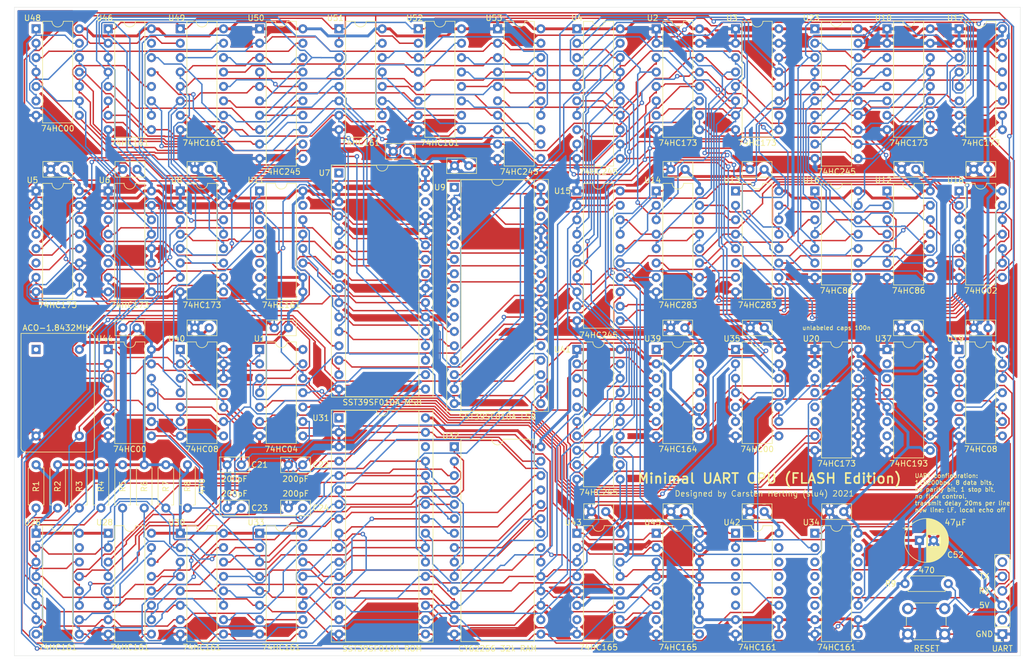
<source format=kicad_pcb>
(kicad_pcb (version 20171130) (host pcbnew "(5.1.5)-3")
  (layers (0 F.Cu signal) (31 B.Cu signal) (34 B.Paste user hide) (35 F.Paste user hide) (36 B.SilkS user) (37 F.SilkS user) (38 B.Mask user) (39 F.Mask user) (44 Edge.Cuts user))
  (net 0 "")
  (net 1 +5V)
  (net 2 GND)
  (net 3 "/UART Receiver/RX")
  (net 4 "/UART Transmitter/TX")
  (net 5 "/Control Logic/~HI")
  (net 6 /ALU/BUS7)
  (net 7 /ALU/BUS6)
  (net 8 /ALU/BUS5)
  (net 9 /ALU/BUS4)
  (net 10 /ALU/BUS3)
  (net 11 /ALU/BUS2)
  (net 12 /ALU/BUS1)
  (net 13 /ALU/BUS0)
  (net 14 "Net-(U1-Pad6)")
  (net 15 ~CLOCK)
  (net 16 "Net-(U1-Pad4)")
  (net 17 /Memory/M15)
  (net 18 "/Control Logic/HI")
  (net 19 /ALU/A7)
  (net 20 /ALU/A6)
  (net 21 /ALU/A5)
  (net 22 /ALU/A4)
  (net 23 "/Control Logic/~AI")
  (net 24 /ALU/A0)
  (net 25 /ALU/A1)
  (net 26 /ALU/A2)
  (net 27 /ALU/A3)
  (net 28 "/Control Logic/~AO")
  (net 29 /ALU/FLAG_Z)
  (net 30 /ALU/FLAG_C)
  (net 31 "Net-(U5-Pad5)")
  (net 32 /ALU/FLAG_N)
  (net 33 "Net-(U5-Pad4)")
  (net 34 "Net-(U5-Pad3)")
  (net 35 /ALU/~EO)
  (net 36 "Net-(U6-Pad4)")
  (net 37 "Net-(U6-Pad3)")
  (net 38 "Net-(U7-Pad5)")
  (net 39 "Net-(U7-Pad6)")
  (net 40 "Net-(U11-Pad11)")
  (net 41 "Net-(U11-Pad12)")
  (net 42 "Net-(U11-Pad13)")
  (net 43 "Net-(U11-Pad14)")
  (net 44 /ALU/ES)
  (net 45 /ALU/EC)
  (net 46 "/Control Logic/~BI")
  (net 47 "/Control Logic/~RO")
  (net 48 /ALU/B4)
  (net 49 "Net-(U12-Pad6)")
  (net 50 /ALU/B6)
  (net 51 "Net-(U12-Pad11)")
  (net 52 /ALU/B5)
  (net 53 "Net-(U12-Pad3)")
  (net 54 /ALU/B7)
  (net 55 "Net-(U12-Pad8)")
  (net 56 "Net-(U13-Pad1)")
  (net 57 "Net-(U13-Pad4)")
  (net 58 "Net-(U13-Pad13)")
  (net 59 "Net-(U13-Pad7)")
  (net 60 "Net-(U14-Pad1)")
  (net 61 "Net-(U14-Pad2)")
  (net 62 "Net-(U14-Pad10)")
  (net 63 "Net-(U14-Pad11)")
  (net 64 "Net-(U14-Pad4)")
  (net 65 "Net-(U14-Pad13)")
  (net 66 "Net-(U14-Pad6)")
  (net 67 "Net-(U14-Pad15)")
  (net 68 /ALU/B3)
  (net 69 /ALU/B1)
  (net 70 /ALU/B2)
  (net 71 /ALU/B0)
  (net 72 "Net-(U18-Pad13)")
  (net 73 "Net-(U18-Pad4)")
  (net 74 "Net-(U18-Pad10)")
  (net 75 "Net-(U18-Pad1)")
  (net 76 "Net-(U19-Pad3)")
  (net 77 "Net-(U19-Pad11)")
  (net 78 /Memory/M12)
  (net 79 /Memory/M13)
  (net 80 /Memory/M14)
  (net 81 "Net-(U26-Pad10)")
  (net 82 "Net-(U28-Pad10)")
  (net 83 /Memory/M11)
  (net 84 /Memory/M10)
  (net 85 /Memory/M9)
  (net 86 /Memory/M8)
  (net 87 /Memory/M4)
  (net 88 /Memory/M5)
  (net 89 /Memory/M6)
  (net 90 /Memory/M7)
  (net 91 "Net-(U30-Pad10)")
  (net 92 /Memory/M3)
  (net 93 /Memory/M2)
  (net 94 /Memory/M1)
  (net 95 /Memory/M0)
  (net 96 "Net-(U34-Pad11)")
  (net 97 "Net-(U42-Pad11)")
  (net 98 "Net-(U43-Pad10)")
  (net 99 "Net-(U46-Pad14)")
  (net 100 "Net-(U46-Pad13)")
  (net 101 "Net-(U46-Pad12)")
  (net 102 "Net-(U46-Pad11)")
  (net 103 "Net-(U46-Pad10)")
  (net 104 "Net-(U49-Pad10)")
  (net 105 "Net-(U49-Pad11)")
  (net 106 "Net-(U49-Pad12)")
  (net 107 "Net-(U49-Pad13)")
  (net 108 "Net-(U49-Pad14)")
  (net 109 "Net-(U51-Pad14)")
  (net 110 "Net-(U51-Pad13)")
  (net 111 "Net-(U51-Pad12)")
  (net 112 "Net-(U51-Pad11)")
  (net 113 "Net-(U51-Pad10)")
  (net 114 "Net-(U52-Pad11)")
  (net 115 "Net-(U52-Pad12)")
  (net 116 "Net-(U52-Pad13)")
  (net 117 "Net-(U52-Pad14)")
  (net 118 "Net-(U1-Pad10)")
  (net 119 "/Control Logic/~BO")
  (net 120 "Net-(U46-Pad9)")
  (net 121 "Net-(U48-Pad8)")
  (net 122 "Net-(U48-Pad3)")
  (net 123 "Net-(U48-Pad6)")
  (net 124 "Net-(U35-Pad2)")
  (net 125 "/Control Logic/TO")
  (net 126 "/Control Logic/CI")
  (net 127 "/Control Logic/CO")
  (net 128 "/Control Logic/TI")
  (net 129 "/Control Logic/MI")
  (net 130 "/Control Logic/RI")
  (net 131 "Net-(U19-Pad8)")
  (net 132 "Net-(U26-Pad9)")
  (net 133 "Net-(U30-Pad9)")
  (net 134 "Net-(U31-Pad31)")
  (net 135 "Net-(U1-Pad5)")
  (net 136 "Net-(U1-Pad11)")
  (net 137 "/Control Logic/CE")
  (net 138 "Net-(U19-Pad9)")
  (net 139 "Net-(U35-Pad11)")
  (net 140 "Net-(U39-Pad13)")
  (net 141 "Net-(U39-Pad6)")
  (net 142 "Net-(U39-Pad12)")
  (net 143 "Net-(U39-Pad5)")
  (net 144 "Net-(U39-Pad11)")
  (net 145 "Net-(U39-Pad4)")
  (net 146 "Net-(U39-Pad10)")
  (net 147 "Net-(U39-Pad3)")
  (net 148 ~RESET)
  (net 149 "Net-(U7-Pad8)")
  (net 150 "Net-(U7-Pad7)")
  (net 151 "Net-(U20-Pad3)")
  (net 152 "Net-(C21-Pad2)")
  (net 153 "Net-(C22-Pad2)")
  (net 154 "Net-(U1-Pad8)")
  (net 155 "Net-(U11-Pad1)")
  (net 156 "Net-(U42-Pad1)")
  (net 157 1.8432MHz)
  (module Button_Switch_THT:SW_PUSH_6mm (layer F.Cu) (at 204.47 152.4 180)
    (fp_text reference SW1 hide)
    (fp_text value RESET (at 3.175 -2.54) (layer F.SilkS))
    (pad 1 thru_hole circle (at 6.5 0 270) (size 2 2) (drill 1.1) (layers *.Cu *.Mask) (net 2 GND))
    (pad 2 thru_hole circle (at 6.5 4.5 270) (size 2 2) (drill 1.1) (layers *.Cu *.Mask) (net 148 ~RESET))
    (pad 1 thru_hole circle (at 0 0 270) (size 2 2) (drill 1.1) (layers *.Cu *.Mask) (net 2 GND))
    (pad 2 thru_hole circle (at 0 4.5 270) (size 2 2) (drill 1.1) (layers *.Cu *.Mask) (net 148 ~RESET))
  )
  (module Oscillator:Oscillator_DIP-14 (layer F.Cu) (at 44.45 102.235 270)
    (fp_text reference X1 hide)
    (fp_text value ACO-1.8432MHz (at -3.81 -3.81 180) (layer F.SilkS))
    (pad 7 thru_hole circle (at 15.24 0 270) (size 1.6 1.6) (drill 0.8) (layers *.Cu *.Mask) (net 2 GND))
    (pad 8 thru_hole circle (at 15.24 -7.62 270) (size 1.6 1.6) (drill 0.8) (layers *.Cu *.Mask) (net 157 1.8432MHz))
    (pad 14 thru_hole circle (at 0 -7.62 270) (size 1.6 1.6) (drill 0.8) (layers *.Cu *.Mask) (net 1 +5V))
    (pad 1 thru_hole rect (at 0 0 270) (size 1.6 1.6) (drill 0.8) (layers *.Cu *.Mask))
  )
  (module Package_DIP:DIP-14_W7.62mm (layer F.Cu) (at 83.82 102.235)
    (fp_text reference U1 (at 0 -1.905) (layer F.SilkS))
    (fp_text value 74HC04 (at 3.81 17.57) (layer F.SilkS))
    (pad 14 thru_hole oval (at 7.62 0) (size 1.6 1.6) (drill 0.8) (layers *.Cu *.Mask) (net 1 +5V))
    (pad 7 thru_hole oval (at 0 15.24) (size 1.6 1.6) (drill 0.8) (layers *.Cu *.Mask) (net 2 GND))
    (pad 13 thru_hole oval (at 7.62 2.54) (size 1.6 1.6) (drill 0.8) (layers *.Cu *.Mask) (net 157 1.8432MHz))
    (pad 6 thru_hole oval (at 0 12.7) (size 1.6 1.6) (drill 0.8) (layers *.Cu *.Mask) (net 14 "Net-(U1-Pad6)"))
    (pad 12 thru_hole oval (at 7.62 5.08) (size 1.6 1.6) (drill 0.8) (layers *.Cu *.Mask) (net 15 ~CLOCK))
    (pad 5 thru_hole oval (at 0 10.16) (size 1.6 1.6) (drill 0.8) (layers *.Cu *.Mask) (net 135 "Net-(U1-Pad5)"))
    (pad 11 thru_hole oval (at 7.62 7.62) (size 1.6 1.6) (drill 0.8) (layers *.Cu *.Mask) (net 136 "Net-(U1-Pad11)"))
    (pad 4 thru_hole oval (at 0 7.62) (size 1.6 1.6) (drill 0.8) (layers *.Cu *.Mask) (net 16 "Net-(U1-Pad4)"))
    (pad 10 thru_hole oval (at 7.62 10.16) (size 1.6 1.6) (drill 0.8) (layers *.Cu *.Mask) (net 118 "Net-(U1-Pad10)"))
    (pad 3 thru_hole oval (at 0 5.08) (size 1.6 1.6) (drill 0.8) (layers *.Cu *.Mask) (net 137 "/Control Logic/CE"))
    (pad 9 thru_hole oval (at 7.62 12.7) (size 1.6 1.6) (drill 0.8) (layers *.Cu *.Mask) (net 17 /Memory/M15))
    (pad 2 thru_hole oval (at 0 2.54) (size 1.6 1.6) (drill 0.8) (layers *.Cu *.Mask) (net 5 "/Control Logic/~HI"))
    (pad 8 thru_hole oval (at 7.62 15.24) (size 1.6 1.6) (drill 0.8) (layers *.Cu *.Mask) (net 154 "Net-(U1-Pad8)"))
    (pad 1 thru_hole rect (at 0 0) (size 1.6 1.6) (drill 0.8) (layers *.Cu *.Mask) (net 18 "/Control Logic/HI"))
  )
  (module Resistor_THT:R_Axial_DIN0207_L6.3mm_D2.5mm_P7.62mm_Horizontal (layer F.Cu) (at 205.105 143.51 180)
    (fp_text reference R9 (at 10.16 0) (layer F.SilkS))
    (fp_text value 470 (at 3.81 2.37) (layer F.SilkS))
    (pad 2 thru_hole oval (at 7.62 0 180) (size 1.6 1.6) (drill 0.8) (layers *.Cu *.Mask) (net 1 +5V))
    (pad 1 thru_hole circle (at 0 0 180) (size 1.6 1.6) (drill 0.8) (layers *.Cu *.Mask) (net 148 ~RESET))
  )
  (module Capacitor_THT:CP_Radial_D7.5mm_P2.50mm (layer F.Cu) (at 200.025 135.89)
    (fp_text reference C52 (at 6.35 2.54) (layer F.SilkS))
    (fp_text value 47µF (at 6.35 -3.175) (layer F.SilkS))
    (pad 2 thru_hole circle (at 2.5 0) (size 1.6 1.6) (drill 0.8) (layers *.Cu *.Mask) (net 2 GND))
    (pad 1 thru_hole rect (at 0 0) (size 1.6 1.6) (drill 0.8) (layers *.Cu *.Mask) (net 1 +5V))
  )
  (module Capacitor_THT:C_Disc_D5.0mm_W2.5mm_P2.50mm (layer F.Cu) (at 144.78 130.81 180)
    (fp_text reference C20 hide)
    (fp_text value 100nF)
    (pad 2 thru_hole circle (at 2.5 0 180) (size 1.6 1.6) (drill 0.8) (layers *.Cu *.Mask) (net 2 GND))
    (pad 1 thru_hole circle (at 0 0 180) (size 1.6 1.6) (drill 0.8) (layers *.Cu *.Mask) (net 1 +5V))
  )
  (module Capacitor_THT:C_Disc_D5.0mm_W2.5mm_P2.50mm (layer F.Cu) (at 62.23 70.485 180)
    (fp_text reference C19 hide)
    (fp_text value 100nF)
    (pad 2 thru_hole circle (at 2.5 0 180) (size 1.6 1.6) (drill 0.8) (layers *.Cu *.Mask) (net 2 GND))
    (pad 1 thru_hole circle (at 0 0 180) (size 1.6 1.6) (drill 0.8) (layers *.Cu *.Mask) (net 1 +5V))
  )
  (module Capacitor_THT:C_Disc_D5.0mm_W2.5mm_P2.50mm (layer F.Cu) (at 172.68 130.81 180)
    (fp_text reference C18 hide)
    (fp_text value 100nF)
    (pad 2 thru_hole circle (at 2.5 0 180) (size 1.6 1.6) (drill 0.8) (layers *.Cu *.Mask) (net 2 GND))
    (pad 1 thru_hole circle (at 0 0 180) (size 1.6 1.6) (drill 0.8) (layers *.Cu *.Mask) (net 1 +5V))
  )
  (module Capacitor_THT:C_Disc_D5.0mm_W2.5mm_P2.50mm (layer F.Cu) (at 120.65 69.85 180)
    (fp_text reference C17 hide)
    (fp_text value 100nF)
    (pad 2 thru_hole circle (at 2.5 0 180) (size 1.6 1.6) (drill 0.8) (layers *.Cu *.Mask) (net 2 GND))
    (pad 1 thru_hole circle (at 0 0 180) (size 1.6 1.6) (drill 0.8) (layers *.Cu *.Mask) (net 1 +5V))
  )
  (module Capacitor_THT:C_Disc_D5.0mm_W2.5mm_P2.50mm (layer F.Cu) (at 199.39 70.485 180)
    (fp_text reference C16 hide)
    (fp_text value 100nF)
    (pad 2 thru_hole circle (at 2.5 0 180) (size 1.6 1.6) (drill 0.8) (layers *.Cu *.Mask) (net 2 GND))
    (pad 1 thru_hole circle (at 0 0 180) (size 1.6 1.6) (drill 0.8) (layers *.Cu *.Mask) (net 1 +5V))
  )
  (module Capacitor_THT:C_Disc_D5.0mm_W2.5mm_P2.50mm (layer F.Cu) (at 74.93 70.485 180)
    (fp_text reference C15 hide)
    (fp_text value 100nF)
    (pad 2 thru_hole circle (at 2.5 0 180) (size 1.6 1.6) (drill 0.8) (layers *.Cu *.Mask) (net 2 GND))
    (pad 1 thru_hole circle (at 0 0 180) (size 1.6 1.6) (drill 0.8) (layers *.Cu *.Mask) (net 1 +5V))
  )
  (module Capacitor_THT:C_Disc_D5.0mm_W2.5mm_P2.50mm (layer F.Cu) (at 186.69 130.81 180)
    (fp_text reference C14 hide)
    (fp_text value 100nF)
    (pad 2 thru_hole circle (at 2.5 0 180) (size 1.6 1.6) (drill 0.8) (layers *.Cu *.Mask) (net 2 GND))
    (pad 1 thru_hole circle (at 0 0 180) (size 1.6 1.6) (drill 0.8) (layers *.Cu *.Mask) (net 1 +5V))
  )
  (module Capacitor_THT:C_Disc_D5.0mm_W2.5mm_P2.50mm (layer F.Cu) (at 158.75 130.81 180)
    (fp_text reference C13 hide)
    (fp_text value 100nF)
    (pad 2 thru_hole circle (at 2.5 0 180) (size 1.6 1.6) (drill 0.8) (layers *.Cu *.Mask) (net 2 GND))
    (pad 1 thru_hole circle (at 0 0 180) (size 1.6 1.6) (drill 0.8) (layers *.Cu *.Mask) (net 1 +5V))
  )
  (module Capacitor_THT:C_Disc_D5.0mm_W2.5mm_P2.50mm (layer F.Cu) (at 199.35 98.425 180)
    (fp_text reference C12 hide)
    (fp_text value 100nF)
    (pad 2 thru_hole circle (at 2.5 0 180) (size 1.6 1.6) (drill 0.8) (layers *.Cu *.Mask) (net 2 GND))
    (pad 1 thru_hole circle (at 0 0 180) (size 1.6 1.6) (drill 0.8) (layers *.Cu *.Mask) (net 1 +5V))
  )
  (module Capacitor_THT:C_Disc_D5.0mm_W2.5mm_P2.50mm (layer F.Cu) (at 158.71 98.425 180)
    (fp_text reference C11 hide)
    (fp_text value 100nF)
    (pad 2 thru_hole circle (at 2.5 0 180) (size 1.6 1.6) (drill 0.8) (layers *.Cu *.Mask) (net 2 GND))
    (pad 1 thru_hole circle (at 0 0 180) (size 1.6 1.6) (drill 0.8) (layers *.Cu *.Mask) (net 1 +5V))
  )
  (module Capacitor_THT:C_Disc_D5.0mm_W2.5mm_P2.50mm (layer F.Cu) (at 74.93 98.425 180)
    (fp_text reference C10 hide)
    (fp_text value 100nF)
    (pad 2 thru_hole circle (at 2.5 0 180) (size 1.6 1.6) (drill 0.8) (layers *.Cu *.Mask) (net 2 GND))
    (pad 1 thru_hole circle (at 0 0 180) (size 1.6 1.6) (drill 0.8) (layers *.Cu *.Mask) (net 1 +5V))
  )
  (module Capacitor_THT:C_Disc_D5.0mm_W2.5mm_P2.50mm (layer F.Cu) (at 172.68 70.485 180)
    (fp_text reference C9 hide)
    (fp_text value 100nF)
    (pad 2 thru_hole circle (at 2.5 0 180) (size 1.6 1.6) (drill 0.8) (layers *.Cu *.Mask) (net 2 GND))
    (pad 1 thru_hole circle (at 0 0 180) (size 1.6 1.6) (drill 0.8) (layers *.Cu *.Mask) (net 1 +5V))
  )
  (module Capacitor_THT:C_Disc_D5.0mm_W2.5mm_P2.50mm (layer F.Cu) (at 49.53 70.485 180)
    (fp_text reference C8 hide)
    (fp_text value 100nF)
    (pad 2 thru_hole circle (at 2.5 0 180) (size 1.6 1.6) (drill 0.8) (layers *.Cu *.Mask) (net 2 GND))
    (pad 1 thru_hole circle (at 0 0 180) (size 1.6 1.6) (drill 0.8) (layers *.Cu *.Mask) (net 1 +5V))
  )
  (module Capacitor_THT:C_Disc_D5.0mm_W2.5mm_P2.50mm (layer F.Cu) (at 158.75 70.485 180)
    (fp_text reference C7 hide)
    (fp_text value 100nF)
    (pad 2 thru_hole circle (at 2.5 0 180) (size 1.6 1.6) (drill 0.8) (layers *.Cu *.Mask) (net 2 GND))
    (pad 1 thru_hole circle (at 0 0 180) (size 1.6 1.6) (drill 0.8) (layers *.Cu *.Mask) (net 1 +5V))
  )
  (module Capacitor_THT:C_Disc_D5.0mm_W2.5mm_P2.50mm (layer F.Cu) (at 172.72 98.425 180)
    (fp_text reference C6 hide)
    (fp_text value 100nF)
    (pad 2 thru_hole circle (at 2.5 0 180) (size 1.6 1.6) (drill 0.8) (layers *.Cu *.Mask) (net 2 GND))
    (pad 1 thru_hole circle (at 0 0 180) (size 1.6 1.6) (drill 0.8) (layers *.Cu *.Mask) (net 1 +5V))
  )
  (module Capacitor_THT:C_Disc_D5.0mm_W2.5mm_P2.50mm (layer F.Cu) (at 212.09 98.425 180)
    (fp_text reference C5 hide)
    (fp_text value 100nF)
    (pad 2 thru_hole circle (at 2.5 0 180) (size 1.6 1.6) (drill 0.8) (layers *.Cu *.Mask) (net 2 GND))
    (pad 1 thru_hole circle (at 0 0 180) (size 1.6 1.6) (drill 0.8) (layers *.Cu *.Mask) (net 1 +5V))
  )
  (module Capacitor_THT:C_Disc_D5.0mm_W2.5mm_P2.50mm (layer F.Cu) (at 88.9 98.425 180)
    (fp_text reference C4 hide)
    (fp_text value 100nF)
    (pad 2 thru_hole circle (at 2.5 0 180) (size 1.6 1.6) (drill 0.8) (layers *.Cu *.Mask) (net 2 GND))
    (pad 1 thru_hole circle (at 0 0 180) (size 1.6 1.6) (drill 0.8) (layers *.Cu *.Mask) (net 1 +5V))
  )
  (module Capacitor_THT:C_Disc_D5.0mm_W2.5mm_P2.50mm (layer F.Cu) (at 109.855 67.31 180)
    (fp_text reference C3 hide)
    (fp_text value 100nF)
    (pad 2 thru_hole circle (at 2.5 0 180) (size 1.6 1.6) (drill 0.8) (layers *.Cu *.Mask) (net 2 GND))
    (pad 1 thru_hole circle (at 0 0 180) (size 1.6 1.6) (drill 0.8) (layers *.Cu *.Mask) (net 1 +5V))
  )
  (module Capacitor_THT:C_Disc_D5.0mm_W2.5mm_P2.50mm (layer F.Cu) (at 62.23 98.425 180)
    (fp_text reference C2 hide)
    (fp_text value 100nF)
    (pad 2 thru_hole circle (at 2.5 0 180) (size 1.6 1.6) (drill 0.8) (layers *.Cu *.Mask) (net 2 GND))
    (pad 1 thru_hole circle (at 0 0 180) (size 1.6 1.6) (drill 0.8) (layers *.Cu *.Mask) (net 1 +5V))
  )
  (module Capacitor_THT:C_Disc_D5.0mm_W2.5mm_P2.50mm (layer F.Cu) (at 212.09 70.485 180)
    (fp_text reference C1 hide)
    (fp_text value 100nF)
    (pad 2 thru_hole circle (at 2.5 0 180) (size 1.6 1.6) (drill 0.8) (layers *.Cu *.Mask) (net 2 GND))
    (pad 1 thru_hole circle (at 0 0 180) (size 1.6 1.6) (drill 0.8) (layers *.Cu *.Mask) (net 1 +5V))
  )
  (module Package_DIP:DIP-14_W7.62mm (layer F.Cu) (at 57.15 102.235)
    (fp_text reference U44 (at -0.635 -1.905) (layer F.SilkS))
    (fp_text value 74HC00 (at 3.81 17.57) (layer F.SilkS))
    (pad 14 thru_hole oval (at 7.62 0) (size 1.6 1.6) (drill 0.8) (layers *.Cu *.Mask) (net 1 +5V))
    (pad 7 thru_hole oval (at 0 15.24) (size 1.6 1.6) (drill 0.8) (layers *.Cu *.Mask) (net 2 GND))
    (pad 13 thru_hole oval (at 7.62 2.54) (size 1.6 1.6) (drill 0.8) (layers *.Cu *.Mask) (net 157 1.8432MHz))
    (pad 6 thru_hole oval (at 0 12.7) (size 1.6 1.6) (drill 0.8) (layers *.Cu *.Mask) (net 132 "Net-(U26-Pad9)"))
    (pad 12 thru_hole oval (at 7.62 5.08) (size 1.6 1.6) (drill 0.8) (layers *.Cu *.Mask) (net 128 "/Control Logic/TI"))
    (pad 5 thru_hole oval (at 0 10.16) (size 1.6 1.6) (drill 0.8) (layers *.Cu *.Mask) (net 18 "/Control Logic/HI"))
    (pad 11 thru_hole oval (at 7.62 7.62) (size 1.6 1.6) (drill 0.8) (layers *.Cu *.Mask) (net 156 "Net-(U42-Pad1)"))
    (pad 4 thru_hole oval (at 0 7.62) (size 1.6 1.6) (drill 0.8) (layers *.Cu *.Mask) (net 129 "/Control Logic/MI"))
    (pad 10 thru_hole oval (at 7.62 10.16) (size 1.6 1.6) (drill 0.8) (layers *.Cu *.Mask) (net 157 1.8432MHz))
    (pad 3 thru_hole oval (at 0 5.08) (size 1.6 1.6) (drill 0.8) (layers *.Cu *.Mask) (net 133 "Net-(U30-Pad9)"))
    (pad 9 thru_hole oval (at 7.62 12.7) (size 1.6 1.6) (drill 0.8) (layers *.Cu *.Mask) (net 130 "/Control Logic/RI"))
    (pad 2 thru_hole oval (at 0 2.54) (size 1.6 1.6) (drill 0.8) (layers *.Cu *.Mask) (net 129 "/Control Logic/MI"))
    (pad 8 thru_hole oval (at 7.62 15.24) (size 1.6 1.6) (drill 0.8) (layers *.Cu *.Mask) (net 134 "Net-(U31-Pad31)"))
    (pad 1 thru_hole rect (at 0 0) (size 1.6 1.6) (drill 0.8) (layers *.Cu *.Mask) (net 5 "/Control Logic/~HI"))
  )
  (module Package_DIP:DIP-14_W7.62mm (layer F.Cu) (at 69.85 102.235)
    (fp_text reference U40 (at -0.635 -1.905) (layer F.SilkS))
    (fp_text value 74HC08 (at 3.81 17.57) (layer F.SilkS))
    (pad 14 thru_hole oval (at 7.62 0) (size 1.6 1.6) (drill 0.8) (layers *.Cu *.Mask) (net 1 +5V))
    (pad 7 thru_hole oval (at 0 15.24) (size 1.6 1.6) (drill 0.8) (layers *.Cu *.Mask) (net 2 GND))
    (pad 13 thru_hole oval (at 7.62 2.54) (size 1.6 1.6) (drill 0.8) (layers *.Cu *.Mask) (net 2 GND))
    (pad 6 thru_hole oval (at 0 12.7) (size 1.6 1.6) (drill 0.8) (layers *.Cu *.Mask) (net 155 "Net-(U11-Pad1)"))
    (pad 12 thru_hole oval (at 7.62 5.08) (size 1.6 1.6) (drill 0.8) (layers *.Cu *.Mask) (net 2 GND))
    (pad 5 thru_hole oval (at 0 10.16) (size 1.6 1.6) (drill 0.8) (layers *.Cu *.Mask) (net 153 "Net-(C22-Pad2)"))
    (pad 11 thru_hole oval (at 7.62 7.62) (size 1.6 1.6) (drill 0.8) (layers *.Cu *.Mask))
    (pad 4 thru_hole oval (at 0 7.62) (size 1.6 1.6) (drill 0.8) (layers *.Cu *.Mask) (net 148 ~RESET))
    (pad 10 thru_hole oval (at 7.62 10.16) (size 1.6 1.6) (drill 0.8) (layers *.Cu *.Mask) (net 152 "Net-(C21-Pad2)"))
    (pad 3 thru_hole oval (at 0 5.08) (size 1.6 1.6) (drill 0.8) (layers *.Cu *.Mask) (net 125 "/Control Logic/TO"))
    (pad 9 thru_hole oval (at 7.62 12.7) (size 1.6 1.6) (drill 0.8) (layers *.Cu *.Mask) (net 18 "/Control Logic/HI"))
    (pad 2 thru_hole oval (at 0 2.54) (size 1.6 1.6) (drill 0.8) (layers *.Cu *.Mask) (net 5 "/Control Logic/~HI"))
    (pad 8 thru_hole oval (at 7.62 15.24) (size 1.6 1.6) (drill 0.8) (layers *.Cu *.Mask) (net 128 "/Control Logic/TI"))
    (pad 1 thru_hole rect (at 0 0) (size 1.6 1.6) (drill 0.8) (layers *.Cu *.Mask) (net 152 "Net-(C21-Pad2)"))
  )
  (module Capacitor_THT:C_Disc_D5.0mm_W2.5mm_P2.50mm (layer F.Cu) (at 88.9 130.175)
    (fp_text reference C24 (at 5.715 0) (layer F.SilkS))
    (fp_text value 200pF (at 1.27 -2.54) (layer F.SilkS))
    (pad 2 thru_hole circle (at 2.5 0) (size 1.6 1.6) (drill 0.8) (layers *.Cu *.Mask) (net 130 "/Control Logic/RI"))
    (pad 1 thru_hole circle (at 0 0) (size 1.6 1.6) (drill 0.8) (layers *.Cu *.Mask) (net 2 GND))
  )
  (module Capacitor_THT:C_Disc_D5.0mm_W2.5mm_P2.50mm (layer F.Cu) (at 78.105 130.175)
    (fp_text reference C23 (at 5.715 0) (layer F.SilkS))
    (fp_text value 200pF (at 1.27 -2.54) (layer F.SilkS))
    (pad 2 thru_hole circle (at 2.5 0) (size 1.6 1.6) (drill 0.8) (layers *.Cu *.Mask) (net 18 "/Control Logic/HI"))
    (pad 1 thru_hole circle (at 0 0) (size 1.6 1.6) (drill 0.8) (layers *.Cu *.Mask) (net 2 GND))
  )
  (module Capacitor_THT:C_Disc_D5.0mm_W2.5mm_P2.50mm (layer F.Cu) (at 88.9 122.555)
    (fp_text reference C22 (at 5.715 0) (layer F.SilkS))
    (fp_text value 200pF (at 1.25 2.5) (layer F.SilkS))
    (pad 2 thru_hole circle (at 2.5 0) (size 1.6 1.6) (drill 0.8) (layers *.Cu *.Mask) (net 153 "Net-(C22-Pad2)"))
    (pad 1 thru_hole circle (at 0 0) (size 1.6 1.6) (drill 0.8) (layers *.Cu *.Mask) (net 2 GND))
  )
  (module Capacitor_THT:C_Disc_D5.0mm_W2.5mm_P2.50mm (layer F.Cu) (at 78.105 122.555)
    (fp_text reference C21 (at 5.715 0) (layer F.SilkS))
    (fp_text value 200pF (at 1.25 2.5) (layer F.SilkS))
    (pad 2 thru_hole circle (at 2.5 0) (size 1.6 1.6) (drill 0.8) (layers *.Cu *.Mask) (net 152 "Net-(C21-Pad2)"))
    (pad 1 thru_hole circle (at 0 0) (size 1.6 1.6) (drill 0.8) (layers *.Cu *.Mask) (net 2 GND))
  )
  (module Package_DIP:DIP-14_W7.62mm (layer F.Cu) (at 207.01 74.295)
    (fp_text reference U18 (at -0.635 -1.905) (layer F.SilkS))
    (fp_text value 74HC02 (at 3.81 17.57) (layer F.SilkS))
    (pad 14 thru_hole oval (at 7.62 0) (size 1.6 1.6) (drill 0.8) (layers *.Cu *.Mask) (net 1 +5V))
    (pad 7 thru_hole oval (at 0 15.24) (size 1.6 1.6) (drill 0.8) (layers *.Cu *.Mask) (net 2 GND))
    (pad 13 thru_hole oval (at 7.62 2.54) (size 1.6 1.6) (drill 0.8) (layers *.Cu *.Mask) (net 72 "Net-(U18-Pad13)"))
    (pad 6 thru_hole oval (at 0 12.7) (size 1.6 1.6) (drill 0.8) (layers *.Cu *.Mask) (net 62 "Net-(U14-Pad10)"))
    (pad 12 thru_hole oval (at 7.62 5.08) (size 1.6 1.6) (drill 0.8) (layers *.Cu *.Mask) (net 32 /ALU/FLAG_N))
    (pad 5 thru_hole oval (at 0 10.16) (size 1.6 1.6) (drill 0.8) (layers *.Cu *.Mask) (net 65 "Net-(U14-Pad13)"))
    (pad 11 thru_hole oval (at 7.62 7.62) (size 1.6 1.6) (drill 0.8) (layers *.Cu *.Mask) (net 58 "Net-(U13-Pad13)"))
    (pad 4 thru_hole oval (at 0 7.62) (size 1.6 1.6) (drill 0.8) (layers *.Cu *.Mask) (net 73 "Net-(U18-Pad4)"))
    (pad 10 thru_hole oval (at 7.62 10.16) (size 1.6 1.6) (drill 0.8) (layers *.Cu *.Mask) (net 74 "Net-(U18-Pad10)"))
    (pad 3 thru_hole oval (at 0 5.08) (size 1.6 1.6) (drill 0.8) (layers *.Cu *.Mask) (net 60 "Net-(U14-Pad1)"))
    (pad 9 thru_hole oval (at 7.62 12.7) (size 1.6 1.6) (drill 0.8) (layers *.Cu *.Mask) (net 56 "Net-(U13-Pad1)"))
    (pad 2 thru_hole oval (at 0 2.54) (size 1.6 1.6) (drill 0.8) (layers *.Cu *.Mask) (net 64 "Net-(U14-Pad4)"))
    (pad 8 thru_hole oval (at 7.62 15.24) (size 1.6 1.6) (drill 0.8) (layers *.Cu *.Mask) (net 57 "Net-(U13-Pad4)"))
    (pad 1 thru_hole rect (at 0 0) (size 1.6 1.6) (drill 0.8) (layers *.Cu *.Mask) (net 75 "Net-(U18-Pad1)"))
  )
  (module Package_DIP:DIP-14_W7.62mm (layer F.Cu) (at 207.01 102.235)
    (fp_text reference U19 (at -0.635 -1.905) (layer F.SilkS))
    (fp_text value 74HC08 (at 3.81 17.57) (layer F.SilkS))
    (pad 14 thru_hole oval (at 7.62 0) (size 1.6 1.6) (drill 0.8) (layers *.Cu *.Mask) (net 1 +5V))
    (pad 7 thru_hole oval (at 0 15.24) (size 1.6 1.6) (drill 0.8) (layers *.Cu *.Mask) (net 2 GND))
    (pad 13 thru_hole oval (at 7.62 2.54) (size 1.6 1.6) (drill 0.8) (layers *.Cu *.Mask) (net 72 "Net-(U18-Pad13)"))
    (pad 6 thru_hole oval (at 0 12.7) (size 1.6 1.6) (drill 0.8) (layers *.Cu *.Mask) (net 29 /ALU/FLAG_Z))
    (pad 12 thru_hole oval (at 7.62 5.08) (size 1.6 1.6) (drill 0.8) (layers *.Cu *.Mask) (net 74 "Net-(U18-Pad10)"))
    (pad 5 thru_hole oval (at 0 10.16) (size 1.6 1.6) (drill 0.8) (layers *.Cu *.Mask) (net 77 "Net-(U19-Pad11)"))
    (pad 11 thru_hole oval (at 7.62 7.62) (size 1.6 1.6) (drill 0.8) (layers *.Cu *.Mask) (net 77 "Net-(U19-Pad11)"))
    (pad 4 thru_hole oval (at 0 7.62) (size 1.6 1.6) (drill 0.8) (layers *.Cu *.Mask) (net 76 "Net-(U19-Pad3)"))
    (pad 10 thru_hole oval (at 7.62 10.16) (size 1.6 1.6) (drill 0.8) (layers *.Cu *.Mask) (net 135 "Net-(U1-Pad5)"))
    (pad 3 thru_hole oval (at 0 5.08) (size 1.6 1.6) (drill 0.8) (layers *.Cu *.Mask) (net 76 "Net-(U19-Pad3)"))
    (pad 9 thru_hole oval (at 7.62 12.7) (size 1.6 1.6) (drill 0.8) (layers *.Cu *.Mask) (net 138 "Net-(U19-Pad9)"))
    (pad 2 thru_hole oval (at 0 2.54) (size 1.6 1.6) (drill 0.8) (layers *.Cu *.Mask) (net 73 "Net-(U18-Pad4)"))
    (pad 8 thru_hole oval (at 7.62 15.24) (size 1.6 1.6) (drill 0.8) (layers *.Cu *.Mask) (net 131 "Net-(U19-Pad8)"))
    (pad 1 thru_hole rect (at 0 0) (size 1.6 1.6) (drill 0.8) (layers *.Cu *.Mask) (net 75 "Net-(U18-Pad1)"))
  )
  (module Package_DIP:DIP-14_W7.62mm (layer F.Cu) (at 153.67 102.235)
    (fp_text reference U39 (at -0.635 -1.905) (layer F.SilkS))
    (fp_text value 74HC164 (at 3.81 17.57) (layer F.SilkS))
    (pad 14 thru_hole oval (at 7.62 0) (size 1.6 1.6) (drill 0.8) (layers *.Cu *.Mask) (net 1 +5V))
    (pad 7 thru_hole oval (at 0 15.24) (size 1.6 1.6) (drill 0.8) (layers *.Cu *.Mask) (net 2 GND))
    (pad 13 thru_hole oval (at 7.62 2.54) (size 1.6 1.6) (drill 0.8) (layers *.Cu *.Mask) (net 140 "Net-(U39-Pad13)"))
    (pad 6 thru_hole oval (at 0 12.7) (size 1.6 1.6) (drill 0.8) (layers *.Cu *.Mask) (net 141 "Net-(U39-Pad6)"))
    (pad 12 thru_hole oval (at 7.62 5.08) (size 1.6 1.6) (drill 0.8) (layers *.Cu *.Mask) (net 142 "Net-(U39-Pad12)"))
    (pad 5 thru_hole oval (at 0 10.16) (size 1.6 1.6) (drill 0.8) (layers *.Cu *.Mask) (net 143 "Net-(U39-Pad5)"))
    (pad 11 thru_hole oval (at 7.62 7.62) (size 1.6 1.6) (drill 0.8) (layers *.Cu *.Mask) (net 144 "Net-(U39-Pad11)"))
    (pad 4 thru_hole oval (at 0 7.62) (size 1.6 1.6) (drill 0.8) (layers *.Cu *.Mask) (net 145 "Net-(U39-Pad4)"))
    (pad 10 thru_hole oval (at 7.62 10.16) (size 1.6 1.6) (drill 0.8) (layers *.Cu *.Mask) (net 146 "Net-(U39-Pad10)"))
    (pad 3 thru_hole oval (at 0 5.08) (size 1.6 1.6) (drill 0.8) (layers *.Cu *.Mask) (net 147 "Net-(U39-Pad3)"))
    (pad 9 thru_hole oval (at 7.62 12.7) (size 1.6 1.6) (drill 0.8) (layers *.Cu *.Mask) (net 1 +5V))
    (pad 2 thru_hole oval (at 0 2.54) (size 1.6 1.6) (drill 0.8) (layers *.Cu *.Mask) (net 1 +5V))
    (pad 8 thru_hole oval (at 7.62 15.24) (size 1.6 1.6) (drill 0.8) (layers *.Cu *.Mask) (net 96 "Net-(U34-Pad11)"))
    (pad 1 thru_hole rect (at 0 0) (size 1.6 1.6) (drill 0.8) (layers *.Cu *.Mask) (net 3 "/UART Receiver/RX"))
  )
  (module Connector_PinSocket_2.54mm:PinSocket_1x06_P2.54mm_Vertical (layer F.Cu) (at 214.63 152.4 180)
    (fp_text reference J1 hide)
    (fp_text value UART)
    (pad 6 thru_hole oval (at 0 12.7 180) (size 1.7 1.7) (drill 1) (layers *.Cu *.Mask))
    (pad 5 thru_hole oval (at 0 10.16 180) (size 1.7 1.7) (drill 1) (layers *.Cu *.Mask) (net 4 "/UART Transmitter/TX"))
    (pad 4 thru_hole oval (at 0 7.62 180) (size 1.7 1.7) (drill 1) (layers *.Cu *.Mask) (net 3 "/UART Receiver/RX"))
    (pad 3 thru_hole oval (at 0 5.08 180) (size 1.7 1.7) (drill 1) (layers *.Cu *.Mask) (net 1 +5V))
    (pad 2 thru_hole oval (at 0 2.54 180) (size 1.7 1.7) (drill 1) (layers *.Cu *.Mask))
    (pad 1 thru_hole rect (at 0 0 180) (size 1.7 1.7) (drill 1) (layers *.Cu *.Mask) (net 2 GND))
  )
  (module Resistor_THT:R_Axial_DIN0207_L6.3mm_D2.5mm_P7.62mm_Horizontal (layer F.Cu) (at 44.45 122.555 270)
    (fp_text reference R1 (at 3.81 0 90) (layer F.SilkS))
    (fp_text value 470)
    (pad 1 thru_hole circle (at 0 0 270) (size 1.6 1.6) (drill 0.8) (layers *.Cu *.Mask) (net 1 +5V))
    (pad 2 thru_hole oval (at 7.62 0 270) (size 1.6 1.6) (drill 0.8) (layers *.Cu *.Mask) (net 6 /ALU/BUS7))
  )
  (module Resistor_THT:R_Axial_DIN0207_L6.3mm_D2.5mm_P7.62mm_Horizontal (layer F.Cu) (at 48.26 130.175 90)
    (fp_text reference R2 (at 3.81 0 90) (layer F.SilkS))
    (fp_text value 470)
    (pad 1 thru_hole circle (at 0 0 90) (size 1.6 1.6) (drill 0.8) (layers *.Cu *.Mask) (net 7 /ALU/BUS6))
    (pad 2 thru_hole oval (at 7.62 0 90) (size 1.6 1.6) (drill 0.8) (layers *.Cu *.Mask) (net 1 +5V))
  )
  (module Resistor_THT:R_Axial_DIN0207_L6.3mm_D2.5mm_P7.62mm_Horizontal (layer F.Cu) (at 52.07 130.175 90)
    (fp_text reference R3 (at 3.81 0 90) (layer F.SilkS))
    (fp_text value 470)
    (pad 2 thru_hole oval (at 7.62 0 90) (size 1.6 1.6) (drill 0.8) (layers *.Cu *.Mask) (net 1 +5V))
    (pad 1 thru_hole circle (at 0 0 90) (size 1.6 1.6) (drill 0.8) (layers *.Cu *.Mask) (net 8 /ALU/BUS5))
  )
  (module Resistor_THT:R_Axial_DIN0207_L6.3mm_D2.5mm_P7.62mm_Horizontal (layer F.Cu) (at 55.88 130.175 90)
    (fp_text reference R4 (at 3.81 0 90) (layer F.SilkS))
    (fp_text value 470)
    (pad 1 thru_hole circle (at 0 0 90) (size 1.6 1.6) (drill 0.8) (layers *.Cu *.Mask) (net 9 /ALU/BUS4))
    (pad 2 thru_hole oval (at 7.62 0 90) (size 1.6 1.6) (drill 0.8) (layers *.Cu *.Mask) (net 1 +5V))
  )
  (module Resistor_THT:R_Axial_DIN0207_L6.3mm_D2.5mm_P7.62mm_Horizontal (layer F.Cu) (at 59.69 130.175 90)
    (fp_text reference R5 (at 3.81 0 90) (layer F.SilkS))
    (fp_text value 470)
    (pad 2 thru_hole oval (at 7.62 0 90) (size 1.6 1.6) (drill 0.8) (layers *.Cu *.Mask) (net 1 +5V))
    (pad 1 thru_hole circle (at 0 0 90) (size 1.6 1.6) (drill 0.8) (layers *.Cu *.Mask) (net 10 /ALU/BUS3))
  )
  (module Resistor_THT:R_Axial_DIN0207_L6.3mm_D2.5mm_P7.62mm_Horizontal (layer F.Cu) (at 63.5 130.175 90)
    (fp_text reference R6 (at 3.81 0 90) (layer F.SilkS))
    (fp_text value 470)
    (pad 2 thru_hole oval (at 7.62 0 90) (size 1.6 1.6) (drill 0.8) (layers *.Cu *.Mask) (net 1 +5V))
    (pad 1 thru_hole circle (at 0 0 90) (size 1.6 1.6) (drill 0.8) (layers *.Cu *.Mask) (net 11 /ALU/BUS2))
  )
  (module Resistor_THT:R_Axial_DIN0207_L6.3mm_D2.5mm_P7.62mm_Horizontal (layer F.Cu) (at 67.31 130.175 90)
    (fp_text reference R7 (at 3.81 0 90) (layer F.SilkS))
    (fp_text value 470)
    (pad 1 thru_hole circle (at 0 0 90) (size 1.6 1.6) (drill 0.8) (layers *.Cu *.Mask) (net 12 /ALU/BUS1))
    (pad 2 thru_hole oval (at 7.62 0 90) (size 1.6 1.6) (drill 0.8) (layers *.Cu *.Mask) (net 1 +5V))
  )
  (module Resistor_THT:R_Axial_DIN0207_L6.3mm_D2.5mm_P7.62mm_Horizontal (layer F.Cu) (at 71.12 130.175 90)
    (fp_text reference R8 (at 3.81 0 90) (layer F.SilkS))
    (fp_text value 470 (at 3.81 2.54 90) (layer F.SilkS))
    (pad 1 thru_hole circle (at 0 0 90) (size 1.6 1.6) (drill 0.8) (layers *.Cu *.Mask) (net 13 /ALU/BUS0))
    (pad 2 thru_hole oval (at 7.62 0 90) (size 1.6 1.6) (drill 0.8) (layers *.Cu *.Mask) (net 1 +5V))
  )
  (module Package_DIP:DIP-16_W7.62mm (layer F.Cu) (at 153.67 45.72)
    (fp_text reference U2 (at -0.635 -1.905) (layer F.SilkS))
    (fp_text value 74HC173 (at 3.81 20.11) (layer F.SilkS))
    (pad 16 thru_hole oval (at 7.62 0) (size 1.6 1.6) (drill 0.8) (layers *.Cu *.Mask) (net 1 +5V))
    (pad 8 thru_hole oval (at 0 17.78) (size 1.6 1.6) (drill 0.8) (layers *.Cu *.Mask) (net 2 GND))
    (pad 15 thru_hole oval (at 7.62 2.54) (size 1.6 1.6) (drill 0.8) (layers *.Cu *.Mask) (net 2 GND))
    (pad 7 thru_hole oval (at 0 15.24) (size 1.6 1.6) (drill 0.8) (layers *.Cu *.Mask) (net 157 1.8432MHz))
    (pad 14 thru_hole oval (at 7.62 5.08) (size 1.6 1.6) (drill 0.8) (layers *.Cu *.Mask) (net 9 /ALU/BUS4))
    (pad 6 thru_hole oval (at 0 12.7) (size 1.6 1.6) (drill 0.8) (layers *.Cu *.Mask) (net 19 /ALU/A7))
    (pad 13 thru_hole oval (at 7.62 7.62) (size 1.6 1.6) (drill 0.8) (layers *.Cu *.Mask) (net 8 /ALU/BUS5))
    (pad 5 thru_hole oval (at 0 10.16) (size 1.6 1.6) (drill 0.8) (layers *.Cu *.Mask) (net 20 /ALU/A6))
    (pad 12 thru_hole oval (at 7.62 10.16) (size 1.6 1.6) (drill 0.8) (layers *.Cu *.Mask) (net 7 /ALU/BUS6))
    (pad 4 thru_hole oval (at 0 7.62) (size 1.6 1.6) (drill 0.8) (layers *.Cu *.Mask) (net 21 /ALU/A5))
    (pad 11 thru_hole oval (at 7.62 12.7) (size 1.6 1.6) (drill 0.8) (layers *.Cu *.Mask) (net 6 /ALU/BUS7))
    (pad 3 thru_hole oval (at 0 5.08) (size 1.6 1.6) (drill 0.8) (layers *.Cu *.Mask) (net 22 /ALU/A4))
    (pad 10 thru_hole oval (at 7.62 15.24) (size 1.6 1.6) (drill 0.8) (layers *.Cu *.Mask) (net 23 "/Control Logic/~AI"))
    (pad 2 thru_hole oval (at 0 2.54) (size 1.6 1.6) (drill 0.8) (layers *.Cu *.Mask) (net 2 GND))
    (pad 9 thru_hole oval (at 7.62 17.78) (size 1.6 1.6) (drill 0.8) (layers *.Cu *.Mask) (net 23 "/Control Logic/~AI"))
    (pad 1 thru_hole rect (at 0 0) (size 1.6 1.6) (drill 0.8) (layers *.Cu *.Mask) (net 2 GND))
  )
  (module Package_DIP:DIP-16_W7.62mm (layer F.Cu) (at 167.64 45.72)
    (fp_text reference U3 (at -0.635 -1.905) (layer F.SilkS))
    (fp_text value 74HC173 (at 3.81 20.11) (layer F.SilkS))
    (pad 1 thru_hole rect (at 0 0) (size 1.6 1.6) (drill 0.8) (layers *.Cu *.Mask) (net 2 GND))
    (pad 9 thru_hole oval (at 7.62 17.78) (size 1.6 1.6) (drill 0.8) (layers *.Cu *.Mask) (net 23 "/Control Logic/~AI"))
    (pad 2 thru_hole oval (at 0 2.54) (size 1.6 1.6) (drill 0.8) (layers *.Cu *.Mask) (net 2 GND))
    (pad 10 thru_hole oval (at 7.62 15.24) (size 1.6 1.6) (drill 0.8) (layers *.Cu *.Mask) (net 23 "/Control Logic/~AI"))
    (pad 3 thru_hole oval (at 0 5.08) (size 1.6 1.6) (drill 0.8) (layers *.Cu *.Mask) (net 24 /ALU/A0))
    (pad 11 thru_hole oval (at 7.62 12.7) (size 1.6 1.6) (drill 0.8) (layers *.Cu *.Mask) (net 10 /ALU/BUS3))
    (pad 4 thru_hole oval (at 0 7.62) (size 1.6 1.6) (drill 0.8) (layers *.Cu *.Mask) (net 25 /ALU/A1))
    (pad 12 thru_hole oval (at 7.62 10.16) (size 1.6 1.6) (drill 0.8) (layers *.Cu *.Mask) (net 11 /ALU/BUS2))
    (pad 5 thru_hole oval (at 0 10.16) (size 1.6 1.6) (drill 0.8) (layers *.Cu *.Mask) (net 26 /ALU/A2))
    (pad 13 thru_hole oval (at 7.62 7.62) (size 1.6 1.6) (drill 0.8) (layers *.Cu *.Mask) (net 12 /ALU/BUS1))
    (pad 6 thru_hole oval (at 0 12.7) (size 1.6 1.6) (drill 0.8) (layers *.Cu *.Mask) (net 27 /ALU/A3))
    (pad 14 thru_hole oval (at 7.62 5.08) (size 1.6 1.6) (drill 0.8) (layers *.Cu *.Mask) (net 13 /ALU/BUS0))
    (pad 7 thru_hole oval (at 0 15.24) (size 1.6 1.6) (drill 0.8) (layers *.Cu *.Mask) (net 157 1.8432MHz))
    (pad 15 thru_hole oval (at 7.62 2.54) (size 1.6 1.6) (drill 0.8) (layers *.Cu *.Mask) (net 2 GND))
    (pad 8 thru_hole oval (at 0 17.78) (size 1.6 1.6) (drill 0.8) (layers *.Cu *.Mask) (net 2 GND))
    (pad 16 thru_hole oval (at 7.62 0) (size 1.6 1.6) (drill 0.8) (layers *.Cu *.Mask) (net 1 +5V))
  )
  (module Package_DIP:DIP-20_W7.62mm (layer F.Cu) (at 139.7 45.72)
    (fp_text reference U4 (at 0 -1.905) (layer F.SilkS))
    (fp_text value 74HC245 (at 3.81 25.19) (layer F.SilkS))
    (pad 20 thru_hole oval (at 7.62 0) (size 1.6 1.6) (drill 0.8) (layers *.Cu *.Mask) (net 1 +5V))
    (pad 10 thru_hole oval (at 0 22.86) (size 1.6 1.6) (drill 0.8) (layers *.Cu *.Mask) (net 2 GND))
    (pad 19 thru_hole oval (at 7.62 2.54) (size 1.6 1.6) (drill 0.8) (layers *.Cu *.Mask) (net 28 "/Control Logic/~AO"))
    (pad 9 thru_hole oval (at 0 20.32) (size 1.6 1.6) (drill 0.8) (layers *.Cu *.Mask) (net 19 /ALU/A7))
    (pad 18 thru_hole oval (at 7.62 5.08) (size 1.6 1.6) (drill 0.8) (layers *.Cu *.Mask) (net 13 /ALU/BUS0))
    (pad 8 thru_hole oval (at 0 17.78) (size 1.6 1.6) (drill 0.8) (layers *.Cu *.Mask) (net 20 /ALU/A6))
    (pad 17 thru_hole oval (at 7.62 7.62) (size 1.6 1.6) (drill 0.8) (layers *.Cu *.Mask) (net 12 /ALU/BUS1))
    (pad 7 thru_hole oval (at 0 15.24) (size 1.6 1.6) (drill 0.8) (layers *.Cu *.Mask) (net 21 /ALU/A5))
    (pad 16 thru_hole oval (at 7.62 10.16) (size 1.6 1.6) (drill 0.8) (layers *.Cu *.Mask) (net 11 /ALU/BUS2))
    (pad 6 thru_hole oval (at 0 12.7) (size 1.6 1.6) (drill 0.8) (layers *.Cu *.Mask) (net 22 /ALU/A4))
    (pad 15 thru_hole oval (at 7.62 12.7) (size 1.6 1.6) (drill 0.8) (layers *.Cu *.Mask) (net 10 /ALU/BUS3))
    (pad 5 thru_hole oval (at 0 10.16) (size 1.6 1.6) (drill 0.8) (layers *.Cu *.Mask) (net 27 /ALU/A3))
    (pad 14 thru_hole oval (at 7.62 15.24) (size 1.6 1.6) (drill 0.8) (layers *.Cu *.Mask) (net 9 /ALU/BUS4))
    (pad 4 thru_hole oval (at 0 7.62) (size 1.6 1.6) (drill 0.8) (layers *.Cu *.Mask) (net 26 /ALU/A2))
    (pad 13 thru_hole oval (at 7.62 17.78) (size 1.6 1.6) (drill 0.8) (layers *.Cu *.Mask) (net 8 /ALU/BUS5))
    (pad 3 thru_hole oval (at 0 5.08) (size 1.6 1.6) (drill 0.8) (layers *.Cu *.Mask) (net 25 /ALU/A1))
    (pad 12 thru_hole oval (at 7.62 20.32) (size 1.6 1.6) (drill 0.8) (layers *.Cu *.Mask) (net 7 /ALU/BUS6))
    (pad 2 thru_hole oval (at 0 2.54) (size 1.6 1.6) (drill 0.8) (layers *.Cu *.Mask) (net 24 /ALU/A0))
    (pad 11 thru_hole oval (at 7.62 22.86) (size 1.6 1.6) (drill 0.8) (layers *.Cu *.Mask) (net 6 /ALU/BUS7))
    (pad 1 thru_hole rect (at 0 0) (size 1.6 1.6) (drill 0.8) (layers *.Cu *.Mask) (net 1 +5V))
  )
  (module Package_DIP:DIP-16_W7.62mm (layer F.Cu) (at 44.45 74.295)
    (fp_text reference U5 (at -0.635 -1.905) (layer F.SilkS))
    (fp_text value 74HC173 (at 3.81 20.11) (layer F.SilkS))
    (pad 16 thru_hole oval (at 7.62 0) (size 1.6 1.6) (drill 0.8) (layers *.Cu *.Mask) (net 1 +5V))
    (pad 8 thru_hole oval (at 0 17.78) (size 1.6 1.6) (drill 0.8) (layers *.Cu *.Mask) (net 2 GND))
    (pad 15 thru_hole oval (at 7.62 2.54) (size 1.6 1.6) (drill 0.8) (layers *.Cu *.Mask) (net 2 GND))
    (pad 7 thru_hole oval (at 0 15.24) (size 1.6 1.6) (drill 0.8) (layers *.Cu *.Mask) (net 157 1.8432MHz))
    (pad 14 thru_hole oval (at 7.62 5.08) (size 1.6 1.6) (drill 0.8) (layers *.Cu *.Mask) (net 29 /ALU/FLAG_Z))
    (pad 6 thru_hole oval (at 0 12.7) (size 1.6 1.6) (drill 0.8) (layers *.Cu *.Mask))
    (pad 13 thru_hole oval (at 7.62 7.62) (size 1.6 1.6) (drill 0.8) (layers *.Cu *.Mask) (net 30 /ALU/FLAG_C))
    (pad 5 thru_hole oval (at 0 10.16) (size 1.6 1.6) (drill 0.8) (layers *.Cu *.Mask) (net 31 "Net-(U5-Pad5)"))
    (pad 12 thru_hole oval (at 7.62 10.16) (size 1.6 1.6) (drill 0.8) (layers *.Cu *.Mask) (net 32 /ALU/FLAG_N))
    (pad 4 thru_hole oval (at 0 7.62) (size 1.6 1.6) (drill 0.8) (layers *.Cu *.Mask) (net 33 "Net-(U5-Pad4)"))
    (pad 11 thru_hole oval (at 7.62 12.7) (size 1.6 1.6) (drill 0.8) (layers *.Cu *.Mask) (net 2 GND))
    (pad 3 thru_hole oval (at 0 5.08) (size 1.6 1.6) (drill 0.8) (layers *.Cu *.Mask) (net 34 "Net-(U5-Pad3)"))
    (pad 10 thru_hole oval (at 7.62 15.24) (size 1.6 1.6) (drill 0.8) (layers *.Cu *.Mask) (net 35 /ALU/~EO))
    (pad 2 thru_hole oval (at 0 2.54) (size 1.6 1.6) (drill 0.8) (layers *.Cu *.Mask) (net 2 GND))
    (pad 9 thru_hole oval (at 7.62 17.78) (size 1.6 1.6) (drill 0.8) (layers *.Cu *.Mask) (net 35 /ALU/~EO))
    (pad 1 thru_hole rect (at 0 0) (size 1.6 1.6) (drill 0.8) (layers *.Cu *.Mask) (net 2 GND))
  )
  (module Package_DIP:DIP-16_W7.62mm (layer F.Cu) (at 57.15 74.295)
    (fp_text reference U6 (at -0.635 -1.905) (layer F.SilkS))
    (fp_text value 74HC173 (at 3.81 20.11) (layer F.SilkS))
    (pad 16 thru_hole oval (at 7.62 0) (size 1.6 1.6) (drill 0.8) (layers *.Cu *.Mask) (net 1 +5V))
    (pad 8 thru_hole oval (at 0 17.78) (size 1.6 1.6) (drill 0.8) (layers *.Cu *.Mask) (net 2 GND))
    (pad 15 thru_hole oval (at 7.62 2.54) (size 1.6 1.6) (drill 0.8) (layers *.Cu *.Mask) (net 2 GND))
    (pad 7 thru_hole oval (at 0 15.24) (size 1.6 1.6) (drill 0.8) (layers *.Cu *.Mask) (net 157 1.8432MHz))
    (pad 14 thru_hole oval (at 7.62 5.08) (size 1.6 1.6) (drill 0.8) (layers *.Cu *.Mask) (net 9 /ALU/BUS4))
    (pad 6 thru_hole oval (at 0 12.7) (size 1.6 1.6) (drill 0.8) (layers *.Cu *.Mask))
    (pad 13 thru_hole oval (at 7.62 7.62) (size 1.6 1.6) (drill 0.8) (layers *.Cu *.Mask) (net 8 /ALU/BUS5))
    (pad 5 thru_hole oval (at 0 10.16) (size 1.6 1.6) (drill 0.8) (layers *.Cu *.Mask))
    (pad 12 thru_hole oval (at 7.62 10.16) (size 1.6 1.6) (drill 0.8) (layers *.Cu *.Mask) (net 2 GND))
    (pad 4 thru_hole oval (at 0 7.62) (size 1.6 1.6) (drill 0.8) (layers *.Cu *.Mask) (net 36 "Net-(U6-Pad4)"))
    (pad 11 thru_hole oval (at 7.62 12.7) (size 1.6 1.6) (drill 0.8) (layers *.Cu *.Mask) (net 2 GND))
    (pad 3 thru_hole oval (at 0 5.08) (size 1.6 1.6) (drill 0.8) (layers *.Cu *.Mask) (net 37 "Net-(U6-Pad3)"))
    (pad 10 thru_hole oval (at 7.62 15.24) (size 1.6 1.6) (drill 0.8) (layers *.Cu *.Mask) (net 16 "Net-(U1-Pad4)"))
    (pad 2 thru_hole oval (at 0 2.54) (size 1.6 1.6) (drill 0.8) (layers *.Cu *.Mask) (net 2 GND))
    (pad 9 thru_hole oval (at 7.62 17.78) (size 1.6 1.6) (drill 0.8) (layers *.Cu *.Mask) (net 5 "/Control Logic/~HI"))
    (pad 1 thru_hole rect (at 0 0) (size 1.6 1.6) (drill 0.8) (layers *.Cu *.Mask) (net 2 GND))
  )
  (module Package_DIP:DIP-16_W7.62mm (layer F.Cu) (at 69.85 74.295)
    (fp_text reference U8 (at -0.635 -1.905) (layer F.SilkS))
    (fp_text value 74HC173 (at 3.81 20.11) (layer F.SilkS))
    (pad 1 thru_hole rect (at 0 0) (size 1.6 1.6) (drill 0.8) (layers *.Cu *.Mask) (net 2 GND))
    (pad 9 thru_hole oval (at 7.62 17.78) (size 1.6 1.6) (drill 0.8) (layers *.Cu *.Mask) (net 5 "/Control Logic/~HI"))
    (pad 2 thru_hole oval (at 0 2.54) (size 1.6 1.6) (drill 0.8) (layers *.Cu *.Mask) (net 2 GND))
    (pad 10 thru_hole oval (at 7.62 15.24) (size 1.6 1.6) (drill 0.8) (layers *.Cu *.Mask) (net 16 "Net-(U1-Pad4)"))
    (pad 3 thru_hole oval (at 0 5.08) (size 1.6 1.6) (drill 0.8) (layers *.Cu *.Mask) (net 149 "Net-(U7-Pad8)"))
    (pad 11 thru_hole oval (at 7.62 12.7) (size 1.6 1.6) (drill 0.8) (layers *.Cu *.Mask) (net 10 /ALU/BUS3))
    (pad 4 thru_hole oval (at 0 7.62) (size 1.6 1.6) (drill 0.8) (layers *.Cu *.Mask) (net 150 "Net-(U7-Pad7)"))
    (pad 12 thru_hole oval (at 7.62 10.16) (size 1.6 1.6) (drill 0.8) (layers *.Cu *.Mask) (net 11 /ALU/BUS2))
    (pad 5 thru_hole oval (at 0 10.16) (size 1.6 1.6) (drill 0.8) (layers *.Cu *.Mask) (net 39 "Net-(U7-Pad6)"))
    (pad 13 thru_hole oval (at 7.62 7.62) (size 1.6 1.6) (drill 0.8) (layers *.Cu *.Mask) (net 12 /ALU/BUS1))
    (pad 6 thru_hole oval (at 0 12.7) (size 1.6 1.6) (drill 0.8) (layers *.Cu *.Mask) (net 38 "Net-(U7-Pad5)"))
    (pad 14 thru_hole oval (at 7.62 5.08) (size 1.6 1.6) (drill 0.8) (layers *.Cu *.Mask) (net 13 /ALU/BUS0))
    (pad 7 thru_hole oval (at 0 15.24) (size 1.6 1.6) (drill 0.8) (layers *.Cu *.Mask) (net 157 1.8432MHz))
    (pad 15 thru_hole oval (at 7.62 2.54) (size 1.6 1.6) (drill 0.8) (layers *.Cu *.Mask) (net 2 GND))
    (pad 8 thru_hole oval (at 0 17.78) (size 1.6 1.6) (drill 0.8) (layers *.Cu *.Mask) (net 2 GND))
    (pad 16 thru_hole oval (at 7.62 0) (size 1.6 1.6) (drill 0.8) (layers *.Cu *.Mask) (net 1 +5V))
  )
  (module Package_DIP:DIP-16_W7.62mm (layer F.Cu) (at 83.82 74.295)
    (fp_text reference U11 (at -0.635 -1.905) (layer F.SilkS))
    (fp_text value 74HC161 (at 3.81 20.11) (layer F.SilkS))
    (pad 1 thru_hole rect (at 0 0) (size 1.6 1.6) (drill 0.8) (layers *.Cu *.Mask) (net 155 "Net-(U11-Pad1)"))
    (pad 9 thru_hole oval (at 7.62 17.78) (size 1.6 1.6) (drill 0.8) (layers *.Cu *.Mask) (net 1 +5V))
    (pad 2 thru_hole oval (at 0 2.54) (size 1.6 1.6) (drill 0.8) (layers *.Cu *.Mask) (net 15 ~CLOCK))
    (pad 10 thru_hole oval (at 7.62 15.24) (size 1.6 1.6) (drill 0.8) (layers *.Cu *.Mask) (net 1 +5V))
    (pad 3 thru_hole oval (at 0 5.08) (size 1.6 1.6) (drill 0.8) (layers *.Cu *.Mask))
    (pad 11 thru_hole oval (at 7.62 12.7) (size 1.6 1.6) (drill 0.8) (layers *.Cu *.Mask) (net 40 "Net-(U11-Pad11)"))
    (pad 4 thru_hole oval (at 0 7.62) (size 1.6 1.6) (drill 0.8) (layers *.Cu *.Mask))
    (pad 12 thru_hole oval (at 7.62 10.16) (size 1.6 1.6) (drill 0.8) (layers *.Cu *.Mask) (net 41 "Net-(U11-Pad12)"))
    (pad 5 thru_hole oval (at 0 10.16) (size 1.6 1.6) (drill 0.8) (layers *.Cu *.Mask))
    (pad 13 thru_hole oval (at 7.62 7.62) (size 1.6 1.6) (drill 0.8) (layers *.Cu *.Mask) (net 42 "Net-(U11-Pad13)"))
    (pad 6 thru_hole oval (at 0 12.7) (size 1.6 1.6) (drill 0.8) (layers *.Cu *.Mask))
    (pad 14 thru_hole oval (at 7.62 5.08) (size 1.6 1.6) (drill 0.8) (layers *.Cu *.Mask) (net 43 "Net-(U11-Pad14)"))
    (pad 7 thru_hole oval (at 0 15.24) (size 1.6 1.6) (drill 0.8) (layers *.Cu *.Mask) (net 1 +5V))
    (pad 15 thru_hole oval (at 7.62 2.54) (size 1.6 1.6) (drill 0.8) (layers *.Cu *.Mask))
    (pad 8 thru_hole oval (at 0 17.78) (size 1.6 1.6) (drill 0.8) (layers *.Cu *.Mask) (net 2 GND))
    (pad 16 thru_hole oval (at 7.62 0) (size 1.6 1.6) (drill 0.8) (layers *.Cu *.Mask) (net 1 +5V))
  )
  (module Package_DIP:DIP-14_W7.62mm (layer F.Cu) (at 194.31 74.295)
    (fp_text reference U12 (at -0.635 -1.905) (layer F.SilkS))
    (fp_text value 74HC86 (at 3.81 17.57) (layer F.SilkS))
    (pad 14 thru_hole oval (at 7.62 0) (size 1.6 1.6) (drill 0.8) (layers *.Cu *.Mask) (net 1 +5V))
    (pad 7 thru_hole oval (at 0 15.24) (size 1.6 1.6) (drill 0.8) (layers *.Cu *.Mask) (net 2 GND))
    (pad 13 thru_hole oval (at 7.62 2.54) (size 1.6 1.6) (drill 0.8) (layers *.Cu *.Mask) (net 48 /ALU/B4))
    (pad 6 thru_hole oval (at 0 12.7) (size 1.6 1.6) (drill 0.8) (layers *.Cu *.Mask) (net 49 "Net-(U12-Pad6)"))
    (pad 12 thru_hole oval (at 7.62 5.08) (size 1.6 1.6) (drill 0.8) (layers *.Cu *.Mask) (net 44 /ALU/ES))
    (pad 5 thru_hole oval (at 0 10.16) (size 1.6 1.6) (drill 0.8) (layers *.Cu *.Mask) (net 50 /ALU/B6))
    (pad 11 thru_hole oval (at 7.62 7.62) (size 1.6 1.6) (drill 0.8) (layers *.Cu *.Mask) (net 51 "Net-(U12-Pad11)"))
    (pad 4 thru_hole oval (at 0 7.62) (size 1.6 1.6) (drill 0.8) (layers *.Cu *.Mask) (net 44 /ALU/ES))
    (pad 10 thru_hole oval (at 7.62 10.16) (size 1.6 1.6) (drill 0.8) (layers *.Cu *.Mask) (net 52 /ALU/B5))
    (pad 3 thru_hole oval (at 0 5.08) (size 1.6 1.6) (drill 0.8) (layers *.Cu *.Mask) (net 53 "Net-(U12-Pad3)"))
    (pad 9 thru_hole oval (at 7.62 12.7) (size 1.6 1.6) (drill 0.8) (layers *.Cu *.Mask) (net 44 /ALU/ES))
    (pad 2 thru_hole oval (at 0 2.54) (size 1.6 1.6) (drill 0.8) (layers *.Cu *.Mask) (net 54 /ALU/B7))
    (pad 8 thru_hole oval (at 7.62 15.24) (size 1.6 1.6) (drill 0.8) (layers *.Cu *.Mask) (net 55 "Net-(U12-Pad8)"))
    (pad 1 thru_hole rect (at 0 0) (size 1.6 1.6) (drill 0.8) (layers *.Cu *.Mask) (net 44 /ALU/ES))
  )
  (module Package_DIP:DIP-16_W7.62mm (layer F.Cu) (at 167.64 74.295)
    (fp_text reference U13 (at -0.635 -1.905) (layer F.SilkS))
    (fp_text value 74HC283 (at 3.81 20.11) (layer F.SilkS))
    (pad 1 thru_hole rect (at 0 0) (size 1.6 1.6) (drill 0.8) (layers *.Cu *.Mask) (net 56 "Net-(U13-Pad1)"))
    (pad 9 thru_hole oval (at 7.62 17.78) (size 1.6 1.6) (drill 0.8) (layers *.Cu *.Mask) (net 30 /ALU/FLAG_C))
    (pad 2 thru_hole oval (at 0 2.54) (size 1.6 1.6) (drill 0.8) (layers *.Cu *.Mask) (net 55 "Net-(U12-Pad8)"))
    (pad 10 thru_hole oval (at 7.62 15.24) (size 1.6 1.6) (drill 0.8) (layers *.Cu *.Mask) (net 32 /ALU/FLAG_N))
    (pad 3 thru_hole oval (at 0 5.08) (size 1.6 1.6) (drill 0.8) (layers *.Cu *.Mask) (net 21 /ALU/A5))
    (pad 11 thru_hole oval (at 7.62 12.7) (size 1.6 1.6) (drill 0.8) (layers *.Cu *.Mask) (net 53 "Net-(U12-Pad3)"))
    (pad 4 thru_hole oval (at 0 7.62) (size 1.6 1.6) (drill 0.8) (layers *.Cu *.Mask) (net 57 "Net-(U13-Pad4)"))
    (pad 12 thru_hole oval (at 7.62 10.16) (size 1.6 1.6) (drill 0.8) (layers *.Cu *.Mask) (net 19 /ALU/A7))
    (pad 5 thru_hole oval (at 0 10.16) (size 1.6 1.6) (drill 0.8) (layers *.Cu *.Mask) (net 22 /ALU/A4))
    (pad 13 thru_hole oval (at 7.62 7.62) (size 1.6 1.6) (drill 0.8) (layers *.Cu *.Mask) (net 58 "Net-(U13-Pad13)"))
    (pad 6 thru_hole oval (at 0 12.7) (size 1.6 1.6) (drill 0.8) (layers *.Cu *.Mask) (net 51 "Net-(U12-Pad11)"))
    (pad 14 thru_hole oval (at 7.62 5.08) (size 1.6 1.6) (drill 0.8) (layers *.Cu *.Mask) (net 20 /ALU/A6))
    (pad 7 thru_hole oval (at 0 15.24) (size 1.6 1.6) (drill 0.8) (layers *.Cu *.Mask) (net 59 "Net-(U13-Pad7)"))
    (pad 15 thru_hole oval (at 7.62 2.54) (size 1.6 1.6) (drill 0.8) (layers *.Cu *.Mask) (net 49 "Net-(U12-Pad6)"))
    (pad 8 thru_hole oval (at 0 17.78) (size 1.6 1.6) (drill 0.8) (layers *.Cu *.Mask) (net 2 GND))
    (pad 16 thru_hole oval (at 7.62 0) (size 1.6 1.6) (drill 0.8) (layers *.Cu *.Mask) (net 1 +5V))
  )
  (module Package_DIP:DIP-16_W7.62mm (layer F.Cu) (at 153.67 74.295)
    (fp_text reference U14 (at -0.635 -1.905) (layer F.SilkS))
    (fp_text value 74HC283 (at 3.81 20.11) (layer F.SilkS))
    (pad 1 thru_hole rect (at 0 0) (size 1.6 1.6) (drill 0.8) (layers *.Cu *.Mask) (net 60 "Net-(U14-Pad1)"))
    (pad 9 thru_hole oval (at 7.62 17.78) (size 1.6 1.6) (drill 0.8) (layers *.Cu *.Mask) (net 59 "Net-(U13-Pad7)"))
    (pad 2 thru_hole oval (at 0 2.54) (size 1.6 1.6) (drill 0.8) (layers *.Cu *.Mask) (net 61 "Net-(U14-Pad2)"))
    (pad 10 thru_hole oval (at 7.62 15.24) (size 1.6 1.6) (drill 0.8) (layers *.Cu *.Mask) (net 62 "Net-(U14-Pad10)"))
    (pad 3 thru_hole oval (at 0 5.08) (size 1.6 1.6) (drill 0.8) (layers *.Cu *.Mask) (net 25 /ALU/A1))
    (pad 11 thru_hole oval (at 7.62 12.7) (size 1.6 1.6) (drill 0.8) (layers *.Cu *.Mask) (net 63 "Net-(U14-Pad11)"))
    (pad 4 thru_hole oval (at 0 7.62) (size 1.6 1.6) (drill 0.8) (layers *.Cu *.Mask) (net 64 "Net-(U14-Pad4)"))
    (pad 12 thru_hole oval (at 7.62 10.16) (size 1.6 1.6) (drill 0.8) (layers *.Cu *.Mask) (net 27 /ALU/A3))
    (pad 5 thru_hole oval (at 0 10.16) (size 1.6 1.6) (drill 0.8) (layers *.Cu *.Mask) (net 24 /ALU/A0))
    (pad 13 thru_hole oval (at 7.62 7.62) (size 1.6 1.6) (drill 0.8) (layers *.Cu *.Mask) (net 65 "Net-(U14-Pad13)"))
    (pad 6 thru_hole oval (at 0 12.7) (size 1.6 1.6) (drill 0.8) (layers *.Cu *.Mask) (net 66 "Net-(U14-Pad6)"))
    (pad 14 thru_hole oval (at 7.62 5.08) (size 1.6 1.6) (drill 0.8) (layers *.Cu *.Mask) (net 26 /ALU/A2))
    (pad 7 thru_hole oval (at 0 15.24) (size 1.6 1.6) (drill 0.8) (layers *.Cu *.Mask) (net 45 /ALU/EC))
    (pad 15 thru_hole oval (at 7.62 2.54) (size 1.6 1.6) (drill 0.8) (layers *.Cu *.Mask) (net 67 "Net-(U14-Pad15)"))
    (pad 8 thru_hole oval (at 0 17.78) (size 1.6 1.6) (drill 0.8) (layers *.Cu *.Mask) (net 2 GND))
    (pad 16 thru_hole oval (at 7.62 0) (size 1.6 1.6) (drill 0.8) (layers *.Cu *.Mask) (net 1 +5V))
  )
  (module Package_DIP:DIP-20_W7.62mm (layer F.Cu) (at 139.7 74.295)
    (fp_text reference U15 (at -2.54 0) (layer F.SilkS))
    (fp_text value 74HC245 (at 3.81 25.4) (layer F.SilkS))
    (pad 20 thru_hole oval (at 7.62 0) (size 1.6 1.6) (drill 0.8) (layers *.Cu *.Mask) (net 1 +5V))
    (pad 10 thru_hole oval (at 0 22.86) (size 1.6 1.6) (drill 0.8) (layers *.Cu *.Mask) (net 2 GND))
    (pad 19 thru_hole oval (at 7.62 2.54) (size 1.6 1.6) (drill 0.8) (layers *.Cu *.Mask) (net 35 /ALU/~EO))
    (pad 9 thru_hole oval (at 0 20.32) (size 1.6 1.6) (drill 0.8) (layers *.Cu *.Mask) (net 6 /ALU/BUS7))
    (pad 18 thru_hole oval (at 7.62 5.08) (size 1.6 1.6) (drill 0.8) (layers *.Cu *.Mask) (net 64 "Net-(U14-Pad4)"))
    (pad 8 thru_hole oval (at 0 17.78) (size 1.6 1.6) (drill 0.8) (layers *.Cu *.Mask) (net 7 /ALU/BUS6))
    (pad 17 thru_hole oval (at 7.62 7.62) (size 1.6 1.6) (drill 0.8) (layers *.Cu *.Mask) (net 60 "Net-(U14-Pad1)"))
    (pad 7 thru_hole oval (at 0 15.24) (size 1.6 1.6) (drill 0.8) (layers *.Cu *.Mask) (net 8 /ALU/BUS5))
    (pad 16 thru_hole oval (at 7.62 10.16) (size 1.6 1.6) (drill 0.8) (layers *.Cu *.Mask) (net 65 "Net-(U14-Pad13)"))
    (pad 6 thru_hole oval (at 0 12.7) (size 1.6 1.6) (drill 0.8) (layers *.Cu *.Mask) (net 9 /ALU/BUS4))
    (pad 15 thru_hole oval (at 7.62 12.7) (size 1.6 1.6) (drill 0.8) (layers *.Cu *.Mask) (net 62 "Net-(U14-Pad10)"))
    (pad 5 thru_hole oval (at 0 10.16) (size 1.6 1.6) (drill 0.8) (layers *.Cu *.Mask) (net 10 /ALU/BUS3))
    (pad 14 thru_hole oval (at 7.62 15.24) (size 1.6 1.6) (drill 0.8) (layers *.Cu *.Mask) (net 57 "Net-(U13-Pad4)"))
    (pad 4 thru_hole oval (at 0 7.62) (size 1.6 1.6) (drill 0.8) (layers *.Cu *.Mask) (net 11 /ALU/BUS2))
    (pad 13 thru_hole oval (at 7.62 17.78) (size 1.6 1.6) (drill 0.8) (layers *.Cu *.Mask) (net 56 "Net-(U13-Pad1)"))
    (pad 3 thru_hole oval (at 0 5.08) (size 1.6 1.6) (drill 0.8) (layers *.Cu *.Mask) (net 12 /ALU/BUS1))
    (pad 12 thru_hole oval (at 7.62 20.32) (size 1.6 1.6) (drill 0.8) (layers *.Cu *.Mask) (net 58 "Net-(U13-Pad13)"))
    (pad 2 thru_hole oval (at 0 2.54) (size 1.6 1.6) (drill 0.8) (layers *.Cu *.Mask) (net 13 /ALU/BUS0))
    (pad 11 thru_hole oval (at 7.62 22.86) (size 1.6 1.6) (drill 0.8) (layers *.Cu *.Mask) (net 32 /ALU/FLAG_N))
    (pad 1 thru_hole rect (at 0 0) (size 1.6 1.6) (drill 0.8) (layers *.Cu *.Mask) (net 2 GND))
  )
  (module Package_DIP:DIP-14_W7.62mm (layer F.Cu) (at 181.61 74.295)
    (fp_text reference U16 (at -0.635 -1.905) (layer F.SilkS))
    (fp_text value 74HC86 (at 3.81 17.57) (layer F.SilkS))
    (pad 1 thru_hole rect (at 0 0) (size 1.6 1.6) (drill 0.8) (layers *.Cu *.Mask) (net 44 /ALU/ES))
    (pad 8 thru_hole oval (at 7.62 15.24) (size 1.6 1.6) (drill 0.8) (layers *.Cu *.Mask) (net 61 "Net-(U14-Pad2)"))
    (pad 2 thru_hole oval (at 0 2.54) (size 1.6 1.6) (drill 0.8) (layers *.Cu *.Mask) (net 68 /ALU/B3))
    (pad 9 thru_hole oval (at 7.62 12.7) (size 1.6 1.6) (drill 0.8) (layers *.Cu *.Mask) (net 44 /ALU/ES))
    (pad 3 thru_hole oval (at 0 5.08) (size 1.6 1.6) (drill 0.8) (layers *.Cu *.Mask) (net 63 "Net-(U14-Pad11)"))
    (pad 10 thru_hole oval (at 7.62 10.16) (size 1.6 1.6) (drill 0.8) (layers *.Cu *.Mask) (net 69 /ALU/B1))
    (pad 4 thru_hole oval (at 0 7.62) (size 1.6 1.6) (drill 0.8) (layers *.Cu *.Mask) (net 44 /ALU/ES))
    (pad 11 thru_hole oval (at 7.62 7.62) (size 1.6 1.6) (drill 0.8) (layers *.Cu *.Mask) (net 66 "Net-(U14-Pad6)"))
    (pad 5 thru_hole oval (at 0 10.16) (size 1.6 1.6) (drill 0.8) (layers *.Cu *.Mask) (net 70 /ALU/B2))
    (pad 12 thru_hole oval (at 7.62 5.08) (size 1.6 1.6) (drill 0.8) (layers *.Cu *.Mask) (net 44 /ALU/ES))
    (pad 6 thru_hole oval (at 0 12.7) (size 1.6 1.6) (drill 0.8) (layers *.Cu *.Mask) (net 67 "Net-(U14-Pad15)"))
    (pad 13 thru_hole oval (at 7.62 2.54) (size 1.6 1.6) (drill 0.8) (layers *.Cu *.Mask) (net 71 /ALU/B0))
    (pad 7 thru_hole oval (at 0 15.24) (size 1.6 1.6) (drill 0.8) (layers *.Cu *.Mask) (net 2 GND))
    (pad 14 thru_hole oval (at 7.62 0) (size 1.6 1.6) (drill 0.8) (layers *.Cu *.Mask) (net 1 +5V))
  )
  (module Package_DIP:DIP-16_W7.62mm (layer F.Cu) (at 194.31 45.72)
    (fp_text reference U10 (at -0.635 -1.905) (layer F.SilkS))
    (fp_text value 74HC173 (at 3.81 20.11) (layer F.SilkS))
    (pad 1 thru_hole rect (at 0 0) (size 1.6 1.6) (drill 0.8) (layers *.Cu *.Mask) (net 2 GND))
    (pad 9 thru_hole oval (at 7.62 17.78) (size 1.6 1.6) (drill 0.8) (layers *.Cu *.Mask) (net 46 "/Control Logic/~BI"))
    (pad 2 thru_hole oval (at 0 2.54) (size 1.6 1.6) (drill 0.8) (layers *.Cu *.Mask) (net 2 GND))
    (pad 10 thru_hole oval (at 7.62 15.24) (size 1.6 1.6) (drill 0.8) (layers *.Cu *.Mask) (net 46 "/Control Logic/~BI"))
    (pad 3 thru_hole oval (at 0 5.08) (size 1.6 1.6) (drill 0.8) (layers *.Cu *.Mask) (net 48 /ALU/B4))
    (pad 11 thru_hole oval (at 7.62 12.7) (size 1.6 1.6) (drill 0.8) (layers *.Cu *.Mask) (net 6 /ALU/BUS7))
    (pad 4 thru_hole oval (at 0 7.62) (size 1.6 1.6) (drill 0.8) (layers *.Cu *.Mask) (net 52 /ALU/B5))
    (pad 12 thru_hole oval (at 7.62 10.16) (size 1.6 1.6) (drill 0.8) (layers *.Cu *.Mask) (net 7 /ALU/BUS6))
    (pad 5 thru_hole oval (at 0 10.16) (size 1.6 1.6) (drill 0.8) (layers *.Cu *.Mask) (net 50 /ALU/B6))
    (pad 13 thru_hole oval (at 7.62 7.62) (size 1.6 1.6) (drill 0.8) (layers *.Cu *.Mask) (net 8 /ALU/BUS5))
    (pad 6 thru_hole oval (at 0 12.7) (size 1.6 1.6) (drill 0.8) (layers *.Cu *.Mask) (net 54 /ALU/B7))
    (pad 14 thru_hole oval (at 7.62 5.08) (size 1.6 1.6) (drill 0.8) (layers *.Cu *.Mask) (net 9 /ALU/BUS4))
    (pad 7 thru_hole oval (at 0 15.24) (size 1.6 1.6) (drill 0.8) (layers *.Cu *.Mask) (net 157 1.8432MHz))
    (pad 15 thru_hole oval (at 7.62 2.54) (size 1.6 1.6) (drill 0.8) (layers *.Cu *.Mask) (net 2 GND))
    (pad 8 thru_hole oval (at 0 17.78) (size 1.6 1.6) (drill 0.8) (layers *.Cu *.Mask) (net 2 GND))
    (pad 16 thru_hole oval (at 7.62 0) (size 1.6 1.6) (drill 0.8) (layers *.Cu *.Mask) (net 1 +5V))
  )
  (module Package_DIP:DIP-16_W7.62mm (layer F.Cu) (at 207.01 45.72)
    (fp_text reference U17 (at -0.635 -1.905) (layer F.SilkS))
    (fp_text value 74HC173 (at 3.81 20.11) (layer F.SilkS))
    (pad 16 thru_hole oval (at 7.62 0) (size 1.6 1.6) (drill 0.8) (layers *.Cu *.Mask) (net 1 +5V))
    (pad 8 thru_hole oval (at 0 17.78) (size 1.6 1.6) (drill 0.8) (layers *.Cu *.Mask) (net 2 GND))
    (pad 15 thru_hole oval (at 7.62 2.54) (size 1.6 1.6) (drill 0.8) (layers *.Cu *.Mask) (net 2 GND))
    (pad 7 thru_hole oval (at 0 15.24) (size 1.6 1.6) (drill 0.8) (layers *.Cu *.Mask) (net 157 1.8432MHz))
    (pad 14 thru_hole oval (at 7.62 5.08) (size 1.6 1.6) (drill 0.8) (layers *.Cu *.Mask) (net 13 /ALU/BUS0))
    (pad 6 thru_hole oval (at 0 12.7) (size 1.6 1.6) (drill 0.8) (layers *.Cu *.Mask) (net 68 /ALU/B3))
    (pad 13 thru_hole oval (at 7.62 7.62) (size 1.6 1.6) (drill 0.8) (layers *.Cu *.Mask) (net 12 /ALU/BUS1))
    (pad 5 thru_hole oval (at 0 10.16) (size 1.6 1.6) (drill 0.8) (layers *.Cu *.Mask) (net 70 /ALU/B2))
    (pad 12 thru_hole oval (at 7.62 10.16) (size 1.6 1.6) (drill 0.8) (layers *.Cu *.Mask) (net 11 /ALU/BUS2))
    (pad 4 thru_hole oval (at 0 7.62) (size 1.6 1.6) (drill 0.8) (layers *.Cu *.Mask) (net 69 /ALU/B1))
    (pad 11 thru_hole oval (at 7.62 12.7) (size 1.6 1.6) (drill 0.8) (layers *.Cu *.Mask) (net 10 /ALU/BUS3))
    (pad 3 thru_hole oval (at 0 5.08) (size 1.6 1.6) (drill 0.8) (layers *.Cu *.Mask) (net 71 /ALU/B0))
    (pad 10 thru_hole oval (at 7.62 15.24) (size 1.6 1.6) (drill 0.8) (layers *.Cu *.Mask) (net 46 "/Control Logic/~BI"))
    (pad 2 thru_hole oval (at 0 2.54) (size 1.6 1.6) (drill 0.8) (layers *.Cu *.Mask) (net 2 GND))
    (pad 9 thru_hole oval (at 7.62 17.78) (size 1.6 1.6) (drill 0.8) (layers *.Cu *.Mask) (net 46 "/Control Logic/~BI"))
    (pad 1 thru_hole rect (at 0 0) (size 1.6 1.6) (drill 0.8) (layers *.Cu *.Mask) (net 2 GND))
  )
  (module Package_DIP:DIP-20_W7.62mm (layer F.Cu) (at 181.61 45.72)
    (fp_text reference U23 (at -0.635 -1.905) (layer F.SilkS))
    (fp_text value 74HC245 (at 3.81 25.19) (layer F.SilkS))
    (pad 1 thru_hole rect (at 0 0) (size 1.6 1.6) (drill 0.8) (layers *.Cu *.Mask) (net 1 +5V))
    (pad 11 thru_hole oval (at 7.62 22.86) (size 1.6 1.6) (drill 0.8) (layers *.Cu *.Mask) (net 6 /ALU/BUS7))
    (pad 2 thru_hole oval (at 0 2.54) (size 1.6 1.6) (drill 0.8) (layers *.Cu *.Mask) (net 71 /ALU/B0))
    (pad 12 thru_hole oval (at 7.62 20.32) (size 1.6 1.6) (drill 0.8) (layers *.Cu *.Mask) (net 7 /ALU/BUS6))
    (pad 3 thru_hole oval (at 0 5.08) (size 1.6 1.6) (drill 0.8) (layers *.Cu *.Mask) (net 69 /ALU/B1))
    (pad 13 thru_hole oval (at 7.62 17.78) (size 1.6 1.6) (drill 0.8) (layers *.Cu *.Mask) (net 8 /ALU/BUS5))
    (pad 4 thru_hole oval (at 0 7.62) (size 1.6 1.6) (drill 0.8) (layers *.Cu *.Mask) (net 70 /ALU/B2))
    (pad 14 thru_hole oval (at 7.62 15.24) (size 1.6 1.6) (drill 0.8) (layers *.Cu *.Mask) (net 9 /ALU/BUS4))
    (pad 5 thru_hole oval (at 0 10.16) (size 1.6 1.6) (drill 0.8) (layers *.Cu *.Mask) (net 68 /ALU/B3))
    (pad 15 thru_hole oval (at 7.62 12.7) (size 1.6 1.6) (drill 0.8) (layers *.Cu *.Mask) (net 10 /ALU/BUS3))
    (pad 6 thru_hole oval (at 0 12.7) (size 1.6 1.6) (drill 0.8) (layers *.Cu *.Mask) (net 48 /ALU/B4))
    (pad 16 thru_hole oval (at 7.62 10.16) (size 1.6 1.6) (drill 0.8) (layers *.Cu *.Mask) (net 11 /ALU/BUS2))
    (pad 7 thru_hole oval (at 0 15.24) (size 1.6 1.6) (drill 0.8) (layers *.Cu *.Mask) (net 52 /ALU/B5))
    (pad 17 thru_hole oval (at 7.62 7.62) (size 1.6 1.6) (drill 0.8) (layers *.Cu *.Mask) (net 12 /ALU/BUS1))
    (pad 8 thru_hole oval (at 0 17.78) (size 1.6 1.6) (drill 0.8) (layers *.Cu *.Mask) (net 50 /ALU/B6))
    (pad 18 thru_hole oval (at 7.62 5.08) (size 1.6 1.6) (drill 0.8) (layers *.Cu *.Mask) (net 13 /ALU/BUS0))
    (pad 9 thru_hole oval (at 0 20.32) (size 1.6 1.6) (drill 0.8) (layers *.Cu *.Mask) (net 54 /ALU/B7))
    (pad 19 thru_hole oval (at 7.62 2.54) (size 1.6 1.6) (drill 0.8) (layers *.Cu *.Mask) (net 119 "/Control Logic/~BO"))
    (pad 10 thru_hole oval (at 0 22.86) (size 1.6 1.6) (drill 0.8) (layers *.Cu *.Mask) (net 2 GND))
    (pad 20 thru_hole oval (at 7.62 0) (size 1.6 1.6) (drill 0.8) (layers *.Cu *.Mask) (net 1 +5V))
  )
  (module Package_DIP:DIP-16_W7.62mm (layer F.Cu) (at 44.45 134.62)
    (fp_text reference U26 (at -0.635 -1.905) (layer F.SilkS))
    (fp_text value 74HC161 (at 3.81 20.11) (layer F.SilkS))
    (pad 16 thru_hole oval (at 7.62 0) (size 1.6 1.6) (drill 0.8) (layers *.Cu *.Mask) (net 1 +5V))
    (pad 8 thru_hole oval (at 0 17.78) (size 1.6 1.6) (drill 0.8) (layers *.Cu *.Mask) (net 2 GND))
    (pad 15 thru_hole oval (at 7.62 2.54) (size 1.6 1.6) (drill 0.8) (layers *.Cu *.Mask))
    (pad 7 thru_hole oval (at 0 15.24) (size 1.6 1.6) (drill 0.8) (layers *.Cu *.Mask) (net 137 "/Control Logic/CE"))
    (pad 14 thru_hole oval (at 7.62 5.08) (size 1.6 1.6) (drill 0.8) (layers *.Cu *.Mask) (net 78 /Memory/M12))
    (pad 6 thru_hole oval (at 0 12.7) (size 1.6 1.6) (drill 0.8) (layers *.Cu *.Mask) (net 6 /ALU/BUS7))
    (pad 13 thru_hole oval (at 7.62 7.62) (size 1.6 1.6) (drill 0.8) (layers *.Cu *.Mask) (net 79 /Memory/M13))
    (pad 5 thru_hole oval (at 0 10.16) (size 1.6 1.6) (drill 0.8) (layers *.Cu *.Mask) (net 7 /ALU/BUS6))
    (pad 12 thru_hole oval (at 7.62 10.16) (size 1.6 1.6) (drill 0.8) (layers *.Cu *.Mask) (net 80 /Memory/M14))
    (pad 4 thru_hole oval (at 0 7.62) (size 1.6 1.6) (drill 0.8) (layers *.Cu *.Mask) (net 8 /ALU/BUS5))
    (pad 11 thru_hole oval (at 7.62 12.7) (size 1.6 1.6) (drill 0.8) (layers *.Cu *.Mask) (net 17 /Memory/M15))
    (pad 3 thru_hole oval (at 0 5.08) (size 1.6 1.6) (drill 0.8) (layers *.Cu *.Mask) (net 9 /ALU/BUS4))
    (pad 10 thru_hole oval (at 7.62 15.24) (size 1.6 1.6) (drill 0.8) (layers *.Cu *.Mask) (net 81 "Net-(U26-Pad10)"))
    (pad 2 thru_hole oval (at 0 2.54) (size 1.6 1.6) (drill 0.8) (layers *.Cu *.Mask) (net 157 1.8432MHz))
    (pad 9 thru_hole oval (at 7.62 17.78) (size 1.6 1.6) (drill 0.8) (layers *.Cu *.Mask) (net 132 "Net-(U26-Pad9)"))
    (pad 1 thru_hole rect (at 0 0) (size 1.6 1.6) (drill 0.8) (layers *.Cu *.Mask) (net 1 +5V))
  )
  (module Package_DIP:DIP-16_W7.62mm (layer F.Cu) (at 57.15 134.62)
    (fp_text reference U28 (at -0.635 -1.905) (layer F.SilkS))
    (fp_text value 74HC161 (at 3.81 20.11) (layer F.SilkS))
    (pad 1 thru_hole rect (at 0 0) (size 1.6 1.6) (drill 0.8) (layers *.Cu *.Mask) (net 1 +5V))
    (pad 9 thru_hole oval (at 7.62 17.78) (size 1.6 1.6) (drill 0.8) (layers *.Cu *.Mask) (net 132 "Net-(U26-Pad9)"))
    (pad 2 thru_hole oval (at 0 2.54) (size 1.6 1.6) (drill 0.8) (layers *.Cu *.Mask) (net 157 1.8432MHz))
    (pad 10 thru_hole oval (at 7.62 15.24) (size 1.6 1.6) (drill 0.8) (layers *.Cu *.Mask) (net 82 "Net-(U28-Pad10)"))
    (pad 3 thru_hole oval (at 0 5.08) (size 1.6 1.6) (drill 0.8) (layers *.Cu *.Mask) (net 13 /ALU/BUS0))
    (pad 11 thru_hole oval (at 7.62 12.7) (size 1.6 1.6) (drill 0.8) (layers *.Cu *.Mask) (net 83 /Memory/M11))
    (pad 4 thru_hole oval (at 0 7.62) (size 1.6 1.6) (drill 0.8) (layers *.Cu *.Mask) (net 12 /ALU/BUS1))
    (pad 12 thru_hole oval (at 7.62 10.16) (size 1.6 1.6) (drill 0.8) (layers *.Cu *.Mask) (net 84 /Memory/M10))
    (pad 5 thru_hole oval (at 0 10.16) (size 1.6 1.6) (drill 0.8) (layers *.Cu *.Mask) (net 11 /ALU/BUS2))
    (pad 13 thru_hole oval (at 7.62 7.62) (size 1.6 1.6) (drill 0.8) (layers *.Cu *.Mask) (net 85 /Memory/M9))
    (pad 6 thru_hole oval (at 0 12.7) (size 1.6 1.6) (drill 0.8) (layers *.Cu *.Mask) (net 10 /ALU/BUS3))
    (pad 14 thru_hole oval (at 7.62 5.08) (size 1.6 1.6) (drill 0.8) (layers *.Cu *.Mask) (net 86 /Memory/M8))
    (pad 7 thru_hole oval (at 0 15.24) (size 1.6 1.6) (drill 0.8) (layers *.Cu *.Mask) (net 137 "/Control Logic/CE"))
    (pad 15 thru_hole oval (at 7.62 2.54) (size 1.6 1.6) (drill 0.8) (layers *.Cu *.Mask) (net 81 "Net-(U26-Pad10)"))
    (pad 8 thru_hole oval (at 0 17.78) (size 1.6 1.6) (drill 0.8) (layers *.Cu *.Mask) (net 2 GND))
    (pad 16 thru_hole oval (at 7.62 0) (size 1.6 1.6) (drill 0.8) (layers *.Cu *.Mask) (net 1 +5V))
  )
  (module Package_DIP:DIP-16_W7.62mm (layer F.Cu) (at 69.85 134.62)
    (fp_text reference U30 (at -0.635 -1.905) (layer F.SilkS))
    (fp_text value 74HC161 (at 3.81 20.11) (layer F.SilkS))
    (pad 16 thru_hole oval (at 7.62 0) (size 1.6 1.6) (drill 0.8) (layers *.Cu *.Mask) (net 1 +5V))
    (pad 8 thru_hole oval (at 0 17.78) (size 1.6 1.6) (drill 0.8) (layers *.Cu *.Mask) (net 2 GND))
    (pad 15 thru_hole oval (at 7.62 2.54) (size 1.6 1.6) (drill 0.8) (layers *.Cu *.Mask) (net 82 "Net-(U28-Pad10)"))
    (pad 7 thru_hole oval (at 0 15.24) (size 1.6 1.6) (drill 0.8) (layers *.Cu *.Mask) (net 137 "/Control Logic/CE"))
    (pad 14 thru_hole oval (at 7.62 5.08) (size 1.6 1.6) (drill 0.8) (layers *.Cu *.Mask) (net 87 /Memory/M4))
    (pad 6 thru_hole oval (at 0 12.7) (size 1.6 1.6) (drill 0.8) (layers *.Cu *.Mask) (net 6 /ALU/BUS7))
    (pad 13 thru_hole oval (at 7.62 7.62) (size 1.6 1.6) (drill 0.8) (layers *.Cu *.Mask) (net 88 /Memory/M5))
    (pad 5 thru_hole oval (at 0 10.16) (size 1.6 1.6) (drill 0.8) (layers *.Cu *.Mask) (net 7 /ALU/BUS6))
    (pad 12 thru_hole oval (at 7.62 10.16) (size 1.6 1.6) (drill 0.8) (layers *.Cu *.Mask) (net 89 /Memory/M6))
    (pad 4 thru_hole oval (at 0 7.62) (size 1.6 1.6) (drill 0.8) (layers *.Cu *.Mask) (net 8 /ALU/BUS5))
    (pad 11 thru_hole oval (at 7.62 12.7) (size 1.6 1.6) (drill 0.8) (layers *.Cu *.Mask) (net 90 /Memory/M7))
    (pad 3 thru_hole oval (at 0 5.08) (size 1.6 1.6) (drill 0.8) (layers *.Cu *.Mask) (net 9 /ALU/BUS4))
    (pad 10 thru_hole oval (at 7.62 15.24) (size 1.6 1.6) (drill 0.8) (layers *.Cu *.Mask) (net 91 "Net-(U30-Pad10)"))
    (pad 2 thru_hole oval (at 0 2.54) (size 1.6 1.6) (drill 0.8) (layers *.Cu *.Mask) (net 157 1.8432MHz))
    (pad 9 thru_hole oval (at 7.62 17.78) (size 1.6 1.6) (drill 0.8) (layers *.Cu *.Mask) (net 133 "Net-(U30-Pad9)"))
    (pad 1 thru_hole rect (at 0 0) (size 1.6 1.6) (drill 0.8) (layers *.Cu *.Mask) (net 1 +5V))
  )
  (module Package_DIP:DIP-28_W15.24mm (layer F.Cu) (at 118.11 119.38)
    (fp_text reference U32 (at -0.635 -1.905) (layer F.SilkS))
    (fp_text value "CY62256 32k RAM" (at 7.62 35.56) (layer F.SilkS))
    (pad 1 thru_hole rect (at 0 0) (size 1.6 1.6) (drill 0.8) (layers *.Cu *.Mask) (net 88 /Memory/M5))
    (pad 15 thru_hole oval (at 15.24 33.02) (size 1.6 1.6) (drill 0.8) (layers *.Cu *.Mask) (net 10 /ALU/BUS3))
    (pad 2 thru_hole oval (at 0 2.54) (size 1.6 1.6) (drill 0.8) (layers *.Cu *.Mask) (net 89 /Memory/M6))
    (pad 16 thru_hole oval (at 15.24 30.48) (size 1.6 1.6) (drill 0.8) (layers *.Cu *.Mask) (net 9 /ALU/BUS4))
    (pad 3 thru_hole oval (at 0 5.08) (size 1.6 1.6) (drill 0.8) (layers *.Cu *.Mask) (net 90 /Memory/M7))
    (pad 17 thru_hole oval (at 15.24 27.94) (size 1.6 1.6) (drill 0.8) (layers *.Cu *.Mask) (net 8 /ALU/BUS5))
    (pad 4 thru_hole oval (at 0 7.62) (size 1.6 1.6) (drill 0.8) (layers *.Cu *.Mask) (net 86 /Memory/M8))
    (pad 18 thru_hole oval (at 15.24 25.4) (size 1.6 1.6) (drill 0.8) (layers *.Cu *.Mask) (net 7 /ALU/BUS6))
    (pad 5 thru_hole oval (at 0 10.16) (size 1.6 1.6) (drill 0.8) (layers *.Cu *.Mask) (net 85 /Memory/M9))
    (pad 19 thru_hole oval (at 15.24 22.86) (size 1.6 1.6) (drill 0.8) (layers *.Cu *.Mask) (net 6 /ALU/BUS7))
    (pad 6 thru_hole oval (at 0 12.7) (size 1.6 1.6) (drill 0.8) (layers *.Cu *.Mask) (net 84 /Memory/M10))
    (pad 20 thru_hole oval (at 15.24 20.32) (size 1.6 1.6) (drill 0.8) (layers *.Cu *.Mask) (net 154 "Net-(U1-Pad8)"))
    (pad 7 thru_hole oval (at 0 15.24) (size 1.6 1.6) (drill 0.8) (layers *.Cu *.Mask) (net 83 /Memory/M11))
    (pad 21 thru_hole oval (at 15.24 17.78) (size 1.6 1.6) (drill 0.8) (layers *.Cu *.Mask) (net 95 /Memory/M0))
    (pad 8 thru_hole oval (at 0 17.78) (size 1.6 1.6) (drill 0.8) (layers *.Cu *.Mask) (net 78 /Memory/M12))
    (pad 22 thru_hole oval (at 15.24 15.24) (size 1.6 1.6) (drill 0.8) (layers *.Cu *.Mask) (net 47 "/Control Logic/~RO"))
    (pad 9 thru_hole oval (at 0 20.32) (size 1.6 1.6) (drill 0.8) (layers *.Cu *.Mask) (net 79 /Memory/M13))
    (pad 23 thru_hole oval (at 15.24 12.7) (size 1.6 1.6) (drill 0.8) (layers *.Cu *.Mask) (net 94 /Memory/M1))
    (pad 10 thru_hole oval (at 0 22.86) (size 1.6 1.6) (drill 0.8) (layers *.Cu *.Mask) (net 80 /Memory/M14))
    (pad 24 thru_hole oval (at 15.24 10.16) (size 1.6 1.6) (drill 0.8) (layers *.Cu *.Mask) (net 93 /Memory/M2))
    (pad 11 thru_hole oval (at 0 25.4) (size 1.6 1.6) (drill 0.8) (layers *.Cu *.Mask) (net 13 /ALU/BUS0))
    (pad 25 thru_hole oval (at 15.24 7.62) (size 1.6 1.6) (drill 0.8) (layers *.Cu *.Mask) (net 92 /Memory/M3))
    (pad 12 thru_hole oval (at 0 27.94) (size 1.6 1.6) (drill 0.8) (layers *.Cu *.Mask) (net 12 /ALU/BUS1))
    (pad 26 thru_hole oval (at 15.24 5.08) (size 1.6 1.6) (drill 0.8) (layers *.Cu *.Mask) (net 87 /Memory/M4))
    (pad 13 thru_hole oval (at 0 30.48) (size 1.6 1.6) (drill 0.8) (layers *.Cu *.Mask) (net 11 /ALU/BUS2))
    (pad 27 thru_hole oval (at 15.24 2.54) (size 1.6 1.6) (drill 0.8) (layers *.Cu *.Mask) (net 134 "Net-(U31-Pad31)"))
    (pad 14 thru_hole oval (at 0 33.02) (size 1.6 1.6) (drill 0.8) (layers *.Cu *.Mask) (net 2 GND))
    (pad 28 thru_hole oval (at 15.24 0) (size 1.6 1.6) (drill 0.8) (layers *.Cu *.Mask) (net 1 +5V))
  )
  (module Package_DIP:DIP-16_W7.62mm (layer F.Cu) (at 83.82 134.62)
    (fp_text reference U33 (at -0.635 -1.905) (layer F.SilkS))
    (fp_text value 74HC161 (at 3.81 20.11) (layer F.SilkS))
    (pad 1 thru_hole rect (at 0 0) (size 1.6 1.6) (drill 0.8) (layers *.Cu *.Mask) (net 1 +5V))
    (pad 9 thru_hole oval (at 7.62 17.78) (size 1.6 1.6) (drill 0.8) (layers *.Cu *.Mask) (net 133 "Net-(U30-Pad9)"))
    (pad 2 thru_hole oval (at 0 2.54) (size 1.6 1.6) (drill 0.8) (layers *.Cu *.Mask) (net 157 1.8432MHz))
    (pad 10 thru_hole oval (at 7.62 15.24) (size 1.6 1.6) (drill 0.8) (layers *.Cu *.Mask) (net 137 "/Control Logic/CE"))
    (pad 3 thru_hole oval (at 0 5.08) (size 1.6 1.6) (drill 0.8) (layers *.Cu *.Mask) (net 13 /ALU/BUS0))
    (pad 11 thru_hole oval (at 7.62 12.7) (size 1.6 1.6) (drill 0.8) (layers *.Cu *.Mask) (net 92 /Memory/M3))
    (pad 4 thru_hole oval (at 0 7.62) (size 1.6 1.6) (drill 0.8) (layers *.Cu *.Mask) (net 12 /ALU/BUS1))
    (pad 12 thru_hole oval (at 7.62 10.16) (size 1.6 1.6) (drill 0.8) (layers *.Cu *.Mask) (net 93 /Memory/M2))
    (pad 5 thru_hole oval (at 0 10.16) (size 1.6 1.6) (drill 0.8) (layers *.Cu *.Mask) (net 11 /ALU/BUS2))
    (pad 13 thru_hole oval (at 7.62 7.62) (size 1.6 1.6) (drill 0.8) (layers *.Cu *.Mask) (net 94 /Memory/M1))
    (pad 6 thru_hole oval (at 0 12.7) (size 1.6 1.6) (drill 0.8) (layers *.Cu *.Mask) (net 10 /ALU/BUS3))
    (pad 14 thru_hole oval (at 7.62 5.08) (size 1.6 1.6) (drill 0.8) (layers *.Cu *.Mask) (net 95 /Memory/M0))
    (pad 7 thru_hole oval (at 0 15.24) (size 1.6 1.6) (drill 0.8) (layers *.Cu *.Mask) (net 137 "/Control Logic/CE"))
    (pad 15 thru_hole oval (at 7.62 2.54) (size 1.6 1.6) (drill 0.8) (layers *.Cu *.Mask) (net 91 "Net-(U30-Pad10)"))
    (pad 8 thru_hole oval (at 0 17.78) (size 1.6 1.6) (drill 0.8) (layers *.Cu *.Mask) (net 2 GND))
    (pad 16 thru_hole oval (at 7.62 0) (size 1.6 1.6) (drill 0.8) (layers *.Cu *.Mask) (net 1 +5V))
  )
  (module Package_DIP:DIP-16_W7.62mm (layer F.Cu) (at 181.61 134.62)
    (fp_text reference U34 (at -0.635 -1.905) (layer F.SilkS))
    (fp_text value 74HC161 (at 3.81 20.11) (layer F.SilkS))
    (pad 16 thru_hole oval (at 7.62 0) (size 1.6 1.6) (drill 0.8) (layers *.Cu *.Mask) (net 1 +5V))
    (pad 8 thru_hole oval (at 0 17.78) (size 1.6 1.6) (drill 0.8) (layers *.Cu *.Mask) (net 2 GND))
    (pad 15 thru_hole oval (at 7.62 2.54) (size 1.6 1.6) (drill 0.8) (layers *.Cu *.Mask))
    (pad 7 thru_hole oval (at 0 15.24) (size 1.6 1.6) (drill 0.8) (layers *.Cu *.Mask) (net 1 +5V))
    (pad 14 thru_hole oval (at 7.62 5.08) (size 1.6 1.6) (drill 0.8) (layers *.Cu *.Mask))
    (pad 6 thru_hole oval (at 0 12.7) (size 1.6 1.6) (drill 0.8) (layers *.Cu *.Mask))
    (pad 13 thru_hole oval (at 7.62 7.62) (size 1.6 1.6) (drill 0.8) (layers *.Cu *.Mask))
    (pad 5 thru_hole oval (at 0 10.16) (size 1.6 1.6) (drill 0.8) (layers *.Cu *.Mask))
    (pad 12 thru_hole oval (at 7.62 10.16) (size 1.6 1.6) (drill 0.8) (layers *.Cu *.Mask))
    (pad 4 thru_hole oval (at 0 7.62) (size 1.6 1.6) (drill 0.8) (layers *.Cu *.Mask))
    (pad 11 thru_hole oval (at 7.62 12.7) (size 1.6 1.6) (drill 0.8) (layers *.Cu *.Mask) (net 96 "Net-(U34-Pad11)"))
    (pad 3 thru_hole oval (at 0 5.08) (size 1.6 1.6) (drill 0.8) (layers *.Cu *.Mask))
    (pad 10 thru_hole oval (at 7.62 15.24) (size 1.6 1.6) (drill 0.8) (layers *.Cu *.Mask) (net 1 +5V))
    (pad 2 thru_hole oval (at 0 2.54) (size 1.6 1.6) (drill 0.8) (layers *.Cu *.Mask) (net 157 1.8432MHz))
    (pad 9 thru_hole oval (at 7.62 17.78) (size 1.6 1.6) (drill 0.8) (layers *.Cu *.Mask) (net 1 +5V))
    (pad 1 thru_hole rect (at 0 0) (size 1.6 1.6) (drill 0.8) (layers *.Cu *.Mask) (net 131 "Net-(U19-Pad8)"))
  )
  (module Package_DIP:DIP-16_W7.62mm (layer F.Cu) (at 167.64 134.62)
    (fp_text reference U42 (at -0.635 -1.905) (layer F.SilkS))
    (fp_text value 74HC161 (at 3.81 20.11) (layer F.SilkS))
    (pad 16 thru_hole oval (at 7.62 0) (size 1.6 1.6) (drill 0.8) (layers *.Cu *.Mask) (net 1 +5V))
    (pad 8 thru_hole oval (at 0 17.78) (size 1.6 1.6) (drill 0.8) (layers *.Cu *.Mask) (net 2 GND))
    (pad 15 thru_hole oval (at 7.62 2.54) (size 1.6 1.6) (drill 0.8) (layers *.Cu *.Mask))
    (pad 7 thru_hole oval (at 0 15.24) (size 1.6 1.6) (drill 0.8) (layers *.Cu *.Mask) (net 1 +5V))
    (pad 14 thru_hole oval (at 7.62 5.08) (size 1.6 1.6) (drill 0.8) (layers *.Cu *.Mask))
    (pad 6 thru_hole oval (at 0 12.7) (size 1.6 1.6) (drill 0.8) (layers *.Cu *.Mask))
    (pad 13 thru_hole oval (at 7.62 7.62) (size 1.6 1.6) (drill 0.8) (layers *.Cu *.Mask))
    (pad 5 thru_hole oval (at 0 10.16) (size 1.6 1.6) (drill 0.8) (layers *.Cu *.Mask))
    (pad 12 thru_hole oval (at 7.62 10.16) (size 1.6 1.6) (drill 0.8) (layers *.Cu *.Mask))
    (pad 4 thru_hole oval (at 0 7.62) (size 1.6 1.6) (drill 0.8) (layers *.Cu *.Mask))
    (pad 11 thru_hole oval (at 7.62 12.7) (size 1.6 1.6) (drill 0.8) (layers *.Cu *.Mask) (net 97 "Net-(U42-Pad11)"))
    (pad 3 thru_hole oval (at 0 5.08) (size 1.6 1.6) (drill 0.8) (layers *.Cu *.Mask))
    (pad 10 thru_hole oval (at 7.62 15.24) (size 1.6 1.6) (drill 0.8) (layers *.Cu *.Mask) (net 1 +5V))
    (pad 2 thru_hole oval (at 0 2.54) (size 1.6 1.6) (drill 0.8) (layers *.Cu *.Mask) (net 157 1.8432MHz))
    (pad 9 thru_hole oval (at 7.62 17.78) (size 1.6 1.6) (drill 0.8) (layers *.Cu *.Mask) (net 1 +5V))
    (pad 1 thru_hole rect (at 0 0) (size 1.6 1.6) (drill 0.8) (layers *.Cu *.Mask) (net 156 "Net-(U42-Pad1)"))
  )
  (module Package_DIP:DIP-16_W7.62mm (layer F.Cu) (at 139.7 134.62)
    (fp_text reference U43 (at -0.635 -1.905) (layer F.SilkS))
    (fp_text value 74HC165 (at 3.81 20.11) (layer F.SilkS))
    (pad 1 thru_hole rect (at 0 0) (size 1.6 1.6) (drill 0.8) (layers *.Cu *.Mask) (net 156 "Net-(U42-Pad1)"))
    (pad 9 thru_hole oval (at 7.62 17.78) (size 1.6 1.6) (drill 0.8) (layers *.Cu *.Mask) (net 4 "/UART Transmitter/TX"))
    (pad 2 thru_hole oval (at 0 2.54) (size 1.6 1.6) (drill 0.8) (layers *.Cu *.Mask) (net 97 "Net-(U42-Pad11)"))
    (pad 10 thru_hole oval (at 7.62 15.24) (size 1.6 1.6) (drill 0.8) (layers *.Cu *.Mask) (net 98 "Net-(U43-Pad10)"))
    (pad 3 thru_hole oval (at 0 5.08) (size 1.6 1.6) (drill 0.8) (layers *.Cu *.Mask) (net 12 /ALU/BUS1))
    (pad 11 thru_hole oval (at 7.62 12.7) (size 1.6 1.6) (drill 0.8) (layers *.Cu *.Mask) (net 8 /ALU/BUS5))
    (pad 4 thru_hole oval (at 0 7.62) (size 1.6 1.6) (drill 0.8) (layers *.Cu *.Mask) (net 13 /ALU/BUS0))
    (pad 12 thru_hole oval (at 7.62 10.16) (size 1.6 1.6) (drill 0.8) (layers *.Cu *.Mask) (net 9 /ALU/BUS4))
    (pad 5 thru_hole oval (at 0 10.16) (size 1.6 1.6) (drill 0.8) (layers *.Cu *.Mask) (net 2 GND))
    (pad 13 thru_hole oval (at 7.62 7.62) (size 1.6 1.6) (drill 0.8) (layers *.Cu *.Mask) (net 10 /ALU/BUS3))
    (pad 6 thru_hole oval (at 0 12.7) (size 1.6 1.6) (drill 0.8) (layers *.Cu *.Mask) (net 1 +5V))
    (pad 14 thru_hole oval (at 7.62 5.08) (size 1.6 1.6) (drill 0.8) (layers *.Cu *.Mask) (net 11 /ALU/BUS2))
    (pad 7 thru_hole oval (at 0 15.24) (size 1.6 1.6) (drill 0.8) (layers *.Cu *.Mask))
    (pad 15 thru_hole oval (at 7.62 2.54) (size 1.6 1.6) (drill 0.8) (layers *.Cu *.Mask) (net 2 GND))
    (pad 8 thru_hole oval (at 0 17.78) (size 1.6 1.6) (drill 0.8) (layers *.Cu *.Mask) (net 2 GND))
    (pad 16 thru_hole oval (at 7.62 0) (size 1.6 1.6) (drill 0.8) (layers *.Cu *.Mask) (net 1 +5V))
  )
  (module Package_DIP:DIP-16_W7.62mm (layer F.Cu) (at 153.67 134.62)
    (fp_text reference U45 (at -0.635 -1.905) (layer F.SilkS))
    (fp_text value 74HC165 (at 3.81 20.11) (layer F.SilkS))
    (pad 16 thru_hole oval (at 7.62 0) (size 1.6 1.6) (drill 0.8) (layers *.Cu *.Mask) (net 1 +5V))
    (pad 8 thru_hole oval (at 0 17.78) (size 1.6 1.6) (drill 0.8) (layers *.Cu *.Mask) (net 2 GND))
    (pad 15 thru_hole oval (at 7.62 2.54) (size 1.6 1.6) (drill 0.8) (layers *.Cu *.Mask) (net 2 GND))
    (pad 7 thru_hole oval (at 0 15.24) (size 1.6 1.6) (drill 0.8) (layers *.Cu *.Mask))
    (pad 14 thru_hole oval (at 7.62 5.08) (size 1.6 1.6) (drill 0.8) (layers *.Cu *.Mask) (net 1 +5V))
    (pad 6 thru_hole oval (at 0 12.7) (size 1.6 1.6) (drill 0.8) (layers *.Cu *.Mask) (net 7 /ALU/BUS6))
    (pad 13 thru_hole oval (at 7.62 7.62) (size 1.6 1.6) (drill 0.8) (layers *.Cu *.Mask) (net 1 +5V))
    (pad 5 thru_hole oval (at 0 10.16) (size 1.6 1.6) (drill 0.8) (layers *.Cu *.Mask) (net 6 /ALU/BUS7))
    (pad 12 thru_hole oval (at 7.62 10.16) (size 1.6 1.6) (drill 0.8) (layers *.Cu *.Mask) (net 1 +5V))
    (pad 4 thru_hole oval (at 0 7.62) (size 1.6 1.6) (drill 0.8) (layers *.Cu *.Mask) (net 1 +5V))
    (pad 11 thru_hole oval (at 7.62 12.7) (size 1.6 1.6) (drill 0.8) (layers *.Cu *.Mask) (net 1 +5V))
    (pad 3 thru_hole oval (at 0 5.08) (size 1.6 1.6) (drill 0.8) (layers *.Cu *.Mask) (net 1 +5V))
    (pad 10 thru_hole oval (at 7.62 15.24) (size 1.6 1.6) (drill 0.8) (layers *.Cu *.Mask) (net 1 +5V))
    (pad 2 thru_hole oval (at 0 2.54) (size 1.6 1.6) (drill 0.8) (layers *.Cu *.Mask) (net 97 "Net-(U42-Pad11)"))
    (pad 9 thru_hole oval (at 7.62 17.78) (size 1.6 1.6) (drill 0.8) (layers *.Cu *.Mask) (net 98 "Net-(U43-Pad10)"))
    (pad 1 thru_hole rect (at 0 0) (size 1.6 1.6) (drill 0.8) (layers *.Cu *.Mask) (net 156 "Net-(U42-Pad1)"))
  )
  (module Package_DIP:DIP-16_W7.62mm (layer F.Cu) (at 57.15 45.72)
    (fp_text reference U46 (at -0.635 -1.905) (layer F.SilkS))
    (fp_text value 74HC161 (at 3.81 20.11) (layer F.SilkS))
    (pad 16 thru_hole oval (at 7.62 0) (size 1.6 1.6) (drill 0.8) (layers *.Cu *.Mask) (net 1 +5V))
    (pad 8 thru_hole oval (at 0 17.78) (size 1.6 1.6) (drill 0.8) (layers *.Cu *.Mask) (net 2 GND))
    (pad 15 thru_hole oval (at 7.62 2.54) (size 1.6 1.6) (drill 0.8) (layers *.Cu *.Mask))
    (pad 7 thru_hole oval (at 0 15.24) (size 1.6 1.6) (drill 0.8) (layers *.Cu *.Mask) (net 137 "/Control Logic/CE"))
    (pad 14 thru_hole oval (at 7.62 5.08) (size 1.6 1.6) (drill 0.8) (layers *.Cu *.Mask) (net 99 "Net-(U46-Pad14)"))
    (pad 6 thru_hole oval (at 0 12.7) (size 1.6 1.6) (drill 0.8) (layers *.Cu *.Mask) (net 6 /ALU/BUS7))
    (pad 13 thru_hole oval (at 7.62 7.62) (size 1.6 1.6) (drill 0.8) (layers *.Cu *.Mask) (net 100 "Net-(U46-Pad13)"))
    (pad 5 thru_hole oval (at 0 10.16) (size 1.6 1.6) (drill 0.8) (layers *.Cu *.Mask) (net 7 /ALU/BUS6))
    (pad 12 thru_hole oval (at 7.62 10.16) (size 1.6 1.6) (drill 0.8) (layers *.Cu *.Mask) (net 101 "Net-(U46-Pad12)"))
    (pad 4 thru_hole oval (at 0 7.62) (size 1.6 1.6) (drill 0.8) (layers *.Cu *.Mask) (net 8 /ALU/BUS5))
    (pad 11 thru_hole oval (at 7.62 12.7) (size 1.6 1.6) (drill 0.8) (layers *.Cu *.Mask) (net 102 "Net-(U46-Pad11)"))
    (pad 3 thru_hole oval (at 0 5.08) (size 1.6 1.6) (drill 0.8) (layers *.Cu *.Mask) (net 9 /ALU/BUS4))
    (pad 10 thru_hole oval (at 7.62 15.24) (size 1.6 1.6) (drill 0.8) (layers *.Cu *.Mask) (net 103 "Net-(U46-Pad10)"))
    (pad 2 thru_hole oval (at 0 2.54) (size 1.6 1.6) (drill 0.8) (layers *.Cu *.Mask) (net 157 1.8432MHz))
    (pad 9 thru_hole oval (at 7.62 17.78) (size 1.6 1.6) (drill 0.8) (layers *.Cu *.Mask) (net 120 "Net-(U46-Pad9)"))
    (pad 1 thru_hole rect (at 0 0) (size 1.6 1.6) (drill 0.8) (layers *.Cu *.Mask) (net 148 ~RESET))
  )
  (module Package_DIP:DIP-14_W7.62mm (layer F.Cu) (at 44.45 45.72)
    (fp_text reference U48 (at -0.635 -1.905) (layer F.SilkS))
    (fp_text value 74HC00 (at 3.81 17.57) (layer F.SilkS))
    (pad 1 thru_hole rect (at 0 0) (size 1.6 1.6) (drill 0.8) (layers *.Cu *.Mask) (net 18 "/Control Logic/HI"))
    (pad 8 thru_hole oval (at 7.62 15.24) (size 1.6 1.6) (drill 0.8) (layers *.Cu *.Mask) (net 121 "Net-(U48-Pad8)"))
    (pad 2 thru_hole oval (at 0 2.54) (size 1.6 1.6) (drill 0.8) (layers *.Cu *.Mask) (net 127 "/Control Logic/CO"))
    (pad 9 thru_hole oval (at 7.62 12.7) (size 1.6 1.6) (drill 0.8) (layers *.Cu *.Mask) (net 5 "/Control Logic/~HI"))
    (pad 3 thru_hole oval (at 0 5.08) (size 1.6 1.6) (drill 0.8) (layers *.Cu *.Mask) (net 122 "Net-(U48-Pad3)"))
    (pad 10 thru_hole oval (at 7.62 10.16) (size 1.6 1.6) (drill 0.8) (layers *.Cu *.Mask) (net 126 "/Control Logic/CI"))
    (pad 4 thru_hole oval (at 0 7.62) (size 1.6 1.6) (drill 0.8) (layers *.Cu *.Mask) (net 127 "/Control Logic/CO"))
    (pad 11 thru_hole oval (at 7.62 7.62) (size 1.6 1.6) (drill 0.8) (layers *.Cu *.Mask) (net 120 "Net-(U46-Pad9)"))
    (pad 5 thru_hole oval (at 0 10.16) (size 1.6 1.6) (drill 0.8) (layers *.Cu *.Mask) (net 5 "/Control Logic/~HI"))
    (pad 12 thru_hole oval (at 7.62 5.08) (size 1.6 1.6) (drill 0.8) (layers *.Cu *.Mask) (net 126 "/Control Logic/CI"))
    (pad 6 thru_hole oval (at 0 12.7) (size 1.6 1.6) (drill 0.8) (layers *.Cu *.Mask) (net 123 "Net-(U48-Pad6)"))
    (pad 13 thru_hole oval (at 7.62 2.54) (size 1.6 1.6) (drill 0.8) (layers *.Cu *.Mask) (net 18 "/Control Logic/HI"))
    (pad 7 thru_hole oval (at 0 15.24) (size 1.6 1.6) (drill 0.8) (layers *.Cu *.Mask) (net 2 GND))
    (pad 14 thru_hole oval (at 7.62 0) (size 1.6 1.6) (drill 0.8) (layers *.Cu *.Mask) (net 1 +5V))
  )
  (module Package_DIP:DIP-16_W7.62mm (layer F.Cu) (at 69.85 45.72)
    (fp_text reference U49 (at -0.635 -1.905) (layer F.SilkS))
    (fp_text value 74HC161 (at 3.81 20.11) (layer F.SilkS))
    (pad 1 thru_hole rect (at 0 0) (size 1.6 1.6) (drill 0.8) (layers *.Cu *.Mask) (net 148 ~RESET))
    (pad 9 thru_hole oval (at 7.62 17.78) (size 1.6 1.6) (drill 0.8) (layers *.Cu *.Mask) (net 120 "Net-(U46-Pad9)"))
    (pad 2 thru_hole oval (at 0 2.54) (size 1.6 1.6) (drill 0.8) (layers *.Cu *.Mask) (net 157 1.8432MHz))
    (pad 10 thru_hole oval (at 7.62 15.24) (size 1.6 1.6) (drill 0.8) (layers *.Cu *.Mask) (net 104 "Net-(U49-Pad10)"))
    (pad 3 thru_hole oval (at 0 5.08) (size 1.6 1.6) (drill 0.8) (layers *.Cu *.Mask) (net 13 /ALU/BUS0))
    (pad 11 thru_hole oval (at 7.62 12.7) (size 1.6 1.6) (drill 0.8) (layers *.Cu *.Mask) (net 105 "Net-(U49-Pad11)"))
    (pad 4 thru_hole oval (at 0 7.62) (size 1.6 1.6) (drill 0.8) (layers *.Cu *.Mask) (net 12 /ALU/BUS1))
    (pad 12 thru_hole oval (at 7.62 10.16) (size 1.6 1.6) (drill 0.8) (layers *.Cu *.Mask) (net 106 "Net-(U49-Pad12)"))
    (pad 5 thru_hole oval (at 0 10.16) (size 1.6 1.6) (drill 0.8) (layers *.Cu *.Mask) (net 11 /ALU/BUS2))
    (pad 13 thru_hole oval (at 7.62 7.62) (size 1.6 1.6) (drill 0.8) (layers *.Cu *.Mask) (net 107 "Net-(U49-Pad13)"))
    (pad 6 thru_hole oval (at 0 12.7) (size 1.6 1.6) (drill 0.8) (layers *.Cu *.Mask) (net 10 /ALU/BUS3))
    (pad 14 thru_hole oval (at 7.62 5.08) (size 1.6 1.6) (drill 0.8) (layers *.Cu *.Mask) (net 108 "Net-(U49-Pad14)"))
    (pad 7 thru_hole oval (at 0 15.24) (size 1.6 1.6) (drill 0.8) (layers *.Cu *.Mask) (net 137 "/Control Logic/CE"))
    (pad 15 thru_hole oval (at 7.62 2.54) (size 1.6 1.6) (drill 0.8) (layers *.Cu *.Mask) (net 103 "Net-(U46-Pad10)"))
    (pad 8 thru_hole oval (at 0 17.78) (size 1.6 1.6) (drill 0.8) (layers *.Cu *.Mask) (net 2 GND))
    (pad 16 thru_hole oval (at 7.62 0) (size 1.6 1.6) (drill 0.8) (layers *.Cu *.Mask) (net 1 +5V))
  )
  (module Package_DIP:DIP-20_W7.62mm (layer F.Cu) (at 83.82 45.72)
    (fp_text reference U50 (at -0.635 -1.905) (layer F.SilkS))
    (fp_text value 74HC245 (at 3.81 25.19) (layer F.SilkS))
    (pad 1 thru_hole rect (at 0 0) (size 1.6 1.6) (drill 0.8) (layers *.Cu *.Mask) (net 2 GND))
    (pad 11 thru_hole oval (at 7.62 22.86) (size 1.6 1.6) (drill 0.8) (layers *.Cu *.Mask) (net 102 "Net-(U46-Pad11)"))
    (pad 2 thru_hole oval (at 0 2.54) (size 1.6 1.6) (drill 0.8) (layers *.Cu *.Mask) (net 13 /ALU/BUS0))
    (pad 12 thru_hole oval (at 7.62 20.32) (size 1.6 1.6) (drill 0.8) (layers *.Cu *.Mask) (net 101 "Net-(U46-Pad12)"))
    (pad 3 thru_hole oval (at 0 5.08) (size 1.6 1.6) (drill 0.8) (layers *.Cu *.Mask) (net 12 /ALU/BUS1))
    (pad 13 thru_hole oval (at 7.62 17.78) (size 1.6 1.6) (drill 0.8) (layers *.Cu *.Mask) (net 100 "Net-(U46-Pad13)"))
    (pad 4 thru_hole oval (at 0 7.62) (size 1.6 1.6) (drill 0.8) (layers *.Cu *.Mask) (net 11 /ALU/BUS2))
    (pad 14 thru_hole oval (at 7.62 15.24) (size 1.6 1.6) (drill 0.8) (layers *.Cu *.Mask) (net 99 "Net-(U46-Pad14)"))
    (pad 5 thru_hole oval (at 0 10.16) (size 1.6 1.6) (drill 0.8) (layers *.Cu *.Mask) (net 10 /ALU/BUS3))
    (pad 15 thru_hole oval (at 7.62 12.7) (size 1.6 1.6) (drill 0.8) (layers *.Cu *.Mask) (net 105 "Net-(U49-Pad11)"))
    (pad 6 thru_hole oval (at 0 12.7) (size 1.6 1.6) (drill 0.8) (layers *.Cu *.Mask) (net 9 /ALU/BUS4))
    (pad 16 thru_hole oval (at 7.62 10.16) (size 1.6 1.6) (drill 0.8) (layers *.Cu *.Mask) (net 106 "Net-(U49-Pad12)"))
    (pad 7 thru_hole oval (at 0 15.24) (size 1.6 1.6) (drill 0.8) (layers *.Cu *.Mask) (net 8 /ALU/BUS5))
    (pad 17 thru_hole oval (at 7.62 7.62) (size 1.6 1.6) (drill 0.8) (layers *.Cu *.Mask) (net 107 "Net-(U49-Pad13)"))
    (pad 8 thru_hole oval (at 0 17.78) (size 1.6 1.6) (drill 0.8) (layers *.Cu *.Mask) (net 7 /ALU/BUS6))
    (pad 18 thru_hole oval (at 7.62 5.08) (size 1.6 1.6) (drill 0.8) (layers *.Cu *.Mask) (net 108 "Net-(U49-Pad14)"))
    (pad 9 thru_hole oval (at 0 20.32) (size 1.6 1.6) (drill 0.8) (layers *.Cu *.Mask) (net 6 /ALU/BUS7))
    (pad 19 thru_hole oval (at 7.62 2.54) (size 1.6 1.6) (drill 0.8) (layers *.Cu *.Mask) (net 122 "Net-(U48-Pad3)"))
    (pad 10 thru_hole oval (at 0 22.86) (size 1.6 1.6) (drill 0.8) (layers *.Cu *.Mask) (net 2 GND))
    (pad 20 thru_hole oval (at 7.62 0) (size 1.6 1.6) (drill 0.8) (layers *.Cu *.Mask) (net 1 +5V))
  )
  (module Package_DIP:DIP-16_W7.62mm (layer F.Cu) (at 97.79 45.72)
    (fp_text reference U51 (at -0.635 -1.905) (layer F.SilkS))
    (fp_text value 74HC161 (at 3.81 20.11) (layer F.SilkS))
    (pad 16 thru_hole oval (at 7.62 0) (size 1.6 1.6) (drill 0.8) (layers *.Cu *.Mask) (net 1 +5V))
    (pad 8 thru_hole oval (at 0 17.78) (size 1.6 1.6) (drill 0.8) (layers *.Cu *.Mask) (net 2 GND))
    (pad 15 thru_hole oval (at 7.62 2.54) (size 1.6 1.6) (drill 0.8) (layers *.Cu *.Mask) (net 104 "Net-(U49-Pad10)"))
    (pad 7 thru_hole oval (at 0 15.24) (size 1.6 1.6) (drill 0.8) (layers *.Cu *.Mask) (net 137 "/Control Logic/CE"))
    (pad 14 thru_hole oval (at 7.62 5.08) (size 1.6 1.6) (drill 0.8) (layers *.Cu *.Mask) (net 109 "Net-(U51-Pad14)"))
    (pad 6 thru_hole oval (at 0 12.7) (size 1.6 1.6) (drill 0.8) (layers *.Cu *.Mask) (net 6 /ALU/BUS7))
    (pad 13 thru_hole oval (at 7.62 7.62) (size 1.6 1.6) (drill 0.8) (layers *.Cu *.Mask) (net 110 "Net-(U51-Pad13)"))
    (pad 5 thru_hole oval (at 0 10.16) (size 1.6 1.6) (drill 0.8) (layers *.Cu *.Mask) (net 7 /ALU/BUS6))
    (pad 12 thru_hole oval (at 7.62 10.16) (size 1.6 1.6) (drill 0.8) (layers *.Cu *.Mask) (net 111 "Net-(U51-Pad12)"))
    (pad 4 thru_hole oval (at 0 7.62) (size 1.6 1.6) (drill 0.8) (layers *.Cu *.Mask) (net 8 /ALU/BUS5))
    (pad 11 thru_hole oval (at 7.62 12.7) (size 1.6 1.6) (drill 0.8) (layers *.Cu *.Mask) (net 112 "Net-(U51-Pad11)"))
    (pad 3 thru_hole oval (at 0 5.08) (size 1.6 1.6) (drill 0.8) (layers *.Cu *.Mask) (net 9 /ALU/BUS4))
    (pad 10 thru_hole oval (at 7.62 15.24) (size 1.6 1.6) (drill 0.8) (layers *.Cu *.Mask) (net 113 "Net-(U51-Pad10)"))
    (pad 2 thru_hole oval (at 0 2.54) (size 1.6 1.6) (drill 0.8) (layers *.Cu *.Mask) (net 157 1.8432MHz))
    (pad 9 thru_hole oval (at 7.62 17.78) (size 1.6 1.6) (drill 0.8) (layers *.Cu *.Mask) (net 121 "Net-(U48-Pad8)"))
    (pad 1 thru_hole rect (at 0 0) (size 1.6 1.6) (drill 0.8) (layers *.Cu *.Mask) (net 148 ~RESET))
  )
  (module Package_DIP:DIP-16_W7.62mm (layer F.Cu) (at 111.76 45.72)
    (fp_text reference U52 (at -0.635 -1.905) (layer F.SilkS))
    (fp_text value 74HC161 (at 3.81 20.11) (layer F.SilkS))
    (pad 1 thru_hole rect (at 0 0) (size 1.6 1.6) (drill 0.8) (layers *.Cu *.Mask) (net 148 ~RESET))
    (pad 9 thru_hole oval (at 7.62 17.78) (size 1.6 1.6) (drill 0.8) (layers *.Cu *.Mask) (net 121 "Net-(U48-Pad8)"))
    (pad 2 thru_hole oval (at 0 2.54) (size 1.6 1.6) (drill 0.8) (layers *.Cu *.Mask) (net 157 1.8432MHz))
    (pad 10 thru_hole oval (at 7.62 15.24) (size 1.6 1.6) (drill 0.8) (layers *.Cu *.Mask) (net 137 "/Control Logic/CE"))
    (pad 3 thru_hole oval (at 0 5.08) (size 1.6 1.6) (drill 0.8) (layers *.Cu *.Mask) (net 13 /ALU/BUS0))
    (pad 11 thru_hole oval (at 7.62 12.7) (size 1.6 1.6) (drill 0.8) (layers *.Cu *.Mask) (net 114 "Net-(U52-Pad11)"))
    (pad 4 thru_hole oval (at 0 7.62) (size 1.6 1.6) (drill 0.8) (layers *.Cu *.Mask) (net 12 /ALU/BUS1))
    (pad 12 thru_hole oval (at 7.62 10.16) (size 1.6 1.6) (drill 0.8) (layers *.Cu *.Mask) (net 115 "Net-(U52-Pad12)"))
    (pad 5 thru_hole oval (at 0 10.16) (size 1.6 1.6) (drill 0.8) (layers *.Cu *.Mask) (net 11 /ALU/BUS2))
    (pad 13 thru_hole oval (at 7.62 7.62) (size 1.6 1.6) (drill 0.8) (layers *.Cu *.Mask) (net 116 "Net-(U52-Pad13)"))
    (pad 6 thru_hole oval (at 0 12.7) (size 1.6 1.6) (drill 0.8) (layers *.Cu *.Mask) (net 10 /ALU/BUS3))
    (pad 14 thru_hole oval (at 7.62 5.08) (size 1.6 1.6) (drill 0.8) (layers *.Cu *.Mask) (net 117 "Net-(U52-Pad14)"))
    (pad 7 thru_hole oval (at 0 15.24) (size 1.6 1.6) (drill 0.8) (layers *.Cu *.Mask) (net 137 "/Control Logic/CE"))
    (pad 15 thru_hole oval (at 7.62 2.54) (size 1.6 1.6) (drill 0.8) (layers *.Cu *.Mask) (net 113 "Net-(U51-Pad10)"))
    (pad 8 thru_hole oval (at 0 17.78) (size 1.6 1.6) (drill 0.8) (layers *.Cu *.Mask) (net 2 GND))
    (pad 16 thru_hole oval (at 7.62 0) (size 1.6 1.6) (drill 0.8) (layers *.Cu *.Mask) (net 1 +5V))
  )
  (module Package_DIP:DIP-20_W7.62mm (layer F.Cu) (at 125.73 45.72)
    (fp_text reference U53 (at -0.635 -1.905) (layer F.SilkS))
    (fp_text value 74HC245 (at 3.81 25.19) (layer F.SilkS))
    (pad 1 thru_hole rect (at 0 0) (size 1.6 1.6) (drill 0.8) (layers *.Cu *.Mask) (net 2 GND))
    (pad 11 thru_hole oval (at 7.62 22.86) (size 1.6 1.6) (drill 0.8) (layers *.Cu *.Mask) (net 112 "Net-(U51-Pad11)"))
    (pad 2 thru_hole oval (at 0 2.54) (size 1.6 1.6) (drill 0.8) (layers *.Cu *.Mask) (net 13 /ALU/BUS0))
    (pad 12 thru_hole oval (at 7.62 20.32) (size 1.6 1.6) (drill 0.8) (layers *.Cu *.Mask) (net 111 "Net-(U51-Pad12)"))
    (pad 3 thru_hole oval (at 0 5.08) (size 1.6 1.6) (drill 0.8) (layers *.Cu *.Mask) (net 12 /ALU/BUS1))
    (pad 13 thru_hole oval (at 7.62 17.78) (size 1.6 1.6) (drill 0.8) (layers *.Cu *.Mask) (net 110 "Net-(U51-Pad13)"))
    (pad 4 thru_hole oval (at 0 7.62) (size 1.6 1.6) (drill 0.8) (layers *.Cu *.Mask) (net 11 /ALU/BUS2))
    (pad 14 thru_hole oval (at 7.62 15.24) (size 1.6 1.6) (drill 0.8) (layers *.Cu *.Mask) (net 109 "Net-(U51-Pad14)"))
    (pad 5 thru_hole oval (at 0 10.16) (size 1.6 1.6) (drill 0.8) (layers *.Cu *.Mask) (net 10 /ALU/BUS3))
    (pad 15 thru_hole oval (at 7.62 12.7) (size 1.6 1.6) (drill 0.8) (layers *.Cu *.Mask) (net 114 "Net-(U52-Pad11)"))
    (pad 6 thru_hole oval (at 0 12.7) (size 1.6 1.6) (drill 0.8) (layers *.Cu *.Mask) (net 9 /ALU/BUS4))
    (pad 16 thru_hole oval (at 7.62 10.16) (size 1.6 1.6) (drill 0.8) (layers *.Cu *.Mask) (net 115 "Net-(U52-Pad12)"))
    (pad 7 thru_hole oval (at 0 15.24) (size 1.6 1.6) (drill 0.8) (layers *.Cu *.Mask) (net 8 /ALU/BUS5))
    (pad 17 thru_hole oval (at 7.62 7.62) (size 1.6 1.6) (drill 0.8) (layers *.Cu *.Mask) (net 116 "Net-(U52-Pad13)"))
    (pad 8 thru_hole oval (at 0 17.78) (size 1.6 1.6) (drill 0.8) (layers *.Cu *.Mask) (net 7 /ALU/BUS6))
    (pad 18 thru_hole oval (at 7.62 5.08) (size 1.6 1.6) (drill 0.8) (layers *.Cu *.Mask) (net 117 "Net-(U52-Pad14)"))
    (pad 9 thru_hole oval (at 0 20.32) (size 1.6 1.6) (drill 0.8) (layers *.Cu *.Mask) (net 6 /ALU/BUS7))
    (pad 19 thru_hole oval (at 7.62 2.54) (size 1.6 1.6) (drill 0.8) (layers *.Cu *.Mask) (net 123 "Net-(U48-Pad6)"))
    (pad 10 thru_hole oval (at 0 22.86) (size 1.6 1.6) (drill 0.8) (layers *.Cu *.Mask) (net 2 GND))
    (pad 20 thru_hole oval (at 7.62 0) (size 1.6 1.6) (drill 0.8) (layers *.Cu *.Mask) (net 1 +5V))
  )
  (module Package_DIP:DIP-32_W15.24mm_Socket (layer F.Cu) (at 97.79 114.3)
    (fp_text reference U31 (at -3.175 0) (layer F.SilkS))
    (fp_text value "SST39SF010A ROM" (at 7.62 40.64 180) (layer F.SilkS))
    (pad 1 thru_hole rect (at 0 0) (size 1.6 1.6) (drill 0.8) (layers *.Cu *.Mask))
    (pad 17 thru_hole oval (at 15.24 38.1) (size 1.6 1.6) (drill 0.8) (layers *.Cu *.Mask) (net 10 /ALU/BUS3))
    (pad 2 thru_hole oval (at 0 2.54) (size 1.6 1.6) (drill 0.8) (layers *.Cu *.Mask) (net 2 GND))
    (pad 18 thru_hole oval (at 15.24 35.56) (size 1.6 1.6) (drill 0.8) (layers *.Cu *.Mask) (net 9 /ALU/BUS4))
    (pad 3 thru_hole oval (at 0 5.08) (size 1.6 1.6) (drill 0.8) (layers *.Cu *.Mask) (net 2 GND))
    (pad 19 thru_hole oval (at 15.24 33.02) (size 1.6 1.6) (drill 0.8) (layers *.Cu *.Mask) (net 8 /ALU/BUS5))
    (pad 4 thru_hole oval (at 0 7.62) (size 1.6 1.6) (drill 0.8) (layers *.Cu *.Mask) (net 78 /Memory/M12))
    (pad 20 thru_hole oval (at 15.24 30.48) (size 1.6 1.6) (drill 0.8) (layers *.Cu *.Mask) (net 7 /ALU/BUS6))
    (pad 5 thru_hole oval (at 0 10.16) (size 1.6 1.6) (drill 0.8) (layers *.Cu *.Mask) (net 90 /Memory/M7))
    (pad 21 thru_hole oval (at 15.24 27.94) (size 1.6 1.6) (drill 0.8) (layers *.Cu *.Mask) (net 6 /ALU/BUS7))
    (pad 6 thru_hole oval (at 0 12.7) (size 1.6 1.6) (drill 0.8) (layers *.Cu *.Mask) (net 89 /Memory/M6))
    (pad 22 thru_hole oval (at 15.24 25.4) (size 1.6 1.6) (drill 0.8) (layers *.Cu *.Mask) (net 17 /Memory/M15))
    (pad 7 thru_hole oval (at 0 15.24) (size 1.6 1.6) (drill 0.8) (layers *.Cu *.Mask) (net 88 /Memory/M5))
    (pad 23 thru_hole oval (at 15.24 22.86) (size 1.6 1.6) (drill 0.8) (layers *.Cu *.Mask) (net 84 /Memory/M10))
    (pad 8 thru_hole oval (at 0 17.78) (size 1.6 1.6) (drill 0.8) (layers *.Cu *.Mask) (net 87 /Memory/M4))
    (pad 24 thru_hole oval (at 15.24 20.32) (size 1.6 1.6) (drill 0.8) (layers *.Cu *.Mask) (net 47 "/Control Logic/~RO"))
    (pad 9 thru_hole oval (at 0 20.32) (size 1.6 1.6) (drill 0.8) (layers *.Cu *.Mask) (net 92 /Memory/M3))
    (pad 25 thru_hole oval (at 15.24 17.78) (size 1.6 1.6) (drill 0.8) (layers *.Cu *.Mask) (net 83 /Memory/M11))
    (pad 10 thru_hole oval (at 0 22.86) (size 1.6 1.6) (drill 0.8) (layers *.Cu *.Mask) (net 93 /Memory/M2))
    (pad 26 thru_hole oval (at 15.24 15.24) (size 1.6 1.6) (drill 0.8) (layers *.Cu *.Mask) (net 85 /Memory/M9))
    (pad 11 thru_hole oval (at 0 25.4) (size 1.6 1.6) (drill 0.8) (layers *.Cu *.Mask) (net 94 /Memory/M1))
    (pad 27 thru_hole oval (at 15.24 12.7) (size 1.6 1.6) (drill 0.8) (layers *.Cu *.Mask) (net 86 /Memory/M8))
    (pad 12 thru_hole oval (at 0 27.94) (size 1.6 1.6) (drill 0.8) (layers *.Cu *.Mask) (net 95 /Memory/M0))
    (pad 28 thru_hole oval (at 15.24 10.16) (size 1.6 1.6) (drill 0.8) (layers *.Cu *.Mask) (net 79 /Memory/M13))
    (pad 13 thru_hole oval (at 0 30.48) (size 1.6 1.6) (drill 0.8) (layers *.Cu *.Mask) (net 13 /ALU/BUS0))
    (pad 29 thru_hole oval (at 15.24 7.62) (size 1.6 1.6) (drill 0.8) (layers *.Cu *.Mask) (net 80 /Memory/M14))
    (pad 14 thru_hole oval (at 0 33.02) (size 1.6 1.6) (drill 0.8) (layers *.Cu *.Mask) (net 12 /ALU/BUS1))
    (pad 30 thru_hole oval (at 15.24 5.08) (size 1.6 1.6) (drill 0.8) (layers *.Cu *.Mask))
    (pad 15 thru_hole oval (at 0 35.56) (size 1.6 1.6) (drill 0.8) (layers *.Cu *.Mask) (net 11 /ALU/BUS2))
    (pad 31 thru_hole oval (at 15.24 2.54) (size 1.6 1.6) (drill 0.8) (layers *.Cu *.Mask) (net 134 "Net-(U31-Pad31)"))
    (pad 16 thru_hole oval (at 0 38.1) (size 1.6 1.6) (drill 0.8) (layers *.Cu *.Mask) (net 2 GND))
    (pad 32 thru_hole oval (at 15.24 0) (size 1.6 1.6) (drill 0.8) (layers *.Cu *.Mask) (net 1 +5V))
  )
  (module Package_DIP:DIP-14_W7.62mm (layer F.Cu) (at 167.64 102.235)
    (fp_text reference U35 (at -0.635 -1.905) (layer F.SilkS))
    (fp_text value 74HC00 (at 3.81 17.57) (layer F.SilkS))
    (pad 1 thru_hole rect (at 0 0) (size 1.6 1.6) (drill 0.8) (layers *.Cu *.Mask) (net 3 "/UART Receiver/RX"))
    (pad 8 thru_hole oval (at 7.62 15.24) (size 1.6 1.6) (drill 0.8) (layers *.Cu *.Mask) (net 136 "Net-(U1-Pad11)"))
    (pad 2 thru_hole oval (at 0 2.54) (size 1.6 1.6) (drill 0.8) (layers *.Cu *.Mask) (net 124 "Net-(U35-Pad2)"))
    (pad 9 thru_hole oval (at 7.62 12.7) (size 1.6 1.6) (drill 0.8) (layers *.Cu *.Mask) (net 151 "Net-(U20-Pad3)"))
    (pad 3 thru_hole oval (at 0 5.08) (size 1.6 1.6) (drill 0.8) (layers *.Cu *.Mask) (net 138 "Net-(U19-Pad9)"))
    (pad 10 thru_hole oval (at 7.62 10.16) (size 1.6 1.6) (drill 0.8) (layers *.Cu *.Mask) (net 125 "/Control Logic/TO"))
    (pad 4 thru_hole oval (at 0 7.62) (size 1.6 1.6) (drill 0.8) (layers *.Cu *.Mask) (net 138 "Net-(U19-Pad9)"))
    (pad 11 thru_hole oval (at 7.62 7.62) (size 1.6 1.6) (drill 0.8) (layers *.Cu *.Mask) (net 139 "Net-(U35-Pad11)"))
    (pad 5 thru_hole oval (at 0 10.16) (size 1.6 1.6) (drill 0.8) (layers *.Cu *.Mask) (net 139 "Net-(U35-Pad11)"))
    (pad 12 thru_hole oval (at 7.62 5.08) (size 1.6 1.6) (drill 0.8) (layers *.Cu *.Mask) (net 118 "Net-(U1-Pad10)"))
    (pad 6 thru_hole oval (at 0 12.7) (size 1.6 1.6) (drill 0.8) (layers *.Cu *.Mask) (net 124 "Net-(U35-Pad2)"))
    (pad 13 thru_hole oval (at 7.62 2.54) (size 1.6 1.6) (drill 0.8) (layers *.Cu *.Mask) (net 157 1.8432MHz))
    (pad 7 thru_hole oval (at 0 15.24) (size 1.6 1.6) (drill 0.8) (layers *.Cu *.Mask) (net 2 GND))
    (pad 14 thru_hole oval (at 7.62 0) (size 1.6 1.6) (drill 0.8) (layers *.Cu *.Mask) (net 1 +5V))
  )
  (module Package_DIP:DIP-20_W7.62mm (layer F.Cu) (at 139.7 102.235)
    (fp_text reference U41 (at -2.54 0) (layer F.SilkS))
    (fp_text value 74HC245 (at 3.81 25.19) (layer F.SilkS))
    (pad 1 thru_hole rect (at 0 0) (size 1.6 1.6) (drill 0.8) (layers *.Cu *.Mask) (net 1 +5V))
    (pad 11 thru_hole oval (at 7.62 22.86) (size 1.6 1.6) (drill 0.8) (layers *.Cu *.Mask) (net 13 /ALU/BUS0))
    (pad 2 thru_hole oval (at 0 2.54) (size 1.6 1.6) (drill 0.8) (layers *.Cu *.Mask) (net 147 "Net-(U39-Pad3)"))
    (pad 12 thru_hole oval (at 7.62 20.32) (size 1.6 1.6) (drill 0.8) (layers *.Cu *.Mask) (net 12 /ALU/BUS1))
    (pad 3 thru_hole oval (at 0 5.08) (size 1.6 1.6) (drill 0.8) (layers *.Cu *.Mask) (net 145 "Net-(U39-Pad4)"))
    (pad 13 thru_hole oval (at 7.62 17.78) (size 1.6 1.6) (drill 0.8) (layers *.Cu *.Mask) (net 11 /ALU/BUS2))
    (pad 4 thru_hole oval (at 0 7.62) (size 1.6 1.6) (drill 0.8) (layers *.Cu *.Mask) (net 143 "Net-(U39-Pad5)"))
    (pad 14 thru_hole oval (at 7.62 15.24) (size 1.6 1.6) (drill 0.8) (layers *.Cu *.Mask) (net 10 /ALU/BUS3))
    (pad 5 thru_hole oval (at 0 10.16) (size 1.6 1.6) (drill 0.8) (layers *.Cu *.Mask) (net 141 "Net-(U39-Pad6)"))
    (pad 15 thru_hole oval (at 7.62 12.7) (size 1.6 1.6) (drill 0.8) (layers *.Cu *.Mask) (net 9 /ALU/BUS4))
    (pad 6 thru_hole oval (at 0 12.7) (size 1.6 1.6) (drill 0.8) (layers *.Cu *.Mask) (net 146 "Net-(U39-Pad10)"))
    (pad 16 thru_hole oval (at 7.62 10.16) (size 1.6 1.6) (drill 0.8) (layers *.Cu *.Mask) (net 8 /ALU/BUS5))
    (pad 7 thru_hole oval (at 0 15.24) (size 1.6 1.6) (drill 0.8) (layers *.Cu *.Mask) (net 144 "Net-(U39-Pad11)"))
    (pad 17 thru_hole oval (at 7.62 7.62) (size 1.6 1.6) (drill 0.8) (layers *.Cu *.Mask) (net 7 /ALU/BUS6))
    (pad 8 thru_hole oval (at 0 17.78) (size 1.6 1.6) (drill 0.8) (layers *.Cu *.Mask) (net 142 "Net-(U39-Pad12)"))
    (pad 18 thru_hole oval (at 7.62 5.08) (size 1.6 1.6) (drill 0.8) (layers *.Cu *.Mask) (net 6 /ALU/BUS7))
    (pad 9 thru_hole oval (at 0 20.32) (size 1.6 1.6) (drill 0.8) (layers *.Cu *.Mask) (net 140 "Net-(U39-Pad13)"))
    (pad 19 thru_hole oval (at 7.62 2.54) (size 1.6 1.6) (drill 0.8) (layers *.Cu *.Mask) (net 136 "Net-(U1-Pad11)"))
    (pad 10 thru_hole oval (at 0 22.86) (size 1.6 1.6) (drill 0.8) (layers *.Cu *.Mask) (net 2 GND))
    (pad 20 thru_hole oval (at 7.62 0) (size 1.6 1.6) (drill 0.8) (layers *.Cu *.Mask) (net 1 +5V))
  )
  (module Package_DIP:DIP-32_W15.24mm_Socket (layer F.Cu) (at 97.79 71.12)
    (fp_text reference U7 (at -2.54 0) (layer F.SilkS))
    (fp_text value "SST39SF010A MSB" (at 7.62 40.43) (layer F.SilkS))
    (pad 32 thru_hole oval (at 15.24 0) (size 1.6 1.6) (drill 0.8) (layers *.Cu *.Mask) (net 1 +5V))
    (pad 16 thru_hole oval (at 0 38.1) (size 1.6 1.6) (drill 0.8) (layers *.Cu *.Mask) (net 2 GND))
    (pad 31 thru_hole oval (at 15.24 2.54) (size 1.6 1.6) (drill 0.8) (layers *.Cu *.Mask) (net 1 +5V))
    (pad 15 thru_hole oval (at 0 35.56) (size 1.6 1.6) (drill 0.8) (layers *.Cu *.Mask) (net 45 /ALU/EC))
    (pad 30 thru_hole oval (at 15.24 5.08) (size 1.6 1.6) (drill 0.8) (layers *.Cu *.Mask))
    (pad 14 thru_hole oval (at 0 33.02) (size 1.6 1.6) (drill 0.8) (layers *.Cu *.Mask) (net 44 /ALU/ES))
    (pad 29 thru_hole oval (at 15.24 7.62) (size 1.6 1.6) (drill 0.8) (layers *.Cu *.Mask) (net 2 GND))
    (pad 13 thru_hole oval (at 0 30.48) (size 1.6 1.6) (drill 0.8) (layers *.Cu *.Mask) (net 35 /ALU/~EO))
    (pad 28 thru_hole oval (at 15.24 10.16) (size 1.6 1.6) (drill 0.8) (layers *.Cu *.Mask) (net 2 GND))
    (pad 12 thru_hole oval (at 0 27.94) (size 1.6 1.6) (drill 0.8) (layers *.Cu *.Mask) (net 43 "Net-(U11-Pad14)"))
    (pad 27 thru_hole oval (at 15.24 12.7) (size 1.6 1.6) (drill 0.8) (layers *.Cu *.Mask) (net 37 "Net-(U6-Pad3)"))
    (pad 11 thru_hole oval (at 0 25.4) (size 1.6 1.6) (drill 0.8) (layers *.Cu *.Mask) (net 42 "Net-(U11-Pad13)"))
    (pad 26 thru_hole oval (at 15.24 15.24) (size 1.6 1.6) (drill 0.8) (layers *.Cu *.Mask) (net 36 "Net-(U6-Pad4)"))
    (pad 10 thru_hole oval (at 0 22.86) (size 1.6 1.6) (drill 0.8) (layers *.Cu *.Mask) (net 41 "Net-(U11-Pad12)"))
    (pad 25 thru_hole oval (at 15.24 17.78) (size 1.6 1.6) (drill 0.8) (layers *.Cu *.Mask) (net 33 "Net-(U5-Pad4)"))
    (pad 9 thru_hole oval (at 0 20.32) (size 1.6 1.6) (drill 0.8) (layers *.Cu *.Mask) (net 40 "Net-(U11-Pad11)"))
    (pad 24 thru_hole oval (at 15.24 20.32) (size 1.6 1.6) (drill 0.8) (layers *.Cu *.Mask) (net 2 GND))
    (pad 8 thru_hole oval (at 0 17.78) (size 1.6 1.6) (drill 0.8) (layers *.Cu *.Mask) (net 149 "Net-(U7-Pad8)"))
    (pad 23 thru_hole oval (at 15.24 22.86) (size 1.6 1.6) (drill 0.8) (layers *.Cu *.Mask) (net 34 "Net-(U5-Pad3)"))
    (pad 7 thru_hole oval (at 0 15.24) (size 1.6 1.6) (drill 0.8) (layers *.Cu *.Mask) (net 150 "Net-(U7-Pad7)"))
    (pad 22 thru_hole oval (at 15.24 25.4) (size 1.6 1.6) (drill 0.8) (layers *.Cu *.Mask) (net 2 GND))
    (pad 6 thru_hole oval (at 0 12.7) (size 1.6 1.6) (drill 0.8) (layers *.Cu *.Mask) (net 39 "Net-(U7-Pad6)"))
    (pad 21 thru_hole oval (at 15.24 27.94) (size 1.6 1.6) (drill 0.8) (layers *.Cu *.Mask) (net 126 "/Control Logic/CI"))
    (pad 5 thru_hole oval (at 0 10.16) (size 1.6 1.6) (drill 0.8) (layers *.Cu *.Mask) (net 38 "Net-(U7-Pad5)"))
    (pad 20 thru_hole oval (at 15.24 30.48) (size 1.6 1.6) (drill 0.8) (layers *.Cu *.Mask) (net 127 "/Control Logic/CO"))
    (pad 4 thru_hole oval (at 0 7.62) (size 1.6 1.6) (drill 0.8) (layers *.Cu *.Mask) (net 31 "Net-(U5-Pad5)"))
    (pad 19 thru_hole oval (at 15.24 33.02) (size 1.6 1.6) (drill 0.8) (layers *.Cu *.Mask) (net 137 "/Control Logic/CE"))
    (pad 3 thru_hole oval (at 0 5.08) (size 1.6 1.6) (drill 0.8) (layers *.Cu *.Mask) (net 2 GND))
    (pad 18 thru_hole oval (at 15.24 35.56) (size 1.6 1.6) (drill 0.8) (layers *.Cu *.Mask) (net 152 "Net-(C21-Pad2)"))
    (pad 2 thru_hole oval (at 0 2.54) (size 1.6 1.6) (drill 0.8) (layers *.Cu *.Mask) (net 2 GND))
    (pad 17 thru_hole oval (at 15.24 38.1) (size 1.6 1.6) (drill 0.8) (layers *.Cu *.Mask) (net 153 "Net-(C22-Pad2)"))
    (pad 1 thru_hole rect (at 0 0) (size 1.6 1.6) (drill 0.8) (layers *.Cu *.Mask))
  )
  (module Package_DIP:DIP-32_W15.24mm_Socket (layer F.Cu) (at 118.11 73.66)
    (fp_text reference U9 (at -2.54 0) (layer F.SilkS))
    (fp_text value "SST39SF010A LSB" (at 7.62 40.43) (layer F.SilkS))
    (pad 1 thru_hole rect (at 0 0) (size 1.6 1.6) (drill 0.8) (layers *.Cu *.Mask))
    (pad 17 thru_hole oval (at 15.24 38.1) (size 1.6 1.6) (drill 0.8) (layers *.Cu *.Mask) (net 23 "/Control Logic/~AI"))
    (pad 2 thru_hole oval (at 0 2.54) (size 1.6 1.6) (drill 0.8) (layers *.Cu *.Mask) (net 2 GND))
    (pad 18 thru_hole oval (at 15.24 35.56) (size 1.6 1.6) (drill 0.8) (layers *.Cu *.Mask) (net 47 "/Control Logic/~RO"))
    (pad 3 thru_hole oval (at 0 5.08) (size 1.6 1.6) (drill 0.8) (layers *.Cu *.Mask) (net 2 GND))
    (pad 19 thru_hole oval (at 15.24 33.02) (size 1.6 1.6) (drill 0.8) (layers *.Cu *.Mask) (net 130 "/Control Logic/RI"))
    (pad 4 thru_hole oval (at 0 7.62) (size 1.6 1.6) (drill 0.8) (layers *.Cu *.Mask) (net 31 "Net-(U5-Pad5)"))
    (pad 20 thru_hole oval (at 15.24 30.48) (size 1.6 1.6) (drill 0.8) (layers *.Cu *.Mask) (net 129 "/Control Logic/MI"))
    (pad 5 thru_hole oval (at 0 10.16) (size 1.6 1.6) (drill 0.8) (layers *.Cu *.Mask) (net 38 "Net-(U7-Pad5)"))
    (pad 21 thru_hole oval (at 15.24 27.94) (size 1.6 1.6) (drill 0.8) (layers *.Cu *.Mask) (net 18 "/Control Logic/HI"))
    (pad 6 thru_hole oval (at 0 12.7) (size 1.6 1.6) (drill 0.8) (layers *.Cu *.Mask) (net 39 "Net-(U7-Pad6)"))
    (pad 22 thru_hole oval (at 15.24 25.4) (size 1.6 1.6) (drill 0.8) (layers *.Cu *.Mask) (net 2 GND))
    (pad 7 thru_hole oval (at 0 15.24) (size 1.6 1.6) (drill 0.8) (layers *.Cu *.Mask) (net 150 "Net-(U7-Pad7)"))
    (pad 23 thru_hole oval (at 15.24 22.86) (size 1.6 1.6) (drill 0.8) (layers *.Cu *.Mask) (net 34 "Net-(U5-Pad3)"))
    (pad 8 thru_hole oval (at 0 17.78) (size 1.6 1.6) (drill 0.8) (layers *.Cu *.Mask) (net 149 "Net-(U7-Pad8)"))
    (pad 24 thru_hole oval (at 15.24 20.32) (size 1.6 1.6) (drill 0.8) (layers *.Cu *.Mask) (net 2 GND))
    (pad 9 thru_hole oval (at 0 20.32) (size 1.6 1.6) (drill 0.8) (layers *.Cu *.Mask) (net 40 "Net-(U11-Pad11)"))
    (pad 25 thru_hole oval (at 15.24 17.78) (size 1.6 1.6) (drill 0.8) (layers *.Cu *.Mask) (net 33 "Net-(U5-Pad4)"))
    (pad 10 thru_hole oval (at 0 22.86) (size 1.6 1.6) (drill 0.8) (layers *.Cu *.Mask) (net 41 "Net-(U11-Pad12)"))
    (pad 26 thru_hole oval (at 15.24 15.24) (size 1.6 1.6) (drill 0.8) (layers *.Cu *.Mask) (net 36 "Net-(U6-Pad4)"))
    (pad 11 thru_hole oval (at 0 25.4) (size 1.6 1.6) (drill 0.8) (layers *.Cu *.Mask) (net 42 "Net-(U11-Pad13)"))
    (pad 27 thru_hole oval (at 15.24 12.7) (size 1.6 1.6) (drill 0.8) (layers *.Cu *.Mask) (net 37 "Net-(U6-Pad3)"))
    (pad 12 thru_hole oval (at 0 27.94) (size 1.6 1.6) (drill 0.8) (layers *.Cu *.Mask) (net 43 "Net-(U11-Pad14)"))
    (pad 28 thru_hole oval (at 15.24 10.16) (size 1.6 1.6) (drill 0.8) (layers *.Cu *.Mask) (net 2 GND))
    (pad 13 thru_hole oval (at 0 30.48) (size 1.6 1.6) (drill 0.8) (layers *.Cu *.Mask) (net 119 "/Control Logic/~BO"))
    (pad 29 thru_hole oval (at 15.24 7.62) (size 1.6 1.6) (drill 0.8) (layers *.Cu *.Mask) (net 2 GND))
    (pad 14 thru_hole oval (at 0 33.02) (size 1.6 1.6) (drill 0.8) (layers *.Cu *.Mask) (net 46 "/Control Logic/~BI"))
    (pad 30 thru_hole oval (at 15.24 5.08) (size 1.6 1.6) (drill 0.8) (layers *.Cu *.Mask))
    (pad 15 thru_hole oval (at 0 35.56) (size 1.6 1.6) (drill 0.8) (layers *.Cu *.Mask) (net 28 "/Control Logic/~AO"))
    (pad 31 thru_hole oval (at 15.24 2.54) (size 1.6 1.6) (drill 0.8) (layers *.Cu *.Mask) (net 1 +5V))
    (pad 16 thru_hole oval (at 0 38.1) (size 1.6 1.6) (drill 0.8) (layers *.Cu *.Mask) (net 2 GND))
    (pad 32 thru_hole oval (at 15.24 0) (size 1.6 1.6) (drill 0.8) (layers *.Cu *.Mask) (net 1 +5V))
  )
  (module Package_DIP:DIP-16_W7.62mm (layer F.Cu) (at 181.61 102.235)
    (fp_text reference U20 (at -0.635 -1.905) (layer F.SilkS))
    (fp_text value 74HC173 (at 3.81 20.11) (layer F.SilkS))
    (pad 16 thru_hole oval (at 7.62 0) (size 1.6 1.6) (drill 0.8) (layers *.Cu *.Mask) (net 1 +5V))
    (pad 8 thru_hole oval (at 0 17.78) (size 1.6 1.6) (drill 0.8) (layers *.Cu *.Mask) (net 2 GND))
    (pad 15 thru_hole oval (at 7.62 2.54) (size 1.6 1.6) (drill 0.8) (layers *.Cu *.Mask) (net 2 GND))
    (pad 7 thru_hole oval (at 0 15.24) (size 1.6 1.6) (drill 0.8) (layers *.Cu *.Mask) (net 15 ~CLOCK))
    (pad 14 thru_hole oval (at 7.62 5.08) (size 1.6 1.6) (drill 0.8) (layers *.Cu *.Mask) (net 14 "Net-(U1-Pad6)"))
    (pad 6 thru_hole oval (at 0 12.7) (size 1.6 1.6) (drill 0.8) (layers *.Cu *.Mask))
    (pad 13 thru_hole oval (at 7.62 7.62) (size 1.6 1.6) (drill 0.8) (layers *.Cu *.Mask) (net 2 GND))
    (pad 5 thru_hole oval (at 0 10.16) (size 1.6 1.6) (drill 0.8) (layers *.Cu *.Mask))
    (pad 12 thru_hole oval (at 7.62 10.16) (size 1.6 1.6) (drill 0.8) (layers *.Cu *.Mask) (net 2 GND))
    (pad 4 thru_hole oval (at 0 7.62) (size 1.6 1.6) (drill 0.8) (layers *.Cu *.Mask))
    (pad 11 thru_hole oval (at 7.62 12.7) (size 1.6 1.6) (drill 0.8) (layers *.Cu *.Mask) (net 2 GND))
    (pad 3 thru_hole oval (at 0 5.08) (size 1.6 1.6) (drill 0.8) (layers *.Cu *.Mask) (net 151 "Net-(U20-Pad3)"))
    (pad 10 thru_hole oval (at 7.62 15.24) (size 1.6 1.6) (drill 0.8) (layers *.Cu *.Mask) (net 2 GND))
    (pad 2 thru_hole oval (at 0 2.54) (size 1.6 1.6) (drill 0.8) (layers *.Cu *.Mask) (net 2 GND))
    (pad 9 thru_hole oval (at 7.62 17.78) (size 1.6 1.6) (drill 0.8) (layers *.Cu *.Mask) (net 2 GND))
    (pad 1 thru_hole rect (at 0 0) (size 1.6 1.6) (drill 0.8) (layers *.Cu *.Mask) (net 2 GND))
  )
  (module Package_DIP:DIP-16_W7.62mm (layer F.Cu) (at 194.31 102.235)
    (fp_text reference U37 (at -0.635 -1.905) (layer F.SilkS))
    (fp_text value 74HC193 (at 3.81 20.11) (layer F.SilkS))
    (pad 1 thru_hole rect (at 0 0) (size 1.6 1.6) (drill 0.8) (layers *.Cu *.Mask) (net 2 GND))
    (pad 9 thru_hole oval (at 7.62 17.78) (size 1.6 1.6) (drill 0.8) (layers *.Cu *.Mask) (net 1 +5V))
    (pad 2 thru_hole oval (at 0 2.54) (size 1.6 1.6) (drill 0.8) (layers *.Cu *.Mask))
    (pad 10 thru_hole oval (at 7.62 15.24) (size 1.6 1.6) (drill 0.8) (layers *.Cu *.Mask) (net 2 GND))
    (pad 3 thru_hole oval (at 0 5.08) (size 1.6 1.6) (drill 0.8) (layers *.Cu *.Mask))
    (pad 11 thru_hole oval (at 7.62 12.7) (size 1.6 1.6) (drill 0.8) (layers *.Cu *.Mask) (net 138 "Net-(U19-Pad9)"))
    (pad 4 thru_hole oval (at 0 7.62) (size 1.6 1.6) (drill 0.8) (layers *.Cu *.Mask) (net 96 "Net-(U34-Pad11)"))
    (pad 12 thru_hole oval (at 7.62 10.16) (size 1.6 1.6) (drill 0.8) (layers *.Cu *.Mask))
    (pad 5 thru_hole oval (at 0 10.16) (size 1.6 1.6) (drill 0.8) (layers *.Cu *.Mask) (net 1 +5V))
    (pad 13 thru_hole oval (at 7.62 7.62) (size 1.6 1.6) (drill 0.8) (layers *.Cu *.Mask) (net 135 "Net-(U1-Pad5)"))
    (pad 6 thru_hole oval (at 0 12.7) (size 1.6 1.6) (drill 0.8) (layers *.Cu *.Mask))
    (pad 14 thru_hole oval (at 7.62 5.08) (size 1.6 1.6) (drill 0.8) (layers *.Cu *.Mask) (net 2 GND))
    (pad 7 thru_hole oval (at 0 15.24) (size 1.6 1.6) (drill 0.8) (layers *.Cu *.Mask))
    (pad 15 thru_hole oval (at 7.62 2.54) (size 1.6 1.6) (drill 0.8) (layers *.Cu *.Mask) (net 1 +5V))
    (pad 8 thru_hole oval (at 0 17.78) (size 1.6 1.6) (drill 0.8) (layers *.Cu *.Mask) (net 2 GND))
    (pad 16 thru_hole oval (at 7.62 0) (size 1.6 1.6) (drill 0.8) (layers *.Cu *.Mask) (net 1 +5V))
  )
  (gr_text "unlabeled caps 100n" (at 185.42 98.425) (layer F.SilkS) (effects (font (size 0.75 0.75) (thickness 0.125))))
  (gr_text "UART configuration:\n115200bps, 8 data bits,\nno parity bit, 1 stop bit,\nno flow control,\ntransmit delay 20ms per line\nnew line: LF, local echo off" (at 199.136 127.508) (layer F.SilkS) (effects (font (size 0.75 0.75) (thickness 0.125)) (justify left)))
  (gr_text UART (at 214.63 154.94) (layer F.SilkS) (effects (font (size 1 1))))
  (gr_text "Designed by Carsten Herting (slu4) 2021" (at 172.72 127.635) (layer F.SilkS) (effects (font (size 1 1) (thickness 0.125))))
  (gr_text TX (at 211.455 142.24) (layer F.SilkS) (effects (font (size 1 1))))
  (gr_text RX (at 211.455 144.78) (layer F.SilkS) (effects (font (size 1 1))))
  (gr_text 5V (at 211.455 147.32) (layer F.SilkS) (effects (font (size 1 1))))
  (gr_text GND (at 211.455 152.4) (layer F.SilkS) (effects (font (size 1 1))))
  (gr_text "Minimal UART CPU (FLASH Edition)" (at 173.609 124.968) (layer F.SilkS) (effects (font (size 1.75 1.75) (thickness 0.3))))
  (gr_line (start 217.805 41.91) (end 217.805 156.21) (layer Edge.Cuts) (width 0.05))
  (gr_line (start 40.64 41.91) (end 217.805 41.91) (layer Edge.Cuts) (width 0.05))
  (gr_line (start 40.64 156.21) (end 40.64 41.91) (layer Edge.Cuts) (width 0.05))
  (gr_line (start 217.805 156.21) (end 40.64 156.21) (layer Edge.Cuts) (width 0.05))
  (segment (start 158.75 70.485) (end 160.0084 71.7434) (width 0.5) (layer F.Cu) (net 1))
  (segment (start 160.0084 71.7434) (end 171.4216 71.7434) (width 0.5) (layer F.Cu) (net 1))
  (segment (start 171.4216 71.7434) (end 172.68 70.485) (width 0.5) (layer F.Cu) (net 1))
  (segment (start 147.32 74.295) (end 150.7541 74.295) (width 0.5) (layer F.Cu) (net 1))
  (segment (start 150.7541 74.295) (end 153.2545 71.7946) (width 0.5) (layer F.Cu) (net 1))
  (segment (start 153.2545 71.7946) (end 157.4404 71.7946) (width 0.5) (layer F.Cu) (net 1))
  (segment (start 157.4404 71.7946) (end 158.75 70.485) (width 0.5) (layer F.Cu) (net 1))
  (segment (start 146.6949 74.295) (end 147.32 74.295) (width 0.5) (layer F.Cu) (net 1))
  (segment (start 91.44 74.295) (end 92.6903 74.295) (width 0.5) (layer F.Cu) (net 1))
  (segment (start 113.03 73.66) (end 111.7797 73.66) (width 0.5) (layer F.Cu) (net 1))
  (segment (start 111.7797 73.66) (end 110.5231 74.9166) (width 0.5) (layer F.Cu) (net 1))
  (segment (start 110.5231 74.9166) (end 93.3119 74.9166) (width 0.5) (layer F.Cu) (net 1))
  (segment (start 93.3119 74.9166) (end 92.6903 74.295) (width 0.5) (layer F.Cu) (net 1))
  (segment (start 105.41 45.72) (end 104.1597 45.72) (width 0.5) (layer B.Cu) (net 1))
  (segment (start 118.1297 45.72) (end 116.8793 46.9704) (width 0.5) (layer F.Cu) (net 1))
  (segment (start 116.8793 46.9704) (end 108.0101 46.9704) (width 0.5) (layer F.Cu) (net 1))
  (segment (start 108.0101 46.9704) (end 106.7597 45.72) (width 0.5) (layer F.Cu) (net 1))
  (segment (start 106.7597 45.72) (end 106.6603 45.72) (width 0.5) (layer F.Cu) (net 1))
  (segment (start 77.47 45.72) (end 78.7203 45.72) (width 0.5) (layer F.Cu) (net 1))
  (segment (start 91.44 45.72) (end 90.1897 45.72) (width 0.5) (layer F.Cu) (net 1))
  (segment (start 90.1897 45.72) (end 88.9393 44.4696) (width 0.5) (layer F.Cu) (net 1))
  (segment (start 88.9393 44.4696) (end 79.9707 44.4696) (width 0.5) (layer F.Cu) (net 1))
  (segment (start 79.9707 44.4696) (end 78.7203 45.72) (width 0.5) (layer F.Cu) (net 1))
  (segment (start 64.77 45.72) (end 66.0203 45.72) (width 0.5) (layer F.Cu) (net 1))
  (segment (start 104.1597 45.72) (end 102.9093 46.9704) (width 0.5) (layer B.Cu) (net 1))
  (segment (start 102.9093 46.9704) (end 95.8712 46.9704) (width 0.5) (layer B.Cu) (net 1))
  (segment (start 95.8712 46.9704) (end 94.6208 45.72) (width 0.5) (layer B.Cu) (net 1))
  (segment (start 94.6208 45.72) (end 91.44 45.72) (width 0.5) (layer B.Cu) (net 1))
  (segment (start 64.77 74.295) (end 64.77 73.0447) (width 0.5) (layer B.Cu) (net 1))
  (segment (start 64.77 73.0447) (end 62.23 70.5047) (width 0.5) (layer B.Cu) (net 1))
  (segment (start 62.23 70.5047) (end 62.23 70.485) (width 0.5) (layer B.Cu) (net 1))
  (segment (start 201.93 45.72) (end 203.1803 45.72) (width 0.5) (layer F.Cu) (net 1))
  (segment (start 214.63 45.72) (end 213.3797 45.72) (width 0.5) (layer F.Cu) (net 1))
  (segment (start 213.3797 45.72) (end 212.1293 46.9704) (width 0.5) (layer F.Cu) (net 1))
  (segment (start 212.1293 46.9704) (end 204.4307 46.9704) (width 0.5) (layer F.Cu) (net 1))
  (segment (start 204.4307 46.9704) (end 203.1803 45.72) (width 0.5) (layer F.Cu) (net 1))
  (segment (start 175.26 134.62) (end 175.26 133.3697) (width 0.5) (layer B.Cu) (net 1))
  (segment (start 175.26 133.3697) (end 175.2397 133.3697) (width 0.5) (layer B.Cu) (net 1))
  (segment (start 175.2397 133.3697) (end 172.68 130.81) (width 0.5) (layer B.Cu) (net 1))
  (segment (start 181.61 149.86) (end 182.8603 149.86) (width 0.5) (layer F.Cu) (net 1))
  (segment (start 189.23 149.86) (end 187.9797 149.86) (width 0.5) (layer F.Cu) (net 1))
  (segment (start 187.9797 149.86) (end 187.8331 149.7134) (width 0.5) (layer F.Cu) (net 1))
  (segment (start 187.8331 149.7134) (end 183.0069 149.7134) (width 0.5) (layer F.Cu) (net 1))
  (segment (start 183.0069 149.7134) (end 182.8603 149.86) (width 0.5) (layer F.Cu) (net 1))
  (segment (start 77.47 74.295) (end 77.47 73.0447) (width 0.5) (layer B.Cu) (net 1))
  (segment (start 77.47 73.0447) (end 74.93 70.5047) (width 0.5) (layer B.Cu) (net 1))
  (segment (start 74.93 70.5047) (end 74.93 70.485) (width 0.5) (layer B.Cu) (net 1))
  (segment (start 200.065 135.89) (end 201.3154 134.6396) (width 0.5) (layer B.Cu) (net 1))
  (segment (start 201.3154 134.6396) (end 203.5874 134.6396) (width 0.5) (layer B.Cu) (net 1))
  (segment (start 203.5874 134.6396) (end 211.5643 142.6165) (width 0.5) (layer B.Cu) (net 1))
  (segment (start 211.5643 142.6165) (end 211.5643 144.2543) (width 0.5) (layer B.Cu) (net 1))
  (segment (start 211.5643 144.2543) (end 214.63 147.32) (width 0.5) (layer B.Cu) (net 1))
  (segment (start 197.485 142.2597) (end 200.065 139.6797) (width 0.5) (layer B.Cu) (net 1))
  (segment (start 200.065 139.6797) (end 200.065 135.89) (width 0.5) (layer B.Cu) (net 1))
  (segment (start 114.2803 114.3) (end 116.5286 116.5483) (width 0.5) (layer F.Cu) (net 1))
  (segment (start 116.5286 116.5483) (end 129.268 116.5483) (width 0.5) (layer F.Cu) (net 1))
  (segment (start 129.268 116.5483) (end 132.0997 119.38) (width 0.5) (layer F.Cu) (net 1))
  (segment (start 212.09 72.4291) (end 212.09 70.485) (width 0.5) (layer B.Cu) (net 1))
  (segment (start 213.3797 74.295) (end 212.09 73.0053) (width 0.5) (layer B.Cu) (net 1))
  (segment (start 212.09 73.0053) (end 212.09 72.4291) (width 0.5) (layer B.Cu) (net 1))
  (segment (start 212.09 72.4291) (end 202.5456 72.4291) (width 0.5) (layer B.Cu) (net 1))
  (segment (start 202.5456 72.4291) (end 201.93 73.0447) (width 0.5) (layer B.Cu) (net 1))
  (segment (start 212.09 98.425) (end 212.09 75.5847) (width 0.5) (layer B.Cu) (net 1))
  (segment (start 212.09 75.5847) (end 213.3797 74.295) (width 0.5) (layer B.Cu) (net 1))
  (segment (start 201.93 74.295) (end 201.93 73.0447) (width 0.5) (layer B.Cu) (net 1))
  (segment (start 201.93 73.0447) (end 199.39 70.5047) (width 0.5) (layer B.Cu) (net 1))
  (segment (start 199.39 70.5047) (end 199.39 70.485) (width 0.5) (layer B.Cu) (net 1))
  (segment (start 189.23 45.72) (end 190.4803 45.72) (width 0.5) (layer F.Cu) (net 1))
  (segment (start 201.93 45.72) (end 200.6797 45.72) (width 0.5) (layer F.Cu) (net 1))
  (segment (start 200.6797 45.72) (end 199.4293 46.9704) (width 0.5) (layer F.Cu) (net 1))
  (segment (start 199.4293 46.9704) (end 191.7307 46.9704) (width 0.5) (layer F.Cu) (net 1))
  (segment (start 191.7307 46.9704) (end 190.4803 45.72) (width 0.5) (layer F.Cu) (net 1))
  (segment (start 139.7 45.72) (end 133.35 45.72) (width 0.5) (layer F.Cu) (net 1))
  (segment (start 147.32 45.72) (end 139.7 45.72) (width 0.5) (layer F.Cu) (net 1))
  (segment (start 91.44 74.295) (end 91.44 75.5453) (width 0.5) (layer B.Cu) (net 1))
  (segment (start 91.44 75.5453) (end 90.893 75.5453) (width 0.5) (layer B.Cu) (net 1))
  (segment (start 90.893 75.5453) (end 89.7393 76.699) (width 0.5) (layer B.Cu) (net 1))
  (segment (start 89.7393 76.699) (end 89.7393 87.8343) (width 0.5) (layer B.Cu) (net 1))
  (segment (start 89.7393 87.8343) (end 91.44 89.535) (width 0.5) (layer B.Cu) (net 1))
  (segment (start 132.0997 73.66) (end 128.2897 69.85) (width 0.5) (layer F.Cu) (net 1))
  (segment (start 128.2897 69.85) (end 120.65 69.85) (width 0.5) (layer F.Cu) (net 1))
  (segment (start 214.63 46.9703) (end 214.0861 46.9703) (width 0.5) (layer B.Cu) (net 1))
  (segment (start 214.0861 46.9703) (end 212.09 48.9664) (width 0.5) (layer B.Cu) (net 1))
  (segment (start 212.09 48.9664) (end 212.09 70.485) (width 0.5) (layer B.Cu) (net 1))
  (segment (start 175.26 102.235) (end 175.26 100.9847) (width 0.5) (layer B.Cu) (net 1))
  (segment (start 175.26 100.9847) (end 172.72 98.4447) (width 0.5) (layer B.Cu) (net 1))
  (segment (start 172.72 98.4447) (end 172.72 98.425) (width 0.5) (layer B.Cu) (net 1))
  (segment (start 120.65 69.85) (end 119.38 68.58) (width 0.5) (layer B.Cu) (net 1))
  (segment (start 119.38 68.58) (end 114.3197 68.58) (width 0.5) (layer B.Cu) (net 1))
  (segment (start 114.3197 68.58) (end 113.03 69.8697) (width 0.5) (layer B.Cu) (net 1))
  (segment (start 113.03 71.12) (end 113.03 69.8697) (width 0.5) (layer B.Cu) (net 1))
  (segment (start 113.03 69.8697) (end 112.4147 69.8697) (width 0.5) (layer B.Cu) (net 1))
  (segment (start 112.4147 69.8697) (end 109.855 67.31) (width 0.5) (layer B.Cu) (net 1))
  (segment (start 113.03 73.66) (end 113.03 71.12) (width 0.5) (layer B.Cu) (net 1))
  (segment (start 161.29 74.295) (end 161.29 73.0447) (width 0.5) (layer B.Cu) (net 1))
  (segment (start 161.29 73.0447) (end 158.75 70.5047) (width 0.5) (layer B.Cu) (net 1))
  (segment (start 158.75 70.5047) (end 158.75 70.485) (width 0.5) (layer B.Cu) (net 1))
  (segment (start 152.4197 142.24) (end 148.6293 146.0304) (width 0.5) (layer B.Cu) (net 1))
  (segment (start 148.6293 146.0304) (end 142.2399 146.0304) (width 0.5) (layer B.Cu) (net 1))
  (segment (start 142.2399 146.0304) (end 140.9503 147.32) (width 0.5) (layer B.Cu) (net 1))
  (segment (start 63.5 122.555) (end 66.0597 122.555) (width 0.5) (layer B.Cu) (net 1))
  (segment (start 67.31 122.555) (end 66.0597 122.555) (width 0.5) (layer B.Cu) (net 1))
  (segment (start 63.5 122.555) (end 63.5 104.2114) (width 0.5) (layer B.Cu) (net 1))
  (segment (start 63.5 104.2114) (end 64.2261 103.4853) (width 0.5) (layer B.Cu) (net 1))
  (segment (start 64.2261 103.4853) (end 64.77 103.4853) (width 0.5) (layer B.Cu) (net 1))
  (segment (start 211.4956 100.3509) (end 212.09 99.7565) (width 0.5) (layer F.Cu) (net 1))
  (segment (start 212.09 99.7565) (end 212.09 98.425) (width 0.5) (layer F.Cu) (net 1))
  (segment (start 203.1803 102.235) (end 205.0644 100.3509) (width 0.5) (layer F.Cu) (net 1))
  (segment (start 205.0644 100.3509) (end 211.4956 100.3509) (width 0.5) (layer F.Cu) (net 1))
  (segment (start 211.4956 100.3509) (end 213.3797 102.235) (width 0.5) (layer F.Cu) (net 1))
  (segment (start 214.63 102.235) (end 213.3797 102.235) (width 0.5) (layer F.Cu) (net 1))
  (segment (start 201.93 102.235) (end 203.1803 102.235) (width 0.5) (layer F.Cu) (net 1))
  (segment (start 201.93 102.235) (end 201.93 100.9847) (width 0.5) (layer B.Cu) (net 1))
  (segment (start 201.93 100.9847) (end 201.9097 100.9847) (width 0.5) (layer B.Cu) (net 1))
  (segment (start 201.9097 100.9847) (end 199.35 98.425) (width 0.5) (layer B.Cu) (net 1))
  (segment (start 201.93 102.235) (end 201.93 104.775) (width 0.5) (layer B.Cu) (net 1))
  (segment (start 197.485 143.51) (end 197.485 142.2597) (width 0.5) (layer B.Cu) (net 1))
  (segment (start 172.72 98.425) (end 171.46 97.165) (width 0.5) (layer F.Cu) (net 1))
  (segment (start 171.46 97.165) (end 159.97 97.165) (width 0.5) (layer F.Cu) (net 1))
  (segment (start 159.97 97.165) (end 158.71 98.425) (width 0.5) (layer F.Cu) (net 1))
  (segment (start 214.63 45.72) (end 214.63 46.9703) (width 0.5) (layer B.Cu) (net 1))
  (segment (start 214.63 74.295) (end 213.3797 74.295) (width 0.5) (layer B.Cu) (net 1))
  (segment (start 201.93 104.775) (end 200.6797 104.775) (width 0.5) (layer B.Cu) (net 1))
  (segment (start 200.6797 104.775) (end 199.4294 106.0253) (width 0.5) (layer B.Cu) (net 1))
  (segment (start 199.4294 106.0253) (end 193.7238 106.0253) (width 0.5) (layer B.Cu) (net 1))
  (segment (start 193.7238 106.0253) (end 193.0204 106.7287) (width 0.5) (layer B.Cu) (net 1))
  (segment (start 193.0204 106.7287) (end 193.0204 111.1054) (width 0.5) (layer B.Cu) (net 1))
  (segment (start 193.0204 111.1054) (end 194.31 112.395) (width 0.5) (layer B.Cu) (net 1))
  (segment (start 189.23 103.4853) (end 189.777 103.4853) (width 0.5) (layer B.Cu) (net 1))
  (segment (start 189.777 103.4853) (end 193.0204 106.7287) (width 0.5) (layer B.Cu) (net 1))
  (segment (start 198.0075 119.4925) (end 186.69 130.81) (width 0.5) (layer B.Cu) (net 1))
  (segment (start 200.6797 120.015) (end 200.1572 119.4925) (width 0.5) (layer B.Cu) (net 1))
  (segment (start 200.1572 119.4925) (end 198.0075 119.4925) (width 0.5) (layer B.Cu) (net 1))
  (segment (start 194.31 113.6453) (end 194.8177 113.6453) (width 0.5) (layer B.Cu) (net 1))
  (segment (start 194.8177 113.6453) (end 198.0075 116.8351) (width 0.5) (layer B.Cu) (net 1))
  (segment (start 198.0075 116.8351) (end 198.0075 119.4925) (width 0.5) (layer B.Cu) (net 1))
  (segment (start 201.93 120.015) (end 200.6797 120.015) (width 0.5) (layer B.Cu) (net 1))
  (segment (start 194.31 112.395) (end 194.31 113.6453) (width 0.5) (layer B.Cu) (net 1))
  (segment (start 187.9797 74.295) (end 186.7293 75.5454) (width 0.5) (layer F.Cu) (net 1))
  (segment (start 186.7293 75.5454) (end 177.7607 75.5454) (width 0.5) (layer F.Cu) (net 1))
  (segment (start 177.7607 75.5454) (end 176.5103 74.295) (width 0.5) (layer F.Cu) (net 1))
  (segment (start 175.26 149.86) (end 168.8903 149.86) (width 0.5) (layer B.Cu) (net 1))
  (segment (start 167.64 149.86) (end 168.8903 149.86) (width 0.5) (layer B.Cu) (net 1))
  (segment (start 175.26 152.4) (end 175.26 149.86) (width 0.5) (layer B.Cu) (net 1))
  (segment (start 160.0397 45.72) (end 158.7893 44.4696) (width 0.5) (layer F.Cu) (net 1))
  (segment (start 158.7893 44.4696) (end 149.8207 44.4696) (width 0.5) (layer F.Cu) (net 1))
  (segment (start 149.8207 44.4696) (end 148.5703 45.72) (width 0.5) (layer F.Cu) (net 1))
  (segment (start 161.29 134.62) (end 161.29 133.3697) (width 0.5) (layer B.Cu) (net 1))
  (segment (start 161.29 133.3697) (end 158.75 130.8297) (width 0.5) (layer B.Cu) (net 1))
  (segment (start 158.75 130.8297) (end 158.75 130.81) (width 0.5) (layer B.Cu) (net 1))
  (segment (start 161.29 139.7) (end 161.29 138.4497) (width 0.5) (layer F.Cu) (net 1))
  (segment (start 163.7907 135.8704) (end 162.5403 134.62) (width 0.5) (layer F.Cu) (net 1))
  (segment (start 174.0097 134.62) (end 172.7593 135.8704) (width 0.5) (layer F.Cu) (net 1))
  (segment (start 172.7593 135.8704) (end 163.7907 135.8704) (width 0.5) (layer F.Cu) (net 1))
  (segment (start 161.29 138.4497) (end 161.837 138.4497) (width 0.5) (layer F.Cu) (net 1))
  (segment (start 161.837 138.4497) (end 163.7907 136.496) (width 0.5) (layer F.Cu) (net 1))
  (segment (start 163.7907 136.496) (end 163.7907 135.8704) (width 0.5) (layer F.Cu) (net 1))
  (segment (start 156.21 106.0647) (end 160.0397 102.235) (width 0.5) (layer B.Cu) (net 1))
  (segment (start 161.29 113.6847) (end 160.7461 113.6847) (width 0.5) (layer B.Cu) (net 1))
  (segment (start 160.7461 113.6847) (end 156.21 109.1486) (width 0.5) (layer B.Cu) (net 1))
  (segment (start 156.21 109.1486) (end 156.21 106.0647) (width 0.5) (layer B.Cu) (net 1))
  (segment (start 154.9203 104.775) (end 156.21 106.0647) (width 0.5) (layer B.Cu) (net 1))
  (segment (start 153.67 104.775) (end 154.9203 104.775) (width 0.5) (layer B.Cu) (net 1))
  (segment (start 161.29 102.235) (end 160.0397 102.235) (width 0.5) (layer B.Cu) (net 1))
  (segment (start 161.29 102.235) (end 161.29 100.9847) (width 0.5) (layer B.Cu) (net 1))
  (segment (start 158.71 98.425) (end 161.2697 100.9847) (width 0.5) (layer B.Cu) (net 1))
  (segment (start 161.2697 100.9847) (end 161.29 100.9847) (width 0.5) (layer B.Cu) (net 1))
  (segment (start 161.29 114.935) (end 161.29 113.6847) (width 0.5) (layer B.Cu) (net 1))
  (segment (start 153.67 142.24) (end 152.4197 142.24) (width 0.5) (layer B.Cu) (net 1))
  (segment (start 153.67 139.7) (end 153.67 142.24) (width 0.5) (layer B.Cu) (net 1))
  (segment (start 139.7 147.32) (end 140.9503 147.32) (width 0.5) (layer B.Cu) (net 1))
  (segment (start 87.6399 99.6851) (end 86.3404 100.9846) (width 0.5) (layer F.Cu) (net 1))
  (segment (start 86.3404 100.9846) (end 79.9707 100.9846) (width 0.5) (layer F.Cu) (net 1))
  (segment (start 79.9707 100.9846) (end 78.7203 102.235) (width 0.5) (layer F.Cu) (net 1))
  (segment (start 88.9 98.425) (end 87.6399 99.6851) (width 0.5) (layer F.Cu) (net 1))
  (segment (start 87.6399 99.6851) (end 90.1897 102.235) (width 0.5) (layer F.Cu) (net 1))
  (segment (start 91.44 102.235) (end 90.1897 102.235) (width 0.5) (layer F.Cu) (net 1))
  (segment (start 73.6699 99.6851) (end 72.7773 100.5777) (width 0.5) (layer F.Cu) (net 1))
  (segment (start 72.7773 100.5777) (end 67.6776 100.5777) (width 0.5) (layer F.Cu) (net 1))
  (segment (start 67.6776 100.5777) (end 66.0203 102.235) (width 0.5) (layer F.Cu) (net 1))
  (segment (start 74.93 98.425) (end 73.6699 99.6851) (width 0.5) (layer F.Cu) (net 1))
  (segment (start 73.6699 99.6851) (end 76.2197 102.235) (width 0.5) (layer F.Cu) (net 1))
  (segment (start 77.47 102.235) (end 76.2197 102.235) (width 0.5) (layer F.Cu) (net 1))
  (segment (start 77.47 102.235) (end 78.7203 102.235) (width 0.5) (layer F.Cu) (net 1))
  (segment (start 70.4653 124.46) (end 69.85 125.0753) (width 0.5) (layer B.Cu) (net 1))
  (segment (start 69.85 125.0753) (end 69.85 134.62) (width 0.5) (layer B.Cu) (net 1))
  (segment (start 71.12 123.8053) (end 70.4653 124.46) (width 0.5) (layer B.Cu) (net 1))
  (segment (start 68.5603 122.555) (end 70.4653 124.46) (width 0.5) (layer B.Cu) (net 1))
  (segment (start 67.31 122.555) (end 68.5603 122.555) (width 0.5) (layer B.Cu) (net 1))
  (segment (start 64.77 102.235) (end 66.0203 102.235) (width 0.5) (layer F.Cu) (net 1))
  (segment (start 62.23 98.425) (end 59.6704 100.9846) (width 0.5) (layer F.Cu) (net 1))
  (segment (start 59.6704 100.9846) (end 53.3204 100.9846) (width 0.5) (layer F.Cu) (net 1))
  (segment (start 53.3204 100.9846) (end 52.07 102.235) (width 0.5) (layer F.Cu) (net 1))
  (segment (start 46.9801 125.0851) (end 44.45 122.555) (width 0.5) (layer B.Cu) (net 1))
  (segment (start 48.26 123.8053) (end 46.9802 125.0851) (width 0.5) (layer B.Cu) (net 1))
  (segment (start 46.9802 125.0851) (end 46.9801 125.0851) (width 0.5) (layer B.Cu) (net 1))
  (segment (start 44.45 133.3697) (end 46.9801 130.8396) (width 0.5) (layer B.Cu) (net 1))
  (segment (start 46.9801 130.8396) (end 46.9801 125.0851) (width 0.5) (layer B.Cu) (net 1))
  (segment (start 181.61 45.72) (end 189.23 45.72) (width 0.5) (layer F.Cu) (net 1))
  (segment (start 189.23 134.62) (end 190.4803 134.62) (width 0.5) (layer F.Cu) (net 1))
  (segment (start 190.4803 134.62) (end 191.7503 135.89) (width 0.5) (layer F.Cu) (net 1))
  (segment (start 191.7503 135.89) (end 200.065 135.89) (width 0.5) (layer F.Cu) (net 1))
  (segment (start 189.23 133.9948) (end 189.23 133.35) (width 0.5) (layer B.Cu) (net 1))
  (segment (start 189.23 133.35) (end 186.69 130.81) (width 0.5) (layer B.Cu) (net 1))
  (segment (start 189.23 134.62) (end 189.23 133.9948) (width 0.5) (layer B.Cu) (net 1))
  (segment (start 189.23 102.235) (end 189.23 103.4853) (width 0.5) (layer B.Cu) (net 1))
  (segment (start 161.29 142.24) (end 161.29 139.7) (width 0.5) (layer B.Cu) (net 1))
  (segment (start 161.29 142.24) (end 154.9203 142.24) (width 0.5) (layer F.Cu) (net 1))
  (segment (start 153.67 142.24) (end 154.9203 142.24) (width 0.5) (layer F.Cu) (net 1))
  (segment (start 161.29 144.78) (end 161.29 142.24) (width 0.5) (layer F.Cu) (net 1))
  (segment (start 147.32 102.235) (end 140.9503 102.235) (width 0.5) (layer F.Cu) (net 1))
  (segment (start 152.4197 104.775) (end 149.8797 102.235) (width 0.5) (layer F.Cu) (net 1))
  (segment (start 149.8797 102.235) (end 147.32 102.235) (width 0.5) (layer F.Cu) (net 1))
  (segment (start 139.7 102.235) (end 140.9503 102.235) (width 0.5) (layer F.Cu) (net 1))
  (segment (start 133.35 73.66) (end 132.0997 73.66) (width 0.5) (layer F.Cu) (net 1))
  (segment (start 91.44 89.535) (end 91.44 90.8247) (width 0.5) (layer B.Cu) (net 1))
  (segment (start 91.44 92.075) (end 91.44 90.8247) (width 0.5) (layer B.Cu) (net 1))
  (segment (start 91.44 89.535) (end 83.82 89.535) (width 0.5) (layer F.Cu) (net 1))
  (segment (start 69.85 134.62) (end 71.1003 134.62) (width 0.5) (layer B.Cu) (net 1))
  (segment (start 76.2197 134.62) (end 71.1003 134.62) (width 0.5) (layer B.Cu) (net 1))
  (segment (start 77.47 134.62) (end 76.2197 134.62) (width 0.5) (layer B.Cu) (net 1))
  (segment (start 71.12 122.555) (end 71.12 123.8053) (width 0.5) (layer B.Cu) (net 1))
  (segment (start 66.0203 74.295) (end 67.2707 75.5454) (width 0.5) (layer F.Cu) (net 1))
  (segment (start 67.2707 75.5454) (end 74.9693 75.5454) (width 0.5) (layer F.Cu) (net 1))
  (segment (start 74.9693 75.5454) (end 76.2197 74.295) (width 0.5) (layer F.Cu) (net 1))
  (segment (start 162.5403 45.72) (end 163.7907 46.9704) (width 0.5) (layer F.Cu) (net 1))
  (segment (start 163.7907 46.9704) (end 172.7593 46.9704) (width 0.5) (layer F.Cu) (net 1))
  (segment (start 172.7593 46.9704) (end 174.0097 45.72) (width 0.5) (layer F.Cu) (net 1))
  (segment (start 200.6797 74.295) (end 199.4293 75.5454) (width 0.5) (layer F.Cu) (net 1))
  (segment (start 199.4293 75.5454) (end 191.7307 75.5454) (width 0.5) (layer F.Cu) (net 1))
  (segment (start 191.7307 75.5454) (end 190.4803 74.295) (width 0.5) (layer F.Cu) (net 1))
  (segment (start 113.03 114.3) (end 114.2803 114.3) (width 0.5) (layer F.Cu) (net 1))
  (segment (start 175.26 134.62) (end 174.0097 134.62) (width 0.5) (layer F.Cu) (net 1))
  (segment (start 64.77 102.235) (end 64.77 103.4853) (width 0.5) (layer B.Cu) (net 1))
  (segment (start 55.88 122.555) (end 52.07 122.555) (width 0.5) (layer F.Cu) (net 1))
  (segment (start 59.69 122.555) (end 55.88 122.555) (width 0.5) (layer F.Cu) (net 1))
  (segment (start 63.5 122.555) (end 59.69 122.555) (width 0.5) (layer F.Cu) (net 1))
  (segment (start 147.32 133.8823) (end 148.283 132.9193) (width 0.5) (layer F.Cu) (net 1))
  (segment (start 148.283 132.9193) (end 156.6407 132.9193) (width 0.5) (layer F.Cu) (net 1))
  (segment (start 156.6407 132.9193) (end 158.75 130.81) (width 0.5) (layer F.Cu) (net 1))
  (segment (start 147.32 133.8823) (end 147.32 133.3697) (width 0.5) (layer F.Cu) (net 1))
  (segment (start 147.32 134.62) (end 147.32 133.8823) (width 0.5) (layer F.Cu) (net 1))
  (segment (start 161.29 134.62) (end 162.5403 134.62) (width 0.5) (layer F.Cu) (net 1))
  (segment (start 64.77 74.295) (end 66.0203 74.295) (width 0.5) (layer F.Cu) (net 1))
  (segment (start 77.47 74.295) (end 76.2197 74.295) (width 0.5) (layer F.Cu) (net 1))
  (segment (start 78.0952 74.295) (end 77.47 74.295) (width 0.5) (layer F.Cu) (net 1))
  (segment (start 78.0952 74.295) (end 78.7203 74.295) (width 0.5) (layer F.Cu) (net 1))
  (segment (start 197.485 143.51) (end 196.2347 143.51) (width 0.5) (layer B.Cu) (net 1))
  (segment (start 189.23 149.86) (end 190.4803 149.86) (width 0.5) (layer B.Cu) (net 1))
  (segment (start 190.4803 149.86) (end 196.2347 144.1056) (width 0.5) (layer B.Cu) (net 1))
  (segment (start 196.2347 144.1056) (end 196.2347 143.51) (width 0.5) (layer B.Cu) (net 1))
  (segment (start 189.23 152.4) (end 189.23 149.86) (width 0.5) (layer B.Cu) (net 1))
  (segment (start 189.23 74.295) (end 187.9797 74.295) (width 0.5) (layer F.Cu) (net 1))
  (segment (start 175.26 74.295) (end 176.5103 74.295) (width 0.5) (layer F.Cu) (net 1))
  (segment (start 64.77 74.295) (end 63.5197 74.295) (width 0.5) (layer F.Cu) (net 1))
  (segment (start 52.07 74.295) (end 53.3203 74.295) (width 0.5) (layer F.Cu) (net 1))
  (segment (start 53.3203 74.295) (end 54.5707 75.5454) (width 0.5) (layer F.Cu) (net 1))
  (segment (start 54.5707 75.5454) (end 62.2693 75.5454) (width 0.5) (layer F.Cu) (net 1))
  (segment (start 62.2693 75.5454) (end 63.5197 74.295) (width 0.5) (layer F.Cu) (net 1))
  (segment (start 189.23 102.235) (end 187.9797 102.235) (width 0.5) (layer F.Cu) (net 1))
  (segment (start 175.26 102.235) (end 176.5103 102.235) (width 0.5) (layer F.Cu) (net 1))
  (segment (start 176.5103 102.235) (end 177.7607 103.4854) (width 0.5) (layer F.Cu) (net 1))
  (segment (start 177.7607 103.4854) (end 186.7293 103.4854) (width 0.5) (layer F.Cu) (net 1))
  (segment (start 186.7293 103.4854) (end 187.9797 102.235) (width 0.5) (layer F.Cu) (net 1))
  (segment (start 88.9 98.425) (end 88.9 95.8653) (width 0.5) (layer B.Cu) (net 1))
  (segment (start 88.9 95.8653) (end 91.44 93.3253) (width 0.5) (layer B.Cu) (net 1))
  (segment (start 62.23 98.425) (end 64.77 100.965) (width 0.5) (layer B.Cu) (net 1))
  (segment (start 64.77 100.965) (end 64.77 102.235) (width 0.5) (layer B.Cu) (net 1))
  (segment (start 48.26 122.555) (end 52.07 122.555) (width 0.5) (layer F.Cu) (net 1))
  (segment (start 52.07 74.295) (end 52.07 73.0447) (width 0.5) (layer B.Cu) (net 1))
  (segment (start 52.07 73.0447) (end 49.53 70.5047) (width 0.5) (layer B.Cu) (net 1))
  (segment (start 49.53 70.5047) (end 49.53 70.485) (width 0.5) (layer B.Cu) (net 1))
  (segment (start 161.29 45.72) (end 162.5403 45.72) (width 0.5) (layer F.Cu) (net 1))
  (segment (start 175.26 45.72) (end 174.0097 45.72) (width 0.5) (layer F.Cu) (net 1))
  (segment (start 181.61 45.72) (end 175.26 45.72) (width 0.5) (layer F.Cu) (net 1))
  (segment (start 48.26 122.555) (end 48.26 123.8053) (width 0.5) (layer B.Cu) (net 1))
  (segment (start 44.45 134.62) (end 44.45 133.3697) (width 0.5) (layer B.Cu) (net 1))
  (segment (start 44.45 134.62) (end 52.07 134.62) (width 0.5) (layer F.Cu) (net 1))
  (segment (start 181.61 149.86) (end 175.26 149.86) (width 0.5) (layer F.Cu) (net 1))
  (segment (start 167.64 149.86) (end 161.29 149.86) (width 0.5) (layer B.Cu) (net 1))
  (segment (start 161.29 147.32) (end 161.29 144.78) (width 0.5) (layer B.Cu) (net 1))
  (segment (start 161.29 149.86) (end 161.29 147.32) (width 0.5) (layer B.Cu) (net 1))
  (segment (start 119.38 45.72) (end 118.1297 45.72) (width 0.5) (layer F.Cu) (net 1))
  (segment (start 105.41 45.72) (end 106.6603 45.72) (width 0.5) (layer F.Cu) (net 1))
  (segment (start 77.47 45.72) (end 76.2197 45.72) (width 0.5) (layer F.Cu) (net 1))
  (segment (start 76.2197 45.72) (end 74.9693 46.9704) (width 0.5) (layer F.Cu) (net 1))
  (segment (start 74.9693 46.9704) (end 67.2707 46.9704) (width 0.5) (layer F.Cu) (net 1))
  (segment (start 67.2707 46.9704) (end 66.0203 45.72) (width 0.5) (layer F.Cu) (net 1))
  (segment (start 91.44 92.075) (end 91.44 93.3253) (width 0.5) (layer B.Cu) (net 1))
  (segment (start 91.44 74.295) (end 90.1897 74.295) (width 0.5) (layer F.Cu) (net 1))
  (segment (start 90.1897 74.295) (end 88.9393 75.5454) (width 0.5) (layer F.Cu) (net 1))
  (segment (start 88.9393 75.5454) (end 79.9707 75.5454) (width 0.5) (layer F.Cu) (net 1))
  (segment (start 79.9707 75.5454) (end 78.7203 74.295) (width 0.5) (layer F.Cu) (net 1))
  (segment (start 175.26 74.295) (end 175.26 73.0447) (width 0.5) (layer B.Cu) (net 1))
  (segment (start 175.26 73.0447) (end 175.2397 73.0447) (width 0.5) (layer B.Cu) (net 1))
  (segment (start 175.2397 73.0447) (end 172.68 70.485) (width 0.5) (layer B.Cu) (net 1))
  (segment (start 57.15 134.62) (end 52.07 134.62) (width 0.5) (layer F.Cu) (net 1))
  (segment (start 64.77 134.62) (end 69.85 134.62) (width 0.5) (layer F.Cu) (net 1))
  (segment (start 83.82 134.62) (end 77.47 134.62) (width 0.5) (layer F.Cu) (net 1))
  (segment (start 91.44 134.62) (end 83.82 134.62) (width 0.5) (layer B.Cu) (net 1))
  (segment (start 147.32 133.3697) (end 144.78 130.8297) (width 0.5) (layer F.Cu) (net 1))
  (segment (start 144.78 130.8297) (end 144.78 130.81) (width 0.5) (layer F.Cu) (net 1))
  (segment (start 133.35 45.72) (end 132.0997 45.72) (width 0.5) (layer F.Cu) (net 1))
  (segment (start 119.38 45.72) (end 120.6303 45.72) (width 0.5) (layer F.Cu) (net 1))
  (segment (start 120.6303 45.72) (end 121.8807 44.4696) (width 0.5) (layer F.Cu) (net 1))
  (segment (start 121.8807 44.4696) (end 130.8493 44.4696) (width 0.5) (layer F.Cu) (net 1))
  (segment (start 130.8493 44.4696) (end 132.0997 45.72) (width 0.5) (layer F.Cu) (net 1))
  (segment (start 161.29 45.72) (end 160.0397 45.72) (width 0.5) (layer F.Cu) (net 1))
  (segment (start 147.32 45.72) (end 148.5703 45.72) (width 0.5) (layer F.Cu) (net 1))
  (segment (start 146.6949 74.295) (end 146.0697 74.295) (width 0.5) (layer F.Cu) (net 1))
  (segment (start 201.93 74.295) (end 200.6797 74.295) (width 0.5) (layer F.Cu) (net 1))
  (segment (start 189.23 74.295) (end 190.4803 74.295) (width 0.5) (layer F.Cu) (net 1))
  (segment (start 64.77 45.72) (end 63.5197 45.72) (width 0.5) (layer F.Cu) (net 1))
  (segment (start 52.07 45.72) (end 53.3203 45.72) (width 0.5) (layer F.Cu) (net 1))
  (segment (start 53.3203 45.72) (end 54.5707 46.9704) (width 0.5) (layer F.Cu) (net 1))
  (segment (start 54.5707 46.9704) (end 62.2693 46.9704) (width 0.5) (layer F.Cu) (net 1))
  (segment (start 62.2693 46.9704) (end 63.5197 45.72) (width 0.5) (layer F.Cu) (net 1))
  (segment (start 153.67 104.775) (end 152.4197 104.775) (width 0.5) (layer F.Cu) (net 1))
  (segment (start 139.7 102.235) (end 139.7 103.4853) (width 0.5) (layer B.Cu) (net 1))
  (segment (start 133.35 119.38) (end 133.35 118.1297) (width 0.5) (layer B.Cu) (net 1))
  (segment (start 133.35 118.1297) (end 138.4497 113.03) (width 0.5) (layer B.Cu) (net 1))
  (segment (start 138.4497 113.03) (end 138.4497 104.1885) (width 0.5) (layer B.Cu) (net 1))
  (segment (start 138.4497 104.1885) (end 139.1529 103.4853) (width 0.5) (layer B.Cu) (net 1))
  (segment (start 139.1529 103.4853) (end 139.7 103.4853) (width 0.5) (layer B.Cu) (net 1))
  (segment (start 133.35 119.38) (end 132.0997 119.38) (width 0.5) (layer F.Cu) (net 1))
  (segment (start 133.35 76.2) (end 134.6003 76.2) (width 0.5) (layer F.Cu) (net 1))
  (segment (start 134.6003 76.2) (end 135.2549 75.5454) (width 0.5) (layer F.Cu) (net 1))
  (segment (start 135.2549 75.5454) (end 144.8193 75.5454) (width 0.5) (layer F.Cu) (net 1))
  (segment (start 144.8193 75.5454) (end 146.0697 74.295) (width 0.5) (layer F.Cu) (net 1))
  (segment (start 133.35 73.66) (end 133.35 76.2) (width 0.5) (layer B.Cu) (net 1))
  (segment (start 118.11 152.4) (end 116.9847 152.4) (width 0.25) (layer B.Cu) (net 2))
  (segment (start 116.9847 152.4) (end 115.8484 151.2637) (width 0.25) (layer B.Cu) (net 2))
  (segment (start 115.8484 151.2637) (end 112.0767 151.2637) (width 0.25) (layer B.Cu) (net 2))
  (segment (start 112.0767 151.2637) (end 110.9404 152.4) (width 0.25) (layer B.Cu) (net 2))
  (segment (start 110.9404 152.4) (end 97.79 152.4) (width 0.25) (layer B.Cu) (net 2))
  (segment (start 119.2353 152.4) (end 119.8721 152.4) (width 0.25) (layer F.Cu) (net 2))
  (segment (start 119.8721 152.4) (end 120.9974 151.2747) (width 0.25) (layer F.Cu) (net 2))
  (segment (start 120.9974 151.2747) (end 137.4494 151.2747) (width 0.25) (layer F.Cu) (net 2))
  (segment (start 137.4494 151.2747) (end 138.5747 152.4) (width 0.25) (layer F.Cu) (net 2))
  (segment (start 118.11 152.4) (end 119.2353 152.4) (width 0.25) (layer F.Cu) (net 2))
  (segment (start 69.85 76.835) (end 64.77 76.835) (width 0.25) (layer F.Cu) (net 2))
  (segment (start 77.47 76.835) (end 69.85 76.835) (width 0.25) (layer F.Cu) (net 2))
  (segment (start 69.85 73.1697) (end 63.1657 66.4854) (width 0.25) (layer B.Cu) (net 2))
  (segment (start 63.1657 66.4854) (end 63.1657 48.2478) (width 0.25) (layer B.Cu) (net 2))
  (segment (start 63.1657 48.2478) (end 64.5682 46.8453) (width 0.25) (layer B.Cu) (net 2))
  (segment (start 64.5682 46.8453) (end 81.5694 46.8453) (width 0.25) (layer B.Cu) (net 2))
  (segment (start 81.5694 46.8453) (end 82.6947 45.72) (width 0.25) (layer B.Cu) (net 2))
  (segment (start 207.01 89.535) (end 207.01 90.6603) (width 0.25) (layer B.Cu) (net 2))
  (segment (start 207.01 90.6603) (end 209.59 93.2403) (width 0.25) (layer B.Cu) (net 2))
  (segment (start 209.59 93.2403) (end 209.59 98.425) (width 0.25) (layer B.Cu) (net 2))
  (segment (start 161.4661 136.4212) (end 156.25 131.2051) (width 0.25) (layer B.Cu) (net 2))
  (segment (start 156.25 131.2051) (end 156.25 130.81) (width 0.25) (layer B.Cu) (net 2))
  (segment (start 161.4661 136.4212) (end 168.2396 129.6477) (width 0.25) (layer B.Cu) (net 2))
  (segment (start 161.29 136.5973) (end 161.4661 136.4212) (width 0.25) (layer B.Cu) (net 2))
  (segment (start 139.7 74.295) (end 140.8253 74.295) (width 0.25) (layer F.Cu) (net 2))
  (segment (start 140.8253 74.295) (end 141.9506 73.1697) (width 0.25) (layer F.Cu) (net 2))
  (segment (start 141.9506 73.1697) (end 150.894 73.1697) (width 0.25) (layer F.Cu) (net 2))
  (segment (start 150.894 73.1697) (end 153.5787 70.485) (width 0.25) (layer F.Cu) (net 2))
  (segment (start 153.5787 70.485) (end 156.25 70.485) (width 0.25) (layer F.Cu) (net 2))
  (segment (start 97.79 76.2) (end 98.9153 76.2) (width 0.25) (layer F.Cu) (net 2))
  (segment (start 98.9153 76.2) (end 101.4553 78.74) (width 0.25) (layer F.Cu) (net 2))
  (segment (start 101.4553 78.74) (end 113.03 78.74) (width 0.25) (layer F.Cu) (net 2))
  (segment (start 118.11 78.74) (end 118.11 76.2) (width 0.25) (layer B.Cu) (net 2))
  (segment (start 133.35 83.82) (end 133.35 84.9453) (width 0.25) (layer B.Cu) (net 2))
  (segment (start 133.35 84.9453) (end 133.6314 84.9453) (width 0.25) (layer B.Cu) (net 2))
  (segment (start 133.6314 84.9453) (end 134.4753 85.7892) (width 0.25) (layer B.Cu) (net 2))
  (segment (start 134.4753 85.7892) (end 134.4753 92.0108) (width 0.25) (layer B.Cu) (net 2))
  (segment (start 134.4753 92.0108) (end 133.6314 92.8547) (width 0.25) (layer B.Cu) (net 2))
  (segment (start 133.6314 92.8547) (end 133.35 92.8547) (width 0.25) (layer B.Cu) (net 2))
  (segment (start 133.35 81.28) (end 133.35 83.82) (width 0.25) (layer B.Cu) (net 2))
  (segment (start 133.35 93.98) (end 133.35 92.8547) (width 0.25) (layer B.Cu) (net 2))
  (segment (start 156.25 70.485) (end 157.4474 69.2876) (width 0.25) (layer F.Cu) (net 2))
  (segment (start 157.4474 69.2876) (end 164.4259 69.2876) (width 0.25) (layer F.Cu) (net 2))
  (segment (start 164.4259 69.2876) (end 165.8676 70.7293) (width 0.25) (layer F.Cu) (net 2))
  (segment (start 165.8676 70.7293) (end 169.9357 70.7293) (width 0.25) (layer F.Cu) (net 2))
  (segment (start 169.9357 70.7293) (end 170.18 70.485) (width 0.25) (layer F.Cu) (net 2))
  (segment (start 153.67 152.4) (end 154.7953 152.4) (width 0.25) (layer B.Cu) (net 2))
  (segment (start 167.64 152.4) (end 166.5147 152.4) (width 0.25) (layer B.Cu) (net 2))
  (segment (start 166.5147 152.4) (end 165.3894 151.2747) (width 0.25) (layer B.Cu) (net 2))
  (segment (start 165.3894 151.2747) (end 155.9206 151.2747) (width 0.25) (layer B.Cu) (net 2))
  (segment (start 155.9206 151.2747) (end 154.7953 152.4) (width 0.25) (layer B.Cu) (net 2))
  (segment (start 133.35 99.06) (end 133.35 97.9347) (width 0.25) (layer B.Cu) (net 2))
  (segment (start 133.35 93.98) (end 133.35 95.1053) (width 0.25) (layer B.Cu) (net 2))
  (segment (start 133.35 95.1053) (end 133.6313 95.1053) (width 0.25) (layer B.Cu) (net 2))
  (segment (start 133.6313 95.1053) (end 134.4753 95.9493) (width 0.25) (layer B.Cu) (net 2))
  (segment (start 134.4753 95.9493) (end 134.4753 97.0908) (width 0.25) (layer B.Cu) (net 2))
  (segment (start 134.4753 97.0908) (end 133.6314 97.9347) (width 0.25) (layer B.Cu) (net 2))
  (segment (start 133.6314 97.9347) (end 133.35 97.9347) (width 0.25) (layer B.Cu) (net 2))
  (segment (start 156.25 130.81) (end 153.67 128.23) (width 0.25) (layer B.Cu) (net 2))
  (segment (start 153.67 128.23) (end 153.67 118.6003) (width 0.25) (layer B.Cu) (net 2))
  (segment (start 139.7 97.155) (end 138.5747 97.155) (width 0.25) (layer F.Cu) (net 2))
  (segment (start 133.35 99.06) (end 136.6697 99.06) (width 0.25) (layer F.Cu) (net 2))
  (segment (start 136.6697 99.06) (end 138.5747 97.155) (width 0.25) (layer F.Cu) (net 2))
  (segment (start 184.19 150.5452) (end 187.1728 153.528) (width 0.25) (layer B.Cu) (net 2))
  (segment (start 187.1728 153.528) (end 196.842 153.528) (width 0.25) (layer B.Cu) (net 2))
  (segment (start 196.842 153.528) (end 197.97 152.4) (width 0.25) (layer B.Cu) (net 2))
  (segment (start 184.19 130.81) (end 184.19 150.5452) (width 0.25) (layer B.Cu) (net 2))
  (segment (start 184.19 150.5452) (end 183.4605 151.2747) (width 0.25) (layer B.Cu) (net 2))
  (segment (start 183.4605 151.2747) (end 181.61 151.2747) (width 0.25) (layer B.Cu) (net 2))
  (segment (start 167.64 48.26) (end 161.29 48.26) (width 0.25) (layer F.Cu) (net 2))
  (segment (start 175.26 48.26) (end 167.64 48.26) (width 0.25) (layer F.Cu) (net 2))
  (segment (start 189.23 104.775) (end 190.3553 104.775) (width 0.25) (layer F.Cu) (net 2))
  (segment (start 190.3553 104.775) (end 192.8953 102.235) (width 0.25) (layer F.Cu) (net 2))
  (segment (start 192.8953 102.235) (end 194.31 102.235) (width 0.25) (layer F.Cu) (net 2))
  (segment (start 181.61 104.775) (end 189.23 104.775) (width 0.25) (layer F.Cu) (net 2))
  (segment (start 97.79 63.5) (end 96.6647 63.5) (width 0.25) (layer F.Cu) (net 2))
  (segment (start 96.6647 63.5) (end 92.9993 67.1654) (width 0.25) (layer F.Cu) (net 2))
  (segment (start 92.9993 67.1654) (end 91.0924 67.1654) (width 0.25) (layer F.Cu) (net 2))
  (segment (start 91.0924 67.1654) (end 89.6778 68.58) (width 0.25) (layer F.Cu) (net 2))
  (segment (start 89.6778 68.58) (end 83.82 68.58) (width 0.25) (layer F.Cu) (net 2))
  (segment (start 59.73 98.425) (end 60.863 97.292) (width 0.25) (layer F.Cu) (net 2))
  (segment (start 60.863 97.292) (end 71.297 97.292) (width 0.25) (layer F.Cu) (net 2))
  (segment (start 71.297 97.292) (end 72.43 98.425) (width 0.25) (layer F.Cu) (net 2))
  (segment (start 45.5753 92.075) (end 45.7805 92.075) (width 0.25) (layer B.Cu) (net 2))
  (segment (start 45.7805 92.075) (end 50.9134 86.9421) (width 0.25) (layer B.Cu) (net 2))
  (segment (start 56.0247 152.4) (end 54.3491 154.0756) (width 0.25) (layer B.Cu) (net 2))
  (segment (start 54.3491 154.0756) (end 47.2509 154.0756) (width 0.25) (layer B.Cu) (net 2))
  (segment (start 47.2509 154.0756) (end 45.5753 152.4) (width 0.25) (layer B.Cu) (net 2))
  (segment (start 97.79 109.22) (end 93.6146 105.0446) (width 0.25) (layer F.Cu) (net 2))
  (segment (start 93.6146 105.0446) (end 93.6146 100.861) (width 0.25) (layer F.Cu) (net 2))
  (segment (start 93.6146 100.861) (end 89.5931 96.8395) (width 0.25) (layer F.Cu) (net 2))
  (segment (start 89.5931 96.8395) (end 87.9855 96.8395) (width 0.25) (layer F.Cu) (net 2))
  (segment (start 87.9855 96.8395) (end 86.4 98.425) (width 0.25) (layer F.Cu) (net 2))
  (segment (start 153.67 117.475) (end 153.67 118.6003) (width 0.25) (layer B.Cu) (net 2))
  (segment (start 139.7 74.295) (end 138.5747 74.295) (width 0.25) (layer B.Cu) (net 2))
  (segment (start 133.35 81.28) (end 133.35 80.1547) (width 0.25) (layer B.Cu) (net 2))
  (segment (start 133.35 80.1547) (end 133.5951 80.1547) (width 0.25) (layer B.Cu) (net 2))
  (segment (start 133.5951 80.1547) (end 138.5747 75.1751) (width 0.25) (layer B.Cu) (net 2))
  (segment (start 138.5747 75.1751) (end 138.5747 74.295) (width 0.25) (layer B.Cu) (net 2))
  (segment (start 139.7 68.58) (end 139.7 69.7053) (width 0.25) (layer B.Cu) (net 2))
  (segment (start 139.7 74.295) (end 139.7 73.1697) (width 0.25) (layer B.Cu) (net 2))
  (segment (start 139.7 73.1697) (end 139.9213 72.9484) (width 0.25) (layer B.Cu) (net 2))
  (segment (start 139.9213 72.9484) (end 139.9213 69.9266) (width 0.25) (layer B.Cu) (net 2))
  (segment (start 139.9213 69.9266) (end 139.7 69.7053) (width 0.25) (layer B.Cu) (net 2))
  (segment (start 118.11 78.74) (end 119.2353 78.74) (width 0.25) (layer F.Cu) (net 2))
  (segment (start 119.2353 78.74) (end 121.7753 81.28) (width 0.25) (layer F.Cu) (net 2))
  (segment (start 121.7753 81.28) (end 133.35 81.28) (width 0.25) (layer F.Cu) (net 2))
  (segment (start 113.03 78.74) (end 118.11 78.74) (width 0.25) (layer F.Cu) (net 2))
  (segment (start 142.28 130.81) (end 143.4054 129.6846) (width 0.25) (layer F.Cu) (net 2))
  (segment (start 143.4054 129.6846) (end 155.1246 129.6846) (width 0.25) (layer F.Cu) (net 2))
  (segment (start 155.1246 129.6846) (end 156.25 130.81) (width 0.25) (layer F.Cu) (net 2))
  (segment (start 77.47 104.775) (end 77.47 103.6497) (width 0.25) (layer B.Cu) (net 2))
  (segment (start 72.43 98.425) (end 72.43 98.891) (width 0.25) (layer B.Cu) (net 2))
  (segment (start 72.43 98.891) (end 77.1887 103.6497) (width 0.25) (layer B.Cu) (net 2))
  (segment (start 77.1887 103.6497) (end 77.47 103.6497) (width 0.25) (layer B.Cu) (net 2))
  (segment (start 69.85 93.2003) (end 72.43 95.7803) (width 0.25) (layer B.Cu) (net 2))
  (segment (start 72.43 95.7803) (end 72.43 98.425) (width 0.25) (layer B.Cu) (net 2))
  (segment (start 166.5147 92.075) (end 163.3698 92.075) (width 0.25) (layer F.Cu) (net 2))
  (segment (start 163.3698 92.075) (end 162.2445 93.2003) (width 0.25) (layer F.Cu) (net 2))
  (segment (start 162.2445 93.2003) (end 155.9206 93.2003) (width 0.25) (layer F.Cu) (net 2))
  (segment (start 155.9206 93.2003) (end 154.7953 92.075) (width 0.25) (layer F.Cu) (net 2))
  (segment (start 194.31 120.015) (end 195.4353 120.015) (width 0.25) (layer F.Cu) (net 2))
  (segment (start 195.4353 120.015) (end 197.9753 117.475) (width 0.25) (layer F.Cu) (net 2))
  (segment (start 197.9753 117.475) (end 201.93 117.475) (width 0.25) (layer F.Cu) (net 2))
  (segment (start 181.61 97.3361) (end 181.8581 97.088) (width 0.25) (layer B.Cu) (net 2))
  (segment (start 181.8581 97.088) (end 181.8581 90.9084) (width 0.25) (layer B.Cu) (net 2))
  (segment (start 181.8581 90.9084) (end 181.61 90.6603) (width 0.25) (layer B.Cu) (net 2))
  (segment (start 181.61 101.1097) (end 181.61 97.3361) (width 0.25) (layer B.Cu) (net 2))
  (segment (start 181.61 97.3361) (end 180.8324 97.3361) (width 0.25) (layer B.Cu) (net 2))
  (segment (start 180.8324 97.3361) (end 180.7755 97.2792) (width 0.25) (layer B.Cu) (net 2))
  (segment (start 180.7755 97.2792) (end 170.22 97.2792) (width 0.25) (layer B.Cu) (net 2))
  (segment (start 139.7 97.155) (end 140.8253 97.155) (width 0.25) (layer F.Cu) (net 2))
  (segment (start 140.8253 97.155) (end 142.4444 98.7741) (width 0.25) (layer F.Cu) (net 2))
  (segment (start 142.4444 98.7741) (end 155.8609 98.7741) (width 0.25) (layer F.Cu) (net 2))
  (segment (start 155.8609 98.7741) (end 156.21 98.425) (width 0.25) (layer F.Cu) (net 2))
  (segment (start 118.11 111.76) (end 118.11 110.6347) (width 0.25) (layer B.Cu) (net 2))
  (segment (start 118.11 110.6347) (end 117.8287 110.6347) (width 0.25) (layer B.Cu) (net 2))
  (segment (start 117.8287 110.6347) (end 115.6222 108.4282) (width 0.25) (layer B.Cu) (net 2))
  (segment (start 115.6222 108.4282) (end 115.6222 99.1122) (width 0.25) (layer B.Cu) (net 2))
  (segment (start 115.6222 99.1122) (end 113.03 96.52) (width 0.25) (layer B.Cu) (net 2))
  (segment (start 113.03 96.52) (end 111.9047 95.3947) (width 0.25) (layer B.Cu) (net 2))
  (segment (start 111.9047 95.3947) (end 111.9047 93.4092) (width 0.25) (layer B.Cu) (net 2))
  (segment (start 111.9047 93.4092) (end 112.7486 92.5653) (width 0.25) (layer B.Cu) (net 2))
  (segment (start 112.7486 92.5653) (end 113.03 92.5653) (width 0.25) (layer B.Cu) (net 2))
  (segment (start 97.79 64.6253) (end 97.79 66.6029) (width 0.25) (layer B.Cu) (net 2))
  (segment (start 97.79 66.6029) (end 98.9153 67.7282) (width 0.25) (layer B.Cu) (net 2))
  (segment (start 98.9153 67.7282) (end 98.9153 72.1128) (width 0.25) (layer B.Cu) (net 2))
  (segment (start 98.9153 72.1128) (end 98.4934 72.5347) (width 0.25) (layer B.Cu) (net 2))
  (segment (start 98.4934 72.5347) (end 97.79 72.5347) (width 0.25) (layer B.Cu) (net 2))
  (segment (start 88.9 122.555) (end 88.9 130.175) (width 0.25) (layer B.Cu) (net 2))
  (segment (start 57.15 74.295) (end 57.15 73.1697) (width 0.25) (layer F.Cu) (net 2))
  (segment (start 57.15 73.1697) (end 59.73 70.5897) (width 0.25) (layer F.Cu) (net 2))
  (segment (start 59.73 70.5897) (end 59.73 70.485) (width 0.25) (layer F.Cu) (net 2))
  (segment (start 69.85 117.475) (end 68.7247 117.475) (width 0.25) (layer F.Cu) (net 2))
  (segment (start 57.15 117.475) (end 58.2753 117.475) (width 0.25) (layer F.Cu) (net 2))
  (segment (start 58.2753 117.475) (end 59.4006 116.3497) (width 0.25) (layer F.Cu) (net 2))
  (segment (start 59.4006 116.3497) (end 67.5994 116.3497) (width 0.25) (layer F.Cu) (net 2))
  (segment (start 67.5994 116.3497) (end 68.7247 117.475) (width 0.25) (layer F.Cu) (net 2))
  (segment (start 56.5874 117.475) (end 57.15 117.475) (width 0.25) (layer F.Cu) (net 2))
  (segment (start 56.5874 117.475) (end 56.0247 117.475) (width 0.25) (layer F.Cu) (net 2))
  (segment (start 194.8108 68.4058) (end 194.9145 68.3021) (width 0.25) (layer F.Cu) (net 2))
  (segment (start 194.9145 68.3021) (end 194.9145 65.2298) (width 0.25) (layer F.Cu) (net 2))
  (segment (start 194.9145 65.2298) (end 194.31 64.6253) (width 0.25) (layer F.Cu) (net 2))
  (segment (start 182.7353 68.58) (end 183.8653 69.71) (width 0.25) (layer F.Cu) (net 2))
  (segment (start 183.8653 69.71) (end 193.5066 69.71) (width 0.25) (layer F.Cu) (net 2))
  (segment (start 193.5066 69.71) (end 194.8108 68.4058) (width 0.25) (layer F.Cu) (net 2))
  (segment (start 196.89 70.485) (end 194.8108 68.4058) (width 0.25) (layer F.Cu) (net 2))
  (segment (start 181.61 102.235) (end 181.61 101.1097) (width 0.25) (layer B.Cu) (net 2))
  (segment (start 170.22 97.2792) (end 170.22 98.425) (width 0.25) (layer B.Cu) (net 2))
  (segment (start 167.64 93.2003) (end 170.22 95.7803) (width 0.25) (layer B.Cu) (net 2))
  (segment (start 170.22 95.7803) (end 170.22 97.2792) (width 0.25) (layer B.Cu) (net 2))
  (segment (start 181.61 102.235) (end 181.61 104.775) (width 0.25) (layer B.Cu) (net 2))
  (segment (start 181.61 89.535) (end 181.61 90.6603) (width 0.25) (layer B.Cu) (net 2))
  (segment (start 167.64 92.075) (end 167.64 93.2003) (width 0.25) (layer B.Cu) (net 2))
  (segment (start 167.64 117.475) (end 167.64 118.6003) (width 0.25) (layer B.Cu) (net 2))
  (segment (start 168.2396 129.6477) (end 168.2396 119.1999) (width 0.25) (layer B.Cu) (net 2))
  (segment (start 168.2396 119.1999) (end 167.64 118.6003) (width 0.25) (layer B.Cu) (net 2))
  (segment (start 170.18 130.81) (end 169.0177 129.6477) (width 0.25) (layer B.Cu) (net 2))
  (segment (start 169.0177 129.6477) (end 168.2396 129.6477) (width 0.25) (layer B.Cu) (net 2))
  (segment (start 161.29 137.16) (end 161.29 136.5973) (width 0.25) (layer B.Cu) (net 2))
  (segment (start 139.7 152.4) (end 140.8253 152.4) (width 0.25) (layer F.Cu) (net 2))
  (segment (start 153.67 152.4) (end 152.5447 152.4) (width 0.25) (layer F.Cu) (net 2))
  (segment (start 152.5447 152.4) (end 151.4194 151.2747) (width 0.25) (layer F.Cu) (net 2))
  (segment (start 151.4194 151.2747) (end 141.9506 151.2747) (width 0.25) (layer F.Cu) (net 2))
  (segment (start 141.9506 151.2747) (end 140.8253 152.4) (width 0.25) (layer F.Cu) (net 2))
  (segment (start 111.76 63.5) (end 110.6347 63.5) (width 0.25) (layer B.Cu) (net 2))
  (segment (start 107.355 67.31) (end 110.6347 64.0303) (width 0.25) (layer B.Cu) (net 2))
  (segment (start 110.6347 64.0303) (end 110.6347 63.5) (width 0.25) (layer B.Cu) (net 2))
  (segment (start 97.79 109.22) (end 97.79 110.3453) (width 0.25) (layer B.Cu) (net 2))
  (segment (start 97.79 116.84) (end 97.79 115.7147) (width 0.25) (layer B.Cu) (net 2))
  (segment (start 97.79 115.7147) (end 97.0867 115.7147) (width 0.25) (layer B.Cu) (net 2))
  (segment (start 97.0867 115.7147) (end 96.6647 115.2927) (width 0.25) (layer B.Cu) (net 2))
  (segment (start 96.6647 115.2927) (end 96.6647 111.4706) (width 0.25) (layer B.Cu) (net 2))
  (segment (start 96.6647 111.4706) (end 97.79 110.3453) (width 0.25) (layer B.Cu) (net 2))
  (segment (start 78.105 122.555) (end 82.6947 117.9653) (width 0.25) (layer B.Cu) (net 2))
  (segment (start 82.6947 117.9653) (end 82.6947 117.475) (width 0.25) (layer B.Cu) (net 2))
  (segment (start 83.82 152.4) (end 82.6947 152.4) (width 0.25) (layer F.Cu) (net 2))
  (segment (start 69.85 152.4) (end 70.9753 152.4) (width 0.25) (layer F.Cu) (net 2))
  (segment (start 70.9753 152.4) (end 72.1006 151.2747) (width 0.25) (layer F.Cu) (net 2))
  (segment (start 72.1006 151.2747) (end 81.5694 151.2747) (width 0.25) (layer F.Cu) (net 2))
  (segment (start 81.5694 151.2747) (end 82.6947 152.4) (width 0.25) (layer F.Cu) (net 2))
  (segment (start 207.01 69.3596) (end 208.4646 69.3596) (width 0.25) (layer B.Cu) (net 2))
  (segment (start 208.4646 69.3596) (end 209.59 70.485) (width 0.25) (layer B.Cu) (net 2))
  (segment (start 196.89 70.485) (end 198.0154 69.3596) (width 0.25) (layer B.Cu) (net 2))
  (segment (start 198.0154 69.3596) (end 207.01 69.3596) (width 0.25) (layer B.Cu) (net 2))
  (segment (start 207.01 69.3596) (end 207.01 64.6253) (width 0.25) (layer B.Cu) (net 2))
  (segment (start 207.01 89.535) (end 205.8847 89.535) (width 0.25) (layer F.Cu) (net 2))
  (segment (start 194.31 89.535) (end 195.4353 89.535) (width 0.25) (layer F.Cu) (net 2))
  (segment (start 195.4353 89.535) (end 196.5606 88.4097) (width 0.25) (layer F.Cu) (net 2))
  (segment (start 196.5606 88.4097) (end 204.7594 88.4097) (width 0.25) (layer F.Cu) (net 2))
  (segment (start 204.7594 88.4097) (end 205.8847 89.535) (width 0.25) (layer F.Cu) (net 2))
  (segment (start 202.565 150.495) (end 204.47 152.4) (width 0.25) (layer B.Cu) (net 2))
  (segment (start 202.565 135.89) (end 202.565 150.495) (width 0.25) (layer B.Cu) (net 2))
  (segment (start 202.565 150.495) (end 199.875 150.495) (width 0.25) (layer B.Cu) (net 2))
  (segment (start 199.875 150.495) (end 197.97 152.4) (width 0.25) (layer B.Cu) (net 2))
  (segment (start 181.61 152.4) (end 181.61 151.2747) (width 0.25) (layer B.Cu) (net 2))
  (segment (start 184.19 123.7203) (end 184.19 130.81) (width 0.25) (layer B.Cu) (net 2))
  (segment (start 189.23 109.855) (end 189.23 108.7297) (width 0.25) (layer B.Cu) (net 2))
  (segment (start 189.23 104.775) (end 189.23 105.9003) (width 0.25) (layer B.Cu) (net 2))
  (segment (start 189.23 105.9003) (end 189.5113 105.9003) (width 0.25) (layer B.Cu) (net 2))
  (segment (start 189.5113 105.9003) (end 190.3553 106.7443) (width 0.25) (layer B.Cu) (net 2))
  (segment (start 190.3553 106.7443) (end 190.3553 107.8858) (width 0.25) (layer B.Cu) (net 2))
  (segment (start 190.3553 107.8858) (end 189.5114 108.7297) (width 0.25) (layer B.Cu) (net 2))
  (segment (start 189.5114 108.7297) (end 189.23 108.7297) (width 0.25) (layer B.Cu) (net 2))
  (segment (start 181.61 121.1403) (end 184.19 123.7203) (width 0.25) (layer B.Cu) (net 2))
  (segment (start 189.23 120.015) (end 187.8953 120.015) (width 0.25) (layer B.Cu) (net 2))
  (segment (start 187.8953 120.015) (end 184.19 123.7203) (width 0.25) (layer B.Cu) (net 2))
  (segment (start 193.1847 120.015) (end 189.23 120.015) (width 0.25) (layer B.Cu) (net 2))
  (segment (start 180.4847 68.58) (end 172.085 68.58) (width 0.25) (layer F.Cu) (net 2))
  (segment (start 172.085 68.58) (end 170.18 70.485) (width 0.25) (layer F.Cu) (net 2))
  (segment (start 167.64 92.075) (end 166.5147 92.075) (width 0.25) (layer F.Cu) (net 2))
  (segment (start 153.67 92.075) (end 154.7953 92.075) (width 0.25) (layer F.Cu) (net 2))
  (segment (start 69.85 92.075) (end 70.9753 92.075) (width 0.25) (layer F.Cu) (net 2))
  (segment (start 83.82 92.075) (end 82.6947 92.075) (width 0.25) (layer F.Cu) (net 2))
  (segment (start 82.6947 92.075) (end 81.5694 93.2003) (width 0.25) (layer F.Cu) (net 2))
  (segment (start 81.5694 93.2003) (end 72.1006 93.2003) (width 0.25) (layer F.Cu) (net 2))
  (segment (start 72.1006 93.2003) (end 70.9753 92.075) (width 0.25) (layer F.Cu) (net 2))
  (segment (start 69.85 92.075) (end 68.7247 92.075) (width 0.25) (layer F.Cu) (net 2))
  (segment (start 57.15 92.075) (end 58.2753 92.075) (width 0.25) (layer F.Cu) (net 2))
  (segment (start 58.2753 92.075) (end 59.4006 93.2003) (width 0.25) (layer F.Cu) (net 2))
  (segment (start 59.4006 93.2003) (end 67.5994 93.2003) (width 0.25) (layer F.Cu) (net 2))
  (segment (start 67.5994 93.2003) (end 68.7247 92.075) (width 0.25) (layer F.Cu) (net 2))
  (segment (start 57.15 76.835) (end 57.15 75.4203) (width 0.25) (layer B.Cu) (net 2))
  (segment (start 57.15 76.835) (end 53.1953 76.835) (width 0.25) (layer B.Cu) (net 2))
  (segment (start 57.15 74.295) (end 57.15 75.4203) (width 0.25) (layer B.Cu) (net 2))
  (segment (start 52.07 76.835) (end 53.1953 76.835) (width 0.25) (layer B.Cu) (net 2))
  (segment (start 167.64 152.4) (end 168.7653 152.4) (width 0.25) (layer F.Cu) (net 2))
  (segment (start 181.61 152.4) (end 180.4847 152.4) (width 0.25) (layer F.Cu) (net 2))
  (segment (start 180.4847 152.4) (end 179.3594 153.5253) (width 0.25) (layer F.Cu) (net 2))
  (segment (start 179.3594 153.5253) (end 169.8906 153.5253) (width 0.25) (layer F.Cu) (net 2))
  (segment (start 169.8906 153.5253) (end 168.7653 152.4) (width 0.25) (layer F.Cu) (net 2))
  (segment (start 50.9134 86.9421) (end 50.9663 86.995) (width 0.25) (layer B.Cu) (net 2))
  (segment (start 52.07 77.9603) (end 51.7887 77.9603) (width 0.25) (layer B.Cu) (net 2))
  (segment (start 51.7887 77.9603) (end 50.9134 78.8356) (width 0.25) (layer B.Cu) (net 2))
  (segment (start 50.9134 78.8356) (end 50.9134 86.9421) (width 0.25) (layer B.Cu) (net 2))
  (segment (start 44.45 92.075) (end 45.5753 92.075) (width 0.25) (layer B.Cu) (net 2))
  (segment (start 207.01 63.5) (end 207.01 62.3747) (width 0.25) (layer B.Cu) (net 2))
  (segment (start 214.63 48.26) (end 215.7631 47.1269) (width 0.25) (layer B.Cu) (net 2))
  (segment (start 215.7631 47.1269) (end 215.7631 45.1815) (width 0.25) (layer B.Cu) (net 2))
  (segment (start 215.7631 45.1815) (end 215.1762 44.5946) (width 0.25) (layer B.Cu) (net 2))
  (segment (start 215.1762 44.5946) (end 214.1639 44.5946) (width 0.25) (layer B.Cu) (net 2))
  (segment (start 214.1639 44.5946) (end 210.7628 47.9957) (width 0.25) (layer B.Cu) (net 2))
  (segment (start 210.7628 47.9957) (end 210.7628 58.9032) (width 0.25) (layer B.Cu) (net 2))
  (segment (start 210.7628 58.9032) (end 207.2913 62.3747) (width 0.25) (layer B.Cu) (net 2))
  (segment (start 207.2913 62.3747) (end 207.01 62.3747) (width 0.25) (layer B.Cu) (net 2))
  (segment (start 207.01 63.5) (end 207.01 64.6253) (width 0.25) (layer B.Cu) (net 2))
  (segment (start 201.93 48.26) (end 194.31 48.26) (width 0.25) (layer F.Cu) (net 2))
  (segment (start 207.01 48.26) (end 201.93 48.26) (width 0.25) (layer F.Cu) (net 2))
  (segment (start 194.31 102.235) (end 195.4353 102.235) (width 0.25) (layer F.Cu) (net 2))
  (segment (start 195.4353 102.235) (end 200.5153 107.315) (width 0.25) (layer F.Cu) (net 2))
  (segment (start 200.5153 107.315) (end 201.93 107.315) (width 0.25) (layer F.Cu) (net 2))
  (segment (start 194.31 120.015) (end 193.1847 120.015) (width 0.25) (layer B.Cu) (net 2))
  (segment (start 189.23 120.015) (end 189.23 117.475) (width 0.25) (layer B.Cu) (net 2))
  (segment (start 194.31 48.26) (end 191.0696 48.26) (width 0.25) (layer F.Cu) (net 2))
  (segment (start 191.0696 48.26) (end 189.9176 47.108) (width 0.25) (layer F.Cu) (net 2))
  (segment (start 189.9176 47.108) (end 177.5373 47.108) (width 0.25) (layer F.Cu) (net 2))
  (segment (start 177.5373 47.108) (end 176.3853 48.26) (width 0.25) (layer F.Cu) (net 2))
  (segment (start 170.18 70.485) (end 167.64 67.945) (width 0.25) (layer B.Cu) (net 2))
  (segment (start 167.64 67.945) (end 167.64 64.6253) (width 0.25) (layer B.Cu) (net 2))
  (segment (start 161.29 137.16) (end 160.1647 137.16) (width 0.25) (layer F.Cu) (net 2))
  (segment (start 160.1647 137.16) (end 159.0315 136.0268) (width 0.25) (layer F.Cu) (net 2))
  (segment (start 159.0315 136.0268) (end 153.041 136.0268) (width 0.25) (layer F.Cu) (net 2))
  (segment (start 153.041 136.0268) (end 151.9078 137.16) (width 0.25) (layer F.Cu) (net 2))
  (segment (start 151.9078 137.16) (end 147.32 137.16) (width 0.25) (layer F.Cu) (net 2))
  (segment (start 113.03 91.44) (end 113.03 90.3147) (width 0.25) (layer B.Cu) (net 2))
  (segment (start 113.03 81.28) (end 113.03 82.4053) (width 0.25) (layer B.Cu) (net 2))
  (segment (start 113.03 82.4053) (end 113.3113 82.4053) (width 0.25) (layer B.Cu) (net 2))
  (segment (start 113.3113 82.4053) (end 114.1553 83.2493) (width 0.25) (layer B.Cu) (net 2))
  (segment (start 114.1553 83.2493) (end 114.1553 89.4708) (width 0.25) (layer B.Cu) (net 2))
  (segment (start 114.1553 89.4708) (end 113.3114 90.3147) (width 0.25) (layer B.Cu) (net 2))
  (segment (start 113.3114 90.3147) (end 113.03 90.3147) (width 0.25) (layer B.Cu) (net 2))
  (segment (start 113.03 78.74) (end 113.03 81.28) (width 0.25) (layer B.Cu) (net 2))
  (segment (start 83.82 92.075) (end 83.82 93.2003) (width 0.25) (layer B.Cu) (net 2))
  (segment (start 83.82 93.2003) (end 86.4 95.7803) (width 0.25) (layer B.Cu) (net 2))
  (segment (start 86.4 95.7803) (end 86.4 98.425) (width 0.25) (layer B.Cu) (net 2))
  (segment (start 78.105 122.555) (end 78.105 130.175) (width 0.25) (layer B.Cu) (net 2))
  (segment (start 83.82 117.475) (end 82.6947 117.475) (width 0.25) (layer B.Cu) (net 2))
  (segment (start 89.0627 121.5923) (end 88.9 121.755) (width 0.25) (layer F.Cu) (net 2))
  (segment (start 88.9 121.755) (end 88.9 122.555) (width 0.25) (layer F.Cu) (net 2))
  (segment (start 97.79 119.38) (end 91.275 119.38) (width 0.25) (layer F.Cu) (net 2))
  (segment (start 91.275 119.38) (end 89.0627 121.5923) (width 0.25) (layer F.Cu) (net 2))
  (segment (start 89.0627 121.5923) (end 84.9453 117.475) (width 0.25) (layer F.Cu) (net 2))
  (segment (start 83.82 117.475) (end 84.9453 117.475) (width 0.25) (layer F.Cu) (net 2))
  (segment (start 69.85 92.075) (end 69.85 93.2003) (width 0.25) (layer B.Cu) (net 2))
  (segment (start 64.77 76.835) (end 57.15 76.835) (width 0.25) (layer F.Cu) (net 2))
  (segment (start 52.07 86.995) (end 52.07 88.1203) (width 0.25) (layer B.Cu) (net 2))
  (segment (start 57.15 92.075) (end 56.0247 92.075) (width 0.25) (layer B.Cu) (net 2))
  (segment (start 56.0247 92.075) (end 56.0247 91.7937) (width 0.25) (layer B.Cu) (net 2))
  (segment (start 56.0247 91.7937) (end 52.3513 88.1203) (width 0.25) (layer B.Cu) (net 2))
  (segment (start 52.3513 88.1203) (end 52.07 88.1203) (width 0.25) (layer B.Cu) (net 2))
  (segment (start 52.07 76.835) (end 52.07 77.9603) (width 0.25) (layer B.Cu) (net 2))
  (segment (start 52.07 86.995) (end 50.9663 86.995) (width 0.25) (layer B.Cu) (net 2))
  (segment (start 207.01 45.72) (end 207.01 48.26) (width 0.25) (layer B.Cu) (net 2))
  (segment (start 184.19 130.81) (end 183.0646 129.6846) (width 0.25) (layer F.Cu) (net 2))
  (segment (start 183.0646 129.6846) (end 171.3054 129.6846) (width 0.25) (layer F.Cu) (net 2))
  (segment (start 171.3054 129.6846) (end 170.18 130.81) (width 0.25) (layer F.Cu) (net 2))
  (segment (start 156.21 98.425) (end 156.21 95.7403) (width 0.25) (layer B.Cu) (net 2))
  (segment (start 156.21 95.7403) (end 153.67 93.2003) (width 0.25) (layer B.Cu) (net 2))
  (segment (start 118.15 69.85) (end 116.781 68.481) (width 0.25) (layer F.Cu) (net 2))
  (segment (start 116.781 68.481) (end 108.526 68.481) (width 0.25) (layer F.Cu) (net 2))
  (segment (start 108.526 68.481) (end 107.355 67.31) (width 0.25) (layer F.Cu) (net 2))
  (segment (start 139.7 152.4) (end 138.5747 152.4) (width 0.25) (layer F.Cu) (net 2))
  (segment (start 69.85 152.4) (end 70.9753 152.4) (width 0.25) (layer B.Cu) (net 2))
  (segment (start 97.79 152.4) (end 96.6647 152.4) (width 0.25) (layer B.Cu) (net 2))
  (segment (start 96.6647 152.4) (end 94.6192 154.4455) (width 0.25) (layer B.Cu) (net 2))
  (segment (start 94.6192 154.4455) (end 73.0208 154.4455) (width 0.25) (layer B.Cu) (net 2))
  (segment (start 73.0208 154.4455) (end 70.9753 152.4) (width 0.25) (layer B.Cu) (net 2))
  (segment (start 113.03 91.44) (end 113.03 92.5653) (width 0.25) (layer B.Cu) (net 2))
  (segment (start 83.82 68.58) (end 83.82 69.7053) (width 0.25) (layer B.Cu) (net 2))
  (segment (start 77.47 75.8967) (end 72.43 70.8567) (width 0.25) (layer B.Cu) (net 2))
  (segment (start 72.43 70.8567) (end 72.43 70.485) (width 0.25) (layer B.Cu) (net 2))
  (segment (start 77.47 76.2723) (end 77.47 75.8967) (width 0.25) (layer B.Cu) (net 2))
  (segment (start 83.82 69.7053) (end 83.6614 69.7053) (width 0.25) (layer B.Cu) (net 2))
  (segment (start 83.6614 69.7053) (end 77.47 75.8967) (width 0.25) (layer B.Cu) (net 2))
  (segment (start 59.73 70.485) (end 57.15 67.905) (width 0.25) (layer B.Cu) (net 2))
  (segment (start 57.15 67.905) (end 57.15 63.5) (width 0.25) (layer B.Cu) (net 2))
  (segment (start 194.31 90.6603) (end 194.31 95.885) (width 0.25) (layer B.Cu) (net 2))
  (segment (start 194.31 95.885) (end 196.85 98.425) (width 0.25) (layer B.Cu) (net 2))
  (segment (start 58.2753 152.4) (end 59.8699 153.9946) (width 0.25) (layer B.Cu) (net 2))
  (segment (start 59.8699 153.9946) (end 67.1301 153.9946) (width 0.25) (layer B.Cu) (net 2))
  (segment (start 67.1301 153.9946) (end 68.7247 152.4) (width 0.25) (layer B.Cu) (net 2))
  (segment (start 44.45 117.475) (end 45.6318 118.6568) (width 0.25) (layer F.Cu) (net 2))
  (segment (start 45.6318 118.6568) (end 54.8429 118.6568) (width 0.25) (layer F.Cu) (net 2))
  (segment (start 54.8429 118.6568) (end 56.0247 117.475) (width 0.25) (layer F.Cu) (net 2))
  (segment (start 57.15 152.4) (end 58.2753 152.4) (width 0.25) (layer B.Cu) (net 2))
  (segment (start 69.85 152.4) (end 68.7247 152.4) (width 0.25) (layer B.Cu) (net 2))
  (segment (start 77.47 104.775) (end 77.47 107.315) (width 0.25) (layer B.Cu) (net 2))
  (segment (start 153.67 45.72) (end 152.5447 45.72) (width 0.25) (layer F.Cu) (net 2))
  (segment (start 125.73 45.72) (end 126.8553 45.72) (width 0.25) (layer F.Cu) (net 2))
  (segment (start 126.8553 45.72) (end 127.9806 46.8453) (width 0.25) (layer F.Cu) (net 2))
  (segment (start 127.9806 46.8453) (end 151.4194 46.8453) (width 0.25) (layer F.Cu) (net 2))
  (segment (start 151.4194 46.8453) (end 152.5447 45.72) (width 0.25) (layer F.Cu) (net 2))
  (segment (start 194.31 63.5) (end 194.31 64.6253) (width 0.25) (layer F.Cu) (net 2))
  (segment (start 83.82 45.72) (end 82.6947 45.72) (width 0.25) (layer B.Cu) (net 2))
  (segment (start 69.85 74.295) (end 69.85 73.1697) (width 0.25) (layer B.Cu) (net 2))
  (segment (start 69.85 76.835) (end 69.85 74.295) (width 0.25) (layer B.Cu) (net 2))
  (segment (start 214.63 152.4) (end 204.47 152.4) (width 0.25) (layer F.Cu) (net 2))
  (segment (start 78.105 122.555) (end 73.025 117.475) (width 0.25) (layer F.Cu) (net 2))
  (segment (start 73.025 117.475) (end 69.85 117.475) (width 0.25) (layer F.Cu) (net 2))
  (segment (start 181.61 120.015) (end 181.61 121.1403) (width 0.25) (layer B.Cu) (net 2))
  (segment (start 194.31 89.535) (end 194.31 90.6603) (width 0.25) (layer B.Cu) (net 2))
  (segment (start 194.31 101.1097) (end 196.85 98.5697) (width 0.25) (layer B.Cu) (net 2))
  (segment (start 196.85 98.5697) (end 196.85 98.425) (width 0.25) (layer B.Cu) (net 2))
  (segment (start 181.61 68.58) (end 180.4847 68.58) (width 0.25) (layer F.Cu) (net 2))
  (segment (start 77.47 76.835) (end 77.47 76.2723) (width 0.25) (layer B.Cu) (net 2))
  (segment (start 153.67 63.5) (end 153.67 64.6253) (width 0.25) (layer B.Cu) (net 2))
  (segment (start 153.67 64.6253) (end 156.25 67.2053) (width 0.25) (layer B.Cu) (net 2))
  (segment (start 156.25 67.2053) (end 156.25 70.485) (width 0.25) (layer B.Cu) (net 2))
  (segment (start 175.26 48.26) (end 176.3853 48.26) (width 0.25) (layer F.Cu) (net 2))
  (segment (start 153.67 48.26) (end 161.29 48.26) (width 0.25) (layer F.Cu) (net 2))
  (segment (start 153.67 45.72) (end 153.67 48.26) (width 0.25) (layer B.Cu) (net 2))
  (segment (start 52.07 76.835) (end 44.45 76.835) (width 0.25) (layer F.Cu) (net 2))
  (segment (start 44.45 74.295) (end 44.45 73.1697) (width 0.25) (layer B.Cu) (net 2))
  (segment (start 44.45 73.1697) (end 47.03 70.5897) (width 0.25) (layer B.Cu) (net 2))
  (segment (start 47.03 70.5897) (end 47.03 70.485) (width 0.25) (layer B.Cu) (net 2))
  (segment (start 44.45 74.295) (end 44.45 76.835) (width 0.25) (layer B.Cu) (net 2))
  (segment (start 64.77 84.455) (end 64.77 83.3297) (width 0.25) (layer B.Cu) (net 2))
  (segment (start 64.77 83.3297) (end 65.0514 83.3297) (width 0.25) (layer B.Cu) (net 2))
  (segment (start 65.0514 83.3297) (end 65.8953 82.4858) (width 0.25) (layer B.Cu) (net 2))
  (segment (start 65.8953 82.4858) (end 65.8953 78.8042) (width 0.25) (layer B.Cu) (net 2))
  (segment (start 65.8953 78.8042) (end 65.0514 77.9603) (width 0.25) (layer B.Cu) (net 2))
  (segment (start 65.0514 77.9603) (end 64.77 77.9603) (width 0.25) (layer B.Cu) (net 2))
  (segment (start 64.77 86.995) (end 64.77 84.455) (width 0.25) (layer B.Cu) (net 2))
  (segment (start 64.77 76.835) (end 64.77 77.9603) (width 0.25) (layer B.Cu) (net 2))
  (segment (start 207.01 48.26) (end 213.5047 48.26) (width 0.25) (layer F.Cu) (net 2))
  (segment (start 214.63 48.26) (end 213.5047 48.26) (width 0.25) (layer F.Cu) (net 2))
  (segment (start 57.15 152.4) (end 56.0247 152.4) (width 0.25) (layer B.Cu) (net 2))
  (segment (start 44.45 152.4) (end 45.5753 152.4) (width 0.25) (layer B.Cu) (net 2))
  (segment (start 189.23 112.395) (end 189.23 109.855) (width 0.25) (layer B.Cu) (net 2))
  (segment (start 189.23 114.935) (end 189.23 112.395) (width 0.25) (layer B.Cu) (net 2))
  (segment (start 189.23 117.475) (end 189.23 114.935) (width 0.25) (layer B.Cu) (net 2))
  (segment (start 167.64 48.26) (end 167.64 45.72) (width 0.25) (layer B.Cu) (net 2))
  (segment (start 167.64 63.5) (end 167.64 64.6253) (width 0.25) (layer B.Cu) (net 2))
  (segment (start 153.67 92.075) (end 153.67 93.2003) (width 0.25) (layer B.Cu) (net 2))
  (segment (start 194.31 48.26) (end 194.31 45.72) (width 0.25) (layer B.Cu) (net 2))
  (segment (start 139.7 152.4) (end 139.7 151.2747) (width 0.25) (layer B.Cu) (net 2))
  (segment (start 139.7 144.78) (end 139.7 145.9053) (width 0.25) (layer B.Cu) (net 2))
  (segment (start 139.7 145.9053) (end 139.4187 145.9053) (width 0.25) (layer B.Cu) (net 2))
  (segment (start 139.4187 145.9053) (end 138.5747 146.7493) (width 0.25) (layer B.Cu) (net 2))
  (segment (start 138.5747 146.7493) (end 138.5747 150.4308) (width 0.25) (layer B.Cu) (net 2))
  (segment (start 138.5747 150.4308) (end 139.4186 151.2747) (width 0.25) (layer B.Cu) (net 2))
  (segment (start 139.4186 151.2747) (end 139.7 151.2747) (width 0.25) (layer B.Cu) (net 2))
  (segment (start 69.85 63.5) (end 69.85 64.6253) (width 0.25) (layer B.Cu) (net 2))
  (segment (start 69.85 64.6253) (end 72.43 67.2053) (width 0.25) (layer B.Cu) (net 2))
  (segment (start 72.43 67.2053) (end 72.43 70.485) (width 0.25) (layer B.Cu) (net 2))
  (segment (start 194.31 102.235) (end 194.31 101.1097) (width 0.25) (layer B.Cu) (net 2))
  (segment (start 201.93 117.475) (end 207.01 117.475) (width 0.25) (layer F.Cu) (net 2))
  (segment (start 47.03 70.485) (end 44.45 67.905) (width 0.25) (layer B.Cu) (net 2))
  (segment (start 44.45 67.905) (end 44.45 60.96) (width 0.25) (layer B.Cu) (net 2))
  (segment (start 181.61 68.58) (end 182.7353 68.58) (width 0.25) (layer F.Cu) (net 2))
  (segment (start 119.2354 71.0165) (end 119.2354 70.9354) (width 0.25) (layer B.Cu) (net 2))
  (segment (start 119.2354 70.9354) (end 118.15 69.85) (width 0.25) (layer B.Cu) (net 2))
  (segment (start 118.11 75.0747) (end 118.8133 75.0747) (width 0.25) (layer B.Cu) (net 2))
  (segment (start 118.8133 75.0747) (end 119.2354 74.6526) (width 0.25) (layer B.Cu) (net 2))
  (segment (start 119.2354 74.6526) (end 119.2354 71.0165) (width 0.25) (layer B.Cu) (net 2))
  (segment (start 124.6047 68.58) (end 122.1682 71.0165) (width 0.25) (layer B.Cu) (net 2))
  (segment (start 122.1682 71.0165) (end 119.2354 71.0165) (width 0.25) (layer B.Cu) (net 2))
  (segment (start 125.73 68.58) (end 124.6047 68.58) (width 0.25) (layer B.Cu) (net 2))
  (segment (start 139.7 125.095) (end 139.7 126.2203) (width 0.25) (layer B.Cu) (net 2))
  (segment (start 139.7 126.2203) (end 142.28 128.8003) (width 0.25) (layer B.Cu) (net 2))
  (segment (start 142.28 128.8003) (end 142.28 130.81) (width 0.25) (layer B.Cu) (net 2))
  (segment (start 97.79 119.38) (end 97.79 116.84) (width 0.25) (layer F.Cu) (net 2))
  (segment (start 118.11 76.2) (end 118.11 75.0747) (width 0.25) (layer B.Cu) (net 2))
  (segment (start 97.79 73.66) (end 97.79 72.5347) (width 0.25) (layer B.Cu) (net 2))
  (segment (start 97.79 76.2) (end 97.79 73.66) (width 0.25) (layer B.Cu) (net 2))
  (segment (start 97.79 63.5) (end 97.79 64.6253) (width 0.25) (layer B.Cu) (net 2))
  (segment (start 167.64 102.235) (end 168.7653 102.235) (width 0.25) (layer F.Cu) (net 3))
  (segment (start 168.7653 102.235) (end 169.8907 101.1096) (width 0.25) (layer F.Cu) (net 3))
  (segment (start 169.8907 101.1096) (end 198.0363 101.1096) (width 0.25) (layer F.Cu) (net 3))
  (segment (start 198.0363 101.1096) (end 200.4317 103.505) (width 0.25) (layer F.Cu) (net 3))
  (segment (start 200.4317 103.505) (end 202.2998 103.505) (width 0.25) (layer F.Cu) (net 3))
  (segment (start 202.2998 103.505) (end 204.8398 106.045) (width 0.25) (layer F.Cu) (net 3))
  (segment (start 204.8398 106.045) (end 214.984 106.045) (width 0.25) (layer F.Cu) (net 3))
  (segment (start 214.984 106.045) (end 216.7639 107.8249) (width 0.25) (layer F.Cu) (net 3))
  (segment (start 216.7639 107.8249) (end 216.7639 142.6461) (width 0.25) (layer F.Cu) (net 3))
  (segment (start 216.7639 142.6461) (end 214.63 144.78) (width 0.25) (layer F.Cu) (net 3))
  (segment (start 167.0774 102.235) (end 167.64 102.235) (width 0.25) (layer F.Cu) (net 3))
  (segment (start 167.0774 102.235) (end 166.5147 102.235) (width 0.25) (layer F.Cu) (net 3))
  (segment (start 154.7953 102.235) (end 155.9206 101.1097) (width 0.25) (layer F.Cu) (net 3))
  (segment (start 155.9206 101.1097) (end 165.3894 101.1097) (width 0.25) (layer F.Cu) (net 3))
  (segment (start 165.3894 101.1097) (end 166.5147 102.235) (width 0.25) (layer F.Cu) (net 3))
  (segment (start 153.67 102.235) (end 154.7953 102.235) (width 0.25) (layer F.Cu) (net 3))
  (segment (start 213.4547 142.24) (end 209.7153 145.9794) (width 0.25) (layer F.Cu) (net 4))
  (segment (start 209.7153 145.9794) (end 173.2711 145.9794) (width 0.25) (layer F.Cu) (net 4))
  (segment (start 173.2711 145.9794) (end 170.6605 148.59) (width 0.25) (layer F.Cu) (net 4))
  (segment (start 170.6605 148.59) (end 166.7237 148.59) (width 0.25) (layer F.Cu) (net 4))
  (segment (start 166.7237 148.59) (end 161.7776 153.5361) (width 0.25) (layer F.Cu) (net 4))
  (segment (start 161.7776 153.5361) (end 149.5814 153.5361) (width 0.25) (layer F.Cu) (net 4))
  (segment (start 149.5814 153.5361) (end 148.4453 152.4) (width 0.25) (layer F.Cu) (net 4))
  (segment (start 214.63 142.24) (end 213.4547 142.24) (width 0.25) (layer F.Cu) (net 4))
  (segment (start 147.32 152.4) (end 148.4453 152.4) (width 0.25) (layer F.Cu) (net 4))
  (segment (start 77.47 92.075) (end 76.3447 92.075) (width 0.25) (layer F.Cu) (net 5))
  (segment (start 64.77 92.075) (end 67.3147 92.075) (width 0.25) (layer F.Cu) (net 5))
  (segment (start 67.3147 92.075) (end 68.44 90.9497) (width 0.25) (layer F.Cu) (net 5))
  (segment (start 68.44 90.9497) (end 75.2194 90.9497) (width 0.25) (layer F.Cu) (net 5))
  (segment (start 75.2194 90.9497) (end 76.3447 92.075) (width 0.25) (layer F.Cu) (net 5))
  (segment (start 64.334 91.5123) (end 64.334 90.8754) (width 0.25) (layer B.Cu) (net 5))
  (segment (start 64.334 90.8754) (end 58.7256 85.267) (width 0.25) (layer B.Cu) (net 5))
  (segment (start 58.7256 85.267) (end 58.7256 71.9628) (width 0.25) (layer B.Cu) (net 5))
  (segment (start 58.7256 71.9628) (end 53.1953 66.4325) (width 0.25) (layer B.Cu) (net 5))
  (segment (start 53.1953 66.4325) (end 53.1953 60.3892) (width 0.25) (layer B.Cu) (net 5))
  (segment (start 53.1953 60.3892) (end 52.3514 59.5453) (width 0.25) (layer B.Cu) (net 5))
  (segment (start 52.3514 59.5453) (end 52.07 59.5453) (width 0.25) (layer B.Cu) (net 5))
  (segment (start 52.07 58.42) (end 52.07 59.5453) (width 0.25) (layer B.Cu) (net 5))
  (segment (start 64.334 91.5123) (end 57.15 98.6963) (width 0.25) (layer B.Cu) (net 5))
  (segment (start 57.15 98.6963) (end 57.15 102.235) (width 0.25) (layer B.Cu) (net 5))
  (segment (start 64.77 91.5123) (end 64.334 91.5123) (width 0.25) (layer B.Cu) (net 5))
  (segment (start 45.5753 55.88) (end 48.1153 58.42) (width 0.25) (layer B.Cu) (net 5))
  (segment (start 48.1153 58.42) (end 52.07 58.42) (width 0.25) (layer B.Cu) (net 5))
  (segment (start 64.77 92.075) (end 64.77 91.5123) (width 0.25) (layer B.Cu) (net 5))
  (segment (start 69.85 104.775) (end 70.9753 104.775) (width 0.25) (layer F.Cu) (net 5))
  (segment (start 69.85 104.775) (end 68.7247 104.775) (width 0.25) (layer F.Cu) (net 5))
  (segment (start 57.15 102.235) (end 58.2753 102.235) (width 0.25) (layer F.Cu) (net 5))
  (segment (start 58.2753 102.235) (end 59.69 103.6497) (width 0.25) (layer F.Cu) (net 5))
  (segment (start 59.69 103.6497) (end 67.5994 103.6497) (width 0.25) (layer F.Cu) (net 5))
  (segment (start 67.5994 103.6497) (end 68.7247 104.775) (width 0.25) (layer F.Cu) (net 5))
  (segment (start 83.82 104.775) (end 82.6947 104.775) (width 0.25) (layer F.Cu) (net 5))
  (segment (start 70.9753 104.775) (end 72.1006 103.6497) (width 0.25) (layer F.Cu) (net 5))
  (segment (start 72.1006 103.6497) (end 81.5694 103.6497) (width 0.25) (layer F.Cu) (net 5))
  (segment (start 81.5694 103.6497) (end 82.6947 104.775) (width 0.25) (layer F.Cu) (net 5))
  (segment (start 44.45 55.88) (end 45.5753 55.88) (width 0.25) (layer B.Cu) (net 5))
  (segment (start 147.32 107.315) (end 145.0929 109.5421) (width 0.25) (layer B.Cu) (net 6))
  (segment (start 145.0929 109.5421) (end 145.0929 111.1358) (width 0.25) (layer B.Cu) (net 6))
  (segment (start 145.0929 111.1358) (end 140.0237 116.205) (width 0.25) (layer B.Cu) (net 6))
  (segment (start 140.0237 116.205) (end 139.3132 116.205) (width 0.25) (layer B.Cu) (net 6))
  (segment (start 139.3132 116.205) (end 136.1775 119.3407) (width 0.25) (layer B.Cu) (net 6))
  (segment (start 136.1775 119.3407) (end 136.1775 138.5048) (width 0.25) (layer B.Cu) (net 6))
  (segment (start 136.1775 138.5048) (end 133.5676 141.1147) (width 0.25) (layer B.Cu) (net 6))
  (segment (start 133.5676 141.1147) (end 133.35 141.1147) (width 0.25) (layer B.Cu) (net 6))
  (segment (start 147.32 107.315) (end 147.32 106.1897) (width 0.25) (layer B.Cu) (net 6))
  (segment (start 147.32 106.1897) (end 147.0386 106.1897) (width 0.25) (layer B.Cu) (net 6))
  (segment (start 147.0386 106.1897) (end 146.1947 105.3458) (width 0.25) (layer B.Cu) (net 6))
  (segment (start 146.1947 105.3458) (end 146.1947 101.9537) (width 0.25) (layer B.Cu) (net 6))
  (segment (start 146.1947 101.9537) (end 139.9813 95.7403) (width 0.25) (layer B.Cu) (net 6))
  (segment (start 139.9813 95.7403) (end 139.7 95.7403) (width 0.25) (layer B.Cu) (net 6))
  (segment (start 139.7 94.615) (end 139.7 95.7403) (width 0.25) (layer B.Cu) (net 6))
  (segment (start 113.03 142.24) (end 114.5109 142.24) (width 0.25) (layer F.Cu) (net 6))
  (segment (start 114.5109 142.24) (end 115.6414 143.3705) (width 0.25) (layer F.Cu) (net 6))
  (segment (start 115.6414 143.3705) (end 126.6511 143.3705) (width 0.25) (layer F.Cu) (net 6))
  (segment (start 126.6511 143.3705) (end 127.7816 142.24) (width 0.25) (layer F.Cu) (net 6))
  (segment (start 127.7816 142.24) (end 133.35 142.24) (width 0.25) (layer F.Cu) (net 6))
  (segment (start 133.35 142.24) (end 133.35 141.1147) (width 0.25) (layer B.Cu) (net 6))
  (segment (start 133.35 142.24) (end 134.4753 142.24) (width 0.25) (layer F.Cu) (net 6))
  (segment (start 188.1047 68.58) (end 186.9794 67.4547) (width 0.25) (layer F.Cu) (net 6))
  (segment (start 186.9794 67.4547) (end 167.7418 67.4547) (width 0.25) (layer F.Cu) (net 6))
  (segment (start 167.7418 67.4547) (end 167.0594 66.7723) (width 0.25) (layer F.Cu) (net 6))
  (segment (start 167.0594 66.7723) (end 152.5747 66.7723) (width 0.25) (layer F.Cu) (net 6))
  (segment (start 57.15 58.42) (end 57.15 59.5453) (width 0.25) (layer F.Cu) (net 6))
  (segment (start 83.82 66.04) (end 82.6947 66.04) (width 0.25) (layer F.Cu) (net 6))
  (segment (start 82.6947 66.04) (end 82.2351 65.5804) (width 0.25) (layer F.Cu) (net 6))
  (segment (start 82.2351 65.5804) (end 67.4169 65.5804) (width 0.25) (layer F.Cu) (net 6))
  (segment (start 67.4169 65.5804) (end 66.9512 65.1147) (width 0.25) (layer F.Cu) (net 6))
  (segment (start 66.9512 65.1147) (end 62.6599 65.1147) (width 0.25) (layer F.Cu) (net 6))
  (segment (start 62.6599 65.1147) (end 59.7752 62.23) (width 0.25) (layer F.Cu) (net 6))
  (segment (start 59.7752 62.23) (end 56.8282 62.23) (width 0.25) (layer F.Cu) (net 6))
  (segment (start 56.8282 62.23) (end 56.0247 61.4265) (width 0.25) (layer F.Cu) (net 6))
  (segment (start 56.0247 61.4265) (end 56.0247 60.3892) (width 0.25) (layer F.Cu) (net 6))
  (segment (start 56.0247 60.3892) (end 56.8686 59.5453) (width 0.25) (layer F.Cu) (net 6))
  (segment (start 56.8686 59.5453) (end 57.15 59.5453) (width 0.25) (layer F.Cu) (net 6))
  (segment (start 44.45 147.32) (end 45.5753 147.32) (width 0.25) (layer F.Cu) (net 6))
  (segment (start 69.85 147.32) (end 68.7247 147.32) (width 0.25) (layer F.Cu) (net 6))
  (segment (start 68.7247 147.32) (end 67.5994 148.4453) (width 0.25) (layer F.Cu) (net 6))
  (segment (start 67.5994 148.4453) (end 46.7006 148.4453) (width 0.25) (layer F.Cu) (net 6))
  (segment (start 46.7006 148.4453) (end 45.5753 147.32) (width 0.25) (layer F.Cu) (net 6))
  (segment (start 126.8553 66.04) (end 131.0018 70.1865) (width 0.25) (layer F.Cu) (net 6))
  (segment (start 131.0018 70.1865) (end 144.5882 70.1865) (width 0.25) (layer F.Cu) (net 6))
  (segment (start 144.5882 70.1865) (end 146.1947 68.58) (width 0.25) (layer F.Cu) (net 6))
  (segment (start 153.67 144.78) (end 152.5447 144.78) (width 0.25) (layer F.Cu) (net 6))
  (segment (start 134.4753 142.24) (end 135.6368 141.0785) (width 0.25) (layer F.Cu) (net 6))
  (segment (start 135.6368 141.0785) (end 142.829 141.0785) (width 0.25) (layer F.Cu) (net 6))
  (segment (start 142.829 141.0785) (end 145.4052 143.6547) (width 0.25) (layer F.Cu) (net 6))
  (segment (start 145.4052 143.6547) (end 151.4194 143.6547) (width 0.25) (layer F.Cu) (net 6))
  (segment (start 151.4194 143.6547) (end 152.5447 144.78) (width 0.25) (layer F.Cu) (net 6))
  (segment (start 125.73 66.04) (end 109.4865 66.04) (width 0.25) (layer B.Cu) (net 6))
  (segment (start 109.4865 66.04) (end 108.605 66.9215) (width 0.25) (layer B.Cu) (net 6))
  (segment (start 108.605 66.9215) (end 108.605 67.6662) (width 0.25) (layer B.Cu) (net 6))
  (segment (start 108.605 67.6662) (end 107.8348 68.4364) (width 0.25) (layer B.Cu) (net 6))
  (segment (start 107.8348 68.4364) (end 106.8593 68.4364) (width 0.25) (layer B.Cu) (net 6))
  (segment (start 106.8593 68.4364) (end 104.3904 65.9675) (width 0.25) (layer B.Cu) (net 6))
  (segment (start 104.3904 65.9675) (end 104.3904 65.0204) (width 0.25) (layer B.Cu) (net 6))
  (segment (start 104.3904 65.0204) (end 97.79 58.42) (width 0.25) (layer B.Cu) (net 6))
  (segment (start 152.5747 66.7723) (end 152.5261 66.8209) (width 0.25) (layer B.Cu) (net 6))
  (segment (start 152.5261 66.8209) (end 152.5261 75.2324) (width 0.25) (layer B.Cu) (net 6))
  (segment (start 152.5261 75.2324) (end 149.5089 78.2496) (width 0.25) (layer B.Cu) (net 6))
  (segment (start 149.5089 78.2496) (end 146.8051 78.2496) (width 0.25) (layer B.Cu) (net 6))
  (segment (start 146.8051 78.2496) (end 145.7177 79.337) (width 0.25) (layer B.Cu) (net 6))
  (segment (start 145.7177 79.337) (end 145.7177 88.4512) (width 0.25) (layer B.Cu) (net 6))
  (segment (start 145.7177 88.4512) (end 145.9702 88.7037) (width 0.25) (layer B.Cu) (net 6))
  (segment (start 160.1647 58.42) (end 156.3547 62.23) (width 0.25) (layer B.Cu) (net 6))
  (segment (start 156.3547 62.23) (end 153.3272 62.23) (width 0.25) (layer B.Cu) (net 6))
  (segment (start 153.3272 62.23) (end 152.5261 63.0311) (width 0.25) (layer B.Cu) (net 6))
  (segment (start 152.5261 63.0311) (end 152.5261 66.7237) (width 0.25) (layer B.Cu) (net 6))
  (segment (start 152.5261 66.7237) (end 152.5747 66.7723) (width 0.25) (layer B.Cu) (net 6))
  (segment (start 152.5747 66.7723) (end 150.767 68.58) (width 0.25) (layer F.Cu) (net 6))
  (segment (start 150.767 68.58) (end 147.32 68.58) (width 0.25) (layer F.Cu) (net 6))
  (segment (start 189.23 68.58) (end 188.1047 68.58) (width 0.25) (layer F.Cu) (net 6))
  (segment (start 201.93 58.42) (end 191.77 68.58) (width 0.25) (layer B.Cu) (net 6))
  (segment (start 191.77 68.58) (end 190.3553 68.58) (width 0.25) (layer B.Cu) (net 6))
  (segment (start 189.23 68.58) (end 190.3553 68.58) (width 0.25) (layer B.Cu) (net 6))
  (segment (start 140.8253 94.615) (end 140.8253 93.8486) (width 0.25) (layer F.Cu) (net 6))
  (segment (start 140.8253 93.8486) (end 145.9702 88.7037) (width 0.25) (layer F.Cu) (net 6))
  (segment (start 161.29 58.42) (end 160.1647 58.42) (width 0.25) (layer B.Cu) (net 6))
  (segment (start 139.7 94.615) (end 140.8253 94.615) (width 0.25) (layer F.Cu) (net 6))
  (segment (start 111.9047 142.24) (end 108.0947 146.05) (width 0.25) (layer B.Cu) (net 6))
  (segment (start 108.0947 146.05) (end 97.4017 146.05) (width 0.25) (layer B.Cu) (net 6))
  (segment (start 97.4017 146.05) (end 92.2302 151.2215) (width 0.25) (layer B.Cu) (net 6))
  (segment (start 92.2302 151.2215) (end 87.0509 151.2215) (width 0.25) (layer B.Cu) (net 6))
  (segment (start 87.0509 151.2215) (end 84.7377 153.5347) (width 0.25) (layer B.Cu) (net 6))
  (segment (start 84.7377 153.5347) (end 76.9087 153.5347) (width 0.25) (layer B.Cu) (net 6))
  (segment (start 76.9087 153.5347) (end 70.9753 147.6013) (width 0.25) (layer B.Cu) (net 6))
  (segment (start 70.9753 147.6013) (end 70.9753 147.32) (width 0.25) (layer B.Cu) (net 6))
  (segment (start 147.32 68.58) (end 146.1947 68.58) (width 0.25) (layer F.Cu) (net 6))
  (segment (start 69.85 147.32) (end 70.9753 147.32) (width 0.25) (layer B.Cu) (net 6))
  (segment (start 113.03 142.24) (end 111.9047 142.24) (width 0.25) (layer B.Cu) (net 6))
  (segment (start 44.45 146.1947) (end 44.1687 146.1947) (width 0.25) (layer B.Cu) (net 6))
  (segment (start 44.1687 146.1947) (end 42.8695 144.8955) (width 0.25) (layer B.Cu) (net 6))
  (segment (start 42.8695 144.8955) (end 42.8695 132.8808) (width 0.25) (layer B.Cu) (net 6))
  (segment (start 42.8695 132.8808) (end 44.45 131.3003) (width 0.25) (layer B.Cu) (net 6))
  (segment (start 97.79 58.42) (end 97.2751 58.42) (width 0.25) (layer B.Cu) (net 6))
  (segment (start 84.9453 66.04) (end 88.7553 62.23) (width 0.25) (layer B.Cu) (net 6))
  (segment (start 88.7553 62.23) (end 92.8547 62.23) (width 0.25) (layer B.Cu) (net 6))
  (segment (start 92.8547 62.23) (end 96.6647 58.42) (width 0.25) (layer B.Cu) (net 6))
  (segment (start 97.2274 58.42) (end 96.6647 58.42) (width 0.25) (layer B.Cu) (net 6))
  (segment (start 97.2274 58.42) (end 97.2751 58.42) (width 0.25) (layer B.Cu) (net 6))
  (segment (start 83.82 66.04) (end 84.9453 66.04) (width 0.25) (layer B.Cu) (net 6))
  (segment (start 125.73 66.04) (end 126.8553 66.04) (width 0.25) (layer F.Cu) (net 6))
  (segment (start 44.45 130.175) (end 44.45 131.3003) (width 0.25) (layer B.Cu) (net 6))
  (segment (start 44.45 147.32) (end 44.45 146.1947) (width 0.25) (layer B.Cu) (net 6))
  (via (at 152.5747 66.7723) (size 0.8) (layers F.Cu B.Cu) (net 6))
  (via (at 145.9702 88.7037) (size 0.8) (layers F.Cu B.Cu) (net 6))
  (segment (start 147.32 109.855) (end 145.5433 111.6317) (width 0.25) (layer B.Cu) (net 7))
  (segment (start 145.5433 111.6317) (end 145.5433 113.2322) (width 0.25) (layer B.Cu) (net 7))
  (segment (start 145.5433 113.2322) (end 140.0305 118.745) (width 0.25) (layer B.Cu) (net 7))
  (segment (start 140.0305 118.745) (end 139.3011 118.745) (width 0.25) (layer B.Cu) (net 7))
  (segment (start 139.3011 118.745) (end 137.0781 120.968) (width 0.25) (layer B.Cu) (net 7))
  (segment (start 137.0781 120.968) (end 137.0781 140.2079) (width 0.25) (layer B.Cu) (net 7))
  (segment (start 137.0781 140.2079) (end 133.6313 143.6547) (width 0.25) (layer B.Cu) (net 7))
  (segment (start 133.6313 143.6547) (end 133.35 143.6547) (width 0.25) (layer B.Cu) (net 7))
  (segment (start 133.35 144.78) (end 133.35 143.6547) (width 0.25) (layer B.Cu) (net 7))
  (segment (start 139.7 92.075) (end 138.5539 90.9289) (width 0.25) (layer B.Cu) (net 7))
  (segment (start 138.5539 90.9289) (end 138.5539 86.4742) (width 0.25) (layer B.Cu) (net 7))
  (segment (start 138.5539 86.4742) (end 139.3031 85.725) (width 0.25) (layer B.Cu) (net 7))
  (segment (start 139.3031 85.725) (end 140.0525 85.725) (width 0.25) (layer B.Cu) (net 7))
  (segment (start 140.0525 85.725) (end 143.3731 82.4044) (width 0.25) (layer B.Cu) (net 7))
  (segment (start 143.3731 82.4044) (end 143.3731 70.8309) (width 0.25) (layer B.Cu) (net 7))
  (segment (start 143.3731 70.8309) (end 147.0387 67.1653) (width 0.25) (layer B.Cu) (net 7))
  (segment (start 147.0387 67.1653) (end 147.32 67.1653) (width 0.25) (layer B.Cu) (net 7))
  (segment (start 147.32 109.855) (end 147.32 108.7297) (width 0.25) (layer B.Cu) (net 7))
  (segment (start 152.5447 147.32) (end 148.7347 151.13) (width 0.25) (layer B.Cu) (net 7))
  (segment (start 148.7347 151.13) (end 145.9597 151.13) (width 0.25) (layer B.Cu) (net 7))
  (segment (start 145.9597 151.13) (end 142.1428 154.9469) (width 0.25) (layer B.Cu) (net 7))
  (segment (start 142.1428 154.9469) (end 45.6635 154.9469) (width 0.25) (layer B.Cu) (net 7))
  (segment (start 45.6635 154.9469) (end 44.9253 154.2087) (width 0.25) (layer B.Cu) (net 7))
  (segment (start 44.9253 154.2087) (end 44.6158 154.2087) (width 0.25) (layer B.Cu) (net 7))
  (segment (start 44.6158 154.2087) (end 43.3161 152.909) (width 0.25) (layer B.Cu) (net 7))
  (segment (start 43.3161 152.909) (end 43.3161 151.8973) (width 0.25) (layer B.Cu) (net 7))
  (segment (start 43.3161 151.8973) (end 44.0095 151.2039) (width 0.25) (layer B.Cu) (net 7))
  (segment (start 44.0095 151.2039) (end 44.7925 151.2039) (width 0.25) (layer B.Cu) (net 7))
  (segment (start 44.7925 151.2039) (end 45.5939 150.4025) (width 0.25) (layer B.Cu) (net 7))
  (segment (start 45.5939 150.4025) (end 45.5939 145.9239) (width 0.25) (layer B.Cu) (net 7))
  (segment (start 45.5939 145.9239) (end 44.45 144.78) (width 0.25) (layer B.Cu) (net 7))
  (segment (start 153.67 147.32) (end 152.5447 147.32) (width 0.25) (layer B.Cu) (net 7))
  (segment (start 146.1947 66.04) (end 142.506 69.7287) (width 0.25) (layer F.Cu) (net 7))
  (segment (start 142.506 69.7287) (end 132.8027 69.7287) (width 0.25) (layer F.Cu) (net 7))
  (segment (start 132.8027 69.7287) (end 126.8553 63.7813) (width 0.25) (layer F.Cu) (net 7))
  (segment (start 126.8553 63.7813) (end 126.8553 63.5) (width 0.25) (layer F.Cu) (net 7))
  (segment (start 139.7 92.075) (end 139.7 93.2003) (width 0.25) (layer B.Cu) (net 7))
  (segment (start 147.32 108.7297) (end 147.6013 108.7297) (width 0.25) (layer B.Cu) (net 7))
  (segment (start 147.6013 108.7297) (end 148.4471 107.8839) (width 0.25) (layer B.Cu) (net 7))
  (segment (start 148.4471 107.8839) (end 148.4471 101.7339) (width 0.25) (layer B.Cu) (net 7))
  (segment (start 148.4471 101.7339) (end 139.9135 93.2003) (width 0.25) (layer B.Cu) (net 7))
  (segment (start 139.9135 93.2003) (end 139.7 93.2003) (width 0.25) (layer B.Cu) (net 7))
  (segment (start 147.32 66.04) (end 147.32 67.1653) (width 0.25) (layer B.Cu) (net 7))
  (segment (start 113.03 144.78) (end 101.5953 144.78) (width 0.25) (layer F.Cu) (net 7))
  (segment (start 101.5953 144.78) (end 100.4047 145.9706) (width 0.25) (layer F.Cu) (net 7))
  (segment (start 100.4047 145.9706) (end 96.1379 145.9706) (width 0.25) (layer F.Cu) (net 7))
  (segment (start 96.1379 145.9706) (end 93.8101 143.6428) (width 0.25) (layer F.Cu) (net 7))
  (segment (start 93.8101 143.6428) (end 76.8069 143.6428) (width 0.25) (layer F.Cu) (net 7))
  (segment (start 76.8069 143.6428) (end 75.6697 144.78) (width 0.25) (layer F.Cu) (net 7))
  (segment (start 75.6697 144.78) (end 69.85 144.78) (width 0.25) (layer F.Cu) (net 7))
  (segment (start 58.2753 55.88) (end 62.109 59.7137) (width 0.25) (layer F.Cu) (net 7))
  (segment (start 62.109 59.7137) (end 78.9084 59.7137) (width 0.25) (layer F.Cu) (net 7))
  (segment (start 78.9084 59.7137) (end 82.6947 63.5) (width 0.25) (layer F.Cu) (net 7))
  (segment (start 152.4953 62.2183) (end 157.6214 62.2183) (width 0.25) (layer F.Cu) (net 7))
  (segment (start 157.6214 62.2183) (end 160.5262 65.1231) (width 0.25) (layer F.Cu) (net 7))
  (segment (start 160.5262 65.1231) (end 168.3734 65.1231) (width 0.25) (layer F.Cu) (net 7))
  (segment (start 168.3734 65.1231) (end 168.6711 64.8254) (width 0.25) (layer F.Cu) (net 7))
  (segment (start 168.6711 64.8254) (end 186.8901 64.8254) (width 0.25) (layer F.Cu) (net 7))
  (segment (start 186.8901 64.8254) (end 188.1047 66.04) (width 0.25) (layer F.Cu) (net 7))
  (segment (start 125.73 63.5) (end 126.8553 63.5) (width 0.25) (layer F.Cu) (net 7))
  (segment (start 125.73 63.5) (end 125.1818 63.5) (width 0.25) (layer F.Cu) (net 7))
  (segment (start 124.6047 63.5) (end 122.934 65.1707) (width 0.25) (layer F.Cu) (net 7))
  (segment (start 122.934 65.1707) (end 105.4163 65.1707) (width 0.25) (layer F.Cu) (net 7))
  (segment (start 105.4163 65.1707) (end 99.035 58.7894) (width 0.25) (layer B.Cu) (net 7))
  (segment (start 99.035 58.7894) (end 99.035 57.9689) (width 0.25) (layer B.Cu) (net 7))
  (segment (start 99.035 57.9689) (end 98.0714 57.0053) (width 0.25) (layer B.Cu) (net 7))
  (segment (start 98.0714 57.0053) (end 97.79 57.0053) (width 0.25) (layer B.Cu) (net 7))
  (segment (start 147.32 66.04) (end 146.1947 66.04) (width 0.25) (layer F.Cu) (net 7))
  (segment (start 125.1818 63.5) (end 124.6047 63.5) (width 0.25) (layer F.Cu) (net 7))
  (segment (start 147.32 66.04) (end 148.4453 66.04) (width 0.25) (layer F.Cu) (net 7))
  (segment (start 152.4953 62.2183) (end 152.4953 60.5431) (width 0.25) (layer F.Cu) (net 7))
  (segment (start 152.4953 60.5431) (end 153.3484 59.69) (width 0.25) (layer F.Cu) (net 7))
  (segment (start 153.3484 59.69) (end 154.0547 59.69) (width 0.25) (layer F.Cu) (net 7))
  (segment (start 154.0547 59.69) (end 157.8647 55.88) (width 0.25) (layer F.Cu) (net 7))
  (segment (start 157.8647 55.88) (end 161.29 55.88) (width 0.25) (layer F.Cu) (net 7))
  (segment (start 148.4453 66.04) (end 152.267 62.2183) (width 0.25) (layer F.Cu) (net 7))
  (segment (start 152.267 62.2183) (end 152.4953 62.2183) (width 0.25) (layer F.Cu) (net 7))
  (segment (start 97.79 55.88) (end 97.79 57.0053) (width 0.25) (layer B.Cu) (net 7))
  (segment (start 201.93 55.88) (end 201.93 57.0053) (width 0.25) (layer B.Cu) (net 7))
  (segment (start 189.23 66.04) (end 193.4211 66.04) (width 0.25) (layer B.Cu) (net 7))
  (segment (start 193.4211 66.04) (end 200.8047 58.6564) (width 0.25) (layer B.Cu) (net 7))
  (segment (start 200.8047 58.6564) (end 200.8047 57.8492) (width 0.25) (layer B.Cu) (net 7))
  (segment (start 200.8047 57.8492) (end 201.6486 57.0053) (width 0.25) (layer B.Cu) (net 7))
  (segment (start 201.6486 57.0053) (end 201.93 57.0053) (width 0.25) (layer B.Cu) (net 7))
  (segment (start 189.23 66.04) (end 188.1047 66.04) (width 0.25) (layer F.Cu) (net 7))
  (segment (start 133.35 144.78) (end 132.2247 144.78) (width 0.25) (layer F.Cu) (net 7))
  (segment (start 113.03 144.78) (end 114.1553 144.78) (width 0.25) (layer F.Cu) (net 7))
  (segment (start 114.1553 144.78) (end 114.1553 145.0242) (width 0.25) (layer F.Cu) (net 7))
  (segment (start 114.1553 145.0242) (end 117.5769 148.4458) (width 0.25) (layer F.Cu) (net 7))
  (segment (start 117.5769 148.4458) (end 128.5589 148.4458) (width 0.25) (layer F.Cu) (net 7))
  (segment (start 128.5589 148.4458) (end 132.2247 144.78) (width 0.25) (layer F.Cu) (net 7))
  (segment (start 83.82 63.5) (end 84.9453 63.5) (width 0.25) (layer B.Cu) (net 7))
  (segment (start 57.15 55.88) (end 58.2753 55.88) (width 0.25) (layer F.Cu) (net 7))
  (segment (start 83.82 63.5) (end 82.6947 63.5) (width 0.25) (layer F.Cu) (net 7))
  (segment (start 133.35 144.78) (end 134.4753 144.78) (width 0.25) (layer F.Cu) (net 7))
  (segment (start 134.4753 144.78) (end 135.6006 145.9053) (width 0.25) (layer F.Cu) (net 7))
  (segment (start 135.6006 145.9053) (end 151.13 145.9053) (width 0.25) (layer F.Cu) (net 7))
  (segment (start 151.13 145.9053) (end 152.5447 147.32) (width 0.25) (layer F.Cu) (net 7))
  (segment (start 153.67 147.32) (end 152.5447 147.32) (width 0.25) (layer F.Cu) (net 7))
  (segment (start 97.2274 55.88) (end 97.79 55.88) (width 0.25) (layer B.Cu) (net 7))
  (segment (start 96.6647 55.88) (end 92.9994 59.5453) (width 0.25) (layer B.Cu) (net 7))
  (segment (start 92.9994 59.5453) (end 88.9 59.5453) (width 0.25) (layer B.Cu) (net 7))
  (segment (start 88.9 59.5453) (end 84.9453 63.5) (width 0.25) (layer B.Cu) (net 7))
  (segment (start 97.2274 55.88) (end 96.6647 55.88) (width 0.25) (layer B.Cu) (net 7))
  (segment (start 48.26 130.175) (end 46.5658 131.8692) (width 0.25) (layer F.Cu) (net 7))
  (segment (start 46.5658 131.8692) (end 43.8058 131.8692) (width 0.25) (layer F.Cu) (net 7))
  (segment (start 43.8058 131.8692) (end 42.4098 133.2652) (width 0.25) (layer F.Cu) (net 7))
  (segment (start 42.4098 133.2652) (end 42.4098 141.8959) (width 0.25) (layer F.Cu) (net 7))
  (segment (start 42.4098 141.8959) (end 44.1686 143.6547) (width 0.25) (layer F.Cu) (net 7))
  (segment (start 44.1686 143.6547) (end 44.45 143.6547) (width 0.25) (layer F.Cu) (net 7))
  (segment (start 44.45 144.78) (end 44.45 143.6547) (width 0.25) (layer F.Cu) (net 7))
  (via (at 105.4163 65.1707) (size 0.8) (layers F.Cu B.Cu) (net 7))
  (segment (start 133.35 147.32) (end 132.2247 147.32) (width 0.25) (layer F.Cu) (net 8))
  (segment (start 113.03 147.32) (end 114.1553 147.32) (width 0.25) (layer F.Cu) (net 8))
  (segment (start 114.1553 147.32) (end 114.1553 147.6013) (width 0.25) (layer F.Cu) (net 8))
  (segment (start 114.1553 147.6013) (end 117.5473 150.9933) (width 0.25) (layer F.Cu) (net 8))
  (segment (start 117.5473 150.9933) (end 120.3237 150.9933) (width 0.25) (layer F.Cu) (net 8))
  (segment (start 120.3237 150.9933) (end 120.4927 150.8243) (width 0.25) (layer F.Cu) (net 8))
  (segment (start 120.4927 150.8243) (end 128.7204 150.8243) (width 0.25) (layer F.Cu) (net 8))
  (segment (start 128.7204 150.8243) (end 132.2247 147.32) (width 0.25) (layer F.Cu) (net 8))
  (segment (start 97.79 52.2147) (end 98.0713 52.2147) (width 0.25) (layer B.Cu) (net 8))
  (segment (start 98.0713 52.2147) (end 98.9611 51.3249) (width 0.25) (layer B.Cu) (net 8))
  (segment (start 98.9611 51.3249) (end 98.9611 50.339) (width 0.25) (layer B.Cu) (net 8))
  (segment (start 98.9611 50.339) (end 98.2967 49.6746) (width 0.25) (layer B.Cu) (net 8))
  (segment (start 98.2967 49.6746) (end 96.2961 49.6746) (width 0.25) (layer B.Cu) (net 8))
  (segment (start 96.2961 49.6746) (end 93.6115 46.99) (width 0.25) (layer B.Cu) (net 8))
  (segment (start 93.6115 46.99) (end 90.2585 46.99) (width 0.25) (layer B.Cu) (net 8))
  (segment (start 90.2585 46.99) (end 86.9254 43.6569) (width 0.25) (layer B.Cu) (net 8))
  (segment (start 86.9254 43.6569) (end 55.8546 43.6569) (width 0.25) (layer B.Cu) (net 8))
  (segment (start 55.8546 43.6569) (end 55.1146 44.3969) (width 0.25) (layer B.Cu) (net 8))
  (segment (start 55.1146 44.3969) (end 55.1146 51.3046) (width 0.25) (layer B.Cu) (net 8))
  (segment (start 55.1146 51.3046) (end 57.15 53.34) (width 0.25) (layer B.Cu) (net 8))
  (segment (start 64.77 81.915) (end 63.6445 83.0405) (width 0.25) (layer B.Cu) (net 8))
  (segment (start 63.6445 83.0405) (end 63.6445 87.467) (width 0.25) (layer B.Cu) (net 8))
  (segment (start 63.6445 87.467) (end 64.4425 88.265) (width 0.25) (layer B.Cu) (net 8))
  (segment (start 64.4425 88.265) (end 65.169 88.265) (width 0.25) (layer B.Cu) (net 8))
  (segment (start 65.169 88.265) (end 65.8954 88.9914) (width 0.25) (layer B.Cu) (net 8))
  (segment (start 65.8954 88.9914) (end 65.8954 92.5615) (width 0.25) (layer B.Cu) (net 8))
  (segment (start 65.8954 92.5615) (end 64.7471 93.7098) (width 0.25) (layer B.Cu) (net 8))
  (segment (start 64.7471 93.7098) (end 62.7872 93.7098) (width 0.25) (layer B.Cu) (net 8))
  (segment (start 62.7872 93.7098) (end 58.5672 97.9298) (width 0.25) (layer B.Cu) (net 8))
  (segment (start 58.5672 97.9298) (end 58.5672 112.5827) (width 0.25) (layer B.Cu) (net 8))
  (segment (start 58.5672 112.5827) (end 57.4849 113.665) (width 0.25) (layer B.Cu) (net 8))
  (segment (start 57.4849 113.665) (end 56.7547 113.665) (width 0.25) (layer B.Cu) (net 8))
  (segment (start 56.7547 113.665) (end 53.2725 117.1472) (width 0.25) (layer B.Cu) (net 8))
  (segment (start 53.2725 117.1472) (end 53.2725 128.9725) (width 0.25) (layer B.Cu) (net 8))
  (segment (start 53.2725 128.9725) (end 52.07 130.175) (width 0.25) (layer B.Cu) (net 8))
  (segment (start 133.35 147.32) (end 133.35 146.1947) (width 0.25) (layer B.Cu) (net 8))
  (segment (start 133.35 146.1947) (end 133.6313 146.1947) (width 0.25) (layer B.Cu) (net 8))
  (segment (start 133.6313 146.1947) (end 138.0369 141.7891) (width 0.25) (layer B.Cu) (net 8))
  (segment (start 138.0369 141.7891) (end 138.0369 122.6211) (width 0.25) (layer B.Cu) (net 8))
  (segment (start 138.0369 122.6211) (end 139.373 121.285) (width 0.25) (layer B.Cu) (net 8))
  (segment (start 139.373 121.285) (end 140.0236 121.285) (width 0.25) (layer B.Cu) (net 8))
  (segment (start 140.0236 121.285) (end 143.7949 117.5137) (width 0.25) (layer B.Cu) (net 8))
  (segment (start 143.7949 117.5137) (end 143.7949 115.9201) (width 0.25) (layer B.Cu) (net 8))
  (segment (start 143.7949 115.9201) (end 147.32 112.395) (width 0.25) (layer B.Cu) (net 8))
  (segment (start 141.5494 83.1607) (end 142.7177 81.9924) (width 0.25) (layer B.Cu) (net 8))
  (segment (start 142.7177 81.9924) (end 142.7177 69.0233) (width 0.25) (layer B.Cu) (net 8))
  (segment (start 142.7177 69.0233) (end 147.1157 64.6253) (width 0.25) (layer B.Cu) (net 8))
  (segment (start 147.1157 64.6253) (end 147.32 64.6253) (width 0.25) (layer B.Cu) (net 8))
  (segment (start 147.32 112.395) (end 147.32 111.2697) (width 0.25) (layer B.Cu) (net 8))
  (segment (start 44.45 142.24) (end 44.45 141.1147) (width 0.25) (layer B.Cu) (net 8))
  (segment (start 52.07 130.175) (end 45.5753 136.6697) (width 0.25) (layer B.Cu) (net 8))
  (segment (start 45.5753 136.6697) (end 45.5753 140.2708) (width 0.25) (layer B.Cu) (net 8))
  (segment (start 45.5753 140.2708) (end 44.7314 141.1147) (width 0.25) (layer B.Cu) (net 8))
  (segment (start 44.7314 141.1147) (end 44.45 141.1147) (width 0.25) (layer B.Cu) (net 8))
  (segment (start 147.32 111.2697) (end 147.6013 111.2697) (width 0.25) (layer B.Cu) (net 8))
  (segment (start 147.6013 111.2697) (end 148.8974 109.9736) (width 0.25) (layer B.Cu) (net 8))
  (segment (start 148.8974 109.9736) (end 148.8974 101.4865) (width 0.25) (layer B.Cu) (net 8))
  (segment (start 148.8974 101.4865) (end 140.8253 93.4144) (width 0.25) (layer B.Cu) (net 8))
  (segment (start 140.8253 93.4144) (end 140.8253 91.5042) (width 0.25) (layer B.Cu) (net 8))
  (segment (start 140.8253 91.5042) (end 139.9814 90.6603) (width 0.25) (layer B.Cu) (net 8))
  (segment (start 139.9814 90.6603) (end 139.7 90.6603) (width 0.25) (layer B.Cu) (net 8))
  (segment (start 139.7 89.535) (end 139.7 90.6603) (width 0.25) (layer B.Cu) (net 8))
  (segment (start 147.1439 62.7612) (end 151.1398 58.7653) (width 0.25) (layer F.Cu) (net 8))
  (segment (start 157.3672 54.0621) (end 156.8193 54.61) (width 0.25) (layer B.Cu) (net 8))
  (segment (start 156.8193 54.61) (end 153.2995 54.61) (width 0.25) (layer B.Cu) (net 8))
  (segment (start 153.2995 54.61) (end 151.1398 56.7697) (width 0.25) (layer B.Cu) (net 8))
  (segment (start 151.1398 56.7697) (end 151.1398 58.7653) (width 0.25) (layer B.Cu) (net 8))
  (segment (start 161.29 53.34) (end 160.1647 53.34) (width 0.25) (layer F.Cu) (net 8))
  (segment (start 157.3672 54.0621) (end 159.4426 54.0621) (width 0.25) (layer F.Cu) (net 8))
  (segment (start 159.4426 54.0621) (end 160.1647 53.34) (width 0.25) (layer F.Cu) (net 8))
  (segment (start 147.1439 62.7612) (end 147.32 62.9373) (width 0.25) (layer F.Cu) (net 8))
  (segment (start 147.32 62.9373) (end 147.32 63.5) (width 0.25) (layer F.Cu) (net 8))
  (segment (start 125.73 60.96) (end 131.9442 67.1742) (width 0.25) (layer F.Cu) (net 8))
  (segment (start 131.9442 67.1742) (end 134.4167 67.1742) (width 0.25) (layer F.Cu) (net 8))
  (segment (start 134.4167 67.1742) (end 139.2172 62.3737) (width 0.25) (layer F.Cu) (net 8))
  (segment (start 139.2172 62.3737) (end 146.7564 62.3737) (width 0.25) (layer F.Cu) (net 8))
  (segment (start 146.7564 62.3737) (end 147.1439 62.7612) (width 0.25) (layer F.Cu) (net 8))
  (segment (start 188.1047 63.5) (end 186.9794 62.3747) (width 0.25) (layer F.Cu) (net 8))
  (segment (start 186.9794 62.3747) (end 173.9278 62.3747) (width 0.25) (layer F.Cu) (net 8))
  (segment (start 173.9278 62.3747) (end 168.7031 57.15) (width 0.25) (layer F.Cu) (net 8))
  (segment (start 168.7031 57.15) (end 166.327 57.15) (width 0.25) (layer F.Cu) (net 8))
  (segment (start 166.327 57.15) (end 162.517 53.34) (width 0.25) (layer F.Cu) (net 8))
  (segment (start 162.517 53.34) (end 162.4153 53.34) (width 0.25) (layer F.Cu) (net 8))
  (segment (start 64.77 80.7897) (end 64.5655 80.7897) (width 0.25) (layer B.Cu) (net 8))
  (segment (start 64.5655 80.7897) (end 59.1759 75.4001) (width 0.25) (layer B.Cu) (net 8))
  (segment (start 59.1759 75.4001) (end 59.1759 71.7117) (width 0.25) (layer B.Cu) (net 8))
  (segment (start 59.1759 71.7117) (end 56.0247 68.5605) (width 0.25) (layer B.Cu) (net 8))
  (segment (start 56.0247 68.5605) (end 56.0247 55.3092) (width 0.25) (layer B.Cu) (net 8))
  (segment (start 56.0247 55.3092) (end 56.8686 54.4653) (width 0.25) (layer B.Cu) (net 8))
  (segment (start 56.8686 54.4653) (end 57.15 54.4653) (width 0.25) (layer B.Cu) (net 8))
  (segment (start 189.23 63.5) (end 188.1047 63.5) (width 0.25) (layer F.Cu) (net 8))
  (segment (start 161.29 53.34) (end 162.4153 53.34) (width 0.25) (layer F.Cu) (net 8))
  (segment (start 147.32 63.5) (end 147.32 64.6253) (width 0.25) (layer B.Cu) (net 8))
  (segment (start 139.7 89.535) (end 139.7 88.4097) (width 0.25) (layer F.Cu) (net 8))
  (segment (start 139.7 88.4097) (end 139.9813 88.4097) (width 0.25) (layer F.Cu) (net 8))
  (segment (start 139.9813 88.4097) (end 141.5494 86.8416) (width 0.25) (layer F.Cu) (net 8))
  (segment (start 141.5494 86.8416) (end 141.5494 83.1607) (width 0.25) (layer F.Cu) (net 8))
  (segment (start 69.85 142.24) (end 66.5322 142.24) (width 0.25) (layer F.Cu) (net 8))
  (segment (start 66.5322 142.24) (end 65.1176 143.6546) (width 0.25) (layer F.Cu) (net 8))
  (segment (start 65.1176 143.6546) (end 61.9276 143.6546) (width 0.25) (layer F.Cu) (net 8))
  (segment (start 61.9276 143.6546) (end 59.6689 145.9133) (width 0.25) (layer F.Cu) (net 8))
  (segment (start 59.6689 145.9133) (end 49.2486 145.9133) (width 0.25) (layer F.Cu) (net 8))
  (segment (start 49.2486 145.9133) (end 45.5753 142.24) (width 0.25) (layer F.Cu) (net 8))
  (segment (start 190.3553 63.5) (end 191.4806 62.3747) (width 0.25) (layer B.Cu) (net 8))
  (segment (start 191.4806 62.3747) (end 194.4928 62.3747) (width 0.25) (layer B.Cu) (net 8))
  (segment (start 194.4928 62.3747) (end 200.8047 56.0628) (width 0.25) (layer B.Cu) (net 8))
  (segment (start 200.8047 56.0628) (end 200.8047 55.3092) (width 0.25) (layer B.Cu) (net 8))
  (segment (start 200.8047 55.3092) (end 201.6486 54.4653) (width 0.25) (layer B.Cu) (net 8))
  (segment (start 201.6486 54.4653) (end 201.93 54.4653) (width 0.25) (layer B.Cu) (net 8))
  (segment (start 125.73 60.96) (end 124.6047 60.96) (width 0.25) (layer F.Cu) (net 8))
  (segment (start 124.6047 60.96) (end 123.4684 59.8237) (width 0.25) (layer F.Cu) (net 8))
  (segment (start 123.4684 59.8237) (end 90.4866 59.8237) (width 0.25) (layer F.Cu) (net 8))
  (segment (start 90.4866 59.8237) (end 89.3503 60.96) (width 0.25) (layer F.Cu) (net 8))
  (segment (start 89.3503 60.96) (end 83.82 60.96) (width 0.25) (layer F.Cu) (net 8))
  (segment (start 83.82 60.96) (end 84.9453 60.96) (width 0.25) (layer B.Cu) (net 8))
  (segment (start 97.79 53.34) (end 96.6647 53.34) (width 0.25) (layer B.Cu) (net 8))
  (segment (start 44.45 142.24) (end 45.5753 142.24) (width 0.25) (layer F.Cu) (net 8))
  (segment (start 64.77 81.915) (end 64.77 80.7897) (width 0.25) (layer B.Cu) (net 8))
  (segment (start 57.15 53.34) (end 57.15 54.4653) (width 0.25) (layer B.Cu) (net 8))
  (segment (start 201.93 53.34) (end 201.93 54.4653) (width 0.25) (layer B.Cu) (net 8))
  (segment (start 189.23 63.5) (end 190.3553 63.5) (width 0.25) (layer B.Cu) (net 8))
  (segment (start 147.32 147.32) (end 146.1947 147.32) (width 0.25) (layer F.Cu) (net 8))
  (segment (start 133.35 147.32) (end 134.4753 147.32) (width 0.25) (layer F.Cu) (net 8))
  (segment (start 134.4753 147.32) (end 135.6006 148.4453) (width 0.25) (layer F.Cu) (net 8))
  (segment (start 135.6006 148.4453) (end 145.0694 148.4453) (width 0.25) (layer F.Cu) (net 8))
  (segment (start 145.0694 148.4453) (end 146.1947 147.32) (width 0.25) (layer F.Cu) (net 8))
  (segment (start 97.79 53.34) (end 97.79 52.2147) (width 0.25) (layer B.Cu) (net 8))
  (segment (start 96.6647 53.34) (end 95.5394 54.4653) (width 0.25) (layer B.Cu) (net 8))
  (segment (start 95.5394 54.4653) (end 91.1587 54.4653) (width 0.25) (layer B.Cu) (net 8))
  (segment (start 91.1587 54.4653) (end 84.9453 60.6787) (width 0.25) (layer B.Cu) (net 8))
  (segment (start 84.9453 60.6787) (end 84.9453 60.96) (width 0.25) (layer B.Cu) (net 8))
  (via (at 157.3672 54.0621) (size 0.8) (layers F.Cu B.Cu) (net 8))
  (via (at 151.1398 58.7653) (size 0.8) (layers F.Cu B.Cu) (net 8))
  (via (at 141.5494 83.1607) (size 0.8) (layers F.Cu B.Cu) (net 8))
  (segment (start 93.0469 50.7886) (end 91.7665 49.5083) (width 0.25) (layer B.Cu) (net 9))
  (segment (start 91.7665 49.5083) (end 90.9645 49.5083) (width 0.25) (layer B.Cu) (net 9))
  (segment (start 90.9645 49.5083) (end 85.5963 44.1401) (width 0.25) (layer B.Cu) (net 9))
  (segment (start 85.5963 44.1401) (end 84.9594 44.1401) (width 0.25) (layer B.Cu) (net 9))
  (segment (start 84.9594 44.1401) (end 84.9552 44.1359) (width 0.25) (layer B.Cu) (net 9))
  (segment (start 84.9552 44.1359) (end 56.6494 44.1359) (width 0.25) (layer B.Cu) (net 9))
  (segment (start 56.6494 44.1359) (end 56.6452 44.1401) (width 0.25) (layer B.Cu) (net 9))
  (segment (start 56.6452 44.1401) (end 56.0083 44.1401) (width 0.25) (layer B.Cu) (net 9))
  (segment (start 56.0083 44.1401) (end 55.5649 44.5835) (width 0.25) (layer B.Cu) (net 9))
  (segment (start 55.5649 44.5835) (end 55.5649 48.3707) (width 0.25) (layer B.Cu) (net 9))
  (segment (start 55.5649 48.3707) (end 56.8689 49.6747) (width 0.25) (layer B.Cu) (net 9))
  (segment (start 56.8689 49.6747) (end 57.15 49.6747) (width 0.25) (layer B.Cu) (net 9))
  (segment (start 64.3335 75.6776) (end 65.2121 75.6776) (width 0.25) (layer B.Cu) (net 9))
  (segment (start 65.2121 75.6776) (end 66.3579 76.8234) (width 0.25) (layer B.Cu) (net 9))
  (segment (start 66.3579 76.8234) (end 66.3579 92.7755) (width 0.25) (layer B.Cu) (net 9))
  (segment (start 66.3579 92.7755) (end 64.814 94.3194) (width 0.25) (layer B.Cu) (net 9))
  (segment (start 64.814 94.3194) (end 64.6946 94.3194) (width 0.25) (layer B.Cu) (net 9))
  (segment (start 64.6946 94.3194) (end 61.0597 97.9543) (width 0.25) (layer B.Cu) (net 9))
  (segment (start 61.0597 97.9543) (end 61.0597 124.9953) (width 0.25) (layer B.Cu) (net 9))
  (segment (start 61.0597 124.9953) (end 55.88 130.175) (width 0.25) (layer B.Cu) (net 9))
  (segment (start 147.32 113.8097) (end 147.6013 113.8097) (width 0.25) (layer B.Cu) (net 9))
  (segment (start 147.6013 113.8097) (end 149.3477 112.0633) (width 0.25) (layer B.Cu) (net 9))
  (segment (start 149.3477 112.0633) (end 149.3477 100.7885) (width 0.25) (layer B.Cu) (net 9))
  (segment (start 149.3477 100.7885) (end 142.2217 93.6625) (width 0.25) (layer B.Cu) (net 9))
  (segment (start 142.2217 93.6625) (end 142.2217 88.3914) (width 0.25) (layer B.Cu) (net 9))
  (segment (start 142.2217 88.3914) (end 140.8253 86.995) (width 0.25) (layer B.Cu) (net 9))
  (segment (start 140.8253 86.995) (end 143.8234 83.9969) (width 0.25) (layer B.Cu) (net 9))
  (segment (start 143.8234 83.9969) (end 143.8234 73.7713) (width 0.25) (layer B.Cu) (net 9))
  (segment (start 143.8234 73.7713) (end 148.497 69.0977) (width 0.25) (layer B.Cu) (net 9))
  (segment (start 148.497 69.0977) (end 148.497 68.1541) (width 0.25) (layer B.Cu) (net 9))
  (segment (start 148.497 68.1541) (end 148.18 67.8371) (width 0.25) (layer B.Cu) (net 9))
  (segment (start 148.18 67.8371) (end 148.18 66.9082) (width 0.25) (layer B.Cu) (net 9))
  (segment (start 148.18 66.9082) (end 148.4535 66.6347) (width 0.25) (layer B.Cu) (net 9))
  (segment (start 148.4535 66.6347) (end 148.4535 62.9375) (width 0.25) (layer B.Cu) (net 9))
  (segment (start 148.4535 62.9375) (end 147.6013 62.0853) (width 0.25) (layer B.Cu) (net 9))
  (segment (start 147.6013 62.0853) (end 147.32 62.0853) (width 0.25) (layer B.Cu) (net 9))
  (segment (start 113.03 149.86) (end 114.1553 149.86) (width 0.25) (layer B.Cu) (net 9))
  (segment (start 114.1553 149.86) (end 115.2806 148.7347) (width 0.25) (layer B.Cu) (net 9))
  (segment (start 115.2806 148.7347) (end 133.35 148.7347) (width 0.25) (layer B.Cu) (net 9))
  (segment (start 63.1349 151.256) (end 63.1349 152.3661) (width 0.25) (layer B.Cu) (net 9))
  (segment (start 63.1349 152.3661) (end 64.313 153.5442) (width 0.25) (layer B.Cu) (net 9))
  (segment (start 64.313 153.5442) (end 66.3058 153.5442) (width 0.25) (layer B.Cu) (net 9))
  (segment (start 66.3058 153.5442) (end 68.5934 151.2566) (width 0.25) (layer B.Cu) (net 9))
  (segment (start 68.5934 151.2566) (end 71.0378 151.2566) (width 0.25) (layer B.Cu) (net 9))
  (segment (start 71.0378 151.2566) (end 73.7763 153.9951) (width 0.25) (layer B.Cu) (net 9))
  (segment (start 73.7763 153.9951) (end 93.1599 153.9951) (width 0.25) (layer B.Cu) (net 9))
  (segment (start 93.1599 153.9951) (end 96.1696 150.9854) (width 0.25) (layer B.Cu) (net 9))
  (segment (start 96.1696 150.9854) (end 99.1999 150.9854) (width 0.25) (layer B.Cu) (net 9))
  (segment (start 99.1999 150.9854) (end 100.3253 149.86) (width 0.25) (layer B.Cu) (net 9))
  (segment (start 100.3253 149.86) (end 113.03 149.86) (width 0.25) (layer B.Cu) (net 9))
  (segment (start 63.1349 151.256) (end 63.1349 147.285) (width 0.25) (layer B.Cu) (net 9))
  (segment (start 63.1349 147.285) (end 64.3699 146.05) (width 0.25) (layer B.Cu) (net 9))
  (segment (start 64.3699 146.05) (end 65.0974 146.05) (width 0.25) (layer B.Cu) (net 9))
  (segment (start 65.0974 146.05) (end 68.7247 142.4227) (width 0.25) (layer B.Cu) (net 9))
  (segment (start 68.7247 142.4227) (end 68.7247 141.6692) (width 0.25) (layer B.Cu) (net 9))
  (segment (start 68.7247 141.6692) (end 69.5686 140.8253) (width 0.25) (layer B.Cu) (net 9))
  (segment (start 69.5686 140.8253) (end 69.85 140.8253) (width 0.25) (layer B.Cu) (net 9))
  (segment (start 44.45 139.7) (end 43.3199 140.8301) (width 0.25) (layer B.Cu) (net 9))
  (segment (start 43.3199 140.8301) (end 43.3199 142.7325) (width 0.25) (layer B.Cu) (net 9))
  (segment (start 43.3199 142.7325) (end 44.0974 143.51) (width 0.25) (layer B.Cu) (net 9))
  (segment (start 44.0974 143.51) (end 44.8622 143.51) (width 0.25) (layer B.Cu) (net 9))
  (segment (start 44.8622 143.51) (end 49.3993 148.0471) (width 0.25) (layer B.Cu) (net 9))
  (segment (start 49.3993 148.0471) (end 49.3993 151.3425) (width 0.25) (layer B.Cu) (net 9))
  (segment (start 49.3993 151.3425) (end 51.6516 153.5948) (width 0.25) (layer B.Cu) (net 9))
  (segment (start 51.6516 153.5948) (end 52.4858 153.5948) (width 0.25) (layer B.Cu) (net 9))
  (segment (start 52.4858 153.5948) (end 54.8246 151.256) (width 0.25) (layer B.Cu) (net 9))
  (segment (start 54.8246 151.256) (end 63.1349 151.256) (width 0.25) (layer B.Cu) (net 9))
  (segment (start 69.85 139.7) (end 69.85 140.8253) (width 0.25) (layer B.Cu) (net 9))
  (segment (start 160.1647 50.8) (end 159.6036 50.8) (width 0.25) (layer F.Cu) (net 9))
  (segment (start 159.6036 50.8) (end 155.9383 54.4653) (width 0.25) (layer F.Cu) (net 9))
  (segment (start 155.9383 54.4653) (end 153.4727 54.4653) (width 0.25) (layer F.Cu) (net 9))
  (segment (start 153.4727 54.4653) (end 150.8445 57.0935) (width 0.25) (layer F.Cu) (net 9))
  (segment (start 150.8445 57.0935) (end 150.8445 57.4355) (width 0.25) (layer F.Cu) (net 9))
  (segment (start 150.8445 57.4355) (end 147.32 60.96) (width 0.25) (layer F.Cu) (net 9))
  (segment (start 125.73 58.42) (end 126.8553 58.42) (width 0.25) (layer F.Cu) (net 9))
  (segment (start 147.32 60.96) (end 146.1947 60.96) (width 0.25) (layer F.Cu) (net 9))
  (segment (start 146.1947 60.96) (end 144.78 59.5453) (width 0.25) (layer F.Cu) (net 9))
  (segment (start 144.78 59.5453) (end 127.9806 59.5453) (width 0.25) (layer F.Cu) (net 9))
  (segment (start 127.9806 59.5453) (end 126.8553 58.42) (width 0.25) (layer F.Cu) (net 9))
  (segment (start 161.29 50.8) (end 160.1647 50.8) (width 0.25) (layer F.Cu) (net 9))
  (segment (start 147.32 114.935) (end 147.32 113.8097) (width 0.25) (layer B.Cu) (net 9))
  (segment (start 138.5343 143.6547) (end 138.5343 124.5961) (width 0.25) (layer B.Cu) (net 9))
  (segment (start 138.5343 124.5961) (end 139.3054 123.825) (width 0.25) (layer B.Cu) (net 9))
  (segment (start 139.3054 123.825) (end 140.0361 123.825) (width 0.25) (layer B.Cu) (net 9))
  (segment (start 140.0361 123.825) (end 143.3646 120.4965) (width 0.25) (layer B.Cu) (net 9))
  (segment (start 143.3646 120.4965) (end 143.3646 118.8904) (width 0.25) (layer B.Cu) (net 9))
  (segment (start 143.3646 118.8904) (end 147.32 114.935) (width 0.25) (layer B.Cu) (net 9))
  (segment (start 201.93 50.8) (end 201.93 51.9253) (width 0.25) (layer B.Cu) (net 9))
  (segment (start 189.23 60.96) (end 190.3553 60.96) (width 0.25) (layer B.Cu) (net 9))
  (segment (start 190.3553 60.96) (end 191.6253 59.69) (width 0.25) (layer B.Cu) (net 9))
  (segment (start 191.6253 59.69) (end 194.6347 59.69) (width 0.25) (layer B.Cu) (net 9))
  (segment (start 194.6347 59.69) (end 200.8047 53.52) (width 0.25) (layer B.Cu) (net 9))
  (segment (start 200.8047 53.52) (end 200.8047 52.7692) (width 0.25) (layer B.Cu) (net 9))
  (segment (start 200.8047 52.7692) (end 201.6486 51.9253) (width 0.25) (layer B.Cu) (net 9))
  (segment (start 201.6486 51.9253) (end 201.93 51.9253) (width 0.25) (layer B.Cu) (net 9))
  (segment (start 189.23 60.96) (end 188.1047 60.96) (width 0.25) (layer F.Cu) (net 9))
  (segment (start 161.29 50.8) (end 162.4153 50.8) (width 0.25) (layer F.Cu) (net 9))
  (segment (start 162.4153 50.8) (end 166.2253 54.61) (width 0.25) (layer F.Cu) (net 9))
  (segment (start 166.2253 54.61) (end 168.0023 54.61) (width 0.25) (layer F.Cu) (net 9))
  (segment (start 168.0023 54.61) (end 173.227 59.8347) (width 0.25) (layer F.Cu) (net 9))
  (segment (start 173.227 59.8347) (end 186.9794 59.8347) (width 0.25) (layer F.Cu) (net 9))
  (segment (start 186.9794 59.8347) (end 188.1047 60.96) (width 0.25) (layer F.Cu) (net 9))
  (segment (start 138.5343 143.6547) (end 145.0694 143.6547) (width 0.25) (layer B.Cu) (net 9))
  (segment (start 145.0694 143.6547) (end 146.1947 144.78) (width 0.25) (layer B.Cu) (net 9))
  (segment (start 133.35 148.7347) (end 133.5488 148.7347) (width 0.25) (layer B.Cu) (net 9))
  (segment (start 133.5488 148.7347) (end 138.5343 143.7492) (width 0.25) (layer B.Cu) (net 9))
  (segment (start 138.5343 143.7492) (end 138.5343 143.6547) (width 0.25) (layer B.Cu) (net 9))
  (segment (start 147.32 144.78) (end 146.1947 144.78) (width 0.25) (layer B.Cu) (net 9))
  (segment (start 139.7 86.995) (end 140.8253 86.995) (width 0.25) (layer B.Cu) (net 9))
  (segment (start 147.32 60.96) (end 147.32 62.0853) (width 0.25) (layer B.Cu) (net 9))
  (segment (start 133.35 149.86) (end 133.35 148.7347) (width 0.25) (layer B.Cu) (net 9))
  (segment (start 93.0469 50.7886) (end 91.6208 52.2147) (width 0.25) (layer B.Cu) (net 9))
  (segment (start 91.6208 52.2147) (end 90.8693 52.2147) (width 0.25) (layer B.Cu) (net 9))
  (segment (start 90.8693 52.2147) (end 84.9453 58.1387) (width 0.25) (layer B.Cu) (net 9))
  (segment (start 84.9453 58.1387) (end 84.9453 58.42) (width 0.25) (layer B.Cu) (net 9))
  (segment (start 96.6647 50.8) (end 94.6889 50.8) (width 0.25) (layer B.Cu) (net 9))
  (segment (start 94.6889 50.8) (end 94.6775 50.7886) (width 0.25) (layer B.Cu) (net 9))
  (segment (start 94.6775 50.7886) (end 93.0469 50.7886) (width 0.25) (layer B.Cu) (net 9))
  (segment (start 83.82 58.42) (end 84.9453 58.42) (width 0.25) (layer B.Cu) (net 9))
  (segment (start 64.3335 75.6776) (end 60.98 72.3241) (width 0.25) (layer B.Cu) (net 9))
  (segment (start 60.98 72.3241) (end 60.98 68.7228) (width 0.25) (layer B.Cu) (net 9))
  (segment (start 60.98 68.7228) (end 58.3303 66.0731) (width 0.25) (layer B.Cu) (net 9))
  (segment (start 58.3303 66.0731) (end 58.3303 52.9287) (width 0.25) (layer B.Cu) (net 9))
  (segment (start 58.3303 52.9287) (end 57.3269 51.9253) (width 0.25) (layer B.Cu) (net 9))
  (segment (start 57.3269 51.9253) (end 57.15 51.9253) (width 0.25) (layer B.Cu) (net 9))
  (segment (start 64.77 79.375) (end 63.573 78.178) (width 0.25) (layer B.Cu) (net 9))
  (segment (start 63.573 78.178) (end 63.573 76.4381) (width 0.25) (layer B.Cu) (net 9))
  (segment (start 63.573 76.4381) (end 64.3335 75.6776) (width 0.25) (layer B.Cu) (net 9))
  (segment (start 57.15 50.8) (end 57.15 49.6747) (width 0.25) (layer B.Cu) (net 9))
  (segment (start 44.45 139.7) (end 44.45 138.5747) (width 0.25) (layer F.Cu) (net 9))
  (segment (start 44.45 138.5747) (end 44.2526 138.5747) (width 0.25) (layer F.Cu) (net 9))
  (segment (start 44.2526 138.5747) (end 43.3246 137.6467) (width 0.25) (layer F.Cu) (net 9))
  (segment (start 43.3246 137.6467) (end 43.3246 133.6668) (width 0.25) (layer F.Cu) (net 9))
  (segment (start 43.3246 133.6668) (end 43.8531 133.1383) (width 0.25) (layer F.Cu) (net 9))
  (segment (start 43.8531 133.1383) (end 52.9167 133.1383) (width 0.25) (layer F.Cu) (net 9))
  (segment (start 52.9167 133.1383) (end 55.88 130.175) (width 0.25) (layer F.Cu) (net 9))
  (segment (start 97.79 50.8) (end 96.6647 50.8) (width 0.25) (layer B.Cu) (net 9))
  (segment (start 57.15 50.8) (end 57.15 51.9253) (width 0.25) (layer B.Cu) (net 9))
  (segment (start 139.7 83.3297) (end 139.9476 83.3297) (width 0.25) (layer B.Cu) (net 10))
  (segment (start 139.9476 83.3297) (end 142.2673 81.01) (width 0.25) (layer B.Cu) (net 10))
  (segment (start 142.2673 81.01) (end 142.2673 64.4211) (width 0.25) (layer B.Cu) (net 10))
  (segment (start 142.2673 64.4211) (end 147.1431 59.5453) (width 0.25) (layer B.Cu) (net 10))
  (segment (start 147.1431 59.5453) (end 147.32 59.5453) (width 0.25) (layer B.Cu) (net 10))
  (segment (start 148.9131 67.36) (end 148.9662 67.4131) (width 0.25) (layer B.Cu) (net 10))
  (segment (start 148.9662 67.4131) (end 148.9662 69.274) (width 0.25) (layer B.Cu) (net 10))
  (segment (start 148.9662 69.274) (end 144.7509 73.4893) (width 0.25) (layer B.Cu) (net 10))
  (segment (start 144.7509 73.4893) (end 144.7509 93.7187) (width 0.25) (layer B.Cu) (net 10))
  (segment (start 144.7509 93.7187) (end 146.8399 95.8077) (width 0.25) (layer B.Cu) (net 10))
  (segment (start 146.8399 95.8077) (end 147.6061 95.8077) (width 0.25) (layer B.Cu) (net 10))
  (segment (start 147.6061 95.8077) (end 149.798 97.9996) (width 0.25) (layer B.Cu) (net 10))
  (segment (start 149.798 97.9996) (end 149.798 114.087) (width 0.25) (layer B.Cu) (net 10))
  (segment (start 149.798 114.087) (end 147.5353 116.3497) (width 0.25) (layer B.Cu) (net 10))
  (segment (start 147.5353 116.3497) (end 147.32 116.3497) (width 0.25) (layer B.Cu) (net 10))
  (segment (start 169.3487 65.5806) (end 150.6925 65.5806) (width 0.25) (layer F.Cu) (net 10))
  (segment (start 150.6925 65.5806) (end 148.9131 67.36) (width 0.25) (layer F.Cu) (net 10))
  (segment (start 148.4453 142.24) (end 149.6264 141.0589) (width 0.25) (layer F.Cu) (net 10))
  (segment (start 149.6264 141.0589) (end 215.2019 141.0589) (width 0.25) (layer F.Cu) (net 10))
  (segment (start 215.2019 141.0589) (end 215.8241 141.6811) (width 0.25) (layer F.Cu) (net 10))
  (segment (start 215.8241 141.6811) (end 215.8241 142.7241) (width 0.25) (layer F.Cu) (net 10))
  (segment (start 215.8241 142.7241) (end 215.0382 143.51) (width 0.25) (layer F.Cu) (net 10))
  (segment (start 215.0382 143.51) (end 213.9998 143.51) (width 0.25) (layer F.Cu) (net 10))
  (segment (start 213.9998 143.51) (end 206.51 150.9998) (width 0.25) (layer F.Cu) (net 10))
  (segment (start 206.51 150.9998) (end 186.6961 150.9998) (width 0.25) (layer F.Cu) (net 10))
  (segment (start 186.6961 150.9998) (end 185.985 150.2887) (width 0.25) (layer F.Cu) (net 10))
  (segment (start 185.985 150.2887) (end 185.3489 150.2887) (width 0.25) (layer F.Cu) (net 10))
  (segment (start 185.3489 150.2887) (end 181.6511 153.9865) (width 0.25) (layer F.Cu) (net 10))
  (segment (start 181.6511 153.9865) (end 136.0618 153.9865) (width 0.25) (layer F.Cu) (net 10))
  (segment (start 136.0618 153.9865) (end 134.4753 152.4) (width 0.25) (layer F.Cu) (net 10))
  (segment (start 175.26 58.42) (end 174.1347 58.42) (width 0.25) (layer B.Cu) (net 10))
  (segment (start 174.1347 58.42) (end 169.3487 63.206) (width 0.25) (layer B.Cu) (net 10))
  (segment (start 169.3487 63.206) (end 169.3487 65.5806) (width 0.25) (layer B.Cu) (net 10))
  (segment (start 69.85 58.42) (end 67.8059 60.4641) (width 0.25) (layer B.Cu) (net 10))
  (segment (start 67.8059 60.4641) (end 67.8059 69.9348) (width 0.25) (layer B.Cu) (net 10))
  (segment (start 67.8059 69.9348) (end 72.5272 74.6561) (width 0.25) (layer B.Cu) (net 10))
  (segment (start 72.5272 74.6561) (end 72.5272 80.8851) (width 0.25) (layer B.Cu) (net 10))
  (segment (start 72.5272 80.8851) (end 70.2273 83.185) (width 0.25) (layer B.Cu) (net 10))
  (segment (start 70.2273 83.185) (end 69.4669 83.185) (width 0.25) (layer B.Cu) (net 10))
  (segment (start 69.4669 83.185) (end 68.7241 83.9278) (width 0.25) (layer B.Cu) (net 10))
  (segment (start 68.7241 83.9278) (end 68.7241 84.9594) (width 0.25) (layer B.Cu) (net 10))
  (segment (start 68.7241 84.9594) (end 69.4897 85.725) (width 0.25) (layer B.Cu) (net 10))
  (segment (start 69.4897 85.725) (end 70.6697 85.725) (width 0.25) (layer B.Cu) (net 10))
  (segment (start 70.6697 85.725) (end 71.9397 86.995) (width 0.25) (layer B.Cu) (net 10))
  (segment (start 71.9397 86.995) (end 77.47 86.995) (width 0.25) (layer B.Cu) (net 10))
  (segment (start 133.35 152.4) (end 132.2247 152.4) (width 0.25) (layer F.Cu) (net 10))
  (segment (start 113.03 152.4) (end 114.1553 152.4) (width 0.25) (layer F.Cu) (net 10))
  (segment (start 114.1553 152.4) (end 115.2806 153.5253) (width 0.25) (layer F.Cu) (net 10))
  (segment (start 115.2806 153.5253) (end 131.0994 153.5253) (width 0.25) (layer F.Cu) (net 10))
  (segment (start 131.0994 153.5253) (end 132.2247 152.4) (width 0.25) (layer F.Cu) (net 10))
  (segment (start 112.4674 152.4) (end 113.03 152.4) (width 0.25) (layer F.Cu) (net 10))
  (segment (start 139.7 84.455) (end 139.7 83.3297) (width 0.25) (layer B.Cu) (net 10))
  (segment (start 147.32 58.42) (end 147.32 59.5453) (width 0.25) (layer B.Cu) (net 10))
  (segment (start 147.32 59.5453) (end 147.6013 59.5453) (width 0.25) (layer B.Cu) (net 10))
  (segment (start 147.6013 59.5453) (end 148.9131 60.8571) (width 0.25) (layer B.Cu) (net 10))
  (segment (start 148.9131 60.8571) (end 148.9131 67.36) (width 0.25) (layer B.Cu) (net 10))
  (segment (start 147.32 142.24) (end 148.4453 142.24) (width 0.25) (layer F.Cu) (net 10))
  (segment (start 133.35 152.4) (end 134.4753 152.4) (width 0.25) (layer F.Cu) (net 10))
  (segment (start 111.76 58.42) (end 112.8853 58.42) (width 0.25) (layer B.Cu) (net 10))
  (segment (start 125.73 55.88) (end 124.6047 55.88) (width 0.25) (layer B.Cu) (net 10))
  (segment (start 124.6047 55.88) (end 123.19 57.2947) (width 0.25) (layer B.Cu) (net 10))
  (segment (start 123.19 57.2947) (end 114.0106 57.2947) (width 0.25) (layer B.Cu) (net 10))
  (segment (start 114.0106 57.2947) (end 112.8853 58.42) (width 0.25) (layer B.Cu) (net 10))
  (segment (start 112.4674 152.4) (end 111.9047 152.4) (width 0.25) (layer F.Cu) (net 10))
  (segment (start 83.82 147.32) (end 84.9453 147.32) (width 0.25) (layer F.Cu) (net 10))
  (segment (start 111.9047 152.4) (end 110.7776 153.5271) (width 0.25) (layer F.Cu) (net 10))
  (segment (start 110.7776 153.5271) (end 97.2825 153.5271) (width 0.25) (layer F.Cu) (net 10))
  (segment (start 97.2825 153.5271) (end 92.2007 148.4453) (width 0.25) (layer F.Cu) (net 10))
  (segment (start 92.2007 148.4453) (end 86.0706 148.4453) (width 0.25) (layer F.Cu) (net 10))
  (segment (start 86.0706 148.4453) (end 84.9453 147.32) (width 0.25) (layer F.Cu) (net 10))
  (segment (start 147.32 117.475) (end 147.32 118.6003) (width 0.25) (layer B.Cu) (net 10))
  (segment (start 70.9753 58.42) (end 72.0352 58.42) (width 0.25) (layer F.Cu) (net 10))
  (segment (start 72.0352 58.42) (end 73.4499 57.0053) (width 0.25) (layer F.Cu) (net 10))
  (segment (start 73.4499 57.0053) (end 81.5694 57.0053) (width 0.25) (layer F.Cu) (net 10))
  (segment (start 81.5694 57.0053) (end 82.6947 55.88) (width 0.25) (layer F.Cu) (net 10))
  (segment (start 69.85 58.42) (end 70.9753 58.42) (width 0.25) (layer F.Cu) (net 10))
  (segment (start 190.3553 58.42) (end 191.4806 59.5453) (width 0.25) (layer F.Cu) (net 10))
  (segment (start 191.4806 59.5453) (end 212.3794 59.5453) (width 0.25) (layer F.Cu) (net 10))
  (segment (start 212.3794 59.5453) (end 213.5047 58.42) (width 0.25) (layer F.Cu) (net 10))
  (segment (start 147.32 142.24) (end 147.32 141.1147) (width 0.25) (layer B.Cu) (net 10))
  (segment (start 147.32 141.1147) (end 147.0387 141.1147) (width 0.25) (layer B.Cu) (net 10))
  (segment (start 147.0387 141.1147) (end 146.1518 140.2278) (width 0.25) (layer B.Cu) (net 10))
  (segment (start 146.1518 140.2278) (end 146.1518 134.1607) (width 0.25) (layer B.Cu) (net 10))
  (segment (start 146.1518 134.1607) (end 148.4578 131.8547) (width 0.25) (layer B.Cu) (net 10))
  (segment (start 148.4578 131.8547) (end 148.4578 122.0997) (width 0.25) (layer B.Cu) (net 10))
  (segment (start 148.4578 122.0997) (end 147.6431 121.285) (width 0.25) (layer B.Cu) (net 10))
  (segment (start 147.6431 121.285) (end 146.9982 121.285) (width 0.25) (layer B.Cu) (net 10))
  (segment (start 146.9982 121.285) (end 146.1947 120.4815) (width 0.25) (layer B.Cu) (net 10))
  (segment (start 146.1947 120.4815) (end 146.1947 119.4442) (width 0.25) (layer B.Cu) (net 10))
  (segment (start 146.1947 119.4442) (end 147.0386 118.6003) (width 0.25) (layer B.Cu) (net 10))
  (segment (start 147.0386 118.6003) (end 147.32 118.6003) (width 0.25) (layer B.Cu) (net 10))
  (segment (start 83.82 55.88) (end 84.9453 55.88) (width 0.25) (layer F.Cu) (net 10))
  (segment (start 111.76 58.42) (end 110.6347 58.42) (width 0.25) (layer F.Cu) (net 10))
  (segment (start 110.6347 58.42) (end 109.22 57.0053) (width 0.25) (layer F.Cu) (net 10))
  (segment (start 109.22 57.0053) (end 86.0706 57.0053) (width 0.25) (layer F.Cu) (net 10))
  (segment (start 86.0706 57.0053) (end 84.9453 55.88) (width 0.25) (layer F.Cu) (net 10))
  (segment (start 175.26 58.42) (end 176.3853 58.42) (width 0.25) (layer F.Cu) (net 10))
  (segment (start 176.3853 58.42) (end 177.5106 57.2947) (width 0.25) (layer F.Cu) (net 10))
  (segment (start 177.5106 57.2947) (end 183.8317 57.2947) (width 0.25) (layer F.Cu) (net 10))
  (segment (start 183.8317 57.2947) (end 184.957 58.42) (width 0.25) (layer F.Cu) (net 10))
  (segment (start 184.957 58.42) (end 189.23 58.42) (width 0.25) (layer F.Cu) (net 10))
  (segment (start 147.32 58.42) (end 146.1947 58.42) (width 0.25) (layer F.Cu) (net 10))
  (segment (start 146.1947 58.42) (end 144.78 57.0053) (width 0.25) (layer F.Cu) (net 10))
  (segment (start 144.78 57.0053) (end 127.9806 57.0053) (width 0.25) (layer F.Cu) (net 10))
  (segment (start 127.9806 57.0053) (end 126.8553 55.88) (width 0.25) (layer F.Cu) (net 10))
  (segment (start 147.32 117.475) (end 147.32 116.3497) (width 0.25) (layer B.Cu) (net 10))
  (segment (start 58.2753 147.32) (end 59.1244 147.32) (width 0.25) (layer F.Cu) (net 10))
  (segment (start 59.1244 147.32) (end 60.2497 146.1947) (width 0.25) (layer F.Cu) (net 10))
  (segment (start 60.2497 146.1947) (end 81.5694 146.1947) (width 0.25) (layer F.Cu) (net 10))
  (segment (start 81.5694 146.1947) (end 82.6947 147.32) (width 0.25) (layer F.Cu) (net 10))
  (segment (start 125.73 55.88) (end 126.8553 55.88) (width 0.25) (layer F.Cu) (net 10))
  (segment (start 57.15 147.32) (end 57.15 146.1947) (width 0.25) (layer B.Cu) (net 10))
  (segment (start 57.15 146.1947) (end 56.8687 146.1947) (width 0.25) (layer B.Cu) (net 10))
  (segment (start 56.8687 146.1947) (end 56.017 145.343) (width 0.25) (layer B.Cu) (net 10))
  (segment (start 56.017 145.343) (end 56.017 144.3176) (width 0.25) (layer B.Cu) (net 10))
  (segment (start 56.017 144.3176) (end 56.8246 143.51) (width 0.25) (layer B.Cu) (net 10))
  (segment (start 56.8246 143.51) (end 57.527 143.51) (width 0.25) (layer B.Cu) (net 10))
  (segment (start 57.527 143.51) (end 59.69 141.347) (width 0.25) (layer B.Cu) (net 10))
  (segment (start 59.69 141.347) (end 59.69 130.175) (width 0.25) (layer B.Cu) (net 10))
  (segment (start 189.7782 58.42) (end 190.3553 58.42) (width 0.25) (layer F.Cu) (net 10))
  (segment (start 189.23 58.42) (end 189.7782 58.42) (width 0.25) (layer F.Cu) (net 10))
  (segment (start 57.15 147.32) (end 58.2753 147.32) (width 0.25) (layer F.Cu) (net 10))
  (segment (start 83.82 147.32) (end 82.6947 147.32) (width 0.25) (layer F.Cu) (net 10))
  (segment (start 83.2574 55.88) (end 83.82 55.88) (width 0.25) (layer F.Cu) (net 10))
  (segment (start 83.2574 55.88) (end 82.6947 55.88) (width 0.25) (layer F.Cu) (net 10))
  (segment (start 214.63 58.42) (end 213.5047 58.42) (width 0.25) (layer F.Cu) (net 10))
  (via (at 169.3487 65.5806) (size 0.8) (layers F.Cu B.Cu) (net 10))
  (via (at 148.9131 67.36) (size 0.8) (layers F.Cu B.Cu) (net 10))
  (segment (start 64.3005 136.0341) (end 66.9619 136.0341) (width 0.25) (layer B.Cu) (net 11))
  (segment (start 66.9619 136.0341) (end 69.5024 138.5746) (width 0.25) (layer B.Cu) (net 11))
  (segment (start 69.5024 138.5746) (end 71.9705 138.5746) (width 0.25) (layer B.Cu) (net 11))
  (segment (start 71.9705 138.5746) (end 77.0506 143.6547) (width 0.25) (layer B.Cu) (net 11))
  (segment (start 77.0506 143.6547) (end 81.5694 143.6547) (width 0.25) (layer B.Cu) (net 11))
  (segment (start 81.5694 143.6547) (end 82.6947 144.78) (width 0.25) (layer B.Cu) (net 11))
  (segment (start 57.15 144.78) (end 62.3007 139.6293) (width 0.25) (layer B.Cu) (net 11))
  (segment (start 62.3007 139.6293) (end 62.3007 138.0339) (width 0.25) (layer B.Cu) (net 11))
  (segment (start 62.3007 138.0339) (end 64.3005 136.0341) (width 0.25) (layer B.Cu) (net 11))
  (segment (start 63.5 130.175) (end 63.5 135.2336) (width 0.25) (layer B.Cu) (net 11))
  (segment (start 63.5 135.2336) (end 64.3005 136.0341) (width 0.25) (layer B.Cu) (net 11))
  (segment (start 83.82 144.78) (end 82.6947 144.78) (width 0.25) (layer B.Cu) (net 11))
  (segment (start 139.7 80.7897) (end 139.9813 80.7897) (width 0.25) (layer B.Cu) (net 11))
  (segment (start 139.9813 80.7897) (end 141.8169 78.9541) (width 0.25) (layer B.Cu) (net 11))
  (segment (start 141.8169 78.9541) (end 141.8169 62.3218) (width 0.25) (layer B.Cu) (net 11))
  (segment (start 141.8169 62.3218) (end 147.1334 57.0053) (width 0.25) (layer B.Cu) (net 11))
  (segment (start 147.1334 57.0053) (end 147.32 57.0053) (width 0.25) (layer B.Cu) (net 11))
  (segment (start 139.7 81.915) (end 139.7 80.7897) (width 0.25) (layer B.Cu) (net 11))
  (segment (start 147.32 55.88) (end 147.32 57.0053) (width 0.25) (layer B.Cu) (net 11))
  (segment (start 147.32 57.0053) (end 147.6013 57.0053) (width 0.25) (layer B.Cu) (net 11))
  (segment (start 147.6013 57.0053) (end 149.6847 59.0887) (width 0.25) (layer B.Cu) (net 11))
  (segment (start 149.6847 59.0887) (end 149.6847 69.5402) (width 0.25) (layer B.Cu) (net 11))
  (segment (start 149.6847 69.5402) (end 145.2012 74.0237) (width 0.25) (layer B.Cu) (net 11))
  (segment (start 145.2012 74.0237) (end 145.2012 89.0197) (width 0.25) (layer B.Cu) (net 11))
  (segment (start 145.2012 89.0197) (end 146.9865 90.805) (width 0.25) (layer B.Cu) (net 11))
  (segment (start 146.9865 90.805) (end 147.716 90.805) (width 0.25) (layer B.Cu) (net 11))
  (segment (start 147.716 90.805) (end 150.2484 93.3374) (width 0.25) (layer B.Cu) (net 11))
  (segment (start 150.2484 93.3374) (end 150.2484 118.2119) (width 0.25) (layer B.Cu) (net 11))
  (segment (start 150.2484 118.2119) (end 148.4453 120.015) (width 0.25) (layer B.Cu) (net 11))
  (segment (start 149.5706 138.5747) (end 149.5706 121.1403) (width 0.25) (layer B.Cu) (net 11))
  (segment (start 149.5706 121.1403) (end 148.4453 120.015) (width 0.25) (layer B.Cu) (net 11))
  (segment (start 77.47 84.455) (end 77.47 83.3297) (width 0.25) (layer B.Cu) (net 11))
  (segment (start 69.85 55.88) (end 69.85 57.0053) (width 0.25) (layer B.Cu) (net 11))
  (segment (start 69.85 57.0053) (end 70.0328 57.0053) (width 0.25) (layer B.Cu) (net 11))
  (segment (start 70.0328 57.0053) (end 70.9886 57.9611) (width 0.25) (layer B.Cu) (net 11))
  (segment (start 70.9886 57.9611) (end 70.9886 58.9082) (width 0.25) (layer B.Cu) (net 11))
  (segment (start 70.9886 58.9082) (end 70.2068 59.69) (width 0.25) (layer B.Cu) (net 11))
  (segment (start 70.2068 59.69) (end 69.4644 59.69) (width 0.25) (layer B.Cu) (net 11))
  (segment (start 69.4644 59.69) (end 68.2563 60.8981) (width 0.25) (layer B.Cu) (net 11))
  (segment (start 68.2563 60.8981) (end 68.2563 69.4298) (width 0.25) (layer B.Cu) (net 11))
  (segment (start 68.2563 69.4298) (end 74.9615 76.135) (width 0.25) (layer B.Cu) (net 11))
  (segment (start 74.9615 76.135) (end 74.9615 81.1025) (width 0.25) (layer B.Cu) (net 11))
  (segment (start 74.9615 81.1025) (end 77.1887 83.3297) (width 0.25) (layer B.Cu) (net 11))
  (segment (start 77.1887 83.3297) (end 77.47 83.3297) (width 0.25) (layer B.Cu) (net 11))
  (segment (start 147.32 120.015) (end 148.4453 120.015) (width 0.25) (layer B.Cu) (net 11))
  (segment (start 118.11 149.86) (end 119.2353 149.86) (width 0.25) (layer B.Cu) (net 11))
  (segment (start 149.5706 138.5747) (end 148.4453 139.7) (width 0.25) (layer B.Cu) (net 11))
  (segment (start 119.2353 149.86) (end 122.9278 153.5525) (width 0.25) (layer B.Cu) (net 11))
  (segment (start 122.9278 153.5525) (end 140.5537 153.5525) (width 0.25) (layer B.Cu) (net 11))
  (segment (start 140.5537 153.5525) (end 145.5162 148.59) (width 0.25) (layer B.Cu) (net 11))
  (segment (start 145.5162 148.59) (end 148.0598 148.59) (width 0.25) (layer B.Cu) (net 11))
  (segment (start 148.0598 148.59) (end 153.1398 143.51) (width 0.25) (layer B.Cu) (net 11))
  (segment (start 153.1398 143.51) (end 154.0711 143.51) (width 0.25) (layer B.Cu) (net 11))
  (segment (start 154.0711 143.51) (end 154.867 142.7141) (width 0.25) (layer B.Cu) (net 11))
  (segment (start 154.867 142.7141) (end 154.867 139.2927) (width 0.25) (layer B.Cu) (net 11))
  (segment (start 154.867 139.2927) (end 154.149 138.5747) (width 0.25) (layer B.Cu) (net 11))
  (segment (start 154.149 138.5747) (end 149.5706 138.5747) (width 0.25) (layer B.Cu) (net 11))
  (segment (start 83.82 144.78) (end 84.9453 144.78) (width 0.25) (layer F.Cu) (net 11))
  (segment (start 97.79 149.86) (end 96.6647 149.86) (width 0.25) (layer F.Cu) (net 11))
  (segment (start 96.6647 149.86) (end 92.71 145.9053) (width 0.25) (layer F.Cu) (net 11))
  (segment (start 92.71 145.9053) (end 86.0706 145.9053) (width 0.25) (layer F.Cu) (net 11))
  (segment (start 86.0706 145.9053) (end 84.9453 144.78) (width 0.25) (layer F.Cu) (net 11))
  (segment (start 97.9765 149.86) (end 97.79 149.86) (width 0.25) (layer F.Cu) (net 11))
  (segment (start 97.9765 149.86) (end 98.9153 149.86) (width 0.25) (layer F.Cu) (net 11))
  (segment (start 70.9753 55.88) (end 72.3579 54.4974) (width 0.25) (layer F.Cu) (net 11))
  (segment (start 72.3579 54.4974) (end 83.82 54.4974) (width 0.25) (layer F.Cu) (net 11))
  (segment (start 147.32 139.7) (end 148.4453 139.7) (width 0.25) (layer B.Cu) (net 11))
  (segment (start 175.26 55.88) (end 174.1347 55.88) (width 0.25) (layer F.Cu) (net 11))
  (segment (start 147.32 54.9974) (end 152.6789 49.6385) (width 0.25) (layer F.Cu) (net 11))
  (segment (start 152.6789 49.6385) (end 168.1745 49.6385) (width 0.25) (layer F.Cu) (net 11))
  (segment (start 168.1745 49.6385) (end 174.1347 55.5987) (width 0.25) (layer F.Cu) (net 11))
  (segment (start 174.1347 55.5987) (end 174.1347 55.88) (width 0.25) (layer F.Cu) (net 11))
  (segment (start 147.32 54.9974) (end 147.32 54.7547) (width 0.25) (layer F.Cu) (net 11))
  (segment (start 147.32 55.88) (end 147.32 54.9974) (width 0.25) (layer F.Cu) (net 11))
  (segment (start 147.32 54.7547) (end 132.6869 54.7547) (width 0.25) (layer F.Cu) (net 11))
  (segment (start 132.6869 54.7547) (end 131.2722 53.34) (width 0.25) (layer F.Cu) (net 11))
  (segment (start 131.2722 53.34) (end 125.73 53.34) (width 0.25) (layer F.Cu) (net 11))
  (segment (start 175.26 55.88) (end 176.3853 55.88) (width 0.25) (layer F.Cu) (net 11))
  (segment (start 189.23 55.88) (end 188.1047 55.88) (width 0.25) (layer F.Cu) (net 11))
  (segment (start 188.1047 55.88) (end 186.9794 54.7547) (width 0.25) (layer F.Cu) (net 11))
  (segment (start 186.9794 54.7547) (end 177.5106 54.7547) (width 0.25) (layer F.Cu) (net 11))
  (segment (start 177.5106 54.7547) (end 176.3853 55.88) (width 0.25) (layer F.Cu) (net 11))
  (segment (start 189.7927 55.88) (end 189.23 55.88) (width 0.25) (layer F.Cu) (net 11))
  (segment (start 189.7927 55.88) (end 190.3553 55.88) (width 0.25) (layer F.Cu) (net 11))
  (segment (start 214.63 55.88) (end 213.5047 55.88) (width 0.25) (layer F.Cu) (net 11))
  (segment (start 190.3553 55.88) (end 191.4806 54.7547) (width 0.25) (layer F.Cu) (net 11))
  (segment (start 191.4806 54.7547) (end 212.3794 54.7547) (width 0.25) (layer F.Cu) (net 11))
  (segment (start 212.3794 54.7547) (end 213.5047 55.88) (width 0.25) (layer F.Cu) (net 11))
  (segment (start 111.76 55.88) (end 112.8853 55.88) (width 0.25) (layer F.Cu) (net 11))
  (segment (start 125.73 53.34) (end 124.6047 53.34) (width 0.25) (layer F.Cu) (net 11))
  (segment (start 124.6047 53.34) (end 123.19 54.7547) (width 0.25) (layer F.Cu) (net 11))
  (segment (start 123.19 54.7547) (end 114.0106 54.7547) (width 0.25) (layer F.Cu) (net 11))
  (segment (start 114.0106 54.7547) (end 112.8853 55.88) (width 0.25) (layer F.Cu) (net 11))
  (segment (start 118.11 149.86) (end 114.4397 146.1897) (width 0.25) (layer F.Cu) (net 11))
  (segment (start 114.4397 146.1897) (end 102.5856 146.1897) (width 0.25) (layer F.Cu) (net 11))
  (segment (start 102.5856 146.1897) (end 98.9153 149.86) (width 0.25) (layer F.Cu) (net 11))
  (segment (start 110.6347 55.88) (end 109.2521 54.4974) (width 0.25) (layer F.Cu) (net 11))
  (segment (start 109.2521 54.4974) (end 83.82 54.4974) (width 0.25) (layer F.Cu) (net 11))
  (segment (start 83.82 54.4653) (end 83.82 54.4974) (width 0.25) (layer F.Cu) (net 11))
  (segment (start 83.82 53.34) (end 83.82 54.4653) (width 0.25) (layer F.Cu) (net 11))
  (segment (start 69.85 55.88) (end 70.9753 55.88) (width 0.25) (layer F.Cu) (net 11))
  (segment (start 111.76 55.88) (end 110.6347 55.88) (width 0.25) (layer F.Cu) (net 11))
  (segment (start 139.7 78.2497) (end 139.9813 78.2497) (width 0.25) (layer B.Cu) (net 12))
  (segment (start 139.9813 78.2497) (end 141.2757 76.9553) (width 0.25) (layer B.Cu) (net 12))
  (segment (start 141.2757 76.9553) (end 141.2757 60.8125) (width 0.25) (layer B.Cu) (net 12))
  (segment (start 141.2757 60.8125) (end 141.7259 60.3623) (width 0.25) (layer B.Cu) (net 12))
  (segment (start 141.7259 60.3623) (end 141.7259 59.8551) (width 0.25) (layer B.Cu) (net 12))
  (segment (start 141.7259 59.8551) (end 147.1157 54.4653) (width 0.25) (layer B.Cu) (net 12))
  (segment (start 147.1157 54.4653) (end 147.32 54.4653) (width 0.25) (layer B.Cu) (net 12))
  (segment (start 82.6947 142.24) (end 78.8847 138.43) (width 0.25) (layer B.Cu) (net 12))
  (segment (start 78.8847 138.43) (end 74.4495 138.43) (width 0.25) (layer B.Cu) (net 12))
  (segment (start 74.4495 138.43) (end 71.7649 135.7454) (width 0.25) (layer B.Cu) (net 12))
  (segment (start 71.7649 135.7454) (end 68.9139 135.7454) (width 0.25) (layer B.Cu) (net 12))
  (segment (start 68.9139 135.7454) (end 68.67 135.5015) (width 0.25) (layer B.Cu) (net 12))
  (segment (start 68.67 135.5015) (end 68.67 131.535) (width 0.25) (layer B.Cu) (net 12))
  (segment (start 68.67 131.535) (end 67.31 130.175) (width 0.25) (layer B.Cu) (net 12))
  (segment (start 147.32 53.34) (end 147.32 54.4653) (width 0.25) (layer B.Cu) (net 12))
  (segment (start 139.7 79.375) (end 139.7 78.2497) (width 0.25) (layer B.Cu) (net 12))
  (segment (start 134.451 137.6606) (end 135.3155 136.7961) (width 0.25) (layer B.Cu) (net 12))
  (segment (start 135.3155 136.7961) (end 135.3155 117.7271) (width 0.25) (layer B.Cu) (net 12))
  (segment (start 135.3155 117.7271) (end 139.3776 113.665) (width 0.25) (layer B.Cu) (net 12))
  (segment (start 139.3776 113.665) (end 140.0665 113.665) (width 0.25) (layer B.Cu) (net 12))
  (segment (start 140.0665 113.665) (end 140.8253 112.9062) (width 0.25) (layer B.Cu) (net 12))
  (segment (start 140.8253 112.9062) (end 140.8253 101.3002) (width 0.25) (layer B.Cu) (net 12))
  (segment (start 140.8253 101.3002) (end 138.0733 98.5482) (width 0.25) (layer B.Cu) (net 12))
  (segment (start 138.0733 98.5482) (end 138.0733 81.0017) (width 0.25) (layer B.Cu) (net 12))
  (segment (start 138.0733 81.0017) (end 139.7 79.375) (width 0.25) (layer B.Cu) (net 12))
  (segment (start 119.2353 147.32) (end 126.2656 140.2897) (width 0.25) (layer B.Cu) (net 12))
  (segment (start 126.2656 140.2897) (end 126.9024 140.2897) (width 0.25) (layer B.Cu) (net 12))
  (segment (start 126.9024 140.2897) (end 128.7621 138.43) (width 0.25) (layer B.Cu) (net 12))
  (segment (start 128.7621 138.43) (end 133.6816 138.43) (width 0.25) (layer B.Cu) (net 12))
  (segment (start 133.6816 138.43) (end 134.451 137.6606) (width 0.25) (layer B.Cu) (net 12))
  (segment (start 134.451 137.6606) (end 135.2181 138.4278) (width 0.25) (layer B.Cu) (net 12))
  (segment (start 138.5747 139.7) (end 137.3025 138.4278) (width 0.25) (layer F.Cu) (net 12))
  (segment (start 137.3025 138.4278) (end 135.2181 138.4278) (width 0.25) (layer F.Cu) (net 12))
  (segment (start 84.9453 142.24) (end 86.0706 141.1147) (width 0.25) (layer F.Cu) (net 12))
  (segment (start 86.0706 141.1147) (end 92.85 141.1147) (width 0.25) (layer F.Cu) (net 12))
  (segment (start 92.85 141.1147) (end 95.378 143.6427) (width 0.25) (layer F.Cu) (net 12))
  (segment (start 95.378 143.6427) (end 115.1999 143.6427) (width 0.25) (layer F.Cu) (net 12))
  (segment (start 115.1999 143.6427) (end 117.7519 146.1947) (width 0.25) (layer F.Cu) (net 12))
  (segment (start 117.7519 146.1947) (end 118.11 146.1947) (width 0.25) (layer F.Cu) (net 12))
  (segment (start 97.79 147.32) (end 98.9153 147.32) (width 0.25) (layer B.Cu) (net 12))
  (segment (start 98.9153 147.32) (end 100.0516 148.4563) (width 0.25) (layer B.Cu) (net 12))
  (segment (start 100.0516 148.4563) (end 113.9834 148.4563) (width 0.25) (layer B.Cu) (net 12))
  (segment (start 113.9834 148.4563) (end 115.1197 147.32) (width 0.25) (layer B.Cu) (net 12))
  (segment (start 115.1197 147.32) (end 118.11 147.32) (width 0.25) (layer B.Cu) (net 12))
  (segment (start 139.7 139.7) (end 138.5747 139.7) (width 0.25) (layer F.Cu) (net 12))
  (segment (start 118.11 147.32) (end 119.2353 147.32) (width 0.25) (layer B.Cu) (net 12))
  (segment (start 77.47 80.7897) (end 77.1886 80.7897) (width 0.25) (layer B.Cu) (net 12))
  (segment (start 77.1886 80.7897) (end 76.3447 79.9458) (width 0.25) (layer B.Cu) (net 12))
  (segment (start 76.3447 79.9458) (end 76.3447 76.5629) (width 0.25) (layer B.Cu) (net 12))
  (segment (start 76.3447 76.5629) (end 68.7067 68.9249) (width 0.25) (layer B.Cu) (net 12))
  (segment (start 68.7067 68.9249) (end 68.7067 63.0046) (width 0.25) (layer B.Cu) (net 12))
  (segment (start 68.7067 63.0046) (end 69.4813 62.23) (width 0.25) (layer B.Cu) (net 12))
  (segment (start 69.4813 62.23) (end 70.2164 62.23) (width 0.25) (layer B.Cu) (net 12))
  (segment (start 70.2164 62.23) (end 71.439 61.0074) (width 0.25) (layer B.Cu) (net 12))
  (segment (start 71.439 61.0074) (end 71.439 57.5918) (width 0.25) (layer B.Cu) (net 12))
  (segment (start 71.439 57.5918) (end 70.9753 57.1281) (width 0.25) (layer B.Cu) (net 12))
  (segment (start 70.9753 57.1281) (end 70.9753 55.3092) (width 0.25) (layer B.Cu) (net 12))
  (segment (start 70.9753 55.3092) (end 70.1314 54.4653) (width 0.25) (layer B.Cu) (net 12))
  (segment (start 70.1314 54.4653) (end 69.85 54.4653) (width 0.25) (layer B.Cu) (net 12))
  (segment (start 77.47 81.915) (end 77.47 80.7897) (width 0.25) (layer B.Cu) (net 12))
  (segment (start 69.85 53.34) (end 69.85 54.4653) (width 0.25) (layer B.Cu) (net 12))
  (segment (start 57.15 142.24) (end 57.15 141.1147) (width 0.25) (layer B.Cu) (net 12))
  (segment (start 67.31 130.175) (end 65.6979 128.5629) (width 0.25) (layer B.Cu) (net 12))
  (segment (start 65.6979 128.5629) (end 59.0408 128.5629) (width 0.25) (layer B.Cu) (net 12))
  (segment (start 59.0408 128.5629) (end 57.5744 130.0293) (width 0.25) (layer B.Cu) (net 12))
  (segment (start 57.5744 130.0293) (end 57.5744 130.8477) (width 0.25) (layer B.Cu) (net 12))
  (segment (start 57.5744 130.8477) (end 56.0247 132.3974) (width 0.25) (layer B.Cu) (net 12))
  (segment (start 56.0247 132.3974) (end 56.0247 140.2708) (width 0.25) (layer B.Cu) (net 12))
  (segment (start 56.0247 140.2708) (end 56.8686 141.1147) (width 0.25) (layer B.Cu) (net 12))
  (segment (start 56.8686 141.1147) (end 57.15 141.1147) (width 0.25) (layer B.Cu) (net 12))
  (segment (start 175.26 53.34) (end 169.9177 47.9977) (width 0.25) (layer B.Cu) (net 12))
  (segment (start 169.9177 47.9977) (end 169.9177 44.5845) (width 0.25) (layer B.Cu) (net 12))
  (segment (start 169.9177 44.5845) (end 169.0217 43.6885) (width 0.25) (layer B.Cu) (net 12))
  (segment (start 169.0217 43.6885) (end 160.823 43.6885) (width 0.25) (layer B.Cu) (net 12))
  (segment (start 160.823 43.6885) (end 158.6421 45.8694) (width 0.25) (layer B.Cu) (net 12))
  (segment (start 189.23 53.34) (end 188.1047 53.34) (width 0.25) (layer F.Cu) (net 12))
  (segment (start 175.26 53.34) (end 176.3853 53.34) (width 0.25) (layer F.Cu) (net 12))
  (segment (start 176.3853 53.34) (end 177.5106 52.2147) (width 0.25) (layer F.Cu) (net 12))
  (segment (start 177.5106 52.2147) (end 186.9794 52.2147) (width 0.25) (layer F.Cu) (net 12))
  (segment (start 186.9794 52.2147) (end 188.1047 53.34) (width 0.25) (layer F.Cu) (net 12))
  (segment (start 147.32 52.2147) (end 148.112 52.2147) (width 0.25) (layer F.Cu) (net 12))
  (segment (start 148.112 52.2147) (end 153.192 47.1347) (width 0.25) (layer F.Cu) (net 12))
  (segment (start 153.192 47.1347) (end 157.3768 47.1347) (width 0.25) (layer F.Cu) (net 12))
  (segment (start 157.3768 47.1347) (end 158.6421 45.8694) (width 0.25) (layer F.Cu) (net 12))
  (segment (start 147.32 53.34) (end 146.1947 53.34) (width 0.25) (layer F.Cu) (net 12))
  (segment (start 147.32 53.34) (end 147.32 52.2147) (width 0.25) (layer F.Cu) (net 12))
  (segment (start 147.32 122.555) (end 147.32 123.6803) (width 0.25) (layer B.Cu) (net 12))
  (segment (start 139.7 139.7) (end 139.7 138.5747) (width 0.25) (layer B.Cu) (net 12))
  (segment (start 139.7 138.5747) (end 139.9814 138.5747) (width 0.25) (layer B.Cu) (net 12))
  (segment (start 139.9814 138.5747) (end 140.8253 137.7308) (width 0.25) (layer B.Cu) (net 12))
  (segment (start 140.8253 137.7308) (end 140.8253 135.342) (width 0.25) (layer B.Cu) (net 12))
  (segment (start 140.8253 135.342) (end 143.51 132.6573) (width 0.25) (layer B.Cu) (net 12))
  (segment (start 143.51 132.6573) (end 143.51 127.209) (width 0.25) (layer B.Cu) (net 12))
  (segment (start 143.51 127.209) (end 147.0387 123.6803) (width 0.25) (layer B.Cu) (net 12))
  (segment (start 147.0387 123.6803) (end 147.32 123.6803) (width 0.25) (layer B.Cu) (net 12))
  (segment (start 83.82 142.24) (end 82.6947 142.24) (width 0.25) (layer B.Cu) (net 12))
  (segment (start 214.63 53.34) (end 213.5047 53.34) (width 0.25) (layer F.Cu) (net 12))
  (segment (start 189.23 53.34) (end 190.3553 53.34) (width 0.25) (layer F.Cu) (net 12))
  (segment (start 190.3553 53.34) (end 191.4806 52.2147) (width 0.25) (layer F.Cu) (net 12))
  (segment (start 191.4806 52.2147) (end 212.3794 52.2147) (width 0.25) (layer F.Cu) (net 12))
  (segment (start 212.3794 52.2147) (end 213.5047 53.34) (width 0.25) (layer F.Cu) (net 12))
  (segment (start 125.73 50.8) (end 126.8553 50.8) (width 0.25) (layer F.Cu) (net 12))
  (segment (start 146.1947 53.34) (end 145.0694 52.2147) (width 0.25) (layer F.Cu) (net 12))
  (segment (start 145.0694 52.2147) (end 128.27 52.2147) (width 0.25) (layer F.Cu) (net 12))
  (segment (start 128.27 52.2147) (end 126.8553 50.8) (width 0.25) (layer F.Cu) (net 12))
  (segment (start 118.11 147.32) (end 118.11 146.1947) (width 0.25) (layer F.Cu) (net 12))
  (segment (start 111.76 53.34) (end 112.8853 53.34) (width 0.25) (layer F.Cu) (net 12))
  (segment (start 125.73 50.8) (end 124.6047 50.8) (width 0.25) (layer F.Cu) (net 12))
  (segment (start 124.6047 50.8) (end 123.19 52.2147) (width 0.25) (layer F.Cu) (net 12))
  (segment (start 123.19 52.2147) (end 114.0106 52.2147) (width 0.25) (layer F.Cu) (net 12))
  (segment (start 114.0106 52.2147) (end 112.8853 53.34) (width 0.25) (layer F.Cu) (net 12))
  (segment (start 83.82 142.24) (end 84.9453 142.24) (width 0.25) (layer F.Cu) (net 12))
  (segment (start 83.82 50.8) (end 84.9453 50.8) (width 0.25) (layer F.Cu) (net 12))
  (segment (start 111.76 53.34) (end 110.6347 53.34) (width 0.25) (layer F.Cu) (net 12))
  (segment (start 110.6347 53.34) (end 109.22 51.9253) (width 0.25) (layer F.Cu) (net 12))
  (segment (start 109.22 51.9253) (end 86.0706 51.9253) (width 0.25) (layer F.Cu) (net 12))
  (segment (start 86.0706 51.9253) (end 84.9453 50.8) (width 0.25) (layer F.Cu) (net 12))
  (segment (start 69.85 53.34) (end 70.9753 53.34) (width 0.25) (layer F.Cu) (net 12))
  (segment (start 83.82 50.8) (end 82.6947 50.8) (width 0.25) (layer F.Cu) (net 12))
  (segment (start 82.6947 50.8) (end 81.28 52.2147) (width 0.25) (layer F.Cu) (net 12))
  (segment (start 81.28 52.2147) (end 72.1006 52.2147) (width 0.25) (layer F.Cu) (net 12))
  (segment (start 72.1006 52.2147) (end 70.9753 53.34) (width 0.25) (layer F.Cu) (net 12))
  (via (at 135.2181 138.4278) (size 0.8) (layers F.Cu B.Cu) (net 12))
  (via (at 158.6421 45.8694) (size 0.8) (layers F.Cu B.Cu) (net 12))
  (segment (start 139.7 75.7097) (end 140.4034 75.7097) (width 0.25) (layer B.Cu) (net 13))
  (segment (start 140.4034 75.7097) (end 140.8253 75.2878) (width 0.25) (layer B.Cu) (net 13))
  (segment (start 140.8253 75.2878) (end 140.8253 60.626) (width 0.25) (layer B.Cu) (net 13))
  (segment (start 140.8253 60.626) (end 141.2756 60.1757) (width 0.25) (layer B.Cu) (net 13))
  (segment (start 141.2756 60.1757) (end 141.2756 57.6883) (width 0.25) (layer B.Cu) (net 13))
  (segment (start 141.2756 57.6883) (end 147.0386 51.9253) (width 0.25) (layer B.Cu) (net 13))
  (segment (start 147.0386 51.9253) (end 147.32 51.9253) (width 0.25) (layer B.Cu) (net 13))
  (segment (start 83.82 48.26) (end 84.9453 48.26) (width 0.25) (layer F.Cu) (net 13))
  (segment (start 111.76 50.8) (end 110.6347 50.8) (width 0.25) (layer F.Cu) (net 13))
  (segment (start 110.6347 50.8) (end 109.5094 49.6747) (width 0.25) (layer F.Cu) (net 13))
  (segment (start 109.5094 49.6747) (end 96.2962 49.6747) (width 0.25) (layer F.Cu) (net 13))
  (segment (start 96.2962 49.6747) (end 93.7562 47.1347) (width 0.25) (layer F.Cu) (net 13))
  (segment (start 93.7562 47.1347) (end 86.0706 47.1347) (width 0.25) (layer F.Cu) (net 13))
  (segment (start 86.0706 47.1347) (end 84.9453 48.26) (width 0.25) (layer F.Cu) (net 13))
  (segment (start 112.3227 50.8) (end 111.76 50.8) (width 0.25) (layer F.Cu) (net 13))
  (segment (start 112.3227 50.8) (end 112.8853 50.8) (width 0.25) (layer F.Cu) (net 13))
  (segment (start 71.7963 79.487) (end 70.2697 77.9604) (width 0.25) (layer B.Cu) (net 13))
  (segment (start 70.2697 77.9604) (end 69.3734 77.9604) (width 0.25) (layer B.Cu) (net 13))
  (segment (start 69.3734 77.9604) (end 68.2199 76.8069) (width 0.25) (layer B.Cu) (net 13))
  (segment (start 68.2199 76.8069) (end 68.2199 72.5547) (width 0.25) (layer B.Cu) (net 13))
  (segment (start 68.2199 72.5547) (end 62.6691 67.0039) (width 0.25) (layer B.Cu) (net 13))
  (segment (start 62.6691 67.0039) (end 62.6691 46.1974) (width 0.25) (layer B.Cu) (net 13))
  (segment (start 62.6691 46.1974) (end 64.2802 44.5863) (width 0.25) (layer B.Cu) (net 13))
  (segment (start 64.2802 44.5863) (end 84.7687 44.5863) (width 0.25) (layer B.Cu) (net 13))
  (segment (start 84.7687 44.5863) (end 84.9453 44.7629) (width 0.25) (layer B.Cu) (net 13))
  (segment (start 84.9453 44.7629) (end 84.9453 48.26) (width 0.25) (layer B.Cu) (net 13))
  (segment (start 102.5859 141.1094) (end 98.9153 144.78) (width 0.25) (layer B.Cu) (net 13))
  (segment (start 101.9973 134.7647) (end 102.5859 135.3533) (width 0.25) (layer B.Cu) (net 13))
  (segment (start 102.5859 135.3533) (end 102.5859 141.1094) (width 0.25) (layer B.Cu) (net 13))
  (segment (start 102.5859 141.1094) (end 113.5954 141.1094) (width 0.25) (layer B.Cu) (net 13))
  (segment (start 113.5954 141.1094) (end 116.9847 144.4987) (width 0.25) (layer B.Cu) (net 13))
  (segment (start 116.9847 144.4987) (end 116.9847 144.78) (width 0.25) (layer B.Cu) (net 13))
  (segment (start 118.11 144.78) (end 116.9847 144.78) (width 0.25) (layer B.Cu) (net 13))
  (segment (start 139.7 76.835) (end 139.7 75.7097) (width 0.25) (layer B.Cu) (net 13))
  (segment (start 147.32 50.8) (end 147.32 51.9253) (width 0.25) (layer B.Cu) (net 13))
  (segment (start 118.11 144.78) (end 119.2353 144.78) (width 0.25) (layer B.Cu) (net 13))
  (segment (start 119.2353 144.78) (end 128.1253 135.89) (width 0.25) (layer B.Cu) (net 13))
  (segment (start 128.1253 135.89) (end 133.6946 135.89) (width 0.25) (layer B.Cu) (net 13))
  (segment (start 133.6946 135.89) (end 134.4993 135.0853) (width 0.25) (layer B.Cu) (net 13))
  (segment (start 134.4993 135.0853) (end 134.4993 124.0138) (width 0.25) (layer B.Cu) (net 13))
  (segment (start 134.4993 124.0138) (end 133.6755 123.19) (width 0.25) (layer B.Cu) (net 13))
  (segment (start 133.6755 123.19) (end 132.9624 123.19) (width 0.25) (layer B.Cu) (net 13))
  (segment (start 132.9624 123.19) (end 132.1838 122.4114) (width 0.25) (layer B.Cu) (net 13))
  (segment (start 132.1838 122.4114) (end 132.1838 116.9889) (width 0.25) (layer B.Cu) (net 13))
  (segment (start 132.1838 116.9889) (end 136.3001 112.8726) (width 0.25) (layer B.Cu) (net 13))
  (segment (start 136.3001 112.8726) (end 136.3001 80.2349) (width 0.25) (layer B.Cu) (net 13))
  (segment (start 136.3001 80.2349) (end 139.7 76.835) (width 0.25) (layer B.Cu) (net 13))
  (segment (start 175.26 51.9253) (end 175.5414 51.9253) (width 0.25) (layer B.Cu) (net 13))
  (segment (start 175.5414 51.9253) (end 176.3853 52.7692) (width 0.25) (layer B.Cu) (net 13))
  (segment (start 176.3853 52.7692) (end 176.3853 58.9122) (width 0.25) (layer B.Cu) (net 13))
  (segment (start 176.3853 58.9122) (end 175.7183 59.5792) (width 0.25) (layer B.Cu) (net 13))
  (segment (start 175.7183 59.5792) (end 174.3576 59.5792) (width 0.25) (layer B.Cu) (net 13))
  (segment (start 174.3576 59.5792) (end 171.3127 62.6241) (width 0.25) (layer B.Cu) (net 13))
  (segment (start 171.3127 62.6241) (end 171.3127 72.4917) (width 0.25) (layer B.Cu) (net 13))
  (segment (start 171.3127 72.4917) (end 170.7091 73.0953) (width 0.25) (layer B.Cu) (net 13))
  (segment (start 77.47 79.375) (end 76.3447 79.375) (width 0.25) (layer F.Cu) (net 13))
  (segment (start 71.7963 79.487) (end 76.2327 79.487) (width 0.25) (layer F.Cu) (net 13))
  (segment (start 76.2327 79.487) (end 76.3447 79.375) (width 0.25) (layer F.Cu) (net 13))
  (segment (start 139.7 142.24) (end 138.5747 142.24) (width 0.25) (layer F.Cu) (net 13))
  (segment (start 118.11 144.78) (end 128.13 144.78) (width 0.25) (layer F.Cu) (net 13))
  (segment (start 128.13 144.78) (end 129.5447 143.3653) (width 0.25) (layer F.Cu) (net 13))
  (segment (start 129.5447 143.3653) (end 137.4494 143.3653) (width 0.25) (layer F.Cu) (net 13))
  (segment (start 137.4494 143.3653) (end 138.5747 142.24) (width 0.25) (layer F.Cu) (net 13))
  (segment (start 82.6947 48.26) (end 81.28 49.6747) (width 0.25) (layer B.Cu) (net 13))
  (segment (start 81.28 49.6747) (end 76.6383 49.6747) (width 0.25) (layer B.Cu) (net 13))
  (segment (start 76.6383 49.6747) (end 75.513 50.8) (width 0.25) (layer B.Cu) (net 13))
  (segment (start 75.513 50.8) (end 70.9753 50.8) (width 0.25) (layer B.Cu) (net 13))
  (segment (start 71.12 130.175) (end 69.9716 131.3234) (width 0.25) (layer F.Cu) (net 13))
  (segment (start 69.9716 131.3234) (end 65.0471 131.3234) (width 0.25) (layer F.Cu) (net 13))
  (segment (start 65.0471 131.3234) (end 60.358 136.0125) (width 0.25) (layer F.Cu) (net 13))
  (segment (start 60.358 136.0125) (end 60.358 136.492) (width 0.25) (layer F.Cu) (net 13))
  (segment (start 60.358 136.492) (end 57.15 139.7) (width 0.25) (layer F.Cu) (net 13))
  (segment (start 71.12 130.175) (end 74.6322 130.175) (width 0.25) (layer B.Cu) (net 13))
  (segment (start 74.6322 130.175) (end 83.0319 138.5747) (width 0.25) (layer B.Cu) (net 13))
  (segment (start 83.0319 138.5747) (end 83.82 138.5747) (width 0.25) (layer B.Cu) (net 13))
  (segment (start 83.82 139.7) (end 85.4787 139.7) (width 0.25) (layer F.Cu) (net 13))
  (segment (start 85.4787 139.7) (end 89.2887 135.89) (width 0.25) (layer F.Cu) (net 13))
  (segment (start 89.2887 135.89) (end 99.0553 135.89) (width 0.25) (layer F.Cu) (net 13))
  (segment (start 99.0553 135.89) (end 100.1806 134.7647) (width 0.25) (layer F.Cu) (net 13))
  (segment (start 100.1806 134.7647) (end 101.9973 134.7647) (width 0.25) (layer F.Cu) (net 13))
  (segment (start 139.7 76.835) (end 145.3815 76.835) (width 0.25) (layer F.Cu) (net 13))
  (segment (start 145.3815 76.835) (end 146.6515 75.565) (width 0.25) (layer F.Cu) (net 13))
  (segment (start 146.6515 75.565) (end 162.5036 75.565) (width 0.25) (layer F.Cu) (net 13))
  (segment (start 162.5036 75.565) (end 164.9733 73.0953) (width 0.25) (layer F.Cu) (net 13))
  (segment (start 164.9733 73.0953) (end 170.7091 73.0953) (width 0.25) (layer F.Cu) (net 13))
  (segment (start 139.7 141.1147) (end 139.967 141.1147) (width 0.25) (layer B.Cu) (net 13))
  (segment (start 139.967 141.1147) (end 141.4622 139.6195) (width 0.25) (layer B.Cu) (net 13))
  (segment (start 141.4622 139.6195) (end 141.4622 137.7307) (width 0.25) (layer B.Cu) (net 13))
  (segment (start 141.4622 137.7307) (end 147.32 131.8729) (width 0.25) (layer B.Cu) (net 13))
  (segment (start 147.32 131.8729) (end 147.32 125.095) (width 0.25) (layer B.Cu) (net 13))
  (segment (start 176.3853 50.8) (end 177.5106 49.6747) (width 0.25) (layer F.Cu) (net 13))
  (segment (start 177.5106 49.6747) (end 186.9794 49.6747) (width 0.25) (layer F.Cu) (net 13))
  (segment (start 186.9794 49.6747) (end 188.1047 50.8) (width 0.25) (layer F.Cu) (net 13))
  (segment (start 97.79 144.78) (end 98.9153 144.78) (width 0.25) (layer B.Cu) (net 13))
  (segment (start 83.82 139.7) (end 83.82 138.5747) (width 0.25) (layer B.Cu) (net 13))
  (segment (start 189.23 50.8) (end 188.1047 50.8) (width 0.25) (layer F.Cu) (net 13))
  (segment (start 175.26 50.8) (end 176.3853 50.8) (width 0.25) (layer F.Cu) (net 13))
  (segment (start 125.73 48.26) (end 126.8553 48.26) (width 0.25) (layer F.Cu) (net 13))
  (segment (start 147.32 50.8) (end 146.1947 50.8) (width 0.25) (layer F.Cu) (net 13))
  (segment (start 146.1947 50.8) (end 144.78 49.3853) (width 0.25) (layer F.Cu) (net 13))
  (segment (start 144.78 49.3853) (end 127.9806 49.3853) (width 0.25) (layer F.Cu) (net 13))
  (segment (start 127.9806 49.3853) (end 126.8553 48.26) (width 0.25) (layer F.Cu) (net 13))
  (segment (start 125.73 48.26) (end 124.6047 48.26) (width 0.25) (layer F.Cu) (net 13))
  (segment (start 124.6047 48.26) (end 123.19 49.6747) (width 0.25) (layer F.Cu) (net 13))
  (segment (start 123.19 49.6747) (end 114.0106 49.6747) (width 0.25) (layer F.Cu) (net 13))
  (segment (start 114.0106 49.6747) (end 112.8853 50.8) (width 0.25) (layer F.Cu) (net 13))
  (segment (start 83.82 48.26) (end 84.9453 48.26) (width 0.25) (layer B.Cu) (net 13))
  (segment (start 175.26 50.8) (end 175.26 51.9253) (width 0.25) (layer B.Cu) (net 13))
  (segment (start 83.2574 48.26) (end 82.6947 48.26) (width 0.25) (layer B.Cu) (net 13))
  (segment (start 83.82 48.26) (end 83.2574 48.26) (width 0.25) (layer B.Cu) (net 13))
  (segment (start 214.63 50.8) (end 213.5047 50.8) (width 0.25) (layer F.Cu) (net 13))
  (segment (start 189.23 50.8) (end 190.3553 50.8) (width 0.25) (layer F.Cu) (net 13))
  (segment (start 190.3553 50.8) (end 191.4806 49.6747) (width 0.25) (layer F.Cu) (net 13))
  (segment (start 191.4806 49.6747) (end 212.3794 49.6747) (width 0.25) (layer F.Cu) (net 13))
  (segment (start 212.3794 49.6747) (end 213.5047 50.8) (width 0.25) (layer F.Cu) (net 13))
  (segment (start 69.85 50.8) (end 70.9753 50.8) (width 0.25) (layer B.Cu) (net 13))
  (segment (start 139.7 142.24) (end 139.7 141.1147) (width 0.25) (layer B.Cu) (net 13))
  (via (at 71.7963 79.487) (size 0.8) (layers F.Cu B.Cu) (net 13))
  (via (at 101.9973 134.7647) (size 0.8) (layers F.Cu B.Cu) (net 13))
  (via (at 170.7091 73.0953) (size 0.8) (layers F.Cu B.Cu) (net 13))
  (segment (start 84.9453 114.935) (end 86.0706 113.8097) (width 0.25) (layer F.Cu) (net 14))
  (segment (start 86.0706 113.8097) (end 95.5833 113.8097) (width 0.25) (layer F.Cu) (net 14))
  (segment (start 95.5833 113.8097) (end 96.6686 112.7244) (width 0.25) (layer F.Cu) (net 14))
  (segment (start 96.6686 112.7244) (end 114.4702 112.7244) (width 0.25) (layer F.Cu) (net 14))
  (segment (start 114.4702 112.7244) (end 116.8839 115.1381) (width 0.25) (layer F.Cu) (net 14))
  (segment (start 116.8839 115.1381) (end 131.3489 115.1381) (width 0.25) (layer F.Cu) (net 14))
  (segment (start 131.3489 115.1381) (end 135.8836 119.6728) (width 0.25) (layer F.Cu) (net 14))
  (segment (start 135.8836 119.6728) (end 135.8836 125.4709) (width 0.25) (layer F.Cu) (net 14))
  (segment (start 135.8836 125.4709) (end 139.4856 129.0729) (width 0.25) (layer F.Cu) (net 14))
  (segment (start 139.4856 129.0729) (end 165.5397 129.0729) (width 0.25) (layer F.Cu) (net 14))
  (segment (start 165.5397 129.0729) (end 169.1853 132.7185) (width 0.25) (layer F.Cu) (net 14))
  (segment (start 169.1853 132.7185) (end 175.9156 132.7185) (width 0.25) (layer F.Cu) (net 14))
  (segment (start 175.9156 132.7185) (end 178.9425 135.7454) (width 0.25) (layer F.Cu) (net 14))
  (segment (start 178.9425 135.7454) (end 184.8967 135.7454) (width 0.25) (layer F.Cu) (net 14))
  (segment (start 184.8967 135.7454) (end 187.1832 133.4589) (width 0.25) (layer F.Cu) (net 14))
  (segment (start 187.1832 133.4589) (end 200.2919 133.4589) (width 0.25) (layer F.Cu) (net 14))
  (segment (start 200.2919 133.4589) (end 216.3135 117.4373) (width 0.25) (layer F.Cu) (net 14))
  (segment (start 216.3135 117.4373) (end 216.3135 109.9372) (width 0.25) (layer F.Cu) (net 14))
  (segment (start 216.3135 109.9372) (end 214.9613 108.585) (width 0.25) (layer F.Cu) (net 14))
  (segment (start 214.9613 108.585) (end 193.5556 108.585) (width 0.25) (layer F.Cu) (net 14))
  (segment (start 193.5556 108.585) (end 192.2856 107.315) (width 0.25) (layer F.Cu) (net 14))
  (segment (start 192.2856 107.315) (end 189.23 107.315) (width 0.25) (layer F.Cu) (net 14))
  (segment (start 83.82 114.935) (end 84.9453 114.935) (width 0.25) (layer F.Cu) (net 14))
  (segment (start 181.61 117.475) (end 180.1664 117.475) (width 0.25) (layer F.Cu) (net 15))
  (segment (start 180.1664 117.475) (end 171.5959 126.0455) (width 0.25) (layer F.Cu) (net 15))
  (segment (start 171.5959 126.0455) (end 154.1007 126.0455) (width 0.25) (layer F.Cu) (net 15))
  (segment (start 154.1007 126.0455) (end 153.4247 126.7215) (width 0.25) (layer F.Cu) (net 15))
  (segment (start 153.4247 126.7215) (end 139.6819 126.7215) (width 0.25) (layer F.Cu) (net 15))
  (segment (start 139.6819 126.7215) (end 137.8726 124.9122) (width 0.25) (layer F.Cu) (net 15))
  (segment (start 137.8726 124.9122) (end 137.8726 119.1142) (width 0.25) (layer F.Cu) (net 15))
  (segment (start 137.8726 119.1142) (end 131.6438 112.8854) (width 0.25) (layer F.Cu) (net 15))
  (segment (start 131.6438 112.8854) (end 117.186 112.8854) (width 0.25) (layer F.Cu) (net 15))
  (segment (start 117.186 112.8854) (end 115.1155 110.8149) (width 0.25) (layer F.Cu) (net 15))
  (segment (start 115.1155 110.8149) (end 94.9352 110.8149) (width 0.25) (layer F.Cu) (net 15))
  (segment (start 94.9352 110.8149) (end 92.5653 108.445) (width 0.25) (layer F.Cu) (net 15))
  (segment (start 92.5653 108.445) (end 92.5653 107.315) (width 0.25) (layer F.Cu) (net 15))
  (segment (start 91.44 107.315) (end 92.5653 107.315) (width 0.25) (layer F.Cu) (net 15))
  (segment (start 83.82 77.9603) (end 84.1013 77.9603) (width 0.25) (layer B.Cu) (net 15))
  (segment (start 84.1013 77.9603) (end 87.2295 81.0885) (width 0.25) (layer B.Cu) (net 15))
  (segment (start 87.2295 81.0885) (end 87.2295 84.6524) (width 0.25) (layer B.Cu) (net 15))
  (segment (start 87.2295 84.6524) (end 87.65 85.0729) (width 0.25) (layer B.Cu) (net 15))
  (segment (start 87.65 85.0729) (end 87.65 102.681) (width 0.25) (layer B.Cu) (net 15))
  (segment (start 87.65 102.681) (end 91.1587 106.1897) (width 0.25) (layer B.Cu) (net 15))
  (segment (start 91.1587 106.1897) (end 91.44 106.1897) (width 0.25) (layer B.Cu) (net 15))
  (segment (start 91.44 107.315) (end 91.44 106.1897) (width 0.25) (layer B.Cu) (net 15))
  (segment (start 83.82 76.835) (end 83.82 77.9603) (width 0.25) (layer B.Cu) (net 15))
  (segment (start 83.82 108.7297) (end 84.0311 108.7297) (width 0.25) (layer B.Cu) (net 16))
  (segment (start 84.0311 108.7297) (end 85.0045 107.7563) (width 0.25) (layer B.Cu) (net 16))
  (segment (start 85.0045 107.7563) (end 85.0045 97.9775) (width 0.25) (layer B.Cu) (net 16))
  (segment (start 85.0045 97.9775) (end 77.6873 90.6603) (width 0.25) (layer B.Cu) (net 16))
  (segment (start 77.6873 90.6603) (end 77.47 90.6603) (width 0.25) (layer B.Cu) (net 16))
  (segment (start 64.77 89.535) (end 65.8953 89.535) (width 0.25) (layer F.Cu) (net 16))
  (segment (start 77.47 89.535) (end 76.3447 89.535) (width 0.25) (layer F.Cu) (net 16))
  (segment (start 76.3447 89.535) (end 75.2194 88.4097) (width 0.25) (layer F.Cu) (net 16))
  (segment (start 75.2194 88.4097) (end 67.0206 88.4097) (width 0.25) (layer F.Cu) (net 16))
  (segment (start 67.0206 88.4097) (end 65.8953 89.535) (width 0.25) (layer F.Cu) (net 16))
  (segment (start 83.82 109.855) (end 83.82 108.7297) (width 0.25) (layer B.Cu) (net 16))
  (segment (start 77.47 89.535) (end 77.47 90.6603) (width 0.25) (layer B.Cu) (net 16))
  (segment (start 113.03 138.5747) (end 112.7487 138.5747) (width 0.25) (layer B.Cu) (net 17))
  (segment (start 112.7487 138.5747) (end 111.4195 137.2455) (width 0.25) (layer B.Cu) (net 17))
  (segment (start 111.4195 137.2455) (end 111.4195 121.933) (width 0.25) (layer B.Cu) (net 17))
  (segment (start 111.4195 121.933) (end 112.8471 120.5054) (width 0.25) (layer B.Cu) (net 17))
  (segment (start 112.8471 120.5054) (end 120.2644 120.5054) (width 0.25) (layer B.Cu) (net 17))
  (segment (start 120.2644 120.5054) (end 132.8198 107.95) (width 0.25) (layer B.Cu) (net 17))
  (segment (start 132.8198 107.95) (end 133.7725 107.95) (width 0.25) (layer B.Cu) (net 17))
  (segment (start 133.7725 107.95) (end 134.5133 107.2092) (width 0.25) (layer B.Cu) (net 17))
  (segment (start 134.5133 107.2092) (end 134.5133 103.6772) (width 0.25) (layer B.Cu) (net 17))
  (segment (start 134.5133 103.6772) (end 133.807 102.9709) (width 0.25) (layer B.Cu) (net 17))
  (segment (start 133.807 102.9709) (end 131.5028 102.9709) (width 0.25) (layer B.Cu) (net 17))
  (segment (start 131.5028 102.9709) (end 118.9037 115.57) (width 0.25) (layer B.Cu) (net 17))
  (segment (start 118.9037 115.57) (end 108.3691 115.57) (width 0.25) (layer B.Cu) (net 17))
  (segment (start 108.3691 115.57) (end 100.6752 123.2639) (width 0.25) (layer B.Cu) (net 17))
  (segment (start 100.6752 123.2639) (end 93.5076 123.2639) (width 0.25) (layer B.Cu) (net 17))
  (segment (start 93.5076 123.2639) (end 93.0404 123.7311) (width 0.25) (layer B.Cu) (net 17))
  (segment (start 93.0404 123.7311) (end 90.9845 123.7311) (width 0.25) (layer B.Cu) (net 17))
  (segment (start 90.9845 123.7311) (end 90.2746 123.0212) (width 0.25) (layer B.Cu) (net 17))
  (segment (start 90.2746 123.0212) (end 90.2746 122.3248) (width 0.25) (layer B.Cu) (net 17))
  (segment (start 90.2746 122.3248) (end 89.3794 121.4296) (width 0.25) (layer B.Cu) (net 17))
  (segment (start 89.3794 121.4296) (end 83.6781 121.4296) (width 0.25) (layer B.Cu) (net 17))
  (segment (start 83.6781 121.4296) (end 81.4209 123.6868) (width 0.25) (layer B.Cu) (net 17))
  (segment (start 81.4209 123.6868) (end 79.4662 123.6868) (width 0.25) (layer B.Cu) (net 17))
  (segment (start 113.03 139.7) (end 113.03 138.5747) (width 0.25) (layer B.Cu) (net 17))
  (segment (start 79.4662 123.6868) (end 79.4662 127.7958) (width 0.25) (layer B.Cu) (net 17))
  (segment (start 79.4662 127.7958) (end 79.3829 127.8791) (width 0.25) (layer B.Cu) (net 17))
  (segment (start 92.5653 114.935) (end 92.5653 117.955) (width 0.25) (layer B.Cu) (net 17))
  (segment (start 92.5653 117.955) (end 91.0495 119.4708) (width 0.25) (layer B.Cu) (net 17))
  (segment (start 91.0495 119.4708) (end 82.0483 119.4708) (width 0.25) (layer B.Cu) (net 17))
  (segment (start 82.0483 119.4708) (end 79.4662 122.0529) (width 0.25) (layer B.Cu) (net 17))
  (segment (start 79.4662 122.0529) (end 79.4662 123.6868) (width 0.25) (layer B.Cu) (net 17))
  (segment (start 91.44 114.935) (end 92.5653 114.935) (width 0.25) (layer B.Cu) (net 17))
  (segment (start 79.3829 127.8791) (end 78.3987 127.8791) (width 0.25) (layer F.Cu) (net 17))
  (segment (start 78.3987 127.8791) (end 72.9948 133.283) (width 0.25) (layer F.Cu) (net 17))
  (segment (start 72.9948 133.283) (end 64.4402 133.283) (width 0.25) (layer F.Cu) (net 17))
  (segment (start 64.4402 133.283) (end 62.5913 135.1319) (width 0.25) (layer F.Cu) (net 17))
  (segment (start 62.5913 135.1319) (end 62.5913 138.4275) (width 0.25) (layer F.Cu) (net 17))
  (segment (start 62.5913 138.4275) (end 57.5088 143.51) (width 0.25) (layer F.Cu) (net 17))
  (segment (start 57.5088 143.51) (end 53.995 143.51) (width 0.25) (layer F.Cu) (net 17))
  (segment (start 52.07 147.32) (end 52.07 146.1947) (width 0.25) (layer B.Cu) (net 17))
  (segment (start 52.07 146.1947) (end 52.3513 146.1947) (width 0.25) (layer B.Cu) (net 17))
  (segment (start 52.3513 146.1947) (end 53.995 144.551) (width 0.25) (layer B.Cu) (net 17))
  (segment (start 53.995 144.551) (end 53.995 143.51) (width 0.25) (layer B.Cu) (net 17))
  (via (at 79.3829 127.8791) (size 0.8) (layers F.Cu B.Cu) (net 17))
  (via (at 53.995 143.51) (size 0.8) (layers F.Cu B.Cu) (net 17))
  (segment (start 78.5953 114.935) (end 78.5953 118.6629) (width 0.25) (layer B.Cu) (net 18))
  (segment (start 78.5953 118.6629) (end 76.9794 120.2788) (width 0.25) (layer B.Cu) (net 18))
  (segment (start 76.9794 120.2788) (end 76.9794 130.6877) (width 0.25) (layer B.Cu) (net 18))
  (segment (start 76.9794 130.6877) (end 77.6269 131.3352) (width 0.25) (layer B.Cu) (net 18))
  (segment (start 77.6269 131.3352) (end 79.4448 131.3352) (width 0.25) (layer B.Cu) (net 18))
  (segment (start 79.4448 131.3352) (end 80.605 130.175) (width 0.25) (layer B.Cu) (net 18))
  (segment (start 78.4827 114.935) (end 78.5953 114.935) (width 0.25) (layer B.Cu) (net 18))
  (segment (start 77.47 114.935) (end 78.4827 114.935) (width 0.25) (layer B.Cu) (net 18))
  (segment (start 82.2054 112.3924) (end 83.3919 113.5789) (width 0.25) (layer B.Cu) (net 18))
  (segment (start 83.3919 113.5789) (end 85.9656 113.5789) (width 0.25) (layer B.Cu) (net 18))
  (segment (start 85.9656 113.5789) (end 88.2909 111.2536) (width 0.25) (layer B.Cu) (net 18))
  (segment (start 88.2909 111.2536) (end 94.1647 111.2536) (width 0.25) (layer B.Cu) (net 18))
  (segment (start 94.1647 111.2536) (end 97.4683 107.95) (width 0.25) (layer B.Cu) (net 18))
  (segment (start 97.4683 107.95) (end 99.3736 107.95) (width 0.25) (layer B.Cu) (net 18))
  (segment (start 99.3736 107.95) (end 101.7837 105.5399) (width 0.25) (layer B.Cu) (net 18))
  (segment (start 101.7837 105.5399) (end 113.4823 105.5399) (width 0.25) (layer B.Cu) (net 18))
  (segment (start 113.4823 105.5399) (end 114.6783 106.7359) (width 0.25) (layer B.Cu) (net 18))
  (segment (start 114.6783 106.7359) (end 114.6783 109.9758) (width 0.25) (layer B.Cu) (net 18))
  (segment (start 114.6783 109.9758) (end 117.592 112.8895) (width 0.25) (layer B.Cu) (net 18))
  (segment (start 117.592 112.8895) (end 120.9352 112.8895) (width 0.25) (layer B.Cu) (net 18))
  (segment (start 120.9352 112.8895) (end 132.2247 101.6) (width 0.25) (layer B.Cu) (net 18))
  (segment (start 83.82 103.3603) (end 83.5387 103.3603) (width 0.25) (layer B.Cu) (net 18))
  (segment (start 83.5387 103.3603) (end 82.2054 104.6936) (width 0.25) (layer B.Cu) (net 18))
  (segment (start 82.2054 104.6936) (end 82.2054 112.3924) (width 0.25) (layer B.Cu) (net 18))
  (segment (start 82.2054 112.3924) (end 81.1379 112.3924) (width 0.25) (layer B.Cu) (net 18))
  (segment (start 81.1379 112.3924) (end 78.5953 114.935) (width 0.25) (layer B.Cu) (net 18))
  (segment (start 57.15 111.2697) (end 56.8687 111.2697) (width 0.25) (layer B.Cu) (net 18))
  (segment (start 56.8687 111.2697) (end 55.5589 109.9599) (width 0.25) (layer B.Cu) (net 18))
  (segment (start 55.5589 109.9599) (end 55.5589 99.5945) (width 0.25) (layer B.Cu) (net 18))
  (segment (start 55.5589 99.5945) (end 59.2051 95.9483) (width 0.25) (layer B.Cu) (net 18))
  (segment (start 59.2051 95.9483) (end 59.2051 86.3834) (width 0.25) (layer B.Cu) (net 18))
  (segment (start 59.2051 86.3834) (end 58.2753 85.4536) (width 0.25) (layer B.Cu) (net 18))
  (segment (start 58.2753 85.4536) (end 58.2753 72.1494) (width 0.25) (layer B.Cu) (net 18))
  (segment (start 58.2753 72.1494) (end 45.8159 59.69) (width 0.25) (layer B.Cu) (net 18))
  (segment (start 45.8159 59.69) (end 44.1019 59.69) (width 0.25) (layer B.Cu) (net 18))
  (segment (start 44.1019 59.69) (end 42.8093 58.3974) (width 0.25) (layer B.Cu) (net 18))
  (segment (start 42.8093 58.3974) (end 42.8093 48.3072) (width 0.25) (layer B.Cu) (net 18))
  (segment (start 42.8093 48.3072) (end 44.2712 46.8453) (width 0.25) (layer B.Cu) (net 18))
  (segment (start 44.2712 46.8453) (end 44.45 46.8453) (width 0.25) (layer B.Cu) (net 18))
  (segment (start 83.82 102.235) (end 83.82 103.3603) (width 0.25) (layer B.Cu) (net 18))
  (segment (start 133.35 101.6) (end 132.2247 101.6) (width 0.25) (layer B.Cu) (net 18))
  (segment (start 57.15 112.395) (end 57.15 111.2697) (width 0.25) (layer B.Cu) (net 18))
  (segment (start 52.07 48.26) (end 50.9447 48.26) (width 0.25) (layer B.Cu) (net 18))
  (segment (start 50.9447 48.26) (end 49.53 46.8453) (width 0.25) (layer B.Cu) (net 18))
  (segment (start 49.53 46.8453) (end 44.45 46.8453) (width 0.25) (layer B.Cu) (net 18))
  (segment (start 44.45 45.72) (end 44.45 46.8453) (width 0.25) (layer B.Cu) (net 18))
  (segment (start 76.3447 114.935) (end 75.2137 113.804) (width 0.25) (layer F.Cu) (net 18))
  (segment (start 75.2137 113.804) (end 59.6843 113.804) (width 0.25) (layer F.Cu) (net 18))
  (segment (start 59.6843 113.804) (end 58.2753 112.395) (width 0.25) (layer F.Cu) (net 18))
  (segment (start 77.47 114.935) (end 76.3447 114.935) (width 0.25) (layer F.Cu) (net 18))
  (segment (start 57.15 112.395) (end 58.2753 112.395) (width 0.25) (layer F.Cu) (net 18))
  (segment (start 167.3611 69.699) (end 166.9379 69.2758) (width 0.25) (layer F.Cu) (net 19))
  (segment (start 166.9379 69.2758) (end 166.4513 69.2758) (width 0.25) (layer F.Cu) (net 19))
  (segment (start 166.4513 69.2758) (end 165.5623 68.3868) (width 0.25) (layer F.Cu) (net 19))
  (segment (start 165.5623 68.3868) (end 152.0713 68.3868) (width 0.25) (layer F.Cu) (net 19))
  (segment (start 152.0713 68.3868) (end 151.6693 68.7888) (width 0.25) (layer F.Cu) (net 19))
  (segment (start 175.26 83.3297) (end 174.1347 83.3297) (width 0.25) (layer B.Cu) (net 19))
  (segment (start 174.1347 83.3297) (end 168.8273 78.0223) (width 0.25) (layer B.Cu) (net 19))
  (segment (start 168.8273 78.0223) (end 168.8273 72.9208) (width 0.25) (layer B.Cu) (net 19))
  (segment (start 168.8273 72.9208) (end 167.3611 71.4546) (width 0.25) (layer B.Cu) (net 19))
  (segment (start 167.3611 71.4546) (end 167.3611 69.699) (width 0.25) (layer B.Cu) (net 19))
  (segment (start 175.26 84.455) (end 175.26 83.3297) (width 0.25) (layer B.Cu) (net 19))
  (segment (start 139.1612 71.3598) (end 149.0983 71.3598) (width 0.25) (layer F.Cu) (net 19))
  (segment (start 149.0983 71.3598) (end 151.6693 68.7888) (width 0.25) (layer F.Cu) (net 19))
  (segment (start 139.1612 71.3598) (end 138.5095 70.7081) (width 0.25) (layer B.Cu) (net 19))
  (segment (start 138.5095 70.7081) (end 138.5095 68.0745) (width 0.25) (layer B.Cu) (net 19))
  (segment (start 138.5095 68.0745) (end 139.4187 67.1653) (width 0.25) (layer B.Cu) (net 19))
  (segment (start 139.4187 67.1653) (end 139.7 67.1653) (width 0.25) (layer B.Cu) (net 19))
  (segment (start 139.7 66.04) (end 139.7 67.1653) (width 0.25) (layer B.Cu) (net 19))
  (segment (start 153.67 59.5453) (end 153.3887 59.5453) (width 0.25) (layer B.Cu) (net 19))
  (segment (start 153.3887 59.5453) (end 151.6694 61.2646) (width 0.25) (layer B.Cu) (net 19))
  (segment (start 151.6694 61.2646) (end 151.6694 68.7888) (width 0.25) (layer B.Cu) (net 19))
  (segment (start 151.6694 68.7888) (end 151.6693 68.7888) (width 0.25) (layer B.Cu) (net 19))
  (segment (start 153.67 58.42) (end 153.67 59.5453) (width 0.25) (layer B.Cu) (net 19))
  (via (at 167.3611 69.699) (size 0.8) (layers F.Cu B.Cu) (net 19))
  (via (at 139.1612 71.3598) (size 0.8) (layers F.Cu B.Cu) (net 19))
  (via (at 151.6693 68.7888) (size 0.8) (layers F.Cu B.Cu) (net 19))
  (segment (start 175.26 78.2497) (end 175.5413 78.2497) (width 0.25) (layer B.Cu) (net 20))
  (segment (start 175.5413 78.2497) (end 176.8597 76.9313) (width 0.25) (layer B.Cu) (net 20))
  (segment (start 176.8597 76.9313) (end 176.8597 67.3913) (width 0.25) (layer B.Cu) (net 20))
  (segment (start 176.8597 67.3913) (end 172.5484 63.08) (width 0.25) (layer B.Cu) (net 20))
  (segment (start 153.67 55.88) (end 153.67 57.0053) (width 0.25) (layer F.Cu) (net 20))
  (segment (start 139.7 63.5) (end 140.8253 63.5) (width 0.25) (layer F.Cu) (net 20))
  (segment (start 140.8253 63.5) (end 141.9962 64.6709) (width 0.25) (layer F.Cu) (net 20))
  (segment (start 141.9962 64.6709) (end 147.7456 64.6709) (width 0.25) (layer F.Cu) (net 20))
  (segment (start 147.7456 64.6709) (end 151.8471 60.5694) (width 0.25) (layer F.Cu) (net 20))
  (segment (start 151.8471 60.5694) (end 151.8471 59.2654) (width 0.25) (layer F.Cu) (net 20))
  (segment (start 151.8471 59.2654) (end 152.5447 58.5678) (width 0.25) (layer F.Cu) (net 20))
  (segment (start 152.5447 58.5678) (end 152.5447 57.8492) (width 0.25) (layer F.Cu) (net 20))
  (segment (start 152.5447 57.8492) (end 153.3886 57.0053) (width 0.25) (layer F.Cu) (net 20))
  (segment (start 153.3886 57.0053) (end 153.67 57.0053) (width 0.25) (layer F.Cu) (net 20))
  (segment (start 153.67 55.88) (end 154.7953 55.88) (width 0.25) (layer F.Cu) (net 20))
  (segment (start 154.7953 55.88) (end 155.2457 55.4296) (width 0.25) (layer F.Cu) (net 20))
  (segment (start 155.2457 55.4296) (end 159.9402 55.4296) (width 0.25) (layer F.Cu) (net 20))
  (segment (start 159.9402 55.4296) (end 160.6278 54.742) (width 0.25) (layer F.Cu) (net 20))
  (segment (start 160.6278 54.742) (end 161.7506 54.742) (width 0.25) (layer F.Cu) (net 20))
  (segment (start 161.7506 54.742) (end 166.6986 59.69) (width 0.25) (layer F.Cu) (net 20))
  (segment (start 166.6986 59.69) (end 169.1584 59.69) (width 0.25) (layer F.Cu) (net 20))
  (segment (start 169.1584 59.69) (end 172.5484 63.08) (width 0.25) (layer F.Cu) (net 20))
  (segment (start 175.26 79.375) (end 175.26 78.2497) (width 0.25) (layer B.Cu) (net 20))
  (via (at 172.5484 63.08) (size 0.8) (layers F.Cu B.Cu) (net 20))
  (segment (start 150.8231 53.34) (end 150.3998 53.7633) (width 0.25) (layer B.Cu) (net 21))
  (segment (start 150.3998 53.7633) (end 150.3998 76.3329) (width 0.25) (layer B.Cu) (net 21))
  (segment (start 152.5447 53.34) (end 150.8231 53.34) (width 0.25) (layer B.Cu) (net 21))
  (segment (start 139.7 59.8347) (end 139.9637 59.8347) (width 0.25) (layer B.Cu) (net 21))
  (segment (start 139.9637 59.8347) (end 140.8253 58.9731) (width 0.25) (layer B.Cu) (net 21))
  (segment (start 140.8253 58.9731) (end 140.8253 57.5017) (width 0.25) (layer B.Cu) (net 21))
  (segment (start 140.8253 57.5017) (end 143.868 54.459) (width 0.25) (layer B.Cu) (net 21))
  (segment (start 143.868 54.459) (end 143.868 52.6588) (width 0.25) (layer B.Cu) (net 21))
  (segment (start 143.868 52.6588) (end 146.8521 49.6747) (width 0.25) (layer B.Cu) (net 21))
  (segment (start 146.8521 49.6747) (end 147.7919 49.6747) (width 0.25) (layer B.Cu) (net 21))
  (segment (start 147.7919 49.6747) (end 150.8231 52.7059) (width 0.25) (layer B.Cu) (net 21))
  (segment (start 150.8231 52.7059) (end 150.8231 53.34) (width 0.25) (layer B.Cu) (net 21))
  (segment (start 139.7 60.96) (end 139.7 59.8347) (width 0.25) (layer B.Cu) (net 21))
  (segment (start 167.64 79.375) (end 166.5147 79.375) (width 0.25) (layer F.Cu) (net 21))
  (segment (start 150.3998 76.3329) (end 152.3166 78.2497) (width 0.25) (layer F.Cu) (net 21))
  (segment (start 152.3166 78.2497) (end 165.3894 78.2497) (width 0.25) (layer F.Cu) (net 21))
  (segment (start 165.3894 78.2497) (end 166.5147 79.375) (width 0.25) (layer F.Cu) (net 21))
  (segment (start 153.67 53.34) (end 152.5447 53.34) (width 0.25) (layer B.Cu) (net 21))
  (via (at 150.3998 76.3329) (size 0.8) (layers F.Cu B.Cu) (net 21))
  (segment (start 153.67 50.8) (end 153.67 51.9253) (width 0.25) (layer F.Cu) (net 22))
  (segment (start 139.7 58.42) (end 144.2917 58.42) (width 0.25) (layer F.Cu) (net 22))
  (segment (start 144.2917 58.42) (end 145.456 59.5843) (width 0.25) (layer F.Cu) (net 22))
  (segment (start 145.456 59.5843) (end 147.8023 59.5843) (width 0.25) (layer F.Cu) (net 22))
  (segment (start 147.8023 59.5843) (end 150.1663 57.2203) (width 0.25) (layer F.Cu) (net 22))
  (segment (start 150.1663 57.2203) (end 150.1663 55.1477) (width 0.25) (layer F.Cu) (net 22))
  (segment (start 150.1663 55.1477) (end 153.3887 51.9253) (width 0.25) (layer F.Cu) (net 22))
  (segment (start 153.3887 51.9253) (end 153.67 51.9253) (width 0.25) (layer F.Cu) (net 22))
  (segment (start 167.64 84.455) (end 165.6353 82.4503) (width 0.25) (layer B.Cu) (net 22))
  (segment (start 165.6353 82.4503) (end 165.6353 68.5027) (width 0.25) (layer B.Cu) (net 22))
  (segment (start 165.6353 68.5027) (end 166.1696 67.9684) (width 0.25) (layer B.Cu) (net 22))
  (segment (start 162.2055 67.604) (end 165.8052 67.604) (width 0.25) (layer F.Cu) (net 22))
  (segment (start 165.8052 67.604) (end 166.1696 67.9684) (width 0.25) (layer F.Cu) (net 22))
  (segment (start 154.7953 50.8) (end 155.16 50.8) (width 0.25) (layer B.Cu) (net 22))
  (segment (start 155.16 50.8) (end 158.5428 54.1828) (width 0.25) (layer B.Cu) (net 22))
  (segment (start 158.5428 54.1828) (end 158.5428 54.7731) (width 0.25) (layer B.Cu) (net 22))
  (segment (start 158.5428 54.7731) (end 160.9197 57.15) (width 0.25) (layer B.Cu) (net 22))
  (segment (start 160.9197 57.15) (end 161.6405 57.15) (width 0.25) (layer B.Cu) (net 22))
  (segment (start 161.6405 57.15) (end 162.4154 57.9249) (width 0.25) (layer B.Cu) (net 22))
  (segment (start 162.4154 57.9249) (end 162.4154 67.3941) (width 0.25) (layer B.Cu) (net 22))
  (segment (start 162.4154 67.3941) (end 162.2055 67.604) (width 0.25) (layer B.Cu) (net 22))
  (segment (start 153.67 50.8) (end 154.7953 50.8) (width 0.25) (layer B.Cu) (net 22))
  (via (at 166.1696 67.9684) (size 0.8) (layers F.Cu B.Cu) (net 22))
  (via (at 162.2055 67.604) (size 0.8) (layers F.Cu B.Cu) (net 22))
  (segment (start 172.9992 102.4626) (end 172.9992 102.4625) (width 0.25) (layer B.Cu) (net 23))
  (segment (start 172.9992 102.4625) (end 172.652 102.4625) (width 0.25) (layer B.Cu) (net 23))
  (segment (start 172.652 102.4625) (end 166.1088 95.9193) (width 0.25) (layer B.Cu) (net 23))
  (segment (start 166.1088 95.9193) (end 166.1088 84.4667) (width 0.25) (layer B.Cu) (net 23))
  (segment (start 166.1088 84.4667) (end 165.185 83.5429) (width 0.25) (layer B.Cu) (net 23))
  (segment (start 165.185 83.5429) (end 165.185 67.9272) (width 0.25) (layer B.Cu) (net 23))
  (segment (start 165.185 67.9272) (end 165.8946 67.2176) (width 0.25) (layer B.Cu) (net 23))
  (segment (start 165.8946 67.2176) (end 166.4446 67.2176) (width 0.25) (layer B.Cu) (net 23))
  (segment (start 166.4446 67.2176) (end 166.8949 67.6679) (width 0.25) (layer B.Cu) (net 23))
  (segment (start 166.8949 67.6679) (end 166.8949 68.207) (width 0.25) (layer B.Cu) (net 23))
  (segment (start 166.8949 68.207) (end 168.4743 69.7864) (width 0.25) (layer B.Cu) (net 23))
  (segment (start 168.4743 69.7864) (end 168.4743 71.9309) (width 0.25) (layer B.Cu) (net 23))
  (segment (start 168.4743 71.9309) (end 171.9765 75.4331) (width 0.25) (layer B.Cu) (net 23))
  (segment (start 171.9765 75.4331) (end 175.7183 75.4331) (width 0.25) (layer B.Cu) (net 23))
  (segment (start 175.7183 75.4331) (end 176.4094 74.742) (width 0.25) (layer B.Cu) (net 23))
  (segment (start 176.4094 74.742) (end 176.4094 72.0695) (width 0.25) (layer B.Cu) (net 23))
  (segment (start 176.4094 72.0695) (end 171.7785 67.4386) (width 0.25) (layer B.Cu) (net 23))
  (segment (start 171.7785 67.4386) (end 171.7785 62.7952) (width 0.25) (layer B.Cu) (net 23))
  (segment (start 171.7785 62.7952) (end 172.2342 62.3395) (width 0.25) (layer B.Cu) (net 23))
  (segment (start 172.2342 62.3395) (end 172.9742 62.3395) (width 0.25) (layer B.Cu) (net 23))
  (segment (start 172.9742 62.3395) (end 174.1347 63.5) (width 0.25) (layer B.Cu) (net 23))
  (segment (start 133.35 110.6347) (end 133.6314 110.6347) (width 0.25) (layer F.Cu) (net 23))
  (segment (start 133.6314 110.6347) (end 134.4753 109.7908) (width 0.25) (layer F.Cu) (net 23))
  (segment (start 134.4753 109.7908) (end 134.4753 105.3283) (width 0.25) (layer F.Cu) (net 23))
  (segment (start 134.4753 105.3283) (end 138.6948 101.1088) (width 0.25) (layer F.Cu) (net 23))
  (segment (start 138.6948 101.1088) (end 149.7708 101.1088) (width 0.25) (layer F.Cu) (net 23))
  (segment (start 149.7708 101.1088) (end 152.0224 103.3604) (width 0.25) (layer F.Cu) (net 23))
  (segment (start 152.0224 103.3604) (end 172.1014 103.3604) (width 0.25) (layer F.Cu) (net 23))
  (segment (start 172.1014 103.3604) (end 172.9992 102.4626) (width 0.25) (layer F.Cu) (net 23))
  (segment (start 175.26 63.5) (end 174.1347 63.5) (width 0.25) (layer B.Cu) (net 23))
  (segment (start 133.35 111.76) (end 133.35 110.6347) (width 0.25) (layer F.Cu) (net 23))
  (segment (start 162.4153 63.5) (end 163.5406 64.6253) (width 0.25) (layer F.Cu) (net 23))
  (segment (start 163.5406 64.6253) (end 168.2343 64.6253) (width 0.25) (layer F.Cu) (net 23))
  (segment (start 168.2343 64.6253) (end 168.7782 64.0814) (width 0.25) (layer F.Cu) (net 23))
  (segment (start 168.7782 64.0814) (end 173.5533 64.0814) (width 0.25) (layer F.Cu) (net 23))
  (segment (start 173.5533 64.0814) (end 174.1347 63.5) (width 0.25) (layer F.Cu) (net 23))
  (segment (start 161.29 63.5) (end 161.29 60.96) (width 0.25) (layer B.Cu) (net 23))
  (segment (start 161.29 63.5) (end 162.4153 63.5) (width 0.25) (layer F.Cu) (net 23))
  (segment (start 175.26 60.96) (end 175.26 63.5) (width 0.25) (layer B.Cu) (net 23))
  (segment (start 175.26 63.5) (end 174.1347 63.5) (width 0.25) (layer F.Cu) (net 23))
  (via (at 172.9992 102.4626) (size 0.8) (layers F.Cu B.Cu) (net 23))
  (segment (start 153.67 83.3297) (end 153.9514 83.3297) (width 0.25) (layer B.Cu) (net 24))
  (segment (start 153.9514 83.3297) (end 154.7953 82.4858) (width 0.25) (layer B.Cu) (net 24))
  (segment (start 154.7953 82.4858) (end 154.7953 81.711) (width 0.25) (layer B.Cu) (net 24))
  (segment (start 154.7953 81.711) (end 161.086 75.4203) (width 0.25) (layer B.Cu) (net 24))
  (segment (start 161.086 75.4203) (end 161.7579 75.4203) (width 0.25) (layer B.Cu) (net 24))
  (segment (start 161.7579 75.4203) (end 163.3838 73.7944) (width 0.25) (layer B.Cu) (net 24))
  (segment (start 163.3838 73.7944) (end 163.3838 59.8125) (width 0.25) (layer B.Cu) (net 24))
  (segment (start 163.3838 59.8125) (end 165.841 57.3553) (width 0.25) (layer B.Cu) (net 24))
  (segment (start 165.841 57.3553) (end 165.841 56.0815) (width 0.25) (layer B.Cu) (net 24))
  (segment (start 165.841 56.0815) (end 167.3125 54.61) (width 0.25) (layer B.Cu) (net 24))
  (segment (start 167.3125 54.61) (end 167.9857 54.61) (width 0.25) (layer B.Cu) (net 24))
  (segment (start 167.9857 54.61) (end 168.7653 53.8304) (width 0.25) (layer B.Cu) (net 24))
  (segment (start 168.7653 53.8304) (end 168.7653 52.7692) (width 0.25) (layer B.Cu) (net 24))
  (segment (start 168.7653 52.7692) (end 167.9214 51.9253) (width 0.25) (layer B.Cu) (net 24))
  (segment (start 167.9214 51.9253) (end 167.64 51.9253) (width 0.25) (layer B.Cu) (net 24))
  (segment (start 140.8253 48.26) (end 144.9508 44.1345) (width 0.25) (layer B.Cu) (net 24))
  (segment (start 144.9508 44.1345) (end 154.8627 44.1345) (width 0.25) (layer B.Cu) (net 24))
  (segment (start 154.8627 44.1345) (end 160.4029 49.6747) (width 0.25) (layer B.Cu) (net 24))
  (segment (start 160.4029 49.6747) (end 165.3894 49.6747) (width 0.25) (layer B.Cu) (net 24))
  (segment (start 165.3894 49.6747) (end 166.5147 50.8) (width 0.25) (layer B.Cu) (net 24))
  (segment (start 167.64 50.8) (end 166.5147 50.8) (width 0.25) (layer B.Cu) (net 24))
  (segment (start 139.7 48.26) (end 140.8253 48.26) (width 0.25) (layer B.Cu) (net 24))
  (segment (start 167.64 50.8) (end 167.64 51.9253) (width 0.25) (layer B.Cu) (net 24))
  (segment (start 153.67 84.455) (end 153.67 83.3297) (width 0.25) (layer B.Cu) (net 24))
  (segment (start 165.3174 54.1596) (end 166.137 53.34) (width 0.25) (layer B.Cu) (net 25))
  (segment (start 166.137 53.34) (end 166.5147 53.34) (width 0.25) (layer B.Cu) (net 25))
  (segment (start 153.67 78.2497) (end 153.9513 78.2497) (width 0.25) (layer B.Cu) (net 25))
  (segment (start 153.9513 78.2497) (end 157.5 74.701) (width 0.25) (layer B.Cu) (net 25))
  (segment (start 157.5 74.701) (end 157.5 70.1104) (width 0.25) (layer B.Cu) (net 25))
  (segment (start 157.5 70.1104) (end 158.7008 68.9096) (width 0.25) (layer B.Cu) (net 25))
  (segment (start 158.7008 68.9096) (end 161.9673 68.9096) (width 0.25) (layer B.Cu) (net 25))
  (segment (start 161.9673 68.9096) (end 162.9334 67.9435) (width 0.25) (layer B.Cu) (net 25))
  (segment (start 162.9334 67.9435) (end 162.9334 58.9891) (width 0.25) (layer B.Cu) (net 25))
  (segment (start 162.9334 58.9891) (end 165.3174 56.6051) (width 0.25) (layer B.Cu) (net 25))
  (segment (start 165.3174 56.6051) (end 165.3174 54.1596) (width 0.25) (layer B.Cu) (net 25))
  (segment (start 140.8253 50.8) (end 140.8253 50.5187) (width 0.25) (layer B.Cu) (net 25))
  (segment (start 140.8253 50.5187) (end 146.7494 44.5946) (width 0.25) (layer B.Cu) (net 25))
  (segment (start 146.7494 44.5946) (end 154.6113 44.5946) (width 0.25) (layer B.Cu) (net 25))
  (segment (start 154.6113 44.5946) (end 159.6873 49.6706) (width 0.25) (layer B.Cu) (net 25))
  (segment (start 159.6873 49.6706) (end 159.6873 50.8049) (width 0.25) (layer B.Cu) (net 25))
  (segment (start 159.6873 50.8049) (end 161.0971 52.2147) (width 0.25) (layer B.Cu) (net 25))
  (segment (start 161.0971 52.2147) (end 163.3725 52.2147) (width 0.25) (layer B.Cu) (net 25))
  (segment (start 163.3725 52.2147) (end 165.3174 54.1596) (width 0.25) (layer B.Cu) (net 25))
  (segment (start 153.67 79.375) (end 153.67 78.2497) (width 0.25) (layer B.Cu) (net 25))
  (segment (start 167.64 53.34) (end 166.5147 53.34) (width 0.25) (layer B.Cu) (net 25))
  (segment (start 139.7 50.8) (end 140.8253 50.8) (width 0.25) (layer B.Cu) (net 25))
  (segment (start 161.29 78.2497) (end 161.5713 78.2497) (width 0.25) (layer B.Cu) (net 26))
  (segment (start 161.5713 78.2497) (end 163.8341 75.9869) (width 0.25) (layer B.Cu) (net 26))
  (segment (start 163.8341 75.9869) (end 163.8341 60.5299) (width 0.25) (layer B.Cu) (net 26))
  (segment (start 163.8341 60.5299) (end 167.3587 57.0053) (width 0.25) (layer B.Cu) (net 26))
  (segment (start 167.3587 57.0053) (end 167.64 57.0053) (width 0.25) (layer B.Cu) (net 26))
  (segment (start 139.7 53.34) (end 139.7 52.2147) (width 0.25) (layer B.Cu) (net 26))
  (segment (start 139.7 52.2147) (end 139.4187 52.2147) (width 0.25) (layer B.Cu) (net 26))
  (segment (start 139.4187 52.2147) (end 138.5712 51.3672) (width 0.25) (layer B.Cu) (net 26))
  (segment (start 138.5712 51.3672) (end 138.5712 47.7544) (width 0.25) (layer B.Cu) (net 26))
  (segment (start 138.5712 47.7544) (end 139.4802 46.8454) (width 0.25) (layer B.Cu) (net 26))
  (segment (start 139.4802 46.8454) (end 140.8254 46.8454) (width 0.25) (layer B.Cu) (net 26))
  (segment (start 140.8254 46.8454) (end 143.9914 43.6794) (width 0.25) (layer B.Cu) (net 26))
  (segment (start 143.9914 43.6794) (end 155.426 43.6794) (width 0.25) (layer B.Cu) (net 26))
  (segment (start 155.426 43.6794) (end 158.601 46.8544) (width 0.25) (layer B.Cu) (net 26))
  (segment (start 158.601 46.8544) (end 162.8884 46.8544) (width 0.25) (layer B.Cu) (net 26))
  (segment (start 162.8884 46.8544) (end 165.1482 44.5946) (width 0.25) (layer B.Cu) (net 26))
  (segment (start 165.1482 44.5946) (end 168.5748 44.5946) (width 0.25) (layer B.Cu) (net 26))
  (segment (start 168.5748 44.5946) (end 168.7653 44.7851) (width 0.25) (layer B.Cu) (net 26))
  (segment (start 168.7653 44.7851) (end 168.7653 51.4139) (width 0.25) (layer B.Cu) (net 26))
  (segment (start 168.7653 51.4139) (end 169.2424 51.891) (width 0.25) (layer B.Cu) (net 26))
  (segment (start 169.2424 51.891) (end 169.2424 54.2776) (width 0.25) (layer B.Cu) (net 26))
  (segment (start 169.2424 54.2776) (end 167.64 55.88) (width 0.25) (layer B.Cu) (net 26))
  (segment (start 167.64 55.88) (end 167.64 57.0053) (width 0.25) (layer B.Cu) (net 26))
  (segment (start 161.29 79.375) (end 161.29 78.2497) (width 0.25) (layer B.Cu) (net 26))
  (segment (start 161.29 84.455) (end 164.2844 81.4606) (width 0.25) (layer B.Cu) (net 27))
  (segment (start 164.2844 81.4606) (end 164.2844 62.6196) (width 0.25) (layer B.Cu) (net 27))
  (segment (start 164.2844 62.6196) (end 167.3587 59.5453) (width 0.25) (layer B.Cu) (net 27))
  (segment (start 167.3587 59.5453) (end 167.64 59.5453) (width 0.25) (layer B.Cu) (net 27))
  (segment (start 167.64 58.42) (end 167.64 59.5453) (width 0.25) (layer B.Cu) (net 27))
  (segment (start 164.5188 56.3676) (end 166.5147 58.3635) (width 0.25) (layer F.Cu) (net 27))
  (segment (start 166.5147 58.3635) (end 166.5147 58.42) (width 0.25) (layer F.Cu) (net 27))
  (segment (start 139.7 54.7547) (end 139.9814 54.7547) (width 0.25) (layer B.Cu) (net 27))
  (segment (start 139.9814 54.7547) (end 140.8253 53.9108) (width 0.25) (layer B.Cu) (net 27))
  (segment (start 140.8253 53.9108) (end 140.8253 53.0882) (width 0.25) (layer B.Cu) (net 27))
  (segment (start 140.8253 53.0882) (end 146.7789 47.1346) (width 0.25) (layer B.Cu) (net 27))
  (segment (start 146.7789 47.1346) (end 150.7302 47.1346) (width 0.25) (layer B.Cu) (net 27))
  (segment (start 150.7302 47.1346) (end 153.1995 49.6039) (width 0.25) (layer B.Cu) (net 27))
  (segment (start 153.1995 49.6039) (end 155.7537 49.6039) (width 0.25) (layer B.Cu) (net 27))
  (segment (start 155.7537 49.6039) (end 160.8919 54.7421) (width 0.25) (layer B.Cu) (net 27))
  (segment (start 160.8919 54.7421) (end 162.8933 54.7421) (width 0.25) (layer B.Cu) (net 27))
  (segment (start 162.8933 54.7421) (end 164.5188 56.3676) (width 0.25) (layer B.Cu) (net 27))
  (segment (start 139.7 55.88) (end 139.7 54.7547) (width 0.25) (layer B.Cu) (net 27))
  (segment (start 167.64 58.42) (end 166.5147 58.42) (width 0.25) (layer F.Cu) (net 27))
  (via (at 164.5188 56.3676) (size 0.8) (layers F.Cu B.Cu) (net 27))
  (segment (start 118.11 109.22) (end 118.11 108.0947) (width 0.25) (layer B.Cu) (net 28))
  (segment (start 147.32 48.26) (end 141.0505 54.5295) (width 0.25) (layer B.Cu) (net 28))
  (segment (start 141.0505 54.5295) (end 141.0505 56.127) (width 0.25) (layer B.Cu) (net 28))
  (segment (start 141.0505 56.127) (end 140.0275 57.15) (width 0.25) (layer B.Cu) (net 28))
  (segment (start 140.0275 57.15) (end 139.301 57.15) (width 0.25) (layer B.Cu) (net 28))
  (segment (start 139.301 57.15) (end 137.3769 59.0741) (width 0.25) (layer B.Cu) (net 28))
  (segment (start 137.3769 59.0741) (end 137.3769 67.3849) (width 0.25) (layer B.Cu) (net 28))
  (segment (start 137.3769 67.3849) (end 129.7513 75.0105) (width 0.25) (layer B.Cu) (net 28))
  (segment (start 129.7513 75.0105) (end 129.7513 96.7347) (width 0.25) (layer B.Cu) (net 28))
  (segment (start 129.7513 96.7347) (end 118.3913 108.0947) (width 0.25) (layer B.Cu) (net 28))
  (segment (start 118.3913 108.0947) (end 118.11 108.0947) (width 0.25) (layer B.Cu) (net 28))
  (segment (start 52.07 79.375) (end 52.07 80.5003) (width 0.25) (layer B.Cu) (net 29))
  (segment (start 207.01 114.935) (end 207.01 116.0603) (width 0.25) (layer B.Cu) (net 29))
  (segment (start 185.6845 151.014) (end 188.1085 148.59) (width 0.25) (layer B.Cu) (net 29))
  (segment (start 188.1085 148.59) (end 189.6433 148.59) (width 0.25) (layer B.Cu) (net 29))
  (segment (start 189.6433 148.59) (end 198.0985 140.1348) (width 0.25) (layer B.Cu) (net 29))
  (segment (start 198.0985 140.1348) (end 198.0985 132.2007) (width 0.25) (layer B.Cu) (net 29))
  (segment (start 198.0985 132.2007) (end 205.8847 124.4145) (width 0.25) (layer B.Cu) (net 29))
  (segment (start 205.8847 124.4145) (end 205.8847 116.9042) (width 0.25) (layer B.Cu) (net 29))
  (segment (start 205.8847 116.9042) (end 206.7286 116.0603) (width 0.25) (layer B.Cu) (net 29))
  (segment (start 206.7286 116.0603) (end 207.01 116.0603) (width 0.25) (layer B.Cu) (net 29))
  (segment (start 44.6248 154.934) (end 181.7645 154.934) (width 0.25) (layer F.Cu) (net 29))
  (segment (start 181.7645 154.934) (end 185.6845 151.014) (width 0.25) (layer F.Cu) (net 29))
  (segment (start 52.07 80.5003) (end 52.3514 80.5003) (width 0.25) (layer B.Cu) (net 29))
  (segment (start 52.3514 80.5003) (end 53.1953 81.3442) (width 0.25) (layer B.Cu) (net 29))
  (segment (start 53.1953 81.3442) (end 53.1953 82.159) (width 0.25) (layer B.Cu) (net 29))
  (segment (start 53.1953 82.159) (end 56.7613 85.725) (width 0.25) (layer B.Cu) (net 29))
  (segment (start 56.7613 85.725) (end 57.4728 85.725) (width 0.25) (layer B.Cu) (net 29))
  (segment (start 57.4728 85.725) (end 58.7547 87.0069) (width 0.25) (layer B.Cu) (net 29))
  (segment (start 58.7547 87.0069) (end 58.7547 94.2774) (width 0.25) (layer B.Cu) (net 29))
  (segment (start 58.7547 94.2774) (end 53.943 99.0891) (width 0.25) (layer B.Cu) (net 29))
  (segment (start 53.943 99.0891) (end 53.943 109.6218) (width 0.25) (layer B.Cu) (net 29))
  (segment (start 53.943 109.6218) (end 41.9041 121.6607) (width 0.25) (layer B.Cu) (net 29))
  (segment (start 41.9041 121.6607) (end 41.9041 152.2133) (width 0.25) (layer B.Cu) (net 29))
  (segment (start 41.9041 152.2133) (end 44.6248 154.934) (width 0.25) (layer B.Cu) (net 29))
  (via (at 185.6845 151.014) (size 0.8) (layers F.Cu B.Cu) (net 29))
  (via (at 44.6248 154.934) (size 0.8) (layers F.Cu B.Cu) (net 29))
  (segment (start 166.3607 70.0011) (end 165.1968 68.8372) (width 0.25) (layer F.Cu) (net 30))
  (segment (start 165.1968 68.8372) (end 152.9349 68.8372) (width 0.25) (layer F.Cu) (net 30))
  (segment (start 152.9349 68.8372) (end 149.3313 72.4408) (width 0.25) (layer F.Cu) (net 30))
  (segment (start 149.3313 72.4408) (end 137.5457 72.4408) (width 0.25) (layer F.Cu) (net 30))
  (segment (start 137.5457 72.4408) (end 135.2003 74.7862) (width 0.25) (layer F.Cu) (net 30))
  (segment (start 135.2003 74.7862) (end 125.0818 74.7862) (width 0.25) (layer F.Cu) (net 30))
  (segment (start 125.0818 74.7862) (end 121.6872 71.3916) (width 0.25) (layer F.Cu) (net 30))
  (segment (start 121.6872 71.3916) (end 117.0246 71.3916) (width 0.25) (layer F.Cu) (net 30))
  (segment (start 117.0246 71.3916) (end 115.1232 69.4902) (width 0.25) (layer F.Cu) (net 30))
  (segment (start 115.1232 69.4902) (end 94.5526 69.4902) (width 0.25) (layer F.Cu) (net 30))
  (segment (start 94.5526 69.4902) (end 92.4186 71.6242) (width 0.25) (layer F.Cu) (net 30))
  (segment (start 92.4186 71.6242) (end 67.2018 71.6242) (width 0.25) (layer F.Cu) (net 30))
  (segment (start 67.2018 71.6242) (end 64.0351 68.4575) (width 0.25) (layer F.Cu) (net 30))
  (segment (start 64.0351 68.4575) (end 53.8669 68.4575) (width 0.25) (layer F.Cu) (net 30))
  (segment (start 53.8669 68.4575) (end 49.6299 72.6945) (width 0.25) (layer F.Cu) (net 30))
  (segment (start 49.6299 72.6945) (end 43.9903 72.6945) (width 0.25) (layer F.Cu) (net 30))
  (segment (start 43.9903 72.6945) (end 42.859 73.8258) (width 0.25) (layer F.Cu) (net 30))
  (segment (start 42.859 73.8258) (end 42.859 84.4758) (width 0.25) (layer F.Cu) (net 30))
  (segment (start 42.859 84.4758) (end 43.9745 85.5913) (width 0.25) (layer F.Cu) (net 30))
  (segment (start 43.9745 85.5913) (end 47.2684 85.5913) (width 0.25) (layer F.Cu) (net 30))
  (segment (start 47.2684 85.5913) (end 50.9447 81.915) (width 0.25) (layer F.Cu) (net 30))
  (segment (start 175.26 92.075) (end 168.9093 85.7243) (width 0.25) (layer B.Cu) (net 30))
  (segment (start 168.9093 85.7243) (end 168.9093 84.12) (width 0.25) (layer B.Cu) (net 30))
  (segment (start 168.9093 84.12) (end 167.9743 83.185) (width 0.25) (layer B.Cu) (net 30))
  (segment (start 167.9743 83.185) (end 167.2487 83.185) (width 0.25) (layer B.Cu) (net 30))
  (segment (start 167.2487 83.185) (end 166.3607 82.297) (width 0.25) (layer B.Cu) (net 30))
  (segment (start 166.3607 82.297) (end 166.3607 70.0011) (width 0.25) (layer B.Cu) (net 30))
  (segment (start 52.07 81.915) (end 50.9447 81.915) (width 0.25) (layer F.Cu) (net 30))
  (via (at 166.3607 70.0011) (size 0.8) (layers F.Cu B.Cu) (net 30))
  (segment (start 44.45 84.455) (end 45.5753 84.455) (width 0.25) (layer F.Cu) (net 31))
  (segment (start 97.79 78.74) (end 96.6647 78.74) (width 0.25) (layer F.Cu) (net 31))
  (segment (start 96.6647 78.74) (end 96.1091 78.1844) (width 0.25) (layer F.Cu) (net 31))
  (segment (start 96.1091 78.1844) (end 51.5646 78.1844) (width 0.25) (layer F.Cu) (net 31))
  (segment (start 51.5646 78.1844) (end 45.5753 84.1737) (width 0.25) (layer F.Cu) (net 31))
  (segment (start 45.5753 84.1737) (end 45.5753 84.455) (width 0.25) (layer F.Cu) (net 31))
  (segment (start 98.3527 78.74) (end 97.79 78.74) (width 0.25) (layer F.Cu) (net 31))
  (segment (start 98.3527 78.74) (end 98.9153 78.74) (width 0.25) (layer F.Cu) (net 31))
  (segment (start 118.11 81.28) (end 116.9847 81.28) (width 0.25) (layer F.Cu) (net 31))
  (segment (start 98.9153 78.74) (end 100.33 80.1547) (width 0.25) (layer F.Cu) (net 31))
  (segment (start 100.33 80.1547) (end 115.8594 80.1547) (width 0.25) (layer F.Cu) (net 31))
  (segment (start 115.8594 80.1547) (end 116.9847 81.28) (width 0.25) (layer F.Cu) (net 31))
  (segment (start 50.9447 84.455) (end 50.4774 84.455) (width 0.25) (layer F.Cu) (net 32))
  (segment (start 50.4774 84.455) (end 46.7781 88.1543) (width 0.25) (layer F.Cu) (net 32))
  (segment (start 46.7781 88.1543) (end 44.0111 88.1543) (width 0.25) (layer F.Cu) (net 32))
  (segment (start 44.0111 88.1543) (end 42.4087 86.5519) (width 0.25) (layer F.Cu) (net 32))
  (segment (start 42.4087 86.5519) (end 42.4087 51.1702) (width 0.25) (layer F.Cu) (net 32))
  (segment (start 42.4087 51.1702) (end 44.0489 49.53) (width 0.25) (layer F.Cu) (net 32))
  (segment (start 44.0489 49.53) (end 44.9802 49.53) (width 0.25) (layer F.Cu) (net 32))
  (segment (start 44.9802 49.53) (end 51.6076 42.9026) (width 0.25) (layer F.Cu) (net 32))
  (segment (start 51.6076 42.9026) (end 214.102 42.9026) (width 0.25) (layer F.Cu) (net 32))
  (segment (start 214.102 42.9026) (end 216.2619 45.0625) (width 0.25) (layer F.Cu) (net 32))
  (segment (start 216.2619 45.0625) (end 216.2619 64.2435) (width 0.25) (layer F.Cu) (net 32))
  (segment (start 216.2619 64.2435) (end 215.8635 64.6419) (width 0.25) (layer F.Cu) (net 32))
  (segment (start 214.63 78.2497) (end 214.9113 78.2497) (width 0.25) (layer B.Cu) (net 32))
  (segment (start 214.9113 78.2497) (end 215.8635 77.2975) (width 0.25) (layer B.Cu) (net 32))
  (segment (start 215.8635 77.2975) (end 215.8635 64.6419) (width 0.25) (layer B.Cu) (net 32))
  (segment (start 214.63 80.5003) (end 214.9114 80.5003) (width 0.25) (layer F.Cu) (net 32))
  (segment (start 214.9114 80.5003) (end 215.7553 81.3442) (width 0.25) (layer F.Cu) (net 32))
  (segment (start 215.7553 81.3442) (end 215.7553 82.3971) (width 0.25) (layer F.Cu) (net 32))
  (segment (start 215.7553 82.3971) (end 214.9674 83.185) (width 0.25) (layer F.Cu) (net 32))
  (segment (start 214.9674 83.185) (end 214.3025 83.185) (width 0.25) (layer F.Cu) (net 32))
  (segment (start 214.3025 83.185) (end 211.7858 85.7017) (width 0.25) (layer F.Cu) (net 32))
  (segment (start 211.7858 85.7017) (end 211.7858 88.9916) (width 0.25) (layer F.Cu) (net 32))
  (segment (start 211.7858 88.9916) (end 205.9932 94.7842) (width 0.25) (layer F.Cu) (net 32))
  (segment (start 205.9932 94.7842) (end 176.7261 94.7842) (width 0.25) (layer F.Cu) (net 32))
  (segment (start 176.7261 94.7842) (end 176.1839 95.3264) (width 0.25) (layer F.Cu) (net 32))
  (segment (start 214.63 79.375) (end 214.63 78.2497) (width 0.25) (layer B.Cu) (net 32))
  (segment (start 52.07 84.455) (end 50.9447 84.455) (width 0.25) (layer F.Cu) (net 32))
  (segment (start 175.26 89.535) (end 175.26 90.6603) (width 0.25) (layer B.Cu) (net 32))
  (segment (start 148.4453 97.155) (end 150.2739 95.3264) (width 0.25) (layer F.Cu) (net 32))
  (segment (start 150.2739 95.3264) (end 176.1839 95.3264) (width 0.25) (layer F.Cu) (net 32))
  (segment (start 175.26 90.6603) (end 175.5413 90.6603) (width 0.25) (layer B.Cu) (net 32))
  (segment (start 175.5413 90.6603) (end 176.3872 91.5062) (width 0.25) (layer B.Cu) (net 32))
  (segment (start 176.3872 91.5062) (end 176.3872 95.1231) (width 0.25) (layer B.Cu) (net 32))
  (segment (start 176.3872 95.1231) (end 176.1839 95.3264) (width 0.25) (layer B.Cu) (net 32))
  (segment (start 214.63 79.375) (end 214.63 80.5003) (width 0.25) (layer F.Cu) (net 32))
  (segment (start 147.32 97.155) (end 148.4453 97.155) (width 0.25) (layer F.Cu) (net 32))
  (via (at 215.8635 64.6419) (size 0.8) (layers F.Cu B.Cu) (net 32))
  (via (at 176.1839 95.3264) (size 0.8) (layers F.Cu B.Cu) (net 32))
  (segment (start 44.45 80.7897) (end 44.1686 80.7897) (width 0.25) (layer F.Cu) (net 33))
  (segment (start 44.1686 80.7897) (end 43.3247 79.9458) (width 0.25) (layer F.Cu) (net 33))
  (segment (start 43.3247 79.9458) (end 43.3247 76.2947) (width 0.25) (layer F.Cu) (net 33))
  (segment (start 43.3247 76.2947) (end 44.199 75.4204) (width 0.25) (layer F.Cu) (net 33))
  (segment (start 44.199 75.4204) (end 47.5409 75.4204) (width 0.25) (layer F.Cu) (net 33))
  (segment (start 47.5409 75.4204) (end 50.5685 72.3928) (width 0.25) (layer F.Cu) (net 33))
  (segment (start 50.5685 72.3928) (end 56.1636 72.3928) (width 0.25) (layer F.Cu) (net 33))
  (segment (start 56.1636 72.3928) (end 59.198 69.3584) (width 0.25) (layer F.Cu) (net 33))
  (segment (start 59.198 69.3584) (end 60.2132 69.3584) (width 0.25) (layer F.Cu) (net 33))
  (segment (start 60.2132 69.3584) (end 61.1047 70.2499) (width 0.25) (layer F.Cu) (net 33))
  (segment (start 61.1047 70.2499) (end 61.1047 70.9511) (width 0.25) (layer F.Cu) (net 33))
  (segment (start 61.1047 70.9511) (end 62.6882 72.5346) (width 0.25) (layer F.Cu) (net 33))
  (segment (start 62.6882 72.5346) (end 119.5121 72.5346) (width 0.25) (layer F.Cu) (net 33))
  (segment (start 119.5121 72.5346) (end 127.1321 80.1546) (width 0.25) (layer F.Cu) (net 33))
  (segment (start 127.1321 80.1546) (end 133.8161 80.1546) (width 0.25) (layer F.Cu) (net 33))
  (segment (start 133.8161 80.1546) (end 134.4804 80.8189) (width 0.25) (layer F.Cu) (net 33))
  (segment (start 134.4804 80.8189) (end 134.4804 89.4656) (width 0.25) (layer F.Cu) (net 33))
  (segment (start 134.4804 89.4656) (end 133.6313 90.3147) (width 0.25) (layer F.Cu) (net 33))
  (segment (start 133.6313 90.3147) (end 133.35 90.3147) (width 0.25) (layer F.Cu) (net 33))
  (segment (start 132.2247 91.44) (end 131.0994 90.3147) (width 0.25) (layer F.Cu) (net 33))
  (segment (start 131.0994 90.3147) (end 115.57 90.3147) (width 0.25) (layer F.Cu) (net 33))
  (segment (start 115.57 90.3147) (end 114.1553 88.9) (width 0.25) (layer F.Cu) (net 33))
  (segment (start 133.35 91.44) (end 132.2247 91.44) (width 0.25) (layer F.Cu) (net 33))
  (segment (start 113.03 88.9) (end 114.1553 88.9) (width 0.25) (layer F.Cu) (net 33))
  (segment (start 44.45 81.915) (end 44.45 80.7897) (width 0.25) (layer F.Cu) (net 33))
  (segment (start 133.35 91.44) (end 133.35 90.3147) (width 0.25) (layer F.Cu) (net 33))
  (segment (start 44.45 79.375) (end 44.45 80.5003) (width 0.25) (layer B.Cu) (net 34))
  (segment (start 49.7025 86.2556) (end 49.7025 85.4715) (width 0.25) (layer B.Cu) (net 34))
  (segment (start 49.7025 85.4715) (end 44.7313 80.5003) (width 0.25) (layer B.Cu) (net 34))
  (segment (start 44.7313 80.5003) (end 44.45 80.5003) (width 0.25) (layer B.Cu) (net 34))
  (segment (start 113.03 93.98) (end 100.8192 93.98) (width 0.25) (layer F.Cu) (net 34))
  (segment (start 100.8192 93.98) (end 99.6424 92.8032) (width 0.25) (layer F.Cu) (net 34))
  (segment (start 99.6424 92.8032) (end 96.2143 92.8032) (width 0.25) (layer F.Cu) (net 34))
  (segment (start 96.2143 92.8032) (end 94.8324 94.1851) (width 0.25) (layer F.Cu) (net 34))
  (segment (start 94.8324 94.1851) (end 57.0174 94.1851) (width 0.25) (layer F.Cu) (net 34))
  (segment (start 57.0174 94.1851) (end 54.61 91.7777) (width 0.25) (layer F.Cu) (net 34))
  (segment (start 54.61 91.7777) (end 54.61 90.4146) (width 0.25) (layer F.Cu) (net 34))
  (segment (start 54.61 90.4146) (end 52.3158 88.1204) (width 0.25) (layer F.Cu) (net 34))
  (segment (start 52.3158 88.1204) (end 51.5673 88.1204) (width 0.25) (layer F.Cu) (net 34))
  (segment (start 51.5673 88.1204) (end 49.7025 86.2556) (width 0.25) (layer F.Cu) (net 34))
  (segment (start 126.8457 96.52) (end 126.8457 97.0326) (width 0.25) (layer B.Cu) (net 34))
  (segment (start 126.8457 97.0326) (end 118.6082 105.2701) (width 0.25) (layer B.Cu) (net 34))
  (segment (start 118.6082 105.2701) (end 117.6449 105.2701) (width 0.25) (layer B.Cu) (net 34))
  (segment (start 117.6449 105.2701) (end 116.0726 103.6978) (width 0.25) (layer B.Cu) (net 34))
  (segment (start 116.0726 103.6978) (end 116.0726 97.8665) (width 0.25) (layer B.Cu) (net 34))
  (segment (start 116.0726 97.8665) (end 113.3114 95.1053) (width 0.25) (layer B.Cu) (net 34))
  (segment (start 113.3114 95.1053) (end 113.03 95.1053) (width 0.25) (layer B.Cu) (net 34))
  (segment (start 126.8457 96.52) (end 133.35 96.52) (width 0.25) (layer F.Cu) (net 34))
  (segment (start 113.03 93.98) (end 113.03 95.1053) (width 0.25) (layer B.Cu) (net 34))
  (via (at 49.7025 86.2556) (size 0.8) (layers F.Cu B.Cu) (net 34))
  (via (at 126.8457 96.52) (size 0.8) (layers F.Cu B.Cu) (net 34))
  (segment (start 50.9447 92.075) (end 49.7844 93.2353) (width 0.25) (layer B.Cu) (net 35))
  (segment (start 49.7844 93.2353) (end 43.984 93.2353) (width 0.25) (layer B.Cu) (net 35))
  (segment (start 43.984 93.2353) (end 43.3247 92.576) (width 0.25) (layer B.Cu) (net 35))
  (segment (start 43.3247 92.576) (end 43.3247 91.6027) (width 0.25) (layer B.Cu) (net 35))
  (segment (start 43.3247 91.6027) (end 44.1224 90.805) (width 0.25) (layer B.Cu) (net 35))
  (segment (start 44.1224 90.805) (end 46.2066 90.805) (width 0.25) (layer B.Cu) (net 35))
  (segment (start 46.2066 90.805) (end 50.4278 86.5838) (width 0.25) (layer B.Cu) (net 35))
  (segment (start 50.4278 86.5838) (end 50.4278 76.8294) (width 0.25) (layer B.Cu) (net 35))
  (segment (start 50.4278 76.8294) (end 51.6922 75.565) (width 0.25) (layer B.Cu) (net 35))
  (segment (start 51.6922 75.565) (end 52.4296 75.565) (width 0.25) (layer B.Cu) (net 35))
  (segment (start 52.4296 75.565) (end 54.2647 73.7299) (width 0.25) (layer B.Cu) (net 35))
  (segment (start 54.2647 73.7299) (end 54.2647 69.1944) (width 0.25) (layer B.Cu) (net 35))
  (segment (start 54.2647 69.1944) (end 54.5512 68.9079) (width 0.25) (layer F.Cu) (net 35))
  (segment (start 54.5512 68.9079) (end 63.5303 68.9079) (width 0.25) (layer F.Cu) (net 35))
  (segment (start 63.5303 68.9079) (end 66.6969 72.0745) (width 0.25) (layer F.Cu) (net 35))
  (segment (start 66.6969 72.0745) (end 94.0663 72.0745) (width 0.25) (layer F.Cu) (net 35))
  (segment (start 94.0663 72.0745) (end 96.1461 69.9947) (width 0.25) (layer F.Cu) (net 35))
  (segment (start 96.1461 69.9947) (end 113.5137 69.9947) (width 0.25) (layer F.Cu) (net 35))
  (segment (start 113.5137 69.9947) (end 115.4586 71.9396) (width 0.25) (layer F.Cu) (net 35))
  (segment (start 115.4586 71.9396) (end 119.554 71.9396) (width 0.25) (layer F.Cu) (net 35))
  (segment (start 119.554 71.9396) (end 124.9398 77.3254) (width 0.25) (layer F.Cu) (net 35))
  (segment (start 124.9398 77.3254) (end 133.8404 77.3254) (width 0.25) (layer F.Cu) (net 35))
  (segment (start 133.8404 77.3254) (end 134.4753 77.9603) (width 0.25) (layer F.Cu) (net 35))
  (segment (start 134.4753 77.9603) (end 145.0694 77.9603) (width 0.25) (layer F.Cu) (net 35))
  (segment (start 145.0694 77.9603) (end 146.1947 76.835) (width 0.25) (layer F.Cu) (net 35))
  (segment (start 52.07 92.075) (end 53.1953 92.075) (width 0.25) (layer F.Cu) (net 35))
  (segment (start 97.79 101.6) (end 96.6647 101.6) (width 0.25) (layer F.Cu) (net 35))
  (segment (start 96.6647 101.6) (end 90.481 95.4163) (width 0.25) (layer F.Cu) (net 35))
  (segment (start 90.481 95.4163) (end 56.5366 95.4163) (width 0.25) (layer F.Cu) (net 35))
  (segment (start 56.5366 95.4163) (end 53.1953 92.075) (width 0.25) (layer F.Cu) (net 35))
  (segment (start 52.07 92.075) (end 50.9447 92.075) (width 0.25) (layer B.Cu) (net 35))
  (segment (start 147.32 76.835) (end 146.1947 76.835) (width 0.25) (layer F.Cu) (net 35))
  (segment (start 52.07 92.075) (end 52.07 89.535) (width 0.25) (layer B.Cu) (net 35))
  (via (at 54.2647 69.1944) (size 0.8) (layers F.Cu B.Cu) (net 35))
  (segment (start 113.03 86.36) (end 114.1553 86.36) (width 0.25) (layer F.Cu) (net 36))
  (segment (start 114.1553 86.36) (end 115.2806 87.4853) (width 0.25) (layer F.Cu) (net 36))
  (segment (start 115.2806 87.4853) (end 130.81 87.4853) (width 0.25) (layer F.Cu) (net 36))
  (segment (start 130.81 87.4853) (end 132.2247 88.9) (width 0.25) (layer F.Cu) (net 36))
  (segment (start 58.2753 81.915) (end 59.4006 80.7897) (width 0.25) (layer F.Cu) (net 36))
  (segment (start 59.4006 80.7897) (end 93.1325 80.7897) (width 0.25) (layer F.Cu) (net 36))
  (segment (start 93.1325 80.7897) (end 97.4328 85.09) (width 0.25) (layer F.Cu) (net 36))
  (segment (start 97.4328 85.09) (end 99.2092 85.09) (width 0.25) (layer F.Cu) (net 36))
  (segment (start 99.2092 85.09) (end 100.4792 86.36) (width 0.25) (layer F.Cu) (net 36))
  (segment (start 100.4792 86.36) (end 113.03 86.36) (width 0.25) (layer F.Cu) (net 36))
  (segment (start 133.35 88.9) (end 132.2247 88.9) (width 0.25) (layer F.Cu) (net 36))
  (segment (start 57.15 81.915) (end 58.2753 81.915) (width 0.25) (layer F.Cu) (net 36))
  (segment (start 78.9275 83.5404) (end 78.9275 76.4814) (width 0.25) (layer B.Cu) (net 37))
  (segment (start 78.9275 76.4814) (end 90.6389 64.77) (width 0.25) (layer B.Cu) (net 37))
  (segment (start 90.6389 64.77) (end 92.3267 64.77) (width 0.25) (layer B.Cu) (net 37))
  (segment (start 92.3267 64.77) (end 97.283 59.8137) (width 0.25) (layer B.Cu) (net 37))
  (segment (start 97.283 59.8137) (end 98.2368 59.8137) (width 0.25) (layer B.Cu) (net 37))
  (segment (start 98.2368 59.8137) (end 102.7195 64.2964) (width 0.25) (layer B.Cu) (net 37))
  (segment (start 102.7195 64.2964) (end 102.7195 73.5095) (width 0.25) (layer B.Cu) (net 37))
  (segment (start 102.7195 73.5095) (end 113.03 83.82) (width 0.25) (layer B.Cu) (net 37))
  (segment (start 78.9275 83.5404) (end 78.9275 84.6339) (width 0.25) (layer F.Cu) (net 37))
  (segment (start 78.9275 84.6339) (end 77.9336 85.6278) (width 0.25) (layer F.Cu) (net 37))
  (segment (start 77.9336 85.6278) (end 69.383 85.6278) (width 0.25) (layer F.Cu) (net 37))
  (segment (start 69.383 85.6278) (end 66.9402 83.185) (width 0.25) (layer F.Cu) (net 37))
  (segment (start 66.9402 83.185) (end 56.8282 83.185) (width 0.25) (layer F.Cu) (net 37))
  (segment (start 56.8282 83.185) (end 56.0247 82.3815) (width 0.25) (layer F.Cu) (net 37))
  (segment (start 56.0247 82.3815) (end 56.0247 81.3442) (width 0.25) (layer F.Cu) (net 37))
  (segment (start 56.0247 81.3442) (end 56.8686 80.5003) (width 0.25) (layer F.Cu) (net 37))
  (segment (start 56.8686 80.5003) (end 57.15 80.5003) (width 0.25) (layer F.Cu) (net 37))
  (segment (start 57.15 79.375) (end 57.15 80.5003) (width 0.25) (layer F.Cu) (net 37))
  (segment (start 113.03 83.82) (end 114.1553 83.82) (width 0.25) (layer F.Cu) (net 37))
  (segment (start 132.2247 86.36) (end 131.0994 85.2347) (width 0.25) (layer F.Cu) (net 37))
  (segment (start 131.0994 85.2347) (end 115.57 85.2347) (width 0.25) (layer F.Cu) (net 37))
  (segment (start 115.57 85.2347) (end 114.1553 83.82) (width 0.25) (layer F.Cu) (net 37))
  (segment (start 133.35 86.36) (end 132.2247 86.36) (width 0.25) (layer F.Cu) (net 37))
  (via (at 78.9275 83.5404) (size 0.8) (layers F.Cu B.Cu) (net 37))
  (segment (start 118.11 83.82) (end 116.9847 83.82) (width 0.25) (layer F.Cu) (net 38))
  (segment (start 97.79 81.28) (end 98.9153 81.28) (width 0.25) (layer F.Cu) (net 38))
  (segment (start 98.9153 81.28) (end 100.33 82.6947) (width 0.25) (layer F.Cu) (net 38))
  (segment (start 100.33 82.6947) (end 115.8594 82.6947) (width 0.25) (layer F.Cu) (net 38))
  (segment (start 115.8594 82.6947) (end 116.9847 83.82) (width 0.25) (layer F.Cu) (net 38))
  (segment (start 97.79 81.28) (end 97.79 80.1547) (width 0.25) (layer B.Cu) (net 38))
  (segment (start 87.9548 84.352) (end 86.4539 85.8529) (width 0.25) (layer F.Cu) (net 38))
  (segment (start 86.4539 85.8529) (end 82.0536 85.8529) (width 0.25) (layer F.Cu) (net 38))
  (segment (start 82.0536 85.8529) (end 79.7752 88.1313) (width 0.25) (layer F.Cu) (net 38))
  (segment (start 79.7752 88.1313) (end 76.5166 88.1313) (width 0.25) (layer F.Cu) (net 38))
  (segment (start 76.5166 88.1313) (end 75.3803 86.995) (width 0.25) (layer F.Cu) (net 38))
  (segment (start 75.3803 86.995) (end 69.85 86.995) (width 0.25) (layer F.Cu) (net 38))
  (segment (start 97.79 80.1547) (end 97.5086 80.1547) (width 0.25) (layer B.Cu) (net 38))
  (segment (start 97.5086 80.1547) (end 96.6647 79.3108) (width 0.25) (layer B.Cu) (net 38))
  (segment (start 96.6647 79.3108) (end 96.6647 77.8614) (width 0.25) (layer B.Cu) (net 38))
  (segment (start 96.6647 77.8614) (end 91.9699 73.1666) (width 0.25) (layer B.Cu) (net 38))
  (segment (start 91.9699 73.1666) (end 90.9415 73.1666) (width 0.25) (layer B.Cu) (net 38))
  (segment (start 90.9415 73.1666) (end 87.9548 76.1533) (width 0.25) (layer B.Cu) (net 38))
  (segment (start 87.9548 76.1533) (end 87.9548 84.352) (width 0.25) (layer B.Cu) (net 38))
  (via (at 87.9548 84.352) (size 0.8) (layers F.Cu B.Cu) (net 38))
  (segment (start 97.79 82.6947) (end 98.0713 82.6947) (width 0.25) (layer B.Cu) (net 39))
  (segment (start 98.0713 82.6947) (end 98.9595 81.8065) (width 0.25) (layer B.Cu) (net 39))
  (segment (start 98.9595 81.8065) (end 98.9595 78.2673) (width 0.25) (layer B.Cu) (net 39))
  (segment (start 98.9595 78.2673) (end 98.1622 77.47) (width 0.25) (layer B.Cu) (net 39))
  (segment (start 98.1622 77.47) (end 97.0408 77.47) (width 0.25) (layer B.Cu) (net 39))
  (segment (start 97.0408 77.47) (end 92.2368 72.666) (width 0.25) (layer B.Cu) (net 39))
  (segment (start 92.2368 72.666) (end 83.3848 72.666) (width 0.25) (layer B.Cu) (net 39))
  (segment (start 83.3848 72.666) (end 82.2444 73.8064) (width 0.25) (layer B.Cu) (net 39))
  (segment (start 82.2444 73.8064) (end 82.2444 81.2738) (width 0.25) (layer B.Cu) (net 39))
  (segment (start 82.2444 81.2738) (end 77.9379 85.5803) (width 0.25) (layer B.Cu) (net 39))
  (segment (start 77.9379 85.5803) (end 72.1006 85.5803) (width 0.25) (layer B.Cu) (net 39))
  (segment (start 72.1006 85.5803) (end 70.9753 84.455) (width 0.25) (layer B.Cu) (net 39))
  (segment (start 97.79 83.82) (end 98.9153 83.82) (width 0.25) (layer F.Cu) (net 39))
  (segment (start 98.9153 83.82) (end 100.0406 84.9453) (width 0.25) (layer F.Cu) (net 39))
  (segment (start 100.0406 84.9453) (end 113.5484 84.9453) (width 0.25) (layer F.Cu) (net 39))
  (segment (start 113.5484 84.9453) (end 114.9631 86.36) (width 0.25) (layer F.Cu) (net 39))
  (segment (start 114.9631 86.36) (end 118.11 86.36) (width 0.25) (layer F.Cu) (net 39))
  (segment (start 69.85 84.455) (end 70.9753 84.455) (width 0.25) (layer B.Cu) (net 39))
  (segment (start 97.79 83.82) (end 97.79 82.6947) (width 0.25) (layer B.Cu) (net 39))
  (segment (start 116.9847 93.98) (end 115.8594 92.8547) (width 0.25) (layer F.Cu) (net 40))
  (segment (start 115.8594 92.8547) (end 100.3308 92.8547) (width 0.25) (layer F.Cu) (net 40))
  (segment (start 100.3308 92.8547) (end 98.9161 91.44) (width 0.25) (layer F.Cu) (net 40))
  (segment (start 98.9161 91.44) (end 98.9153 91.44) (width 0.25) (layer F.Cu) (net 40))
  (segment (start 97.79 91.44) (end 96.6647 91.44) (width 0.25) (layer F.Cu) (net 40))
  (segment (start 91.44 86.995) (end 92.5653 86.995) (width 0.25) (layer F.Cu) (net 40))
  (segment (start 96.6647 91.44) (end 96.6647 91.0944) (width 0.25) (layer F.Cu) (net 40))
  (segment (start 96.6647 91.0944) (end 92.5653 86.995) (width 0.25) (layer F.Cu) (net 40))
  (segment (start 98.3382 91.44) (end 97.79 91.44) (width 0.25) (layer F.Cu) (net 40))
  (segment (start 98.3382 91.44) (end 98.9153 91.44) (width 0.25) (layer F.Cu) (net 40))
  (segment (start 118.11 93.98) (end 116.9847 93.98) (width 0.25) (layer F.Cu) (net 40))
  (segment (start 91.44 84.455) (end 91.44 85.5803) (width 0.25) (layer B.Cu) (net 41))
  (segment (start 97.79 93.98) (end 97.79 92.8547) (width 0.25) (layer B.Cu) (net 41))
  (segment (start 97.79 92.8547) (end 97.6121 92.8547) (width 0.25) (layer B.Cu) (net 41))
  (segment (start 97.6121 92.8547) (end 94.0691 89.3117) (width 0.25) (layer B.Cu) (net 41))
  (segment (start 94.0691 89.3117) (end 94.0691 87.9937) (width 0.25) (layer B.Cu) (net 41))
  (segment (start 94.0691 87.9937) (end 91.6557 85.5803) (width 0.25) (layer B.Cu) (net 41))
  (segment (start 91.6557 85.5803) (end 91.44 85.5803) (width 0.25) (layer B.Cu) (net 41))
  (segment (start 118.11 96.52) (end 116.9847 96.52) (width 0.25) (layer F.Cu) (net 41))
  (segment (start 97.79 93.98) (end 98.9153 93.98) (width 0.25) (layer F.Cu) (net 41))
  (segment (start 98.9153 93.98) (end 100.33 95.3947) (width 0.25) (layer F.Cu) (net 41))
  (segment (start 100.33 95.3947) (end 115.8594 95.3947) (width 0.25) (layer F.Cu) (net 41))
  (segment (start 115.8594 95.3947) (end 116.9847 96.52) (width 0.25) (layer F.Cu) (net 41))
  (segment (start 118.11 99.06) (end 116.9847 99.06) (width 0.25) (layer F.Cu) (net 42))
  (segment (start 97.79 96.52) (end 98.9153 96.52) (width 0.25) (layer F.Cu) (net 42))
  (segment (start 98.9153 96.52) (end 100.33 97.9347) (width 0.25) (layer F.Cu) (net 42))
  (segment (start 100.33 97.9347) (end 115.8594 97.9347) (width 0.25) (layer F.Cu) (net 42))
  (segment (start 115.8594 97.9347) (end 116.9847 99.06) (width 0.25) (layer F.Cu) (net 42))
  (segment (start 91.44 81.915) (end 91.44 83.0403) (width 0.25) (layer B.Cu) (net 42))
  (segment (start 97.79 96.52) (end 97.79 95.3947) (width 0.25) (layer B.Cu) (net 42))
  (segment (start 97.79 95.3947) (end 97.5086 95.3947) (width 0.25) (layer B.Cu) (net 42))
  (segment (start 97.5086 95.3947) (end 96.6647 94.5508) (width 0.25) (layer B.Cu) (net 42))
  (segment (start 96.6647 94.5508) (end 96.6647 93.1622) (width 0.25) (layer B.Cu) (net 42))
  (segment (start 96.6647 93.1622) (end 91.7675 88.265) (width 0.25) (layer B.Cu) (net 42))
  (segment (start 91.7675 88.265) (end 91.1098 88.265) (width 0.25) (layer B.Cu) (net 42))
  (segment (start 91.1098 88.265) (end 90.3147 87.4699) (width 0.25) (layer B.Cu) (net 42))
  (segment (start 90.3147 87.4699) (end 90.3147 83.8842) (width 0.25) (layer B.Cu) (net 42))
  (segment (start 90.3147 83.8842) (end 91.1586 83.0403) (width 0.25) (layer B.Cu) (net 42))
  (segment (start 91.1586 83.0403) (end 91.44 83.0403) (width 0.25) (layer B.Cu) (net 42))
  (segment (start 118.11 101.6) (end 116.9847 101.6) (width 0.25) (layer F.Cu) (net 43))
  (segment (start 97.79 99.06) (end 98.9153 99.06) (width 0.25) (layer F.Cu) (net 43))
  (segment (start 98.9153 99.06) (end 100.33 100.4747) (width 0.25) (layer F.Cu) (net 43))
  (segment (start 100.33 100.4747) (end 115.8594 100.4747) (width 0.25) (layer F.Cu) (net 43))
  (segment (start 115.8594 100.4747) (end 116.9847 101.6) (width 0.25) (layer F.Cu) (net 43))
  (segment (start 97.79 99.06) (end 97.79 97.9347) (width 0.25) (layer B.Cu) (net 43))
  (segment (start 91.44 79.375) (end 91.44 80.5003) (width 0.25) (layer B.Cu) (net 43))
  (segment (start 97.79 97.9347) (end 98.0713 97.9347) (width 0.25) (layer B.Cu) (net 43))
  (segment (start 98.0713 97.9347) (end 98.9206 97.0854) (width 0.25) (layer B.Cu) (net 43))
  (segment (start 98.9206 97.0854) (end 98.9206 90.9608) (width 0.25) (layer B.Cu) (net 43))
  (segment (start 98.9206 90.9608) (end 98.1298 90.17) (width 0.25) (layer B.Cu) (net 43))
  (segment (start 98.1298 90.17) (end 97.4078 90.17) (width 0.25) (layer B.Cu) (net 43))
  (segment (start 97.4078 90.17) (end 92.5653 85.3275) (width 0.25) (layer B.Cu) (net 43))
  (segment (start 92.5653 85.3275) (end 92.5653 81.3442) (width 0.25) (layer B.Cu) (net 43))
  (segment (start 92.5653 81.3442) (end 91.7214 80.5003) (width 0.25) (layer B.Cu) (net 43))
  (segment (start 91.7214 80.5003) (end 91.44 80.5003) (width 0.25) (layer B.Cu) (net 43))
  (segment (start 204.1806 85.8697) (end 207.4829 85.8697) (width 0.25) (layer F.Cu) (net 44))
  (segment (start 207.4829 85.8697) (end 208.6085 86.9953) (width 0.25) (layer F.Cu) (net 44))
  (segment (start 208.6085 86.9953) (end 208.6085 90.1856) (width 0.25) (layer F.Cu) (net 44))
  (segment (start 208.6085 90.1856) (end 205.5891 93.205) (width 0.25) (layer F.Cu) (net 44))
  (segment (start 205.5891 93.205) (end 165.3418 93.205) (width 0.25) (layer F.Cu) (net 44))
  (segment (start 165.3418 93.205) (end 164.9788 92.842) (width 0.25) (layer F.Cu) (net 44))
  (segment (start 164.9788 92.842) (end 164.3772 92.842) (width 0.25) (layer F.Cu) (net 44))
  (segment (start 164.3772 92.842) (end 163.5611 93.6581) (width 0.25) (layer F.Cu) (net 44))
  (segment (start 163.5611 93.6581) (end 152.6756 93.6581) (width 0.25) (layer F.Cu) (net 44))
  (segment (start 152.6756 93.6581) (end 149.9183 90.9008) (width 0.25) (layer F.Cu) (net 44))
  (segment (start 149.9183 90.9008) (end 145.431 90.9008) (width 0.25) (layer F.Cu) (net 44))
  (segment (start 145.431 90.9008) (end 140.5725 95.7593) (width 0.25) (layer F.Cu) (net 44))
  (segment (start 140.5725 95.7593) (end 137.83 95.7593) (width 0.25) (layer F.Cu) (net 44))
  (segment (start 137.83 95.7593) (end 135.7993 97.79) (width 0.25) (layer F.Cu) (net 44))
  (segment (start 135.7993 97.79) (end 126.8554 97.79) (width 0.25) (layer F.Cu) (net 44))
  (segment (start 126.8554 97.79) (end 119.324 105.3214) (width 0.25) (layer F.Cu) (net 44))
  (segment (start 119.324 105.3214) (end 100.0967 105.3214) (width 0.25) (layer F.Cu) (net 44))
  (segment (start 100.0967 105.3214) (end 98.9153 104.14) (width 0.25) (layer F.Cu) (net 44))
  (segment (start 204.1806 85.8697) (end 203.0553 86.995) (width 0.25) (layer F.Cu) (net 44))
  (segment (start 201.93 80.5003) (end 202.2114 80.5003) (width 0.25) (layer F.Cu) (net 44))
  (segment (start 202.2114 80.5003) (end 204.1806 82.4695) (width 0.25) (layer F.Cu) (net 44))
  (segment (start 204.1806 82.4695) (end 204.1806 85.8697) (width 0.25) (layer F.Cu) (net 44))
  (segment (start 201.93 79.375) (end 201.93 80.5003) (width 0.25) (layer F.Cu) (net 44))
  (segment (start 201.93 86.995) (end 203.0553 86.995) (width 0.25) (layer F.Cu) (net 44))
  (segment (start 97.79 104.14) (end 98.9153 104.14) (width 0.25) (layer F.Cu) (net 44))
  (segment (start 189.23 86.995) (end 190.3553 86.995) (width 0.25) (layer B.Cu) (net 44))
  (segment (start 201.93 86.995) (end 197.2318 86.995) (width 0.25) (layer B.Cu) (net 44))
  (segment (start 197.2318 86.995) (end 196.1065 85.8697) (width 0.25) (layer B.Cu) (net 44))
  (segment (start 196.1065 85.8697) (end 191.4806 85.8697) (width 0.25) (layer B.Cu) (net 44))
  (segment (start 191.4806 85.8697) (end 190.3553 86.995) (width 0.25) (layer B.Cu) (net 44))
  (segment (start 189.23 79.375) (end 190.3553 79.375) (width 0.25) (layer B.Cu) (net 44))
  (segment (start 195.4407 78.1844) (end 191.5459 78.1844) (width 0.25) (layer B.Cu) (net 44))
  (segment (start 191.5459 78.1844) (end 190.3553 79.375) (width 0.25) (layer B.Cu) (net 44))
  (segment (start 200.8047 79.375) (end 199.6141 78.1844) (width 0.25) (layer B.Cu) (net 44))
  (segment (start 199.6141 78.1844) (end 195.4407 78.1844) (width 0.25) (layer B.Cu) (net 44))
  (segment (start 195.4407 78.1844) (end 195.4407 76.2895) (width 0.25) (layer B.Cu) (net 44))
  (segment (start 195.4407 76.2895) (end 194.5715 75.4203) (width 0.25) (layer B.Cu) (net 44))
  (segment (start 194.5715 75.4203) (end 194.31 75.4203) (width 0.25) (layer B.Cu) (net 44))
  (segment (start 194.31 74.295) (end 194.31 75.4203) (width 0.25) (layer B.Cu) (net 44))
  (segment (start 190.3553 79.375) (end 192.8953 81.915) (width 0.25) (layer F.Cu) (net 44))
  (segment (start 192.8953 81.915) (end 194.31 81.915) (width 0.25) (layer F.Cu) (net 44))
  (segment (start 181.61 74.295) (end 181.61 75.4203) (width 0.25) (layer B.Cu) (net 44))
  (segment (start 181.61 81.915) (end 182.7353 81.915) (width 0.25) (layer F.Cu) (net 44))
  (segment (start 182.7353 81.915) (end 185.2753 79.375) (width 0.25) (layer F.Cu) (net 44))
  (segment (start 185.2753 79.375) (end 189.23 79.375) (width 0.25) (layer F.Cu) (net 44))
  (segment (start 201.93 79.375) (end 200.8047 79.375) (width 0.25) (layer B.Cu) (net 44))
  (segment (start 181.61 81.915) (end 181.61 80.7897) (width 0.25) (layer B.Cu) (net 44))
  (segment (start 181.61 75.4203) (end 181.8914 75.4203) (width 0.25) (layer B.Cu) (net 44))
  (segment (start 181.8914 75.4203) (end 182.7353 76.2642) (width 0.25) (layer B.Cu) (net 44))
  (segment (start 182.7353 76.2642) (end 182.7353 79.9458) (width 0.25) (layer B.Cu) (net 44))
  (segment (start 182.7353 79.9458) (end 181.8914 80.7897) (width 0.25) (layer B.Cu) (net 44))
  (segment (start 181.8914 80.7897) (end 181.61 80.7897) (width 0.25) (layer B.Cu) (net 44))
  (segment (start 189.23 79.375) (end 190.3553 79.375) (width 0.25) (layer F.Cu) (net 44))
  (segment (start 97.79 106.68) (end 97.79 105.5547) (width 0.25) (layer F.Cu) (net 45))
  (segment (start 148.737 88.2858) (end 149.9862 89.535) (width 0.25) (layer B.Cu) (net 45))
  (segment (start 149.9862 89.535) (end 153.67 89.535) (width 0.25) (layer B.Cu) (net 45))
  (segment (start 97.79 105.5547) (end 97.5087 105.5547) (width 0.25) (layer F.Cu) (net 45))
  (segment (start 97.5087 105.5547) (end 96.617 104.663) (width 0.25) (layer F.Cu) (net 45))
  (segment (start 96.617 104.663) (end 96.617 103.6349) (width 0.25) (layer F.Cu) (net 45))
  (segment (start 96.617 103.6349) (end 97.3819 102.87) (width 0.25) (layer F.Cu) (net 45))
  (segment (start 97.3819 102.87) (end 118.5591 102.87) (width 0.25) (layer F.Cu) (net 45))
  (segment (start 118.5591 102.87) (end 128.7191 92.71) (width 0.25) (layer F.Cu) (net 45))
  (segment (start 128.7191 92.71) (end 135.7993 92.71) (width 0.25) (layer F.Cu) (net 45))
  (segment (start 135.7993 92.71) (end 137.7797 90.7296) (width 0.25) (layer F.Cu) (net 45))
  (segment (start 137.7797 90.7296) (end 142.7188 90.7296) (width 0.25) (layer F.Cu) (net 45))
  (segment (start 142.7188 90.7296) (end 145.491 87.9574) (width 0.25) (layer F.Cu) (net 45))
  (segment (start 145.491 87.9574) (end 146.5326 87.9574) (width 0.25) (layer F.Cu) (net 45))
  (segment (start 146.5326 87.9574) (end 146.861 88.2858) (width 0.25) (layer F.Cu) (net 45))
  (segment (start 146.861 88.2858) (end 148.737 88.2858) (width 0.25) (layer F.Cu) (net 45))
  (via (at 148.737 88.2858) (size 0.8) (layers F.Cu B.Cu) (net 45))
  (segment (start 119.2353 106.68) (end 125.4556 100.4597) (width 0.25) (layer F.Cu) (net 46))
  (segment (start 125.4556 100.4597) (end 176.2582 100.4597) (width 0.25) (layer F.Cu) (net 46))
  (segment (start 176.2582 100.4597) (end 180.8324 95.8855) (width 0.25) (layer F.Cu) (net 46))
  (segment (start 180.8324 95.8855) (end 206.4632 95.8855) (width 0.25) (layer F.Cu) (net 46))
  (segment (start 206.4632 95.8855) (end 214.0837 88.265) (width 0.25) (layer F.Cu) (net 46))
  (segment (start 214.0837 88.265) (end 214.9582 88.265) (width 0.25) (layer F.Cu) (net 46))
  (segment (start 214.9582 88.265) (end 216.6997 86.5235) (width 0.25) (layer F.Cu) (net 46))
  (segment (start 216.6997 86.5235) (end 216.6997 68.9456) (width 0.25) (layer F.Cu) (net 46))
  (segment (start 216.6997 68.9456) (end 212.3794 64.6253) (width 0.25) (layer F.Cu) (net 46))
  (segment (start 118.11 106.68) (end 119.2353 106.68) (width 0.25) (layer F.Cu) (net 46))
  (segment (start 212.3794 64.6253) (end 213.5047 63.5) (width 0.25) (layer F.Cu) (net 46))
  (segment (start 203.0553 63.5) (end 204.1806 64.6253) (width 0.25) (layer F.Cu) (net 46))
  (segment (start 204.1806 64.6253) (end 212.3794 64.6253) (width 0.25) (layer F.Cu) (net 46))
  (segment (start 214.63 60.96) (end 214.63 63.5) (width 0.25) (layer B.Cu) (net 46))
  (segment (start 214.63 63.5) (end 213.5047 63.5) (width 0.25) (layer F.Cu) (net 46))
  (segment (start 201.93 63.5) (end 203.0553 63.5) (width 0.25) (layer F.Cu) (net 46))
  (segment (start 201.93 60.96) (end 201.93 63.5) (width 0.25) (layer B.Cu) (net 46))
  (segment (start 133.35 110.3453) (end 133.0687 110.3453) (width 0.25) (layer B.Cu) (net 47))
  (segment (start 133.0687 110.3453) (end 131.7334 111.6806) (width 0.25) (layer B.Cu) (net 47))
  (segment (start 131.7334 111.6806) (end 131.7334 132.1594) (width 0.25) (layer B.Cu) (net 47))
  (segment (start 131.7334 132.1594) (end 133.0687 133.4947) (width 0.25) (layer B.Cu) (net 47))
  (segment (start 133.0687 133.4947) (end 133.35 133.4947) (width 0.25) (layer B.Cu) (net 47))
  (segment (start 113.03 134.62) (end 114.3 135.89) (width 0.25) (layer B.Cu) (net 47))
  (segment (start 114.3 135.89) (end 114.3 140.0232) (width 0.25) (layer B.Cu) (net 47))
  (segment (start 114.3 140.0232) (end 117.6576 143.3808) (width 0.25) (layer B.Cu) (net 47))
  (segment (start 117.6576 143.3808) (end 119.2086 143.3808) (width 0.25) (layer B.Cu) (net 47))
  (segment (start 119.2086 143.3808) (end 130.43 132.1594) (width 0.25) (layer B.Cu) (net 47))
  (segment (start 130.43 132.1594) (end 131.7334 132.1594) (width 0.25) (layer B.Cu) (net 47))
  (segment (start 133.35 134.62) (end 133.35 133.4947) (width 0.25) (layer B.Cu) (net 47))
  (segment (start 133.35 109.22) (end 133.35 110.3453) (width 0.25) (layer B.Cu) (net 47))
  (segment (start 197.1761 81.2197) (end 195.3231 83.0727) (width 0.25) (layer B.Cu) (net 48))
  (segment (start 195.3231 83.0727) (end 188.7902 83.0727) (width 0.25) (layer B.Cu) (net 48))
  (segment (start 188.7902 83.0727) (end 183.5989 77.8814) (width 0.25) (layer B.Cu) (net 48))
  (segment (start 183.5989 77.8814) (end 183.5989 74.1789) (width 0.25) (layer B.Cu) (net 48))
  (segment (start 183.5989 74.1789) (end 180.0324 70.6124) (width 0.25) (layer B.Cu) (net 48))
  (segment (start 180.0324 70.6124) (end 180.0324 60.1383) (width 0.25) (layer B.Cu) (net 48))
  (segment (start 180.0324 60.1383) (end 181.7507 58.42) (width 0.25) (layer B.Cu) (net 48))
  (segment (start 201.93 76.835) (end 200.8047 76.835) (width 0.25) (layer F.Cu) (net 48))
  (segment (start 197.1761 81.2197) (end 200.8047 77.5911) (width 0.25) (layer F.Cu) (net 48))
  (segment (start 200.8047 77.5911) (end 200.8047 76.835) (width 0.25) (layer F.Cu) (net 48))
  (segment (start 181.7507 58.42) (end 182.7353 58.42) (width 0.25) (layer B.Cu) (net 48))
  (segment (start 181.61 58.42) (end 181.7507 58.42) (width 0.25) (layer B.Cu) (net 48))
  (segment (start 194.31 50.8) (end 193.1847 50.8) (width 0.25) (layer B.Cu) (net 48))
  (segment (start 193.1847 50.8) (end 192.0594 51.9253) (width 0.25) (layer B.Cu) (net 48))
  (segment (start 192.0594 51.9253) (end 188.9487 51.9253) (width 0.25) (layer B.Cu) (net 48))
  (segment (start 188.9487 51.9253) (end 182.7353 58.1387) (width 0.25) (layer B.Cu) (net 48))
  (segment (start 182.7353 58.1387) (end 182.7353 58.42) (width 0.25) (layer B.Cu) (net 48))
  (via (at 197.1761 81.2197) (size 0.8) (layers F.Cu B.Cu) (net 48))
  (segment (start 194.31 86.995) (end 194.31 85.8697) (width 0.25) (layer F.Cu) (net 49))
  (segment (start 175.26 76.835) (end 176.3853 76.835) (width 0.25) (layer F.Cu) (net 49))
  (segment (start 176.3853 76.835) (end 177.5106 77.9603) (width 0.25) (layer F.Cu) (net 49))
  (segment (start 177.5106 77.9603) (end 194.4966 77.9603) (width 0.25) (layer F.Cu) (net 49))
  (segment (start 194.4966 77.9603) (end 195.8903 79.354) (width 0.25) (layer F.Cu) (net 49))
  (segment (start 195.8903 79.354) (end 195.8903 84.5707) (width 0.25) (layer F.Cu) (net 49))
  (segment (start 195.8903 84.5707) (end 194.5913 85.8697) (width 0.25) (layer F.Cu) (net 49))
  (segment (start 194.5913 85.8697) (end 194.31 85.8697) (width 0.25) (layer F.Cu) (net 49))
  (segment (start 194.31 55.88) (end 193.1847 55.88) (width 0.25) (layer B.Cu) (net 50))
  (segment (start 181.61 63.5) (end 182.7353 63.5) (width 0.25) (layer B.Cu) (net 50))
  (segment (start 182.7353 63.5) (end 182.7353 63.2187) (width 0.25) (layer B.Cu) (net 50))
  (segment (start 182.7353 63.2187) (end 188.9487 57.0053) (width 0.25) (layer B.Cu) (net 50))
  (segment (start 188.9487 57.0053) (end 192.0594 57.0053) (width 0.25) (layer B.Cu) (net 50))
  (segment (start 192.0594 57.0053) (end 193.1847 55.88) (width 0.25) (layer B.Cu) (net 50))
  (segment (start 181.61 63.5) (end 186.6094 63.5) (width 0.25) (layer F.Cu) (net 50))
  (segment (start 186.6094 63.5) (end 187.8794 64.77) (width 0.25) (layer F.Cu) (net 50))
  (segment (start 187.8794 64.77) (end 190.9576 64.77) (width 0.25) (layer F.Cu) (net 50))
  (segment (start 190.9576 64.77) (end 194.1597 67.9721) (width 0.25) (layer F.Cu) (net 50))
  (segment (start 194.31 84.455) (end 196.7054 84.455) (width 0.25) (layer B.Cu) (net 50))
  (segment (start 196.7054 84.455) (end 197.8762 85.6258) (width 0.25) (layer B.Cu) (net 50))
  (segment (start 197.8762 85.6258) (end 202.3607 85.6258) (width 0.25) (layer B.Cu) (net 50))
  (segment (start 202.3607 85.6258) (end 203.0553 84.9312) (width 0.25) (layer B.Cu) (net 50))
  (segment (start 203.0553 84.9312) (end 203.0553 76.3295) (width 0.25) (layer B.Cu) (net 50))
  (segment (start 203.0553 76.3295) (end 202.2908 75.565) (width 0.25) (layer B.Cu) (net 50))
  (segment (start 202.2908 75.565) (end 200.3631 75.565) (width 0.25) (layer B.Cu) (net 50))
  (segment (start 200.3631 75.565) (end 194.1597 69.3616) (width 0.25) (layer B.Cu) (net 50))
  (segment (start 194.1597 69.3616) (end 194.1597 67.9721) (width 0.25) (layer B.Cu) (net 50))
  (via (at 194.1597 67.9721) (size 0.8) (layers F.Cu B.Cu) (net 50))
  (segment (start 201.93 81.915) (end 200.8047 81.915) (width 0.25) (layer F.Cu) (net 51))
  (segment (start 167.64 86.995) (end 168.7653 86.995) (width 0.25) (layer F.Cu) (net 51))
  (segment (start 168.7653 86.995) (end 169.943 88.1727) (width 0.25) (layer F.Cu) (net 51))
  (segment (start 169.943 88.1727) (end 194.8283 88.1727) (width 0.25) (layer F.Cu) (net 51))
  (segment (start 194.8283 88.1727) (end 200.8047 82.1963) (width 0.25) (layer F.Cu) (net 51))
  (segment (start 200.8047 82.1963) (end 200.8047 81.915) (width 0.25) (layer F.Cu) (net 51))
  (segment (start 200.8047 84.455) (end 200.8047 83.8225) (width 0.25) (layer B.Cu) (net 52))
  (segment (start 200.8047 83.8225) (end 197.4766 80.4944) (width 0.25) (layer B.Cu) (net 52))
  (segment (start 197.4766 80.4944) (end 196.8757 80.4944) (width 0.25) (layer B.Cu) (net 52))
  (segment (start 196.8757 80.4944) (end 196.8004 80.5697) (width 0.25) (layer B.Cu) (net 52))
  (segment (start 196.8004 80.5697) (end 188.8249 80.5697) (width 0.25) (layer B.Cu) (net 52))
  (segment (start 188.8249 80.5697) (end 184.2742 76.019) (width 0.25) (layer B.Cu) (net 52))
  (segment (start 184.2742 76.019) (end 184.2742 74.2172) (width 0.25) (layer B.Cu) (net 52))
  (segment (start 184.2742 74.2172) (end 180.4828 70.4258) (width 0.25) (layer B.Cu) (net 52))
  (segment (start 180.4828 70.4258) (end 180.4828 62.9312) (width 0.25) (layer B.Cu) (net 52))
  (segment (start 180.4828 62.9312) (end 181.3287 62.0853) (width 0.25) (layer B.Cu) (net 52))
  (segment (start 181.3287 62.0853) (end 181.61 62.0853) (width 0.25) (layer B.Cu) (net 52))
  (segment (start 201.93 84.455) (end 200.8047 84.455) (width 0.25) (layer B.Cu) (net 52))
  (segment (start 181.61 60.96) (end 181.61 62.0853) (width 0.25) (layer B.Cu) (net 52))
  (segment (start 181.8914 60.96) (end 181.61 60.96) (width 0.25) (layer B.Cu) (net 52))
  (segment (start 181.8914 60.96) (end 182.7353 60.96) (width 0.25) (layer B.Cu) (net 52))
  (segment (start 194.31 53.34) (end 193.1847 53.34) (width 0.25) (layer B.Cu) (net 52))
  (segment (start 182.7353 60.96) (end 182.7353 60.6787) (width 0.25) (layer B.Cu) (net 52))
  (segment (start 182.7353 60.6787) (end 188.9487 54.4653) (width 0.25) (layer B.Cu) (net 52))
  (segment (start 188.9487 54.4653) (end 192.0594 54.4653) (width 0.25) (layer B.Cu) (net 52))
  (segment (start 192.0594 54.4653) (end 193.1847 53.34) (width 0.25) (layer B.Cu) (net 52))
  (segment (start 194.31 79.375) (end 194.31 80.5003) (width 0.25) (layer F.Cu) (net 53))
  (segment (start 175.26 86.995) (end 177.8047 86.995) (width 0.25) (layer F.Cu) (net 53))
  (segment (start 177.8047 86.995) (end 179.0747 85.725) (width 0.25) (layer F.Cu) (net 53))
  (segment (start 179.0747 85.725) (end 191.3364 85.725) (width 0.25) (layer F.Cu) (net 53))
  (segment (start 191.3364 85.725) (end 193.8764 83.185) (width 0.25) (layer F.Cu) (net 53))
  (segment (start 193.8764 83.185) (end 194.6406 83.185) (width 0.25) (layer F.Cu) (net 53))
  (segment (start 194.6406 83.185) (end 195.4353 82.3903) (width 0.25) (layer F.Cu) (net 53))
  (segment (start 195.4353 82.3903) (end 195.4353 81.3442) (width 0.25) (layer F.Cu) (net 53))
  (segment (start 195.4353 81.3442) (end 194.5914 80.5003) (width 0.25) (layer F.Cu) (net 53))
  (segment (start 194.5914 80.5003) (end 194.31 80.5003) (width 0.25) (layer F.Cu) (net 53))
  (segment (start 194.31 76.835) (end 191.2544 76.835) (width 0.25) (layer B.Cu) (net 54))
  (segment (start 191.2544 76.835) (end 190.0772 78.0122) (width 0.25) (layer B.Cu) (net 54))
  (segment (start 190.0772 78.0122) (end 188.8156 78.0122) (width 0.25) (layer B.Cu) (net 54))
  (segment (start 188.8156 78.0122) (end 182.7353 71.9319) (width 0.25) (layer B.Cu) (net 54))
  (segment (start 182.7353 71.9319) (end 182.7353 66.04) (width 0.25) (layer B.Cu) (net 54))
  (segment (start 182.6227 66.04) (end 182.7353 66.04) (width 0.25) (layer B.Cu) (net 54))
  (segment (start 181.61 66.04) (end 182.6227 66.04) (width 0.25) (layer B.Cu) (net 54))
  (segment (start 182.7353 66.04) (end 182.7353 65.7587) (width 0.25) (layer B.Cu) (net 54))
  (segment (start 182.7353 65.7587) (end 188.6594 59.8346) (width 0.25) (layer B.Cu) (net 54))
  (segment (start 188.6594 59.8346) (end 189.867 59.8346) (width 0.25) (layer B.Cu) (net 54))
  (segment (start 189.867 59.8346) (end 191.2816 58.42) (width 0.25) (layer B.Cu) (net 54))
  (segment (start 191.2816 58.42) (end 194.31 58.42) (width 0.25) (layer B.Cu) (net 54))
  (segment (start 201.93 89.535) (end 200.8047 89.535) (width 0.25) (layer B.Cu) (net 55))
  (segment (start 167.64 76.835) (end 167.64 77.9603) (width 0.25) (layer B.Cu) (net 55))
  (segment (start 167.64 77.9603) (end 167.8356 77.9603) (width 0.25) (layer B.Cu) (net 55))
  (segment (start 167.8356 77.9603) (end 173.7094 83.8341) (width 0.25) (layer B.Cu) (net 55))
  (segment (start 173.7094 83.8341) (end 173.7094 84.4991) (width 0.25) (layer B.Cu) (net 55))
  (segment (start 173.7094 84.4991) (end 174.9353 85.725) (width 0.25) (layer B.Cu) (net 55))
  (segment (start 174.9353 85.725) (end 176.8985 85.725) (width 0.25) (layer B.Cu) (net 55))
  (segment (start 176.8985 85.725) (end 179.5832 88.4097) (width 0.25) (layer B.Cu) (net 55))
  (segment (start 179.5832 88.4097) (end 199.6794 88.4097) (width 0.25) (layer B.Cu) (net 55))
  (segment (start 199.6794 88.4097) (end 200.8047 89.535) (width 0.25) (layer B.Cu) (net 55))
  (segment (start 213.5047 86.995) (end 213.5047 87.9096) (width 0.25) (layer F.Cu) (net 56))
  (segment (start 213.5047 87.9096) (end 205.9791 95.4352) (width 0.25) (layer F.Cu) (net 56))
  (segment (start 205.9791 95.4352) (end 177.1009 95.4352) (width 0.25) (layer F.Cu) (net 56))
  (segment (start 177.1009 95.4352) (end 176.4844 96.0517) (width 0.25) (layer F.Cu) (net 56))
  (segment (start 176.4844 96.0517) (end 154.0001 96.0517) (width 0.25) (layer F.Cu) (net 56))
  (segment (start 154.0001 96.0517) (end 151.7459 98.3059) (width 0.25) (layer F.Cu) (net 56))
  (segment (start 151.7459 98.3059) (end 146.868 98.3059) (width 0.25) (layer F.Cu) (net 56))
  (segment (start 146.868 98.3059) (end 146.1905 97.6284) (width 0.25) (layer F.Cu) (net 56))
  (segment (start 146.1905 97.6284) (end 146.1905 94.0485) (width 0.25) (layer F.Cu) (net 56))
  (segment (start 146.1905 94.0485) (end 147.0387 93.2003) (width 0.25) (layer F.Cu) (net 56))
  (segment (start 147.0387 93.2003) (end 147.32 93.2003) (width 0.25) (layer F.Cu) (net 56))
  (segment (start 214.63 86.995) (end 213.5047 86.995) (width 0.25) (layer F.Cu) (net 56))
  (segment (start 147.32 92.075) (end 147.32 93.2003) (width 0.25) (layer F.Cu) (net 56))
  (segment (start 214.63 85.8697) (end 214.9114 85.8697) (width 0.25) (layer F.Cu) (net 56))
  (segment (start 214.9114 85.8697) (end 216.2224 84.5587) (width 0.25) (layer F.Cu) (net 56))
  (segment (start 216.2224 84.5587) (end 216.2224 79.3758) (width 0.25) (layer F.Cu) (net 56))
  (segment (start 216.2224 79.3758) (end 214.9516 78.105) (width 0.25) (layer F.Cu) (net 56))
  (segment (start 214.9516 78.105) (end 211.6095 78.105) (width 0.25) (layer F.Cu) (net 56))
  (segment (start 211.6095 78.105) (end 209.0342 75.5297) (width 0.25) (layer F.Cu) (net 56))
  (segment (start 209.0342 75.5297) (end 206.1226 75.5297) (width 0.25) (layer F.Cu) (net 56))
  (segment (start 206.1226 75.5297) (end 202.8552 72.2623) (width 0.25) (layer F.Cu) (net 56))
  (segment (start 202.8552 72.2623) (end 173.84 72.2623) (width 0.25) (layer F.Cu) (net 56))
  (segment (start 173.84 72.2623) (end 171.8073 74.295) (width 0.25) (layer F.Cu) (net 56))
  (segment (start 171.8073 74.295) (end 167.64 74.295) (width 0.25) (layer F.Cu) (net 56))
  (segment (start 214.63 86.995) (end 214.63 85.8697) (width 0.25) (layer F.Cu) (net 56))
  (segment (start 167.64 81.915) (end 168.7653 81.915) (width 0.25) (layer B.Cu) (net 57))
  (segment (start 214.63 89.535) (end 213.5047 89.535) (width 0.25) (layer F.Cu) (net 57))
  (segment (start 181.1328 96.6108) (end 206.4289 96.6108) (width 0.25) (layer F.Cu) (net 57))
  (segment (start 206.4289 96.6108) (end 213.5047 89.535) (width 0.25) (layer F.Cu) (net 57))
  (segment (start 168.7653 81.915) (end 168.7653 82.1963) (width 0.25) (layer B.Cu) (net 57))
  (segment (start 168.7653 82.1963) (end 174.6894 88.1204) (width 0.25) (layer B.Cu) (net 57))
  (segment (start 174.6894 88.1204) (end 175.4496 88.1204) (width 0.25) (layer B.Cu) (net 57))
  (segment (start 175.4496 88.1204) (end 181.1328 93.8036) (width 0.25) (layer B.Cu) (net 57))
  (segment (start 181.1328 93.8036) (end 181.1328 96.6108) (width 0.25) (layer B.Cu) (net 57))
  (segment (start 148.4453 89.535) (end 148.5136 89.535) (width 0.25) (layer F.Cu) (net 57))
  (segment (start 148.5136 89.535) (end 152.3236 85.725) (width 0.25) (layer F.Cu) (net 57))
  (segment (start 152.3236 85.725) (end 161.6997 85.725) (width 0.25) (layer F.Cu) (net 57))
  (segment (start 161.6997 85.725) (end 165.5097 81.915) (width 0.25) (layer F.Cu) (net 57))
  (segment (start 165.5097 81.915) (end 167.64 81.915) (width 0.25) (layer F.Cu) (net 57))
  (segment (start 147.32 89.535) (end 148.4453 89.535) (width 0.25) (layer F.Cu) (net 57))
  (via (at 181.1328 96.6108) (size 0.8) (layers F.Cu B.Cu) (net 57))
  (segment (start 212.3496 83.0701) (end 209.935 85.4847) (width 0.25) (layer F.Cu) (net 58))
  (segment (start 209.935 85.4847) (end 209.935 90.2055) (width 0.25) (layer F.Cu) (net 58))
  (segment (start 209.935 90.2055) (end 205.8066 94.3339) (width 0.25) (layer F.Cu) (net 58))
  (segment (start 205.8066 94.3339) (end 148.7264 94.3339) (width 0.25) (layer F.Cu) (net 58))
  (segment (start 148.7264 94.3339) (end 148.4453 94.615) (width 0.25) (layer F.Cu) (net 58))
  (segment (start 212.3496 83.0701) (end 213.5047 81.915) (width 0.25) (layer F.Cu) (net 58))
  (segment (start 213.5047 81.915) (end 214.0674 81.915) (width 0.25) (layer F.Cu) (net 58))
  (segment (start 212.3496 83.0701) (end 207.3845 78.105) (width 0.25) (layer F.Cu) (net 58))
  (segment (start 207.3845 78.105) (end 206.6144 78.105) (width 0.25) (layer F.Cu) (net 58))
  (segment (start 206.6144 78.105) (end 205.8847 77.3753) (width 0.25) (layer F.Cu) (net 58))
  (segment (start 205.8847 77.3753) (end 205.8847 76.6454) (width 0.25) (layer F.Cu) (net 58))
  (segment (start 205.8847 76.6454) (end 202.4073 73.168) (width 0.25) (layer F.Cu) (net 58))
  (segment (start 202.4073 73.168) (end 174.7567 73.168) (width 0.25) (layer F.Cu) (net 58))
  (segment (start 174.7567 73.168) (end 174.1347 73.79) (width 0.25) (layer F.Cu) (net 58))
  (segment (start 174.1347 73.79) (end 174.1347 79.9458) (width 0.25) (layer F.Cu) (net 58))
  (segment (start 174.1347 79.9458) (end 174.9786 80.7897) (width 0.25) (layer F.Cu) (net 58))
  (segment (start 174.9786 80.7897) (end 175.26 80.7897) (width 0.25) (layer F.Cu) (net 58))
  (segment (start 175.26 81.915) (end 175.26 80.7897) (width 0.25) (layer F.Cu) (net 58))
  (segment (start 214.63 81.915) (end 214.0674 81.915) (width 0.25) (layer F.Cu) (net 58))
  (segment (start 147.32 94.615) (end 148.4453 94.615) (width 0.25) (layer F.Cu) (net 58))
  (segment (start 161.29 92.075) (end 162.4153 92.075) (width 0.25) (layer F.Cu) (net 59))
  (segment (start 162.4153 92.075) (end 164.9553 89.535) (width 0.25) (layer F.Cu) (net 59))
  (segment (start 164.9553 89.535) (end 167.64 89.535) (width 0.25) (layer F.Cu) (net 59))
  (segment (start 153.67 74.295) (end 153.67 75.4203) (width 0.25) (layer B.Cu) (net 60))
  (segment (start 147.32 81.915) (end 147.32 80.7897) (width 0.25) (layer B.Cu) (net 60))
  (segment (start 147.32 80.7897) (end 147.638 80.7897) (width 0.25) (layer B.Cu) (net 60))
  (segment (start 147.638 80.7897) (end 153.0074 75.4203) (width 0.25) (layer B.Cu) (net 60))
  (segment (start 153.0074 75.4203) (end 153.67 75.4203) (width 0.25) (layer B.Cu) (net 60))
  (segment (start 208.4228 73.2819) (end 206.9529 71.812) (width 0.25) (layer F.Cu) (net 60))
  (segment (start 206.9529 71.812) (end 173.5219 71.812) (width 0.25) (layer F.Cu) (net 60))
  (segment (start 173.5219 71.812) (end 172.9639 72.37) (width 0.25) (layer F.Cu) (net 60))
  (segment (start 172.9639 72.37) (end 156.7203 72.37) (width 0.25) (layer F.Cu) (net 60))
  (segment (start 156.7203 72.37) (end 154.7953 74.295) (width 0.25) (layer F.Cu) (net 60))
  (segment (start 207.01 78.2497) (end 207.2913 78.2497) (width 0.25) (layer B.Cu) (net 60))
  (segment (start 207.2913 78.2497) (end 208.4228 77.1182) (width 0.25) (layer B.Cu) (net 60))
  (segment (start 208.4228 77.1182) (end 208.4228 73.2819) (width 0.25) (layer B.Cu) (net 60))
  (segment (start 207.01 79.375) (end 207.01 78.2497) (width 0.25) (layer B.Cu) (net 60))
  (segment (start 153.67 74.295) (end 154.7953 74.295) (width 0.25) (layer F.Cu) (net 60))
  (via (at 208.4228 73.2819) (size 0.8) (layers F.Cu B.Cu) (net 60))
  (segment (start 189.23 89.535) (end 189.23 90.6603) (width 0.25) (layer B.Cu) (net 61))
  (segment (start 189.23 90.6603) (end 188.1047 91.7856) (width 0.25) (layer B.Cu) (net 61))
  (segment (start 188.1047 91.7856) (end 188.1047 105.0081) (width 0.25) (layer B.Cu) (net 61))
  (segment (start 188.1047 105.0081) (end 181.9878 111.125) (width 0.25) (layer B.Cu) (net 61))
  (segment (start 181.9878 111.125) (end 181.2362 111.125) (width 0.25) (layer B.Cu) (net 61))
  (segment (start 181.2362 111.125) (end 180.4762 111.885) (width 0.25) (layer B.Cu) (net 61))
  (segment (start 180.4762 111.885) (end 180.4762 129.6762) (width 0.25) (layer B.Cu) (net 61))
  (segment (start 180.4762 129.6762) (end 182.7618 131.9618) (width 0.25) (layer B.Cu) (net 61))
  (segment (start 182.7618 131.9618) (end 182.7618 137.6128) (width 0.25) (layer B.Cu) (net 61))
  (segment (start 182.7618 137.6128) (end 182.038 138.3366) (width 0.25) (layer B.Cu) (net 61))
  (segment (start 182.038 138.3366) (end 160.8395 138.3366) (width 0.25) (layer B.Cu) (net 61))
  (segment (start 160.8395 138.3366) (end 150.8507 128.3478) (width 0.25) (layer B.Cu) (net 61))
  (segment (start 150.8507 128.3478) (end 150.8507 91.4497) (width 0.25) (layer B.Cu) (net 61))
  (segment (start 150.8507 91.4497) (end 147.666 88.265) (width 0.25) (layer B.Cu) (net 61))
  (segment (start 147.666 88.265) (end 146.9969 88.265) (width 0.25) (layer B.Cu) (net 61))
  (segment (start 146.9969 88.265) (end 146.1681 87.4362) (width 0.25) (layer B.Cu) (net 61))
  (segment (start 146.1681 87.4362) (end 146.1681 86.5135) (width 0.25) (layer B.Cu) (net 61))
  (segment (start 146.1681 86.5135) (end 146.9566 85.725) (width 0.25) (layer B.Cu) (net 61))
  (segment (start 146.9566 85.725) (end 147.6533 85.725) (width 0.25) (layer B.Cu) (net 61))
  (segment (start 147.6533 85.725) (end 152.1491 81.2292) (width 0.25) (layer B.Cu) (net 61))
  (segment (start 152.1491 81.2292) (end 152.1491 78.3559) (width 0.25) (layer B.Cu) (net 61))
  (segment (start 152.1491 78.3559) (end 153.67 76.835) (width 0.25) (layer B.Cu) (net 61))
  (segment (start 207.01 86.995) (end 207.01 88.1203) (width 0.25) (layer F.Cu) (net 62))
  (segment (start 161.29 89.535) (end 162.4153 89.535) (width 0.25) (layer F.Cu) (net 62))
  (segment (start 162.4153 89.535) (end 163.5958 88.3545) (width 0.25) (layer F.Cu) (net 62))
  (segment (start 163.5958 88.3545) (end 168.4969 88.3545) (width 0.25) (layer F.Cu) (net 62))
  (segment (start 168.4969 88.3545) (end 170.8283 90.6859) (width 0.25) (layer F.Cu) (net 62))
  (segment (start 170.8283 90.6859) (end 207.4557 90.6859) (width 0.25) (layer F.Cu) (net 62))
  (segment (start 207.4557 90.6859) (end 208.1353 90.0063) (width 0.25) (layer F.Cu) (net 62))
  (segment (start 208.1353 90.0063) (end 208.1353 88.9642) (width 0.25) (layer F.Cu) (net 62))
  (segment (start 208.1353 88.9642) (end 207.2914 88.1203) (width 0.25) (layer F.Cu) (net 62))
  (segment (start 207.2914 88.1203) (end 207.01 88.1203) (width 0.25) (layer F.Cu) (net 62))
  (segment (start 148.4453 86.995) (end 150.5853 86.995) (width 0.25) (layer B.Cu) (net 62))
  (segment (start 150.5853 86.995) (end 151.9844 88.3941) (width 0.25) (layer B.Cu) (net 62))
  (segment (start 151.9844 88.3941) (end 159.0238 88.3941) (width 0.25) (layer B.Cu) (net 62))
  (segment (start 159.0238 88.3941) (end 160.1647 89.535) (width 0.25) (layer B.Cu) (net 62))
  (segment (start 147.32 86.995) (end 148.4453 86.995) (width 0.25) (layer B.Cu) (net 62))
  (segment (start 161.29 89.535) (end 160.1647 89.535) (width 0.25) (layer B.Cu) (net 62))
  (segment (start 162.4153 86.995) (end 166.0901 83.3202) (width 0.25) (layer F.Cu) (net 63))
  (segment (start 166.0901 83.3202) (end 176.5395 83.3202) (width 0.25) (layer F.Cu) (net 63))
  (segment (start 176.5395 83.3202) (end 180.4847 79.375) (width 0.25) (layer F.Cu) (net 63))
  (segment (start 161.29 86.995) (end 162.4153 86.995) (width 0.25) (layer F.Cu) (net 63))
  (segment (start 181.61 79.375) (end 180.4847 79.375) (width 0.25) (layer F.Cu) (net 63))
  (segment (start 153.67 81.915) (end 154.7953 81.915) (width 0.25) (layer F.Cu) (net 64))
  (segment (start 147.32 79.375) (end 148.4453 79.375) (width 0.25) (layer F.Cu) (net 64))
  (segment (start 148.4453 79.375) (end 150.9853 81.915) (width 0.25) (layer F.Cu) (net 64))
  (segment (start 150.9853 81.915) (end 153.67 81.915) (width 0.25) (layer F.Cu) (net 64))
  (segment (start 154.7953 81.915) (end 155.9206 80.7897) (width 0.25) (layer F.Cu) (net 64))
  (segment (start 155.9206 80.7897) (end 168.1274 80.7897) (width 0.25) (layer F.Cu) (net 64))
  (segment (start 168.1274 80.7897) (end 172.4001 76.517) (width 0.25) (layer F.Cu) (net 64))
  (segment (start 172.4001 76.517) (end 172.4001 74.7873) (width 0.25) (layer F.Cu) (net 64))
  (segment (start 172.4001 74.7873) (end 174.4747 72.7127) (width 0.25) (layer F.Cu) (net 64))
  (segment (start 174.4747 72.7127) (end 202.5889 72.7127) (width 0.25) (layer F.Cu) (net 64))
  (segment (start 202.5889 72.7127) (end 206.7112 76.835) (width 0.25) (layer F.Cu) (net 64))
  (segment (start 206.7112 76.835) (end 207.01 76.835) (width 0.25) (layer F.Cu) (net 64))
  (segment (start 161.29 81.915) (end 161.29 83.0403) (width 0.25) (layer B.Cu) (net 65))
  (segment (start 164.7033 93.5923) (end 164.7824 93.6714) (width 0.25) (layer F.Cu) (net 65))
  (segment (start 164.7824 93.6714) (end 205.8322 93.6714) (width 0.25) (layer F.Cu) (net 65))
  (segment (start 205.8322 93.6714) (end 209.0669 90.4367) (width 0.25) (layer F.Cu) (net 65))
  (segment (start 209.0669 90.4367) (end 209.0669 86.5119) (width 0.25) (layer F.Cu) (net 65))
  (segment (start 209.0669 86.5119) (end 207.01 84.455) (width 0.25) (layer F.Cu) (net 65))
  (segment (start 161.29 83.0403) (end 161.0087 83.0403) (width 0.25) (layer B.Cu) (net 65))
  (segment (start 161.0087 83.0403) (end 160.1487 83.9003) (width 0.25) (layer B.Cu) (net 65))
  (segment (start 160.1487 83.9003) (end 160.1487 84.9422) (width 0.25) (layer B.Cu) (net 65))
  (segment (start 160.1487 84.9422) (end 160.9315 85.725) (width 0.25) (layer B.Cu) (net 65))
  (segment (start 160.9315 85.725) (end 161.6735 85.725) (width 0.25) (layer B.Cu) (net 65))
  (segment (start 161.6735 85.725) (end 164.7033 88.7548) (width 0.25) (layer B.Cu) (net 65))
  (segment (start 164.7033 88.7548) (end 164.7033 93.5923) (width 0.25) (layer B.Cu) (net 65))
  (segment (start 161.29 81.915) (end 160.1647 81.915) (width 0.25) (layer F.Cu) (net 65))
  (segment (start 147.32 84.455) (end 148.4453 84.455) (width 0.25) (layer F.Cu) (net 65))
  (segment (start 148.4453 84.455) (end 149.86 83.0403) (width 0.25) (layer F.Cu) (net 65))
  (segment (start 149.86 83.0403) (end 159.0394 83.0403) (width 0.25) (layer F.Cu) (net 65))
  (segment (start 159.0394 83.0403) (end 160.1647 81.915) (width 0.25) (layer F.Cu) (net 65))
  (via (at 164.7033 93.5923) (size 0.8) (layers F.Cu B.Cu) (net 65))
  (segment (start 153.67 86.995) (end 154.7953 86.995) (width 0.25) (layer F.Cu) (net 66))
  (segment (start 189.23 81.915) (end 188.1047 81.915) (width 0.25) (layer F.Cu) (net 66))
  (segment (start 188.1047 81.915) (end 186.9794 83.0403) (width 0.25) (layer F.Cu) (net 66))
  (segment (start 186.9794 83.0403) (end 179.9197 83.0403) (width 0.25) (layer F.Cu) (net 66))
  (segment (start 179.9197 83.0403) (end 177.235 85.725) (width 0.25) (layer F.Cu) (net 66))
  (segment (start 177.235 85.725) (end 165.0953 85.725) (width 0.25) (layer F.Cu) (net 66))
  (segment (start 165.0953 85.725) (end 162.7 88.1203) (width 0.25) (layer F.Cu) (net 66))
  (segment (start 162.7 88.1203) (end 155.9206 88.1203) (width 0.25) (layer F.Cu) (net 66))
  (segment (start 155.9206 88.1203) (end 154.7953 86.995) (width 0.25) (layer F.Cu) (net 66))
  (segment (start 169.8816 77.9889) (end 166.7042 77.9889) (width 0.25) (layer F.Cu) (net 67))
  (segment (start 166.7042 77.9889) (end 165.5503 76.835) (width 0.25) (layer F.Cu) (net 67))
  (segment (start 165.5503 76.835) (end 161.29 76.835) (width 0.25) (layer F.Cu) (net 67))
  (segment (start 181.61 86.995) (end 176.8855 82.2705) (width 0.25) (layer B.Cu) (net 67))
  (segment (start 176.8855 82.2705) (end 176.8855 81.864) (width 0.25) (layer B.Cu) (net 67))
  (segment (start 176.8855 81.864) (end 175.6665 80.645) (width 0.25) (layer B.Cu) (net 67))
  (segment (start 175.6665 80.645) (end 172.5377 80.645) (width 0.25) (layer B.Cu) (net 67))
  (segment (start 172.5377 80.645) (end 169.8816 77.9889) (width 0.25) (layer B.Cu) (net 67))
  (via (at 169.8816 77.9889) (size 0.8) (layers F.Cu B.Cu) (net 67))
  (segment (start 205.8847 58.42) (end 204.7594 57.2947) (width 0.25) (layer F.Cu) (net 68))
  (segment (start 204.7594 57.2947) (end 184.787 57.2947) (width 0.25) (layer F.Cu) (net 68))
  (segment (start 184.787 57.2947) (end 183.3723 55.88) (width 0.25) (layer F.Cu) (net 68))
  (segment (start 183.3723 55.88) (end 182.7353 55.88) (width 0.25) (layer F.Cu) (net 68))
  (segment (start 181.61 76.835) (end 179.5758 74.8008) (width 0.25) (layer B.Cu) (net 68))
  (segment (start 179.5758 74.8008) (end 179.5758 58.7582) (width 0.25) (layer B.Cu) (net 68))
  (segment (start 179.5758 58.7582) (end 181.3287 57.0053) (width 0.25) (layer B.Cu) (net 68))
  (segment (start 181.3287 57.0053) (end 181.61 57.0053) (width 0.25) (layer B.Cu) (net 68))
  (segment (start 181.61 55.88) (end 181.61 57.0053) (width 0.25) (layer B.Cu) (net 68))
  (segment (start 207.01 58.42) (end 205.8847 58.42) (width 0.25) (layer F.Cu) (net 68))
  (segment (start 181.61 55.88) (end 182.7353 55.88) (width 0.25) (layer F.Cu) (net 68))
  (segment (start 207.01 53.34) (end 205.8847 54.4653) (width 0.25) (layer B.Cu) (net 69))
  (segment (start 205.8847 54.4653) (end 205.8847 56.4252) (width 0.25) (layer B.Cu) (net 69))
  (segment (start 205.8847 56.4252) (end 206.4789 57.0194) (width 0.25) (layer B.Cu) (net 69))
  (segment (start 206.4789 57.0194) (end 207.5219 57.0194) (width 0.25) (layer B.Cu) (net 69))
  (segment (start 207.5219 57.0194) (end 209.0469 55.4944) (width 0.25) (layer B.Cu) (net 69))
  (segment (start 209.0469 55.4944) (end 209.0469 45.0027) (width 0.25) (layer B.Cu) (net 69))
  (segment (start 209.0469 45.0027) (end 207.6828 43.6386) (width 0.25) (layer B.Cu) (net 69))
  (segment (start 207.6828 43.6386) (end 181.6297 43.6386) (width 0.25) (layer B.Cu) (net 69))
  (segment (start 181.6297 43.6386) (end 179.9849 45.2834) (width 0.25) (layer B.Cu) (net 69))
  (segment (start 179.9849 45.2834) (end 179.9849 50.3002) (width 0.25) (layer B.Cu) (net 69))
  (segment (start 179.9849 50.3002) (end 180.4847 50.8) (width 0.25) (layer B.Cu) (net 69))
  (segment (start 180.4847 50.8) (end 178.6524 52.6323) (width 0.25) (layer B.Cu) (net 69))
  (segment (start 178.6524 52.6323) (end 178.6524 83.1721) (width 0.25) (layer B.Cu) (net 69))
  (segment (start 178.6524 83.1721) (end 181.0606 85.5803) (width 0.25) (layer B.Cu) (net 69))
  (segment (start 181.0606 85.5803) (end 186.9794 85.5803) (width 0.25) (layer B.Cu) (net 69))
  (segment (start 186.9794 85.5803) (end 188.1047 84.455) (width 0.25) (layer B.Cu) (net 69))
  (segment (start 181.61 50.8) (end 180.4847 50.8) (width 0.25) (layer B.Cu) (net 69))
  (segment (start 189.23 84.455) (end 188.1047 84.455) (width 0.25) (layer B.Cu) (net 69))
  (segment (start 207.01 54.7547) (end 207.2913 54.7547) (width 0.25) (layer B.Cu) (net 70))
  (segment (start 207.2913 54.7547) (end 208.5966 53.4494) (width 0.25) (layer B.Cu) (net 70))
  (segment (start 208.5966 53.4494) (end 208.5966 45.2263) (width 0.25) (layer B.Cu) (net 70))
  (segment (start 208.5966 45.2263) (end 207.4592 44.0889) (width 0.25) (layer B.Cu) (net 70))
  (segment (start 207.4592 44.0889) (end 193.2232 44.0889) (width 0.25) (layer B.Cu) (net 70))
  (segment (start 193.2232 44.0889) (end 190.4667 46.8454) (width 0.25) (layer B.Cu) (net 70))
  (segment (start 190.4667 46.8454) (end 181.4295 46.8454) (width 0.25) (layer B.Cu) (net 70))
  (segment (start 181.4295 46.8454) (end 180.4569 47.818) (width 0.25) (layer B.Cu) (net 70))
  (segment (start 180.4569 47.818) (end 180.4569 48.7505) (width 0.25) (layer B.Cu) (net 70))
  (segment (start 180.4569 48.7505) (end 181.3458 49.6394) (width 0.25) (layer B.Cu) (net 70))
  (segment (start 181.3458 49.6394) (end 182.1179 49.6394) (width 0.25) (layer B.Cu) (net 70))
  (segment (start 182.1179 49.6394) (end 182.7353 50.2568) (width 0.25) (layer B.Cu) (net 70))
  (segment (start 182.7353 50.2568) (end 182.7353 51.3708) (width 0.25) (layer B.Cu) (net 70))
  (segment (start 182.7353 51.3708) (end 181.8914 52.2147) (width 0.25) (layer B.Cu) (net 70))
  (segment (start 181.8914 52.2147) (end 181.61 52.2147) (width 0.25) (layer B.Cu) (net 70))
  (segment (start 181.61 53.34) (end 181.61 52.2147) (width 0.25) (layer B.Cu) (net 70))
  (segment (start 181.61 83.3297) (end 181.4055 83.3297) (width 0.25) (layer B.Cu) (net 70))
  (segment (start 181.4055 83.3297) (end 179.1203 81.0445) (width 0.25) (layer B.Cu) (net 70))
  (segment (start 179.1203 81.0445) (end 179.1203 56.6737) (width 0.25) (layer B.Cu) (net 70))
  (segment (start 179.1203 56.6737) (end 181.3287 54.4653) (width 0.25) (layer B.Cu) (net 70))
  (segment (start 181.3287 54.4653) (end 181.61 54.4653) (width 0.25) (layer B.Cu) (net 70))
  (segment (start 207.01 55.88) (end 207.01 54.7547) (width 0.25) (layer B.Cu) (net 70))
  (segment (start 181.61 84.455) (end 181.61 83.3297) (width 0.25) (layer B.Cu) (net 70))
  (segment (start 181.61 53.34) (end 181.61 54.4653) (width 0.25) (layer B.Cu) (net 70))
  (segment (start 181.61 48.26) (end 182.7353 48.26) (width 0.25) (layer B.Cu) (net 71))
  (segment (start 189.23 76.835) (end 189.23 75.7097) (width 0.25) (layer B.Cu) (net 71))
  (segment (start 189.23 75.7097) (end 189.5114 75.7097) (width 0.25) (layer B.Cu) (net 71))
  (segment (start 189.5114 75.7097) (end 190.3553 74.8658) (width 0.25) (layer B.Cu) (net 71))
  (segment (start 190.3553 74.8658) (end 190.3553 70.7458) (width 0.25) (layer B.Cu) (net 71))
  (segment (start 190.3553 70.7458) (end 201.4111 59.69) (width 0.25) (layer B.Cu) (net 71))
  (segment (start 201.4111 59.69) (end 202.336 59.69) (width 0.25) (layer B.Cu) (net 71))
  (segment (start 202.336 59.69) (end 204.9204 57.1056) (width 0.25) (layer B.Cu) (net 71))
  (segment (start 204.9204 57.1056) (end 204.9204 51.7643) (width 0.25) (layer B.Cu) (net 71))
  (segment (start 204.9204 51.7643) (end 205.8847 50.8) (width 0.25) (layer B.Cu) (net 71))
  (segment (start 207.01 50.8) (end 205.8847 50.8) (width 0.25) (layer B.Cu) (net 71))
  (segment (start 182.7353 48.26) (end 183.8606 49.3853) (width 0.25) (layer B.Cu) (net 71))
  (segment (start 183.8606 49.3853) (end 204.47 49.3853) (width 0.25) (layer B.Cu) (net 71))
  (segment (start 204.47 49.3853) (end 205.8847 50.8) (width 0.25) (layer B.Cu) (net 71))
  (segment (start 214.63 76.835) (end 213.4806 77.9844) (width 0.25) (layer B.Cu) (net 72))
  (segment (start 213.4806 77.9844) (end 213.4806 102.7816) (width 0.25) (layer B.Cu) (net 72))
  (segment (start 213.4806 102.7816) (end 214.3487 103.6497) (width 0.25) (layer B.Cu) (net 72))
  (segment (start 214.3487 103.6497) (end 214.63 103.6497) (width 0.25) (layer B.Cu) (net 72))
  (segment (start 214.63 104.775) (end 214.63 103.6497) (width 0.25) (layer B.Cu) (net 72))
  (segment (start 207.01 83.0403) (end 206.7286 83.0403) (width 0.25) (layer B.Cu) (net 73))
  (segment (start 206.7286 83.0403) (end 205.8847 83.8842) (width 0.25) (layer B.Cu) (net 73))
  (segment (start 205.8847 83.8842) (end 205.8847 92.6767) (width 0.25) (layer B.Cu) (net 73))
  (segment (start 205.8847 92.6767) (end 208.1354 94.9274) (width 0.25) (layer B.Cu) (net 73))
  (segment (start 208.1354 94.9274) (end 208.1354 103.2276) (width 0.25) (layer B.Cu) (net 73))
  (segment (start 208.1354 103.2276) (end 207.7133 103.6497) (width 0.25) (layer B.Cu) (net 73))
  (segment (start 207.7133 103.6497) (end 207.01 103.6497) (width 0.25) (layer B.Cu) (net 73))
  (segment (start 207.01 81.915) (end 207.01 83.0403) (width 0.25) (layer B.Cu) (net 73))
  (segment (start 207.01 104.775) (end 207.01 103.6497) (width 0.25) (layer B.Cu) (net 73))
  (segment (start 214.63 84.455) (end 214.63 85.5803) (width 0.25) (layer B.Cu) (net 74))
  (segment (start 214.63 107.315) (end 214.63 106.1897) (width 0.25) (layer B.Cu) (net 74))
  (segment (start 214.63 106.1897) (end 214.9113 106.1897) (width 0.25) (layer B.Cu) (net 74))
  (segment (start 214.9113 106.1897) (end 215.7553 105.3457) (width 0.25) (layer B.Cu) (net 74))
  (segment (start 215.7553 105.3457) (end 215.7553 86.4242) (width 0.25) (layer B.Cu) (net 74))
  (segment (start 215.7553 86.4242) (end 214.9114 85.5803) (width 0.25) (layer B.Cu) (net 74))
  (segment (start 214.9114 85.5803) (end 214.63 85.5803) (width 0.25) (layer B.Cu) (net 74))
  (segment (start 207.01 74.295) (end 207.01 75.4203) (width 0.25) (layer B.Cu) (net 75))
  (segment (start 207.01 102.235) (end 207.01 101.1097) (width 0.25) (layer B.Cu) (net 75))
  (segment (start 207.01 101.1097) (end 205.3985 99.4982) (width 0.25) (layer B.Cu) (net 75))
  (segment (start 205.3985 99.4982) (end 205.3985 76.7505) (width 0.25) (layer B.Cu) (net 75))
  (segment (start 205.3985 76.7505) (end 206.7287 75.4203) (width 0.25) (layer B.Cu) (net 75))
  (segment (start 206.7287 75.4203) (end 207.01 75.4203) (width 0.25) (layer B.Cu) (net 75))
  (segment (start 207.01 107.315) (end 207.01 109.855) (width 0.25) (layer B.Cu) (net 76))
  (segment (start 214.63 109.855) (end 213.5047 109.855) (width 0.25) (layer B.Cu) (net 77))
  (segment (start 213.5047 109.855) (end 210.9647 112.395) (width 0.25) (layer B.Cu) (net 77))
  (segment (start 210.9647 112.395) (end 207.01 112.395) (width 0.25) (layer B.Cu) (net 77))
  (segment (start 98.9153 121.92) (end 102.5807 118.2546) (width 0.25) (layer F.Cu) (net 78))
  (segment (start 102.5807 118.2546) (end 125.7878 118.2546) (width 0.25) (layer F.Cu) (net 78))
  (segment (start 125.7878 118.2546) (end 130.7232 123.19) (width 0.25) (layer F.Cu) (net 78))
  (segment (start 130.7232 123.19) (end 133.693 123.19) (width 0.25) (layer F.Cu) (net 78))
  (segment (start 133.693 123.19) (end 134.484 123.981) (width 0.25) (layer F.Cu) (net 78))
  (segment (start 134.484 123.981) (end 134.484 130.0017) (width 0.25) (layer F.Cu) (net 78))
  (segment (start 134.484 130.0017) (end 133.8203 130.6654) (width 0.25) (layer F.Cu) (net 78))
  (segment (start 133.8203 130.6654) (end 133.0024 130.6654) (width 0.25) (layer F.Cu) (net 78))
  (segment (start 133.0024 130.6654) (end 126.5078 137.16) (width 0.25) (layer F.Cu) (net 78))
  (segment (start 126.5078 137.16) (end 118.11 137.16) (width 0.25) (layer F.Cu) (net 78))
  (segment (start 97.79 121.92) (end 98.9153 121.92) (width 0.25) (layer F.Cu) (net 78))
  (segment (start 50.9447 139.7) (end 49.8194 140.8253) (width 0.25) (layer F.Cu) (net 78))
  (segment (start 49.8194 140.8253) (end 43.9461 140.8253) (width 0.25) (layer F.Cu) (net 78))
  (segment (start 43.9461 140.8253) (end 42.8602 139.7394) (width 0.25) (layer F.Cu) (net 78))
  (segment (start 42.8602 139.7394) (end 42.8602 133.4517) (width 0.25) (layer F.Cu) (net 78))
  (segment (start 42.8602 133.4517) (end 43.9675 132.3444) (width 0.25) (layer F.Cu) (net 78))
  (segment (start 43.9675 132.3444) (end 48.2675 132.3444) (width 0.25) (layer F.Cu) (net 78))
  (segment (start 48.2675 132.3444) (end 54.8205 125.7914) (width 0.25) (layer F.Cu) (net 78))
  (segment (start 54.8205 125.7914) (end 92.0866 125.7914) (width 0.25) (layer F.Cu) (net 78))
  (segment (start 92.0866 125.7914) (end 95.958 121.92) (width 0.25) (layer F.Cu) (net 78))
  (segment (start 95.958 121.92) (end 97.79 121.92) (width 0.25) (layer F.Cu) (net 78))
  (segment (start 52.07 139.7) (end 50.9447 139.7) (width 0.25) (layer F.Cu) (net 78))
  (segment (start 111.9047 124.46) (end 101.5897 124.46) (width 0.25) (layer F.Cu) (net 79))
  (segment (start 101.5897 124.46) (end 100.3822 125.6675) (width 0.25) (layer F.Cu) (net 79))
  (segment (start 100.3822 125.6675) (end 94.691 125.6675) (width 0.25) (layer F.Cu) (net 79))
  (segment (start 94.691 125.6675) (end 93.3186 127.0399) (width 0.25) (layer F.Cu) (net 79))
  (segment (start 93.3186 127.0399) (end 77.9641 127.0399) (width 0.25) (layer F.Cu) (net 79))
  (segment (start 77.9641 127.0399) (end 72.3306 132.6734) (width 0.25) (layer F.Cu) (net 79))
  (segment (start 72.3306 132.6734) (end 64.4129 132.6734) (width 0.25) (layer F.Cu) (net 79))
  (segment (start 64.4129 132.6734) (end 61.9819 135.1044) (width 0.25) (layer F.Cu) (net 79))
  (segment (start 61.9819 135.1044) (end 61.9819 136.5374) (width 0.25) (layer F.Cu) (net 79))
  (segment (start 61.9819 136.5374) (end 57.4046 141.1147) (width 0.25) (layer F.Cu) (net 79))
  (segment (start 57.4046 141.1147) (end 54.3206 141.1147) (width 0.25) (layer F.Cu) (net 79))
  (segment (start 54.3206 141.1147) (end 53.1953 142.24) (width 0.25) (layer F.Cu) (net 79))
  (segment (start 118.11 139.7) (end 118.11 138.5747) (width 0.25) (layer B.Cu) (net 79))
  (segment (start 113.03 124.46) (end 113.03 125.5853) (width 0.25) (layer B.Cu) (net 79))
  (segment (start 113.03 125.5853) (end 113.3114 125.5853) (width 0.25) (layer B.Cu) (net 79))
  (segment (start 113.3114 125.5853) (end 114.1553 126.4292) (width 0.25) (layer B.Cu) (net 79))
  (segment (start 114.1553 126.4292) (end 114.1553 127.1962) (width 0.25) (layer B.Cu) (net 79))
  (segment (start 114.1553 127.1962) (end 117.8637 130.9046) (width 0.25) (layer B.Cu) (net 79))
  (segment (start 117.8637 130.9046) (end 118.573 130.9046) (width 0.25) (layer B.Cu) (net 79))
  (segment (start 118.573 130.9046) (end 119.2353 131.5669) (width 0.25) (layer B.Cu) (net 79))
  (segment (start 119.2353 131.5669) (end 119.2353 137.7308) (width 0.25) (layer B.Cu) (net 79))
  (segment (start 119.2353 137.7308) (end 118.3914 138.5747) (width 0.25) (layer B.Cu) (net 79))
  (segment (start 118.3914 138.5747) (end 118.11 138.5747) (width 0.25) (layer B.Cu) (net 79))
  (segment (start 113.03 124.46) (end 111.9047 124.46) (width 0.25) (layer F.Cu) (net 79))
  (segment (start 52.07 142.24) (end 53.1953 142.24) (width 0.25) (layer F.Cu) (net 79))
  (segment (start 118.11 142.24) (end 118.11 141.1147) (width 0.25) (layer B.Cu) (net 80))
  (segment (start 113.03 121.92) (end 113.03 123.0453) (width 0.25) (layer B.Cu) (net 80))
  (segment (start 113.03 123.0453) (end 113.3114 123.0453) (width 0.25) (layer B.Cu) (net 80))
  (segment (start 113.3114 123.0453) (end 114.1553 123.8892) (width 0.25) (layer B.Cu) (net 80))
  (segment (start 114.1553 123.8892) (end 114.1553 124.7057) (width 0.25) (layer B.Cu) (net 80))
  (segment (start 114.1553 124.7057) (end 117.7196 128.27) (width 0.25) (layer B.Cu) (net 80))
  (segment (start 117.7196 128.27) (end 118.5028 128.27) (width 0.25) (layer B.Cu) (net 80))
  (segment (start 118.5028 128.27) (end 119.6856 129.4528) (width 0.25) (layer B.Cu) (net 80))
  (segment (start 119.6856 129.4528) (end 119.6856 139.8204) (width 0.25) (layer B.Cu) (net 80))
  (segment (start 119.6856 139.8204) (end 118.3913 141.1147) (width 0.25) (layer B.Cu) (net 80))
  (segment (start 118.3913 141.1147) (end 118.11 141.1147) (width 0.25) (layer B.Cu) (net 80))
  (segment (start 111.9047 121.92) (end 103.3824 121.92) (width 0.25) (layer F.Cu) (net 80))
  (segment (start 103.3824 121.92) (end 102.0876 123.2148) (width 0.25) (layer F.Cu) (net 80))
  (segment (start 102.0876 123.2148) (end 95.8699 123.2148) (width 0.25) (layer F.Cu) (net 80))
  (segment (start 95.8699 123.2148) (end 92.8429 126.2418) (width 0.25) (layer F.Cu) (net 80))
  (segment (start 92.8429 126.2418) (end 69.4917 126.2418) (width 0.25) (layer F.Cu) (net 80))
  (segment (start 69.4917 126.2418) (end 58.4153 137.3182) (width 0.25) (layer F.Cu) (net 80))
  (segment (start 58.4153 137.3182) (end 58.4153 137.5043) (width 0.25) (layer F.Cu) (net 80))
  (segment (start 58.4153 137.5043) (end 57.6153 138.3043) (width 0.25) (layer F.Cu) (net 80))
  (segment (start 57.6153 138.3043) (end 56.4941 138.3043) (width 0.25) (layer F.Cu) (net 80))
  (segment (start 56.4941 138.3043) (end 53.8284 140.97) (width 0.25) (layer F.Cu) (net 80))
  (segment (start 53.8284 140.97) (end 51.6812 140.97) (width 0.25) (layer F.Cu) (net 80))
  (segment (start 51.6812 140.97) (end 50.9447 141.7065) (width 0.25) (layer F.Cu) (net 80))
  (segment (start 50.9447 141.7065) (end 50.9447 142.8108) (width 0.25) (layer F.Cu) (net 80))
  (segment (start 50.9447 142.8108) (end 51.7886 143.6547) (width 0.25) (layer F.Cu) (net 80))
  (segment (start 51.7886 143.6547) (end 52.07 143.6547) (width 0.25) (layer F.Cu) (net 80))
  (segment (start 52.07 144.78) (end 52.07 143.6547) (width 0.25) (layer F.Cu) (net 80))
  (segment (start 113.03 121.92) (end 111.9047 121.92) (width 0.25) (layer F.Cu) (net 80))
  (segment (start 52.07 149.86) (end 53.1953 149.86) (width 0.25) (layer B.Cu) (net 81))
  (segment (start 64.77 137.16) (end 64.77 138.2853) (width 0.25) (layer B.Cu) (net 81))
  (segment (start 64.77 138.2853) (end 64.5258 138.2853) (width 0.25) (layer B.Cu) (net 81))
  (segment (start 64.5258 138.2853) (end 59.249 143.5621) (width 0.25) (layer B.Cu) (net 81))
  (segment (start 59.249 143.5621) (end 59.249 146.8799) (width 0.25) (layer B.Cu) (net 81))
  (segment (start 59.249 146.8799) (end 57.3942 148.7347) (width 0.25) (layer B.Cu) (net 81))
  (segment (start 57.3942 148.7347) (end 54.3206 148.7347) (width 0.25) (layer B.Cu) (net 81))
  (segment (start 54.3206 148.7347) (end 53.1953 149.86) (width 0.25) (layer B.Cu) (net 81))
  (segment (start 72.2161 142.2921) (end 72.2161 141.2886) (width 0.25) (layer F.Cu) (net 82))
  (segment (start 72.2161 141.2886) (end 76.3447 137.16) (width 0.25) (layer F.Cu) (net 82))
  (segment (start 64.77 148.7347) (end 65.0514 148.7347) (width 0.25) (layer B.Cu) (net 82))
  (segment (start 65.0514 148.7347) (end 65.8953 147.8908) (width 0.25) (layer B.Cu) (net 82))
  (segment (start 65.8953 147.8908) (end 65.8953 147.1033) (width 0.25) (layer B.Cu) (net 82))
  (segment (start 65.8953 147.1033) (end 69.344 143.6546) (width 0.25) (layer B.Cu) (net 82))
  (segment (start 69.344 143.6546) (end 70.8536 143.6546) (width 0.25) (layer B.Cu) (net 82))
  (segment (start 70.8536 143.6546) (end 72.2161 142.2921) (width 0.25) (layer B.Cu) (net 82))
  (segment (start 64.77 149.86) (end 64.77 148.7347) (width 0.25) (layer B.Cu) (net 82))
  (segment (start 77.47 137.16) (end 76.3447 137.16) (width 0.25) (layer F.Cu) (net 82))
  (via (at 72.2161 142.2921) (size 0.8) (layers F.Cu B.Cu) (net 82))
  (segment (start 113.03 132.08) (end 103.5883 132.08) (width 0.25) (layer F.Cu) (net 83))
  (segment (start 64.77 147.32) (end 63.6395 148.4505) (width 0.25) (layer B.Cu) (net 83))
  (segment (start 63.6395 148.4505) (end 63.6395 150.3373) (width 0.25) (layer B.Cu) (net 83))
  (segment (start 63.6395 150.3373) (end 64.3337 151.0315) (width 0.25) (layer B.Cu) (net 83))
  (segment (start 64.3337 151.0315) (end 65.2032 151.0315) (width 0.25) (layer B.Cu) (net 83))
  (segment (start 65.2032 151.0315) (end 66.6395 149.5952) (width 0.25) (layer B.Cu) (net 83))
  (segment (start 66.6395 149.5952) (end 66.6395 148.8957) (width 0.25) (layer B.Cu) (net 83))
  (segment (start 66.6395 148.8957) (end 69.3901 146.1451) (width 0.25) (layer B.Cu) (net 83))
  (segment (start 69.3901 146.1451) (end 72.0046 146.1451) (width 0.25) (layer B.Cu) (net 83))
  (segment (start 72.0046 146.1451) (end 76.8487 150.9892) (width 0.25) (layer B.Cu) (net 83))
  (segment (start 76.8487 150.9892) (end 85.38 150.9892) (width 0.25) (layer B.Cu) (net 83))
  (segment (start 85.38 150.9892) (end 87.6987 148.6705) (width 0.25) (layer B.Cu) (net 83))
  (segment (start 87.6987 148.6705) (end 91.8503 148.6705) (width 0.25) (layer B.Cu) (net 83))
  (segment (start 91.8503 148.6705) (end 97.0108 143.51) (width 0.25) (layer B.Cu) (net 83))
  (segment (start 97.0108 143.51) (end 98.1124 143.51) (width 0.25) (layer B.Cu) (net 83))
  (segment (start 98.1124 143.51) (end 100.0818 141.5406) (width 0.25) (layer B.Cu) (net 83))
  (segment (start 100.0818 141.5406) (end 100.0818 135.5865) (width 0.25) (layer B.Cu) (net 83))
  (segment (start 100.0818 135.5865) (end 103.5883 132.08) (width 0.25) (layer B.Cu) (net 83))
  (segment (start 118.11 134.62) (end 116.9847 134.62) (width 0.25) (layer B.Cu) (net 83))
  (segment (start 113.03 132.08) (end 114.4447 132.08) (width 0.25) (layer B.Cu) (net 83))
  (segment (start 114.4447 132.08) (end 116.9847 134.62) (width 0.25) (layer B.Cu) (net 83))
  (via (at 103.5883 132.08) (size 0.8) (layers F.Cu B.Cu) (net 83))
  (segment (start 118.11 132.08) (end 116.9847 132.08) (width 0.25) (layer B.Cu) (net 84))
  (segment (start 113.03 137.16) (end 113.03 136.0347) (width 0.25) (layer B.Cu) (net 84))
  (segment (start 113.03 136.0347) (end 112.844 136.0347) (width 0.25) (layer B.Cu) (net 84))
  (segment (start 112.844 136.0347) (end 111.9047 135.0954) (width 0.25) (layer B.Cu) (net 84))
  (segment (start 111.9047 135.0954) (end 111.9047 129.0677) (width 0.25) (layer B.Cu) (net 84))
  (segment (start 111.9047 129.0677) (end 112.5718 128.4006) (width 0.25) (layer B.Cu) (net 84))
  (segment (start 112.5718 128.4006) (end 113.5866 128.4006) (width 0.25) (layer B.Cu) (net 84))
  (segment (start 113.5866 128.4006) (end 116.9847 131.7987) (width 0.25) (layer B.Cu) (net 84))
  (segment (start 116.9847 131.7987) (end 116.9847 132.08) (width 0.25) (layer B.Cu) (net 84))
  (segment (start 64.77 144.78) (end 65.8953 144.78) (width 0.25) (layer F.Cu) (net 84))
  (segment (start 113.03 137.16) (end 100.3253 137.16) (width 0.25) (layer F.Cu) (net 84))
  (segment (start 100.3253 137.16) (end 99.0553 138.43) (width 0.25) (layer F.Cu) (net 84))
  (segment (start 99.0553 138.43) (end 87.6253 138.43) (width 0.25) (layer F.Cu) (net 84))
  (segment (start 87.6253 138.43) (end 85.0853 140.97) (width 0.25) (layer F.Cu) (net 84))
  (segment (start 85.0853 140.97) (end 76.0025 140.97) (width 0.25) (layer F.Cu) (net 84))
  (segment (start 76.0025 140.97) (end 73.3178 143.6547) (width 0.25) (layer F.Cu) (net 84))
  (segment (start 73.3178 143.6547) (end 67.0206 143.6547) (width 0.25) (layer F.Cu) (net 84))
  (segment (start 67.0206 143.6547) (end 65.8953 144.78) (width 0.25) (layer F.Cu) (net 84))
  (segment (start 64.77 142.24) (end 65.8953 142.24) (width 0.25) (layer F.Cu) (net 85))
  (segment (start 113.03 129.54) (end 111.9047 129.54) (width 0.25) (layer F.Cu) (net 85))
  (segment (start 111.9047 129.54) (end 111.4543 129.9904) (width 0.25) (layer F.Cu) (net 85))
  (segment (start 111.4543 129.9904) (end 99.8749 129.9904) (width 0.25) (layer F.Cu) (net 85))
  (segment (start 99.8749 129.9904) (end 99.0553 130.81) (width 0.25) (layer F.Cu) (net 85))
  (segment (start 99.0553 130.81) (end 93.2172 130.81) (width 0.25) (layer F.Cu) (net 85))
  (segment (start 93.2172 130.81) (end 91.2158 132.8114) (width 0.25) (layer F.Cu) (net 85))
  (segment (start 91.2158 132.8114) (end 89.3885 132.8114) (width 0.25) (layer F.Cu) (net 85))
  (segment (start 89.3885 132.8114) (end 86.4545 135.7454) (width 0.25) (layer F.Cu) (net 85))
  (segment (start 86.4545 135.7454) (end 76.8457 135.7454) (width 0.25) (layer F.Cu) (net 85))
  (segment (start 76.8457 135.7454) (end 71.4764 141.1147) (width 0.25) (layer F.Cu) (net 85))
  (segment (start 71.4764 141.1147) (end 67.0206 141.1147) (width 0.25) (layer F.Cu) (net 85))
  (segment (start 67.0206 141.1147) (end 65.8953 142.24) (width 0.25) (layer F.Cu) (net 85))
  (segment (start 118.11 129.54) (end 113.03 129.54) (width 0.25) (layer F.Cu) (net 85))
  (segment (start 113.03 127) (end 111.9047 127) (width 0.25) (layer F.Cu) (net 86))
  (segment (start 111.9047 127) (end 110.7794 128.1253) (width 0.25) (layer F.Cu) (net 86))
  (segment (start 110.7794 128.1253) (end 86.153 128.1253) (width 0.25) (layer F.Cu) (net 86))
  (segment (start 86.153 128.1253) (end 82.9779 131.3004) (width 0.25) (layer F.Cu) (net 86))
  (segment (start 82.9779 131.3004) (end 75.838 131.3004) (width 0.25) (layer F.Cu) (net 86))
  (segment (start 75.838 131.3004) (end 71.393 135.7454) (width 0.25) (layer F.Cu) (net 86))
  (segment (start 71.393 135.7454) (end 69.5686 135.7454) (width 0.25) (layer F.Cu) (net 86))
  (segment (start 69.5686 135.7454) (end 65.8953 139.4187) (width 0.25) (layer F.Cu) (net 86))
  (segment (start 65.8953 139.4187) (end 65.8953 139.7) (width 0.25) (layer F.Cu) (net 86))
  (segment (start 118.11 127) (end 113.03 127) (width 0.25) (layer F.Cu) (net 86))
  (segment (start 64.77 139.7) (end 65.8953 139.7) (width 0.25) (layer F.Cu) (net 86))
  (segment (start 78.5953 139.7) (end 79.7206 138.5747) (width 0.25) (layer F.Cu) (net 87))
  (segment (start 79.7206 138.5747) (end 85.4525 138.5747) (width 0.25) (layer F.Cu) (net 87))
  (segment (start 85.4525 138.5747) (end 90.6062 133.421) (width 0.25) (layer F.Cu) (net 87))
  (segment (start 90.6062 133.421) (end 95.3237 133.421) (width 0.25) (layer F.Cu) (net 87))
  (segment (start 95.3237 133.421) (end 96.6647 132.08) (width 0.25) (layer F.Cu) (net 87))
  (segment (start 97.79 132.08) (end 96.6647 132.08) (width 0.25) (layer F.Cu) (net 87))
  (segment (start 133.35 124.46) (end 132.2247 124.46) (width 0.25) (layer F.Cu) (net 87))
  (segment (start 97.79 132.08) (end 98.9153 132.08) (width 0.25) (layer F.Cu) (net 87))
  (segment (start 98.9153 132.08) (end 100.0406 130.9547) (width 0.25) (layer F.Cu) (net 87))
  (segment (start 100.0406 130.9547) (end 125.73 130.9547) (width 0.25) (layer F.Cu) (net 87))
  (segment (start 125.73 130.9547) (end 132.2247 124.46) (width 0.25) (layer F.Cu) (net 87))
  (segment (start 77.47 139.7) (end 78.5953 139.7) (width 0.25) (layer F.Cu) (net 87))
  (segment (start 97.79 129.54) (end 96.6647 129.54) (width 0.25) (layer B.Cu) (net 88))
  (segment (start 96.6647 129.54) (end 92.9221 133.2826) (width 0.25) (layer B.Cu) (net 88))
  (segment (start 92.9221 133.2826) (end 83.0967 133.2826) (width 0.25) (layer B.Cu) (net 88))
  (segment (start 83.0967 133.2826) (end 82.6946 133.6847) (width 0.25) (layer B.Cu) (net 88))
  (segment (start 82.6946 133.6847) (end 82.6946 135.6224) (width 0.25) (layer B.Cu) (net 88))
  (segment (start 82.6946 135.6224) (end 82.8176 135.7454) (width 0.25) (layer B.Cu) (net 88))
  (segment (start 82.8176 135.7454) (end 84.0145 135.7454) (width 0.25) (layer B.Cu) (net 88))
  (segment (start 84.0145 135.7454) (end 84.9524 136.6833) (width 0.25) (layer B.Cu) (net 88))
  (segment (start 84.9524 136.6833) (end 84.9524 142.7023) (width 0.25) (layer B.Cu) (net 88))
  (segment (start 84.9524 142.7023) (end 84.2815 143.3732) (width 0.25) (layer B.Cu) (net 88))
  (segment (start 84.2815 143.3732) (end 83.191 143.3732) (width 0.25) (layer B.Cu) (net 88))
  (segment (start 83.191 143.3732) (end 82.0578 142.24) (width 0.25) (layer B.Cu) (net 88))
  (segment (start 82.0578 142.24) (end 77.47 142.24) (width 0.25) (layer B.Cu) (net 88))
  (segment (start 118.11 119.38) (end 118.11 120.5053) (width 0.25) (layer F.Cu) (net 88))
  (segment (start 97.79 129.54) (end 110.4947 129.54) (width 0.25) (layer F.Cu) (net 88))
  (segment (start 110.4947 129.54) (end 111.8662 128.1685) (width 0.25) (layer F.Cu) (net 88))
  (segment (start 111.8662 128.1685) (end 118.5682 128.1685) (width 0.25) (layer F.Cu) (net 88))
  (segment (start 118.5682 128.1685) (end 119.7204 127.0163) (width 0.25) (layer F.Cu) (net 88))
  (segment (start 119.7204 127.0163) (end 119.7204 121.8344) (width 0.25) (layer F.Cu) (net 88))
  (segment (start 119.7204 121.8344) (end 118.3913 120.5053) (width 0.25) (layer F.Cu) (net 88))
  (segment (start 118.3913 120.5053) (end 118.11 120.5053) (width 0.25) (layer F.Cu) (net 88))
  (segment (start 77.47 144.78) (end 78.5953 144.78) (width 0.25) (layer B.Cu) (net 89))
  (segment (start 97.79 127) (end 97.79 128.1253) (width 0.25) (layer B.Cu) (net 89))
  (segment (start 97.79 128.1253) (end 98.0713 128.1253) (width 0.25) (layer B.Cu) (net 89))
  (segment (start 98.0713 128.1253) (end 98.9323 128.9863) (width 0.25) (layer B.Cu) (net 89))
  (segment (start 98.9323 128.9863) (end 98.9323 129.9926) (width 0.25) (layer B.Cu) (net 89))
  (segment (start 98.9323 129.9926) (end 98.1149 130.81) (width 0.25) (layer B.Cu) (net 89))
  (segment (start 98.1149 130.81) (end 97.3988 130.81) (width 0.25) (layer B.Cu) (net 89))
  (segment (start 97.3988 130.81) (end 92.3188 135.89) (width 0.25) (layer B.Cu) (net 89))
  (segment (start 92.3188 135.89) (end 91.0662 135.89) (width 0.25) (layer B.Cu) (net 89))
  (segment (start 91.0662 135.89) (end 85.4868 141.4694) (width 0.25) (layer B.Cu) (net 89))
  (segment (start 85.4868 141.4694) (end 85.4868 144.7616) (width 0.25) (layer B.Cu) (net 89))
  (segment (start 85.4868 144.7616) (end 84.3431 145.9053) (width 0.25) (layer B.Cu) (net 89))
  (segment (start 84.3431 145.9053) (end 79.7206 145.9053) (width 0.25) (layer B.Cu) (net 89))
  (segment (start 79.7206 145.9053) (end 78.5953 144.78) (width 0.25) (layer B.Cu) (net 89))
  (segment (start 98.9153 127) (end 99.6867 127) (width 0.25) (layer F.Cu) (net 89))
  (segment (start 99.6867 127) (end 100.812 125.8747) (width 0.25) (layer F.Cu) (net 89))
  (segment (start 100.812 125.8747) (end 118.2868 125.8747) (width 0.25) (layer F.Cu) (net 89))
  (segment (start 118.2868 125.8747) (end 119.2353 124.9262) (width 0.25) (layer F.Cu) (net 89))
  (segment (start 119.2353 124.9262) (end 119.2353 123.8892) (width 0.25) (layer F.Cu) (net 89))
  (segment (start 119.2353 123.8892) (end 118.3914 123.0453) (width 0.25) (layer F.Cu) (net 89))
  (segment (start 118.3914 123.0453) (end 118.11 123.0453) (width 0.25) (layer F.Cu) (net 89))
  (segment (start 97.79 127) (end 98.9153 127) (width 0.25) (layer F.Cu) (net 89))
  (segment (start 118.11 121.92) (end 118.11 123.0453) (width 0.25) (layer F.Cu) (net 89))
  (segment (start 71.7744 139.4487) (end 71.7744 138.697) (width 0.25) (layer F.Cu) (net 90))
  (segment (start 71.7744 138.697) (end 78.6381 131.8333) (width 0.25) (layer F.Cu) (net 90))
  (segment (start 78.6381 131.8333) (end 91.069 131.8333) (width 0.25) (layer F.Cu) (net 90))
  (segment (start 96.6647 124.46) (end 95.1864 125.9383) (width 0.25) (layer B.Cu) (net 90))
  (segment (start 95.1864 125.9383) (end 95.1864 128.034) (width 0.25) (layer B.Cu) (net 90))
  (segment (start 95.1864 128.034) (end 91.3871 131.8333) (width 0.25) (layer B.Cu) (net 90))
  (segment (start 91.3871 131.8333) (end 91.069 131.8333) (width 0.25) (layer B.Cu) (net 90))
  (segment (start 118.11 124.46) (end 116.9847 124.46) (width 0.25) (layer F.Cu) (net 90))
  (segment (start 97.79 124.46) (end 98.9153 124.46) (width 0.25) (layer F.Cu) (net 90))
  (segment (start 98.9153 124.46) (end 99.3657 124.0096) (width 0.25) (layer F.Cu) (net 90))
  (segment (start 99.3657 124.0096) (end 106.6839 124.0096) (width 0.25) (layer F.Cu) (net 90))
  (segment (start 106.6839 124.0096) (end 107.3588 123.3347) (width 0.25) (layer F.Cu) (net 90))
  (segment (start 107.3588 123.3347) (end 115.8594 123.3347) (width 0.25) (layer F.Cu) (net 90))
  (segment (start 115.8594 123.3347) (end 116.9847 124.46) (width 0.25) (layer F.Cu) (net 90))
  (segment (start 77.47 147.32) (end 77.47 146.1947) (width 0.25) (layer B.Cu) (net 90))
  (segment (start 77.47 146.1947) (end 77.1887 146.1947) (width 0.25) (layer B.Cu) (net 90))
  (segment (start 77.1887 146.1947) (end 71.7744 140.7804) (width 0.25) (layer B.Cu) (net 90))
  (segment (start 71.7744 140.7804) (end 71.7744 139.4487) (width 0.25) (layer B.Cu) (net 90))
  (segment (start 97.79 124.46) (end 96.6647 124.46) (width 0.25) (layer B.Cu) (net 90))
  (via (at 91.069 131.8333) (size 0.8) (layers F.Cu B.Cu) (net 90))
  (via (at 71.7744 139.4487) (size 0.8) (layers F.Cu B.Cu) (net 90))
  (segment (start 78.5953 149.86) (end 79.7206 148.7347) (width 0.25) (layer B.Cu) (net 91))
  (segment (start 79.7206 148.7347) (end 84.0444 148.7347) (width 0.25) (layer B.Cu) (net 91))
  (segment (start 84.0444 148.7347) (end 87.9882 144.7909) (width 0.25) (layer B.Cu) (net 91))
  (segment (start 87.9882 144.7909) (end 87.9882 141.4558) (width 0.25) (layer B.Cu) (net 91))
  (segment (start 87.9882 141.4558) (end 91.1587 138.2853) (width 0.25) (layer B.Cu) (net 91))
  (segment (start 91.1587 138.2853) (end 91.44 138.2853) (width 0.25) (layer B.Cu) (net 91))
  (segment (start 77.47 149.86) (end 78.5953 149.86) (width 0.25) (layer B.Cu) (net 91))
  (segment (start 91.44 137.16) (end 91.44 138.2853) (width 0.25) (layer B.Cu) (net 91))
  (segment (start 98.9153 134.62) (end 100.0406 133.4947) (width 0.25) (layer F.Cu) (net 92))
  (segment (start 100.0406 133.4947) (end 125.73 133.4947) (width 0.25) (layer F.Cu) (net 92))
  (segment (start 125.73 133.4947) (end 132.2247 127) (width 0.25) (layer F.Cu) (net 92))
  (segment (start 133.35 127) (end 132.2247 127) (width 0.25) (layer F.Cu) (net 92))
  (segment (start 97.79 134.62) (end 98.9153 134.62) (width 0.25) (layer F.Cu) (net 92))
  (segment (start 97.79 134.62) (end 97.79 135.7453) (width 0.25) (layer B.Cu) (net 92))
  (segment (start 91.44 147.32) (end 91.44 146.1947) (width 0.25) (layer B.Cu) (net 92))
  (segment (start 97.79 135.7453) (end 98.0713 135.7453) (width 0.25) (layer B.Cu) (net 92))
  (segment (start 98.0713 135.7453) (end 98.9654 136.6394) (width 0.25) (layer B.Cu) (net 92))
  (segment (start 98.9654 136.6394) (end 98.9654 140.1178) (width 0.25) (layer B.Cu) (net 92))
  (segment (start 98.9654 140.1178) (end 98.1132 140.97) (width 0.25) (layer B.Cu) (net 92))
  (segment (start 98.1132 140.97) (end 97.3888 140.97) (width 0.25) (layer B.Cu) (net 92))
  (segment (start 97.3888 140.97) (end 92.1641 146.1947) (width 0.25) (layer B.Cu) (net 92))
  (segment (start 92.1641 146.1947) (end 91.44 146.1947) (width 0.25) (layer B.Cu) (net 92))
  (segment (start 133.35 129.54) (end 132.2247 129.54) (width 0.25) (layer F.Cu) (net 93))
  (segment (start 97.79 137.16) (end 98.9153 137.16) (width 0.25) (layer F.Cu) (net 93))
  (segment (start 98.9153 137.16) (end 100.1853 135.89) (width 0.25) (layer F.Cu) (net 93))
  (segment (start 100.1853 135.89) (end 125.8747 135.89) (width 0.25) (layer F.Cu) (net 93))
  (segment (start 125.8747 135.89) (end 132.2247 129.54) (width 0.25) (layer F.Cu) (net 93))
  (segment (start 91.44 144.78) (end 91.44 143.6547) (width 0.25) (layer B.Cu) (net 93))
  (segment (start 97.79 137.16) (end 96.6647 137.16) (width 0.25) (layer B.Cu) (net 93))
  (segment (start 96.6647 137.16) (end 92.8547 140.97) (width 0.25) (layer B.Cu) (net 93))
  (segment (start 92.8547 140.97) (end 91.1176 140.97) (width 0.25) (layer B.Cu) (net 93))
  (segment (start 91.1176 140.97) (end 90.3147 141.7729) (width 0.25) (layer B.Cu) (net 93))
  (segment (start 90.3147 141.7729) (end 90.3147 142.8108) (width 0.25) (layer B.Cu) (net 93))
  (segment (start 90.3147 142.8108) (end 91.1586 143.6547) (width 0.25) (layer B.Cu) (net 93))
  (segment (start 91.1586 143.6547) (end 91.44 143.6547) (width 0.25) (layer B.Cu) (net 93))
  (segment (start 97.79 139.7) (end 96.6647 139.7) (width 0.25) (layer B.Cu) (net 94))
  (segment (start 96.6647 139.7) (end 94.1247 142.24) (width 0.25) (layer B.Cu) (net 94))
  (segment (start 94.1247 142.24) (end 91.44 142.24) (width 0.25) (layer B.Cu) (net 94))
  (segment (start 133.35 132.08) (end 132.2247 132.08) (width 0.25) (layer F.Cu) (net 94))
  (segment (start 97.79 139.7) (end 98.9153 139.7) (width 0.25) (layer F.Cu) (net 94))
  (segment (start 98.9153 139.7) (end 100.0406 138.5747) (width 0.25) (layer F.Cu) (net 94))
  (segment (start 100.0406 138.5747) (end 125.73 138.5747) (width 0.25) (layer F.Cu) (net 94))
  (segment (start 125.73 138.5747) (end 132.2247 132.08) (width 0.25) (layer F.Cu) (net 94))
  (segment (start 133.35 137.16) (end 132.2247 137.16) (width 0.25) (layer F.Cu) (net 95))
  (segment (start 97.79 142.24) (end 98.9153 142.24) (width 0.25) (layer F.Cu) (net 95))
  (segment (start 98.9153 142.24) (end 100.0406 141.1147) (width 0.25) (layer F.Cu) (net 95))
  (segment (start 100.0406 141.1147) (end 128.27 141.1147) (width 0.25) (layer F.Cu) (net 95))
  (segment (start 128.27 141.1147) (end 132.2247 137.16) (width 0.25) (layer F.Cu) (net 95))
  (segment (start 92.5653 139.7) (end 95.1053 142.24) (width 0.25) (layer F.Cu) (net 95))
  (segment (start 95.1053 142.24) (end 97.79 142.24) (width 0.25) (layer F.Cu) (net 95))
  (segment (start 91.44 139.7) (end 92.5653 139.7) (width 0.25) (layer F.Cu) (net 95))
  (segment (start 194.31 109.855) (end 193.1847 109.855) (width 0.25) (layer F.Cu) (net 96))
  (segment (start 193.1847 109.855) (end 191.9941 108.6644) (width 0.25) (layer F.Cu) (net 96))
  (segment (start 191.9941 108.6644) (end 167.1828 108.6644) (width 0.25) (layer F.Cu) (net 96))
  (segment (start 167.1828 108.6644) (end 164.0731 111.7741) (width 0.25) (layer F.Cu) (net 96))
  (segment (start 164.0731 111.7741) (end 164.0731 114.6919) (width 0.25) (layer F.Cu) (net 96))
  (segment (start 164.0731 114.6919) (end 161.29 117.475) (width 0.25) (layer F.Cu) (net 96))
  (segment (start 189.23 147.32) (end 189.23 146.1947) (width 0.25) (layer B.Cu) (net 96))
  (segment (start 194.31 109.855) (end 194.31 110.9803) (width 0.25) (layer B.Cu) (net 96))
  (segment (start 194.31 110.9803) (end 194.5914 110.9803) (width 0.25) (layer B.Cu) (net 96))
  (segment (start 194.5914 110.9803) (end 195.4353 111.8242) (width 0.25) (layer B.Cu) (net 96))
  (segment (start 195.4353 111.8242) (end 195.4353 112.5778) (width 0.25) (layer B.Cu) (net 96))
  (segment (start 195.4353 112.5778) (end 201.6025 118.745) (width 0.25) (layer B.Cu) (net 96))
  (segment (start 201.6025 118.745) (end 202.2518 118.745) (width 0.25) (layer B.Cu) (net 96))
  (segment (start 202.2518 118.745) (end 203.078 119.5712) (width 0.25) (layer B.Cu) (net 96))
  (segment (start 203.078 119.5712) (end 203.078 124.6289) (width 0.25) (layer B.Cu) (net 96))
  (segment (start 203.078 124.6289) (end 190.3553 137.3516) (width 0.25) (layer B.Cu) (net 96))
  (segment (start 190.3553 137.3516) (end 190.3553 145.3508) (width 0.25) (layer B.Cu) (net 96))
  (segment (start 190.3553 145.3508) (end 189.5114 146.1947) (width 0.25) (layer B.Cu) (net 96))
  (segment (start 189.5114 146.1947) (end 189.23 146.1947) (width 0.25) (layer B.Cu) (net 96))
  (segment (start 175.26 147.32) (end 174.1347 147.32) (width 0.25) (layer B.Cu) (net 97))
  (segment (start 153.67 137.16) (end 154.7953 137.16) (width 0.25) (layer B.Cu) (net 97))
  (segment (start 154.7953 137.16) (end 154.7953 137.4413) (width 0.25) (layer B.Cu) (net 97))
  (segment (start 154.7953 137.4413) (end 160.7194 143.3654) (width 0.25) (layer B.Cu) (net 97))
  (segment (start 160.7194 143.3654) (end 170.1801 143.3654) (width 0.25) (layer B.Cu) (net 97))
  (segment (start 170.1801 143.3654) (end 174.1347 147.32) (width 0.25) (layer B.Cu) (net 97))
  (segment (start 153.67 137.16) (end 152.5447 137.16) (width 0.25) (layer F.Cu) (net 97))
  (segment (start 139.7 137.16) (end 140.8253 137.16) (width 0.25) (layer F.Cu) (net 97))
  (segment (start 140.8253 137.16) (end 141.9506 138.2853) (width 0.25) (layer F.Cu) (net 97))
  (segment (start 141.9506 138.2853) (end 151.4194 138.2853) (width 0.25) (layer F.Cu) (net 97))
  (segment (start 151.4194 138.2853) (end 152.5447 137.16) (width 0.25) (layer F.Cu) (net 97))
  (segment (start 161.29 152.4) (end 160.1647 152.4) (width 0.25) (layer F.Cu) (net 98))
  (segment (start 147.32 149.86) (end 148.4453 149.86) (width 0.25) (layer F.Cu) (net 98))
  (segment (start 148.4453 149.86) (end 149.6068 148.6985) (width 0.25) (layer F.Cu) (net 98))
  (segment (start 149.6068 148.6985) (end 156.4632 148.6985) (width 0.25) (layer F.Cu) (net 98))
  (segment (start 156.4632 148.6985) (end 160.1647 152.4) (width 0.25) (layer F.Cu) (net 98))
  (segment (start 64.77 50.8) (end 65.8953 50.8) (width 0.25) (layer B.Cu) (net 99))
  (segment (start 91.44 60.96) (end 88.8953 60.96) (width 0.25) (layer B.Cu) (net 99))
  (segment (start 88.8953 60.96) (end 85.2184 64.6369) (width 0.25) (layer B.Cu) (net 99))
  (segment (start 85.2184 64.6369) (end 80.4071 64.6369) (width 0.25) (layer B.Cu) (net 99))
  (segment (start 80.4071 64.6369) (end 78.0002 62.23) (width 0.25) (layer B.Cu) (net 99))
  (segment (start 78.0002 62.23) (end 77.1433 62.23) (width 0.25) (layer B.Cu) (net 99))
  (segment (start 77.1433 62.23) (end 73.66 58.7467) (width 0.25) (layer B.Cu) (net 99))
  (segment (start 73.66 58.7467) (end 73.66 55.5023) (width 0.25) (layer B.Cu) (net 99))
  (segment (start 73.66 55.5023) (end 70.083 51.9253) (width 0.25) (layer B.Cu) (net 99))
  (segment (start 70.083 51.9253) (end 67.0206 51.9253) (width 0.25) (layer B.Cu) (net 99))
  (segment (start 67.0206 51.9253) (end 65.8953 50.8) (width 0.25) (layer B.Cu) (net 99))
  (segment (start 65.8953 53.34) (end 65.8953 53.6213) (width 0.25) (layer F.Cu) (net 100))
  (segment (start 65.8953 53.6213) (end 69.5522 57.2782) (width 0.25) (layer F.Cu) (net 100))
  (segment (start 69.5522 57.2782) (end 72.1512 57.2782) (width 0.25) (layer F.Cu) (net 100))
  (segment (start 91.44 63.5) (end 89.8262 63.5) (width 0.25) (layer B.Cu) (net 100))
  (segment (start 89.8262 63.5) (end 86.1537 67.1725) (width 0.25) (layer B.Cu) (net 100))
  (segment (start 86.1537 67.1725) (end 79.4943 67.1725) (width 0.25) (layer B.Cu) (net 100))
  (segment (start 79.4943 67.1725) (end 72.1512 59.8294) (width 0.25) (layer B.Cu) (net 100))
  (segment (start 72.1512 59.8294) (end 72.1512 57.2782) (width 0.25) (layer B.Cu) (net 100))
  (segment (start 64.77 53.34) (end 65.8953 53.34) (width 0.25) (layer F.Cu) (net 100))
  (via (at 72.1512 57.2782) (size 0.8) (layers F.Cu B.Cu) (net 100))
  (segment (start 91.44 66.04) (end 90.3147 66.04) (width 0.25) (layer F.Cu) (net 101))
  (segment (start 63.6447 55.88) (end 59.9691 52.2044) (width 0.25) (layer F.Cu) (net 101))
  (segment (start 59.9691 52.2044) (end 51.6054 52.2044) (width 0.25) (layer F.Cu) (net 101))
  (segment (start 51.6054 52.2044) (end 50.9173 52.8925) (width 0.25) (layer F.Cu) (net 101))
  (segment (start 50.9173 52.8925) (end 50.9173 53.779) (width 0.25) (layer F.Cu) (net 101))
  (segment (start 50.9173 53.779) (end 51.7483 54.61) (width 0.25) (layer F.Cu) (net 101))
  (segment (start 51.7483 54.61) (end 52.3975 54.61) (width 0.25) (layer F.Cu) (net 101))
  (segment (start 52.3975 54.61) (end 54.5302 56.7427) (width 0.25) (layer F.Cu) (net 101))
  (segment (start 54.5302 56.7427) (end 54.5302 62.4822) (width 0.25) (layer F.Cu) (net 101))
  (segment (start 54.5302 62.4822) (end 57.6131 65.5651) (width 0.25) (layer F.Cu) (net 101))
  (segment (start 57.6131 65.5651) (end 66.7647 65.5651) (width 0.25) (layer F.Cu) (net 101))
  (segment (start 66.7647 65.5651) (end 67.2304 66.0308) (width 0.25) (layer F.Cu) (net 101))
  (segment (start 67.2304 66.0308) (end 78.0211 66.0308) (width 0.25) (layer F.Cu) (net 101))
  (segment (start 78.0211 66.0308) (end 79.1556 67.1653) (width 0.25) (layer F.Cu) (net 101))
  (segment (start 79.1556 67.1653) (end 89.1894 67.1653) (width 0.25) (layer F.Cu) (net 101))
  (segment (start 89.1894 67.1653) (end 90.3147 66.04) (width 0.25) (layer F.Cu) (net 101))
  (segment (start 64.77 55.88) (end 63.6447 55.88) (width 0.25) (layer F.Cu) (net 101))
  (segment (start 90.3147 68.58) (end 89.1779 69.7168) (width 0.25) (layer F.Cu) (net 102))
  (segment (start 89.1779 69.7168) (end 79.9954 69.7168) (width 0.25) (layer F.Cu) (net 102))
  (segment (start 79.9954 69.7168) (end 76.7597 66.4811) (width 0.25) (layer F.Cu) (net 102))
  (segment (start 76.7597 66.4811) (end 66.6549 66.4811) (width 0.25) (layer F.Cu) (net 102))
  (segment (start 66.6549 66.4811) (end 66.5582 66.3844) (width 0.25) (layer F.Cu) (net 102))
  (segment (start 64.77 58.42) (end 66.5582 60.2082) (width 0.25) (layer B.Cu) (net 102))
  (segment (start 66.5582 60.2082) (end 66.5582 66.3844) (width 0.25) (layer B.Cu) (net 102))
  (segment (start 91.44 68.58) (end 90.3147 68.58) (width 0.25) (layer F.Cu) (net 102))
  (via (at 66.5582 66.3844) (size 0.8) (layers F.Cu B.Cu) (net 102))
  (segment (start 76.3447 48.26) (end 75.2193 49.3854) (width 0.25) (layer B.Cu) (net 103))
  (segment (start 75.2193 49.3854) (end 64.5135 49.3854) (width 0.25) (layer B.Cu) (net 103))
  (segment (start 64.5135 49.3854) (end 63.6249 50.274) (width 0.25) (layer B.Cu) (net 103))
  (segment (start 63.6249 50.274) (end 63.6249 58.971) (width 0.25) (layer B.Cu) (net 103))
  (segment (start 63.6249 58.971) (end 64.4886 59.8347) (width 0.25) (layer B.Cu) (net 103))
  (segment (start 64.4886 59.8347) (end 64.77 59.8347) (width 0.25) (layer B.Cu) (net 103))
  (segment (start 64.77 60.96) (end 64.77 59.8347) (width 0.25) (layer B.Cu) (net 103))
  (segment (start 77.47 48.26) (end 76.3447 48.26) (width 0.25) (layer B.Cu) (net 103))
  (segment (start 104.2847 48.26) (end 104.2847 48.5413) (width 0.25) (layer B.Cu) (net 104))
  (segment (start 104.2847 48.5413) (end 98.216 54.61) (width 0.25) (layer B.Cu) (net 104))
  (segment (start 98.216 54.61) (end 96.5247 54.61) (width 0.25) (layer B.Cu) (net 104))
  (segment (start 96.5247 54.61) (end 93.9847 57.15) (width 0.25) (layer B.Cu) (net 104))
  (segment (start 93.9847 57.15) (end 90.4883 57.15) (width 0.25) (layer B.Cu) (net 104))
  (segment (start 90.4883 57.15) (end 85.5385 62.0998) (width 0.25) (layer B.Cu) (net 104))
  (segment (start 85.5385 62.0998) (end 79.7351 62.0998) (width 0.25) (layer B.Cu) (net 104))
  (segment (start 79.7351 62.0998) (end 78.5953 60.96) (width 0.25) (layer B.Cu) (net 104))
  (segment (start 105.41 48.26) (end 104.2847 48.26) (width 0.25) (layer B.Cu) (net 104))
  (segment (start 77.47 60.96) (end 78.5953 60.96) (width 0.25) (layer B.Cu) (net 104))
  (segment (start 90.3147 58.42) (end 89.1894 59.5453) (width 0.25) (layer F.Cu) (net 105))
  (segment (start 89.1894 59.5453) (end 79.7206 59.5453) (width 0.25) (layer F.Cu) (net 105))
  (segment (start 79.7206 59.5453) (end 78.5953 58.42) (width 0.25) (layer F.Cu) (net 105))
  (segment (start 77.47 58.42) (end 78.5953 58.42) (width 0.25) (layer F.Cu) (net 105))
  (segment (start 91.44 58.42) (end 90.3147 58.42) (width 0.25) (layer F.Cu) (net 105))
  (segment (start 77.47 55.88) (end 78.5953 55.88) (width 0.25) (layer B.Cu) (net 106))
  (segment (start 91.44 55.88) (end 87.0061 55.88) (width 0.25) (layer F.Cu) (net 106))
  (segment (start 87.0061 55.88) (end 86.589 55.4629) (width 0.25) (layer F.Cu) (net 106))
  (segment (start 78.5953 55.88) (end 79.7735 54.7018) (width 0.25) (layer B.Cu) (net 106))
  (segment (start 79.7735 54.7018) (end 85.8279 54.7018) (width 0.25) (layer B.Cu) (net 106))
  (segment (start 85.8279 54.7018) (end 86.589 55.4629) (width 0.25) (layer B.Cu) (net 106))
  (via (at 86.589 55.4629) (size 0.8) (layers F.Cu B.Cu) (net 106))
  (segment (start 77.47 53.34) (end 81.2847 53.34) (width 0.25) (layer F.Cu) (net 107))
  (segment (start 81.2847 53.34) (end 82.421 52.2037) (width 0.25) (layer F.Cu) (net 107))
  (segment (start 82.421 52.2037) (end 84.7734 52.2037) (width 0.25) (layer F.Cu) (net 107))
  (segment (start 84.7734 52.2037) (end 85.9097 53.34) (width 0.25) (layer F.Cu) (net 107))
  (segment (start 85.9097 53.34) (end 91.44 53.34) (width 0.25) (layer F.Cu) (net 107))
  (segment (start 77.47 50.8) (end 78.5953 50.8) (width 0.25) (layer B.Cu) (net 108))
  (segment (start 91.44 50.8) (end 90.3147 50.8) (width 0.25) (layer B.Cu) (net 108))
  (segment (start 90.3147 50.8) (end 89.1894 51.9253) (width 0.25) (layer B.Cu) (net 108))
  (segment (start 89.1894 51.9253) (end 79.7206 51.9253) (width 0.25) (layer B.Cu) (net 108))
  (segment (start 79.7206 51.9253) (end 78.5953 50.8) (width 0.25) (layer B.Cu) (net 108))
  (segment (start 105.41 50.8) (end 106.5353 50.8) (width 0.25) (layer B.Cu) (net 109))
  (segment (start 133.35 60.96) (end 133.35 59.8347) (width 0.25) (layer B.Cu) (net 109))
  (segment (start 133.35 59.8347) (end 133.6313 59.8347) (width 0.25) (layer B.Cu) (net 109))
  (segment (start 133.6313 59.8347) (end 134.494 58.972) (width 0.25) (layer B.Cu) (net 109))
  (segment (start 134.494 58.972) (end 134.494 50.3432) (width 0.25) (layer B.Cu) (net 109))
  (segment (start 134.494 50.3432) (end 133.8254 49.6746) (width 0.25) (layer B.Cu) (net 109))
  (segment (start 133.8254 49.6746) (end 130.3525 49.6746) (width 0.25) (layer B.Cu) (net 109))
  (segment (start 130.3525 49.6746) (end 127.8126 47.1347) (width 0.25) (layer B.Cu) (net 109))
  (segment (start 127.8126 47.1347) (end 116.0932 47.1347) (width 0.25) (layer B.Cu) (net 109))
  (segment (start 116.0932 47.1347) (end 113.5532 49.6747) (width 0.25) (layer B.Cu) (net 109))
  (segment (start 113.5532 49.6747) (end 107.6606 49.6747) (width 0.25) (layer B.Cu) (net 109))
  (segment (start 107.6606 49.6747) (end 106.5353 50.8) (width 0.25) (layer B.Cu) (net 109))
  (segment (start 132.2247 63.5) (end 131.0994 62.3747) (width 0.25) (layer B.Cu) (net 110))
  (segment (start 131.0994 62.3747) (end 115.6118 62.3747) (width 0.25) (layer B.Cu) (net 110))
  (segment (start 115.6118 62.3747) (end 112.9271 59.69) (width 0.25) (layer B.Cu) (net 110))
  (segment (start 112.9271 59.69) (end 111.3661 59.69) (width 0.25) (layer B.Cu) (net 110))
  (segment (start 111.3661 59.69) (end 106.1414 54.4653) (width 0.25) (layer B.Cu) (net 110))
  (segment (start 106.1414 54.4653) (end 105.41 54.4653) (width 0.25) (layer B.Cu) (net 110))
  (segment (start 105.41 53.34) (end 105.41 54.4653) (width 0.25) (layer B.Cu) (net 110))
  (segment (start 133.35 63.5) (end 132.2247 63.5) (width 0.25) (layer B.Cu) (net 110))
  (segment (start 133.35 66.04) (end 132.2247 66.04) (width 0.25) (layer F.Cu) (net 111))
  (segment (start 132.2247 66.04) (end 132.2247 65.7587) (width 0.25) (layer F.Cu) (net 111))
  (segment (start 132.2247 65.7587) (end 126.156 59.69) (width 0.25) (layer F.Cu) (net 111))
  (segment (start 126.156 59.69) (end 124.0915 59.69) (width 0.25) (layer F.Cu) (net 111))
  (segment (start 124.0915 59.69) (end 121.6961 57.2946) (width 0.25) (layer F.Cu) (net 111))
  (segment (start 121.6961 57.2946) (end 111.4124 57.2946) (width 0.25) (layer F.Cu) (net 111))
  (segment (start 111.4124 57.2946) (end 109.9978 55.88) (width 0.25) (layer F.Cu) (net 111))
  (segment (start 109.9978 55.88) (end 105.41 55.88) (width 0.25) (layer F.Cu) (net 111))
  (segment (start 105.41 58.42) (end 106.5353 58.42) (width 0.25) (layer B.Cu) (net 112))
  (segment (start 133.35 68.58) (end 132.2247 68.58) (width 0.25) (layer B.Cu) (net 112))
  (segment (start 132.2247 68.58) (end 128.5515 64.9068) (width 0.25) (layer B.Cu) (net 112))
  (segment (start 128.5515 64.9068) (end 115.6816 64.9068) (width 0.25) (layer B.Cu) (net 112))
  (segment (start 115.6816 64.9068) (end 113.0786 62.3038) (width 0.25) (layer B.Cu) (net 112))
  (segment (start 113.0786 62.3038) (end 110.4191 62.3038) (width 0.25) (layer B.Cu) (net 112))
  (segment (start 110.4191 62.3038) (end 106.5353 58.42) (width 0.25) (layer B.Cu) (net 112))
  (segment (start 105.41 60.96) (end 105.41 59.8347) (width 0.25) (layer B.Cu) (net 113))
  (segment (start 119.38 48.26) (end 118.2547 48.26) (width 0.25) (layer B.Cu) (net 113))
  (segment (start 118.2547 48.26) (end 114.4447 52.07) (width 0.25) (layer B.Cu) (net 113))
  (segment (start 114.4447 52.07) (end 105.0813 52.07) (width 0.25) (layer B.Cu) (net 113))
  (segment (start 105.0813 52.07) (end 104.2847 52.8666) (width 0.25) (layer B.Cu) (net 113))
  (segment (start 104.2847 52.8666) (end 104.2847 58.9908) (width 0.25) (layer B.Cu) (net 113))
  (segment (start 104.2847 58.9908) (end 105.1286 59.8347) (width 0.25) (layer B.Cu) (net 113))
  (segment (start 105.1286 59.8347) (end 105.41 59.8347) (width 0.25) (layer B.Cu) (net 113))
  (segment (start 132.2247 58.42) (end 131.0994 59.5453) (width 0.25) (layer B.Cu) (net 114))
  (segment (start 131.0994 59.5453) (end 121.6306 59.5453) (width 0.25) (layer B.Cu) (net 114))
  (segment (start 121.6306 59.5453) (end 120.5053 58.42) (width 0.25) (layer B.Cu) (net 114))
  (segment (start 119.38 58.42) (end 120.5053 58.42) (width 0.25) (layer B.Cu) (net 114))
  (segment (start 133.35 58.42) (end 132.2247 58.42) (width 0.25) (layer B.Cu) (net 114))
  (segment (start 133.35 55.88) (end 132.2247 55.88) (width 0.25) (layer F.Cu) (net 115))
  (segment (start 132.2247 55.88) (end 131.0875 54.7428) (width 0.25) (layer F.Cu) (net 115))
  (segment (start 131.0875 54.7428) (end 125.0669 54.7428) (width 0.25) (layer F.Cu) (net 115))
  (segment (start 125.0669 54.7428) (end 123.9297 55.88) (width 0.25) (layer F.Cu) (net 115))
  (segment (start 123.9297 55.88) (end 119.38 55.88) (width 0.25) (layer F.Cu) (net 115))
  (segment (start 119.38 53.34) (end 120.5053 53.34) (width 0.25) (layer B.Cu) (net 116))
  (segment (start 133.35 53.34) (end 132.2247 53.34) (width 0.25) (layer B.Cu) (net 116))
  (segment (start 132.2247 53.34) (end 131.0994 54.4653) (width 0.25) (layer B.Cu) (net 116))
  (segment (start 131.0994 54.4653) (end 121.6306 54.4653) (width 0.25) (layer B.Cu) (net 116))
  (segment (start 121.6306 54.4653) (end 120.5053 53.34) (width 0.25) (layer B.Cu) (net 116))
  (segment (start 119.38 50.8) (end 120.5053 50.8) (width 0.25) (layer B.Cu) (net 117))
  (segment (start 133.35 50.8) (end 132.2247 50.8) (width 0.25) (layer B.Cu) (net 117))
  (segment (start 132.2247 50.8) (end 131.0994 51.9253) (width 0.25) (layer B.Cu) (net 117))
  (segment (start 131.0994 51.9253) (end 121.6306 51.9253) (width 0.25) (layer B.Cu) (net 117))
  (segment (start 121.6306 51.9253) (end 120.5053 50.8) (width 0.25) (layer B.Cu) (net 117))
  (segment (start 174.1347 107.315) (end 170.4597 103.64) (width 0.25) (layer B.Cu) (net 118))
  (segment (start 170.4597 103.64) (end 167.1441 103.64) (width 0.25) (layer B.Cu) (net 118))
  (segment (start 167.1441 103.64) (end 163.6922 107.0919) (width 0.25) (layer B.Cu) (net 118))
  (segment (start 163.6922 107.0919) (end 163.6922 118.7535) (width 0.25) (layer B.Cu) (net 118))
  (segment (start 163.6922 118.7535) (end 154.7743 127.6714) (width 0.25) (layer B.Cu) (net 118))
  (segment (start 92.5653 112.395) (end 92.7035 112.2568) (width 0.25) (layer F.Cu) (net 118))
  (segment (start 92.7035 112.2568) (end 114.6395 112.2568) (width 0.25) (layer F.Cu) (net 118))
  (segment (start 114.6395 112.2568) (end 117.0705 114.6878) (width 0.25) (layer F.Cu) (net 118))
  (segment (start 117.0705 114.6878) (end 131.5355 114.6878) (width 0.25) (layer F.Cu) (net 118))
  (segment (start 131.5355 114.6878) (end 136.3339 119.4862) (width 0.25) (layer F.Cu) (net 118))
  (segment (start 136.3339 119.4862) (end 136.3339 125.2843) (width 0.25) (layer F.Cu) (net 118))
  (segment (start 136.3339 125.2843) (end 139.1284 128.0788) (width 0.25) (layer F.Cu) (net 118))
  (segment (start 139.1284 128.0788) (end 154.3669 128.0788) (width 0.25) (layer F.Cu) (net 118))
  (segment (start 154.3669 128.0788) (end 154.7743 127.6714) (width 0.25) (layer F.Cu) (net 118))
  (segment (start 91.44 112.395) (end 92.5653 112.395) (width 0.25) (layer F.Cu) (net 118))
  (segment (start 175.26 107.315) (end 174.1347 107.315) (width 0.25) (layer B.Cu) (net 118))
  (via (at 154.7743 127.6714) (size 0.8) (layers F.Cu B.Cu) (net 118))
  (segment (start 190.3553 48.26) (end 190.3553 47.5938) (width 0.25) (layer B.Cu) (net 119))
  (segment (start 190.3553 47.5938) (end 193.3545 44.5946) (width 0.25) (layer B.Cu) (net 119))
  (segment (start 193.3545 44.5946) (end 197.4009 44.5946) (width 0.25) (layer B.Cu) (net 119))
  (segment (start 197.4009 44.5946) (end 199.6517 46.8454) (width 0.25) (layer B.Cu) (net 119))
  (segment (start 199.6517 46.8454) (end 203.2046 46.8454) (width 0.25) (layer B.Cu) (net 119))
  (segment (start 203.2046 46.8454) (end 205.7829 49.4237) (width 0.25) (layer B.Cu) (net 119))
  (segment (start 205.7829 49.4237) (end 207.3112 49.4237) (width 0.25) (layer B.Cu) (net 119))
  (segment (start 207.3112 49.4237) (end 208.1354 50.2479) (width 0.25) (layer B.Cu) (net 119))
  (segment (start 208.1354 50.2479) (end 208.1354 51.2788) (width 0.25) (layer B.Cu) (net 119))
  (segment (start 208.1354 51.2788) (end 207.3442 52.07) (width 0.25) (layer B.Cu) (net 119))
  (segment (start 207.3442 52.07) (end 206.6825 52.07) (width 0.25) (layer B.Cu) (net 119))
  (segment (start 206.6825 52.07) (end 205.4311 53.3214) (width 0.25) (layer B.Cu) (net 119))
  (segment (start 205.4311 53.3214) (end 205.4311 58.4641) (width 0.25) (layer B.Cu) (net 119))
  (segment (start 205.4311 58.4641) (end 206.5399 59.5729) (width 0.25) (layer B.Cu) (net 119))
  (segment (start 206.5399 59.5729) (end 207.4517 59.5729) (width 0.25) (layer B.Cu) (net 119))
  (segment (start 207.4517 59.5729) (end 209.4972 57.5274) (width 0.25) (layer B.Cu) (net 119))
  (segment (start 209.4972 57.5274) (end 209.4972 44.8161) (width 0.25) (layer B.Cu) (net 119))
  (segment (start 209.4972 44.8161) (end 207.8185 43.1374) (width 0.25) (layer B.Cu) (net 119))
  (segment (start 207.8185 43.1374) (end 140.1837 43.1374) (width 0.25) (layer B.Cu) (net 119))
  (segment (start 140.1837 43.1374) (end 136.7113 46.6098) (width 0.25) (layer B.Cu) (net 119))
  (segment (start 136.7113 46.6098) (end 136.7113 66.8603) (width 0.25) (layer B.Cu) (net 119))
  (segment (start 136.7113 66.8603) (end 119.2353 84.3363) (width 0.25) (layer B.Cu) (net 119))
  (segment (start 119.2353 84.3363) (end 119.2353 102.1708) (width 0.25) (layer B.Cu) (net 119))
  (segment (start 119.2353 102.1708) (end 118.3914 103.0147) (width 0.25) (layer B.Cu) (net 119))
  (segment (start 118.3914 103.0147) (end 118.11 103.0147) (width 0.25) (layer B.Cu) (net 119))
  (segment (start 189.23 48.26) (end 190.3553 48.26) (width 0.25) (layer B.Cu) (net 119))
  (segment (start 118.11 104.14) (end 118.11 103.0147) (width 0.25) (layer B.Cu) (net 119))
  (segment (start 76.3447 63.5) (end 75.2194 64.6253) (width 0.25) (layer F.Cu) (net 120))
  (segment (start 75.2194 64.6253) (end 68.8959 64.6253) (width 0.25) (layer F.Cu) (net 120))
  (segment (start 68.8959 64.6253) (end 67.7706 63.5) (width 0.25) (layer F.Cu) (net 120))
  (segment (start 67.7706 63.5) (end 65.8953 63.5) (width 0.25) (layer F.Cu) (net 120))
  (segment (start 64.77 63.5) (end 63.6447 63.5) (width 0.25) (layer F.Cu) (net 120))
  (segment (start 52.07 53.34) (end 53.1953 53.34) (width 0.25) (layer F.Cu) (net 120))
  (segment (start 53.1953 53.34) (end 53.1953 53.6213) (width 0.25) (layer F.Cu) (net 120))
  (segment (start 53.1953 53.6213) (end 56.724 57.15) (width 0.25) (layer F.Cu) (net 120))
  (segment (start 56.724 57.15) (end 57.576 57.15) (width 0.25) (layer F.Cu) (net 120))
  (segment (start 57.576 57.15) (end 63.6447 63.2187) (width 0.25) (layer F.Cu) (net 120))
  (segment (start 63.6447 63.2187) (end 63.6447 63.5) (width 0.25) (layer F.Cu) (net 120))
  (segment (start 77.47 63.5) (end 76.3447 63.5) (width 0.25) (layer F.Cu) (net 120))
  (segment (start 64.77 63.5) (end 65.8953 63.5) (width 0.25) (layer F.Cu) (net 120))
  (segment (start 104.2847 63.5) (end 101.8225 65.9622) (width 0.25) (layer F.Cu) (net 121))
  (segment (start 101.8225 65.9622) (end 96.6802 65.9622) (width 0.25) (layer F.Cu) (net 121))
  (segment (start 96.6802 65.9622) (end 92.0099 70.6325) (width 0.25) (layer F.Cu) (net 121))
  (segment (start 92.0099 70.6325) (end 78.9337 70.6325) (width 0.25) (layer F.Cu) (net 121))
  (segment (start 78.9337 70.6325) (end 75.9082 67.607) (width 0.25) (layer F.Cu) (net 121))
  (segment (start 75.9082 67.607) (end 65.4679 67.607) (width 0.25) (layer F.Cu) (net 121))
  (segment (start 65.4679 67.607) (end 65.3308 67.4699) (width 0.25) (layer F.Cu) (net 121))
  (segment (start 65.3308 67.4699) (end 58.1242 67.4699) (width 0.25) (layer F.Cu) (net 121))
  (segment (start 58.1242 67.4699) (end 52.07 61.4157) (width 0.25) (layer F.Cu) (net 121))
  (segment (start 52.07 61.4157) (end 52.07 60.96) (width 0.25) (layer F.Cu) (net 121))
  (segment (start 105.41 63.5) (end 104.2847 63.5) (width 0.25) (layer F.Cu) (net 121))
  (segment (start 118.2547 63.5) (end 117.1294 64.6253) (width 0.25) (layer F.Cu) (net 121))
  (segment (start 117.1294 64.6253) (end 107.6606 64.6253) (width 0.25) (layer F.Cu) (net 121))
  (segment (start 107.6606 64.6253) (end 106.5353 63.5) (width 0.25) (layer F.Cu) (net 121))
  (segment (start 119.38 63.5) (end 118.2547 63.5) (width 0.25) (layer F.Cu) (net 121))
  (segment (start 105.41 63.5) (end 106.5353 63.5) (width 0.25) (layer F.Cu) (net 121))
  (segment (start 44.45 50.8) (end 45.5753 50.8) (width 0.25) (layer F.Cu) (net 122))
  (segment (start 91.44 48.26) (end 90.3147 48.26) (width 0.25) (layer F.Cu) (net 122))
  (segment (start 90.3147 48.26) (end 88.9 49.6747) (width 0.25) (layer F.Cu) (net 122))
  (segment (start 88.9 49.6747) (end 46.7006 49.6747) (width 0.25) (layer F.Cu) (net 122))
  (segment (start 46.7006 49.6747) (end 45.5753 50.8) (width 0.25) (layer F.Cu) (net 122))
  (segment (start 132.2247 48.26) (end 127.1668 43.2021) (width 0.25) (layer B.Cu) (net 123))
  (segment (start 127.1668 43.2021) (end 55.6725 43.2021) (width 0.25) (layer B.Cu) (net 123))
  (segment (start 55.6725 43.2021) (end 53.4892 45.3854) (width 0.25) (layer B.Cu) (net 123))
  (segment (start 53.4892 45.3854) (end 53.4892 48.4678) (width 0.25) (layer B.Cu) (net 123))
  (segment (start 53.4892 48.4678) (end 52.427 49.53) (width 0.25) (layer B.Cu) (net 123))
  (segment (start 52.427 49.53) (end 51.6859 49.53) (width 0.25) (layer B.Cu) (net 123))
  (segment (start 51.6859 49.53) (end 46.6059 54.61) (width 0.25) (layer B.Cu) (net 123))
  (segment (start 46.6059 54.61) (end 44.1282 54.61) (width 0.25) (layer B.Cu) (net 123))
  (segment (start 44.1282 54.61) (end 43.3247 55.4135) (width 0.25) (layer B.Cu) (net 123))
  (segment (start 43.3247 55.4135) (end 43.3247 56.4508) (width 0.25) (layer B.Cu) (net 123))
  (segment (start 43.3247 56.4508) (end 44.1686 57.2947) (width 0.25) (layer B.Cu) (net 123))
  (segment (start 44.1686 57.2947) (end 44.45 57.2947) (width 0.25) (layer B.Cu) (net 123))
  (segment (start 44.45 58.42) (end 44.45 57.2947) (width 0.25) (layer B.Cu) (net 123))
  (segment (start 133.35 48.26) (end 132.2247 48.26) (width 0.25) (layer B.Cu) (net 123))
  (segment (start 167.64 104.775) (end 167.64 105.9003) (width 0.25) (layer B.Cu) (net 124))
  (segment (start 167.64 114.935) (end 167.64 113.8097) (width 0.25) (layer B.Cu) (net 124))
  (segment (start 167.64 113.8097) (end 167.3587 113.8097) (width 0.25) (layer B.Cu) (net 124))
  (segment (start 167.3587 113.8097) (end 166.5147 112.9657) (width 0.25) (layer B.Cu) (net 124))
  (segment (start 166.5147 112.9657) (end 166.5147 106.7442) (width 0.25) (layer B.Cu) (net 124))
  (segment (start 166.5147 106.7442) (end 167.3586 105.9003) (width 0.25) (layer B.Cu) (net 124))
  (segment (start 167.3586 105.9003) (end 167.64 105.9003) (width 0.25) (layer B.Cu) (net 124))
  (segment (start 175.26 113.5203) (end 174.9787 113.5203) (width 0.25) (layer F.Cu) (net 125))
  (segment (start 174.9787 113.5203) (end 174.1158 114.3832) (width 0.25) (layer F.Cu) (net 125))
  (segment (start 174.1158 114.3832) (end 174.1158 115.4172) (width 0.25) (layer F.Cu) (net 125))
  (segment (start 174.1158 115.4172) (end 174.9036 116.205) (width 0.25) (layer F.Cu) (net 125))
  (segment (start 174.9036 116.205) (end 181.9317 116.205) (width 0.25) (layer F.Cu) (net 125))
  (segment (start 181.9317 116.205) (end 182.7627 117.036) (width 0.25) (layer F.Cu) (net 125))
  (segment (start 182.7627 117.036) (end 182.7627 117.9225) (width 0.25) (layer F.Cu) (net 125))
  (segment (start 182.7627 117.9225) (end 181.9402 118.745) (width 0.25) (layer F.Cu) (net 125))
  (segment (start 181.9402 118.745) (end 179.8515 118.745) (width 0.25) (layer F.Cu) (net 125))
  (segment (start 179.8515 118.745) (end 172.1007 126.4958) (width 0.25) (layer F.Cu) (net 125))
  (segment (start 172.1007 126.4958) (end 154.2873 126.4958) (width 0.25) (layer F.Cu) (net 125))
  (segment (start 154.2873 126.4958) (end 153.6113 127.1718) (width 0.25) (layer F.Cu) (net 125))
  (segment (start 153.6113 127.1718) (end 139.4953 127.1718) (width 0.25) (layer F.Cu) (net 125))
  (segment (start 139.4953 127.1718) (end 137.4221 125.0986) (width 0.25) (layer F.Cu) (net 125))
  (segment (start 137.4221 125.0986) (end 137.4221 119.3006) (width 0.25) (layer F.Cu) (net 125))
  (segment (start 137.4221 119.3006) (end 131.9075 113.786) (width 0.25) (layer F.Cu) (net 125))
  (segment (start 131.9075 113.786) (end 117.4425 113.786) (width 0.25) (layer F.Cu) (net 125))
  (segment (start 117.4425 113.786) (end 114.9217 111.2652) (width 0.25) (layer F.Cu) (net 125))
  (segment (start 114.9217 111.2652) (end 94.7486 111.2652) (width 0.25) (layer F.Cu) (net 125))
  (segment (start 94.7486 111.2652) (end 91.9237 108.4403) (width 0.25) (layer F.Cu) (net 125))
  (segment (start 91.9237 108.4403) (end 72.1006 108.4403) (width 0.25) (layer F.Cu) (net 125))
  (segment (start 72.1006 108.4403) (end 70.9753 107.315) (width 0.25) (layer F.Cu) (net 125))
  (segment (start 69.85 107.315) (end 70.9753 107.315) (width 0.25) (layer F.Cu) (net 125))
  (segment (start 175.26 112.395) (end 175.26 113.5203) (width 0.25) (layer F.Cu) (net 125))
  (segment (start 99.4599 64.9872) (end 97.0183 64.9872) (width 0.25) (layer F.Cu) (net 126))
  (segment (start 97.0183 64.9872) (end 91.8234 70.1821) (width 0.25) (layer F.Cu) (net 126))
  (segment (start 91.8234 70.1821) (end 79.8238 70.1821) (width 0.25) (layer F.Cu) (net 126))
  (segment (start 79.8238 70.1821) (end 76.7983 67.1566) (width 0.25) (layer F.Cu) (net 126))
  (segment (start 76.7983 67.1566) (end 65.8797 67.1566) (width 0.25) (layer F.Cu) (net 126))
  (segment (start 65.8797 67.1566) (end 65.3558 66.6327) (width 0.25) (layer F.Cu) (net 126))
  (segment (start 65.3558 66.6327) (end 58.035 66.6327) (width 0.25) (layer F.Cu) (net 126))
  (segment (start 58.035 66.6327) (end 54.0221 62.6198) (width 0.25) (layer F.Cu) (net 126))
  (segment (start 54.0221 62.6198) (end 54.0221 58.6761) (width 0.25) (layer F.Cu) (net 126))
  (segment (start 54.0221 58.6761) (end 52.3513 57.0053) (width 0.25) (layer F.Cu) (net 126))
  (segment (start 52.3513 57.0053) (end 52.07 57.0053) (width 0.25) (layer F.Cu) (net 126))
  (segment (start 113.03 99.06) (end 113.03 97.9347) (width 0.25) (layer B.Cu) (net 126))
  (segment (start 52.07 55.88) (end 52.07 57.0053) (width 0.25) (layer F.Cu) (net 126))
  (segment (start 113.03 97.9347) (end 112.7487 97.9347) (width 0.25) (layer B.Cu) (net 126))
  (segment (start 112.7487 97.9347) (end 102.1349 87.3209) (width 0.25) (layer B.Cu) (net 126))
  (segment (start 102.1349 87.3209) (end 102.1349 67.6622) (width 0.25) (layer B.Cu) (net 126))
  (segment (start 102.1349 67.6622) (end 99.4599 64.9872) (width 0.25) (layer B.Cu) (net 126))
  (segment (start 52.07 54.7547) (end 52.287 54.7547) (width 0.25) (layer B.Cu) (net 126))
  (segment (start 52.287 54.7547) (end 53.1953 53.8464) (width 0.25) (layer B.Cu) (net 126))
  (segment (start 53.1953 53.8464) (end 53.1953 52.7693) (width 0.25) (layer B.Cu) (net 126))
  (segment (start 53.1953 52.7693) (end 52.3513 51.9253) (width 0.25) (layer B.Cu) (net 126))
  (segment (start 52.3513 51.9253) (end 52.07 51.9253) (width 0.25) (layer B.Cu) (net 126))
  (segment (start 52.07 55.88) (end 52.07 54.7547) (width 0.25) (layer B.Cu) (net 126))
  (segment (start 52.07 50.8) (end 52.07 51.9253) (width 0.25) (layer B.Cu) (net 126))
  (via (at 99.4599 64.9872) (size 0.8) (layers F.Cu B.Cu) (net 126))
  (segment (start 100.9567 68.2057) (end 95.0736 68.2057) (width 0.25) (layer F.Cu) (net 127))
  (segment (start 95.0736 68.2057) (end 92.1964 71.0829) (width 0.25) (layer F.Cu) (net 127))
  (segment (start 92.1964 71.0829) (end 78.7472 71.0829) (width 0.25) (layer F.Cu) (net 127))
  (segment (start 78.7472 71.0829) (end 76.3969 68.7326) (width 0.25) (layer F.Cu) (net 127))
  (segment (start 76.3969 68.7326) (end 65.9566 68.7326) (width 0.25) (layer F.Cu) (net 127))
  (segment (start 65.9566 68.7326) (end 65.1836 67.9596) (width 0.25) (layer F.Cu) (net 127))
  (segment (start 65.1836 67.9596) (end 57.405 67.9596) (width 0.25) (layer F.Cu) (net 127))
  (segment (start 57.405 67.9596) (end 45.5753 56.1299) (width 0.25) (layer F.Cu) (net 127))
  (segment (start 45.5753 56.1299) (end 45.5753 55.3092) (width 0.25) (layer F.Cu) (net 127))
  (segment (start 45.5753 55.3092) (end 44.7314 54.4653) (width 0.25) (layer F.Cu) (net 127))
  (segment (start 44.7314 54.4653) (end 44.45 54.4653) (width 0.25) (layer F.Cu) (net 127))
  (segment (start 113.03 101.6) (end 113.03 100.4747) (width 0.25) (layer B.Cu) (net 127))
  (segment (start 44.45 53.34) (end 44.45 54.4653) (width 0.25) (layer F.Cu) (net 127))
  (segment (start 113.03 100.4747) (end 112.7487 100.4747) (width 0.25) (layer B.Cu) (net 127))
  (segment (start 112.7487 100.4747) (end 100.9567 88.6827) (width 0.25) (layer B.Cu) (net 127))
  (segment (start 100.9567 88.6827) (end 100.9567 68.2057) (width 0.25) (layer B.Cu) (net 127))
  (segment (start 44.45 48.26) (end 44.45 49.3853) (width 0.25) (layer B.Cu) (net 127))
  (segment (start 44.45 53.34) (end 44.45 52.2147) (width 0.25) (layer B.Cu) (net 127))
  (segment (start 44.45 52.2147) (end 44.1687 52.2147) (width 0.25) (layer B.Cu) (net 127))
  (segment (start 44.1687 52.2147) (end 43.3247 51.3707) (width 0.25) (layer B.Cu) (net 127))
  (segment (start 43.3247 51.3707) (end 43.3247 50.2292) (width 0.25) (layer B.Cu) (net 127))
  (segment (start 43.3247 50.2292) (end 44.1686 49.3853) (width 0.25) (layer B.Cu) (net 127))
  (segment (start 44.1686 49.3853) (end 44.45 49.3853) (width 0.25) (layer B.Cu) (net 127))
  (via (at 100.9567 68.2057) (size 0.8) (layers F.Cu B.Cu) (net 127))
  (segment (start 64.77 107.315) (end 64.77 108.4403) (width 0.25) (layer B.Cu) (net 128))
  (segment (start 77.47 117.475) (end 76.3447 117.475) (width 0.25) (layer B.Cu) (net 128))
  (segment (start 76.3447 117.475) (end 75.2194 116.3497) (width 0.25) (layer B.Cu) (net 128))
  (segment (start 75.2194 116.3497) (end 69.6718 116.3497) (width 0.25) (layer B.Cu) (net 128))
  (segment (start 69.6718 116.3497) (end 65.8953 112.5732) (width 0.25) (layer B.Cu) (net 128))
  (segment (start 65.8953 112.5732) (end 65.8953 109.2842) (width 0.25) (layer B.Cu) (net 128))
  (segment (start 65.8953 109.2842) (end 65.0514 108.4403) (width 0.25) (layer B.Cu) (net 128))
  (segment (start 65.0514 108.4403) (end 64.77 108.4403) (width 0.25) (layer B.Cu) (net 128))
  (segment (start 132.2247 104.14) (end 128.5538 107.8109) (width 0.25) (layer F.Cu) (net 129))
  (segment (start 128.5538 107.8109) (end 97.3155 107.8109) (width 0.25) (layer F.Cu) (net 129))
  (segment (start 97.3155 107.8109) (end 95.318 105.8134) (width 0.25) (layer F.Cu) (net 129))
  (segment (start 95.318 105.8134) (end 95.318 101.9274) (width 0.25) (layer F.Cu) (net 129))
  (segment (start 95.318 101.9274) (end 89.6542 96.2636) (width 0.25) (layer F.Cu) (net 129))
  (segment (start 89.6542 96.2636) (end 56.4096 96.2636) (width 0.25) (layer F.Cu) (net 129))
  (segment (start 56.4096 96.2636) (end 50.9213 101.7519) (width 0.25) (layer F.Cu) (net 129))
  (segment (start 50.9213 101.7519) (end 50.9213 102.6838) (width 0.25) (layer F.Cu) (net 129))
  (segment (start 50.9213 102.6838) (end 53.0125 104.775) (width 0.25) (layer F.Cu) (net 129))
  (segment (start 53.0125 104.775) (end 57.15 104.775) (width 0.25) (layer F.Cu) (net 129))
  (segment (start 133.35 104.14) (end 132.2247 104.14) (width 0.25) (layer F.Cu) (net 129))
  (segment (start 57.15 109.855) (end 57.15 108.7297) (width 0.25) (layer B.Cu) (net 129))
  (segment (start 57.15 104.775) (end 57.15 105.9003) (width 0.25) (layer B.Cu) (net 129))
  (segment (start 57.15 105.9003) (end 56.8687 105.9003) (width 0.25) (layer B.Cu) (net 129))
  (segment (start 56.8687 105.9003) (end 56.0247 106.7443) (width 0.25) (layer B.Cu) (net 129))
  (segment (start 56.0247 106.7443) (end 56.0247 107.8858) (width 0.25) (layer B.Cu) (net 129))
  (segment (start 56.0247 107.8858) (end 56.8686 108.7297) (width 0.25) (layer B.Cu) (net 129))
  (segment (start 56.8686 108.7297) (end 57.15 108.7297) (width 0.25) (layer B.Cu) (net 129))
  (segment (start 90.2973 131.7856) (end 90.2973 131.2777) (width 0.25) (layer B.Cu) (net 130))
  (segment (start 90.2973 131.2777) (end 91.4 130.175) (width 0.25) (layer B.Cu) (net 130))
  (segment (start 132.2247 106.68) (end 120.7947 118.11) (width 0.25) (layer B.Cu) (net 130))
  (segment (start 120.7947 118.11) (end 107.9604 118.11) (width 0.25) (layer B.Cu) (net 130))
  (segment (start 107.9604 118.11) (end 100.3404 125.73) (width 0.25) (layer B.Cu) (net 130))
  (segment (start 100.3404 125.73) (end 97.4527 125.73) (width 0.25) (layer B.Cu) (net 130))
  (segment (start 97.4527 125.73) (end 96.6646 126.5181) (width 0.25) (layer B.Cu) (net 130))
  (segment (start 96.6646 126.5181) (end 96.6646 127.2678) (width 0.25) (layer B.Cu) (net 130))
  (segment (start 96.6646 127.2678) (end 91.3716 132.5608) (width 0.25) (layer B.Cu) (net 130))
  (segment (start 91.3716 132.5608) (end 90.7447 132.5608) (width 0.25) (layer B.Cu) (net 130))
  (segment (start 90.7447 132.5608) (end 90.2973 132.1134) (width 0.25) (layer B.Cu) (net 130))
  (segment (start 90.2973 132.1134) (end 90.2973 131.7856) (width 0.25) (layer B.Cu) (net 130))
  (segment (start 90.2973 131.7856) (end 77.4404 131.7856) (width 0.25) (layer B.Cu) (net 130))
  (segment (start 77.4404 131.7856) (end 73.2436 127.5888) (width 0.25) (layer B.Cu) (net 130))
  (segment (start 73.2436 127.5888) (end 73.2436 123.0711) (width 0.25) (layer B.Cu) (net 130))
  (segment (start 73.2436 123.0711) (end 65.8953 115.7228) (width 0.25) (layer B.Cu) (net 130))
  (segment (start 65.8953 115.7228) (end 65.8953 114.935) (width 0.25) (layer B.Cu) (net 130))
  (segment (start 64.77 114.935) (end 65.8953 114.935) (width 0.25) (layer B.Cu) (net 130))
  (segment (start 133.35 106.68) (end 132.2247 106.68) (width 0.25) (layer B.Cu) (net 130))
  (segment (start 214.63 117.475) (end 213.5047 117.475) (width 0.25) (layer F.Cu) (net 131))
  (segment (start 181.61 134.62) (end 182.7353 134.62) (width 0.25) (layer F.Cu) (net 131))
  (segment (start 182.7353 134.62) (end 184.3468 133.0085) (width 0.25) (layer F.Cu) (net 131))
  (segment (start 184.3468 133.0085) (end 197.9712 133.0085) (width 0.25) (layer F.Cu) (net 131))
  (segment (start 197.9712 133.0085) (end 213.5047 117.475) (width 0.25) (layer F.Cu) (net 131))
  (segment (start 57.15 114.935) (end 57.15 116.0603) (width 0.25) (layer B.Cu) (net 132))
  (segment (start 52.07 152.4) (end 52.07 151.2747) (width 0.25) (layer B.Cu) (net 132))
  (segment (start 52.07 151.2747) (end 51.7887 151.2747) (width 0.25) (layer B.Cu) (net 132))
  (segment (start 51.7887 151.2747) (end 50.9437 150.4297) (width 0.25) (layer B.Cu) (net 132))
  (segment (start 50.9437 150.4297) (end 50.9437 134.1369) (width 0.25) (layer B.Cu) (net 132))
  (segment (start 50.9437 134.1369) (end 54.7145 130.3661) (width 0.25) (layer B.Cu) (net 132))
  (segment (start 54.7145 130.3661) (end 54.7145 118.2145) (width 0.25) (layer B.Cu) (net 132))
  (segment (start 54.7145 118.2145) (end 56.8687 116.0603) (width 0.25) (layer B.Cu) (net 132))
  (segment (start 56.8687 116.0603) (end 57.15 116.0603) (width 0.25) (layer B.Cu) (net 132))
  (segment (start 63.6447 152.4) (end 62.5194 153.5253) (width 0.25) (layer F.Cu) (net 132))
  (segment (start 62.5194 153.5253) (end 54.3206 153.5253) (width 0.25) (layer F.Cu) (net 132))
  (segment (start 54.3206 153.5253) (end 53.1953 152.4) (width 0.25) (layer F.Cu) (net 132))
  (segment (start 52.07 152.4) (end 53.1953 152.4) (width 0.25) (layer F.Cu) (net 132))
  (segment (start 64.77 152.4) (end 63.6447 152.4) (width 0.25) (layer F.Cu) (net 132))
  (segment (start 77.47 152.4) (end 78.5953 152.4) (width 0.25) (layer F.Cu) (net 133))
  (segment (start 91.44 152.4) (end 90.3147 152.4) (width 0.25) (layer F.Cu) (net 133))
  (segment (start 90.3147 152.4) (end 89.1894 153.5253) (width 0.25) (layer F.Cu) (net 133))
  (segment (start 89.1894 153.5253) (end 79.7206 153.5253) (width 0.25) (layer F.Cu) (net 133))
  (segment (start 79.7206 153.5253) (end 78.5953 152.4) (width 0.25) (layer F.Cu) (net 133))
  (segment (start 77.47 152.4) (end 76.3447 152.4) (width 0.25) (layer F.Cu) (net 133))
  (segment (start 76.3447 152.4) (end 74.7518 153.9929) (width 0.25) (layer F.Cu) (net 133))
  (segment (start 74.7518 153.9929) (end 44.3981 153.9929) (width 0.25) (layer F.Cu) (net 133))
  (segment (start 44.3981 153.9929) (end 41.9593 151.5541) (width 0.25) (layer F.Cu) (net 133))
  (segment (start 41.9593 151.5541) (end 41.9593 118.3285) (width 0.25) (layer F.Cu) (net 133))
  (segment (start 41.9593 118.3285) (end 52.9728 107.315) (width 0.25) (layer F.Cu) (net 133))
  (segment (start 52.9728 107.315) (end 57.15 107.315) (width 0.25) (layer F.Cu) (net 133))
  (segment (start 114.1553 116.84) (end 115.0203 117.705) (width 0.25) (layer F.Cu) (net 134))
  (segment (start 115.0203 117.705) (end 125.9519 117.705) (width 0.25) (layer F.Cu) (net 134))
  (segment (start 125.9519 117.705) (end 130.1669 121.92) (width 0.25) (layer F.Cu) (net 134))
  (segment (start 130.1669 121.92) (end 133.35 121.92) (width 0.25) (layer F.Cu) (net 134))
  (segment (start 113.03 116.84) (end 114.1553 116.84) (width 0.25) (layer F.Cu) (net 134))
  (segment (start 64.77 117.475) (end 68.0878 117.475) (width 0.25) (layer F.Cu) (net 134))
  (segment (start 68.0878 117.475) (end 74.7986 124.1858) (width 0.25) (layer F.Cu) (net 134))
  (segment (start 74.7986 124.1858) (end 92.2197 124.1858) (width 0.25) (layer F.Cu) (net 134))
  (segment (start 92.2197 124.1858) (end 95.8626 120.5429) (width 0.25) (layer F.Cu) (net 134))
  (segment (start 95.8626 120.5429) (end 99.6555 120.5429) (width 0.25) (layer F.Cu) (net 134))
  (segment (start 99.6555 120.5429) (end 103.3584 116.84) (width 0.25) (layer F.Cu) (net 134))
  (segment (start 103.3584 116.84) (end 113.03 116.84) (width 0.25) (layer F.Cu) (net 134))
  (segment (start 214.63 113.5203) (end 214.9113 113.5203) (width 0.25) (layer F.Cu) (net 135))
  (segment (start 214.9113 113.5203) (end 215.7984 114.4074) (width 0.25) (layer F.Cu) (net 135))
  (segment (start 215.7984 114.4074) (end 215.7984 115.3581) (width 0.25) (layer F.Cu) (net 135))
  (segment (start 215.7984 115.3581) (end 215.0961 116.0604) (width 0.25) (layer F.Cu) (net 135))
  (segment (start 215.0961 116.0604) (end 210.36 116.0604) (width 0.25) (layer F.Cu) (net 135))
  (segment (start 210.36 116.0604) (end 199.4743 126.9461) (width 0.25) (layer F.Cu) (net 135))
  (segment (start 199.4743 126.9461) (end 154.4739 126.9461) (width 0.25) (layer F.Cu) (net 135))
  (segment (start 154.4739 126.9461) (end 153.798 127.622) (width 0.25) (layer F.Cu) (net 135))
  (segment (start 153.798 127.622) (end 153.798 127.6221) (width 0.25) (layer F.Cu) (net 135))
  (segment (start 153.798 127.6221) (end 139.3087 127.6221) (width 0.25) (layer F.Cu) (net 135))
  (segment (start 139.3087 127.6221) (end 136.7842 125.0976) (width 0.25) (layer F.Cu) (net 135))
  (segment (start 136.7842 125.0976) (end 136.7842 119.2996) (width 0.25) (layer F.Cu) (net 135))
  (segment (start 136.7842 119.2996) (end 131.7221 114.2375) (width 0.25) (layer F.Cu) (net 135))
  (segment (start 131.7221 114.2375) (end 117.2571 114.2375) (width 0.25) (layer F.Cu) (net 135))
  (segment (start 117.2571 114.2375) (end 114.7351 111.7155) (width 0.25) (layer F.Cu) (net 135))
  (segment (start 114.7351 111.7155) (end 94.562 111.7155) (width 0.25) (layer F.Cu) (net 135))
  (segment (start 94.562 111.7155) (end 94.1162 111.2697) (width 0.25) (layer F.Cu) (net 135))
  (segment (start 94.1162 111.2697) (end 86.0706 111.2697) (width 0.25) (layer F.Cu) (net 135))
  (segment (start 86.0706 111.2697) (end 84.9453 112.395) (width 0.25) (layer F.Cu) (net 135))
  (segment (start 214.63 112.395) (end 213.5047 112.395) (width 0.25) (layer F.Cu) (net 135))
  (segment (start 201.93 109.855) (end 203.0553 109.855) (width 0.25) (layer F.Cu) (net 135))
  (segment (start 203.0553 109.855) (end 204.47 111.2697) (width 0.25) (layer F.Cu) (net 135))
  (segment (start 204.47 111.2697) (end 212.3794 111.2697) (width 0.25) (layer F.Cu) (net 135))
  (segment (start 212.3794 111.2697) (end 213.5047 112.395) (width 0.25) (layer F.Cu) (net 135))
  (segment (start 83.82 112.395) (end 84.9453 112.395) (width 0.25) (layer F.Cu) (net 135))
  (segment (start 214.63 112.395) (end 214.63 113.5203) (width 0.25) (layer F.Cu) (net 135))
  (segment (start 138.0983 112.9118) (end 132.9102 112.9118) (width 0.25) (layer F.Cu) (net 136))
  (segment (start 132.9102 112.9118) (end 130.3629 110.3645) (width 0.25) (layer F.Cu) (net 136))
  (segment (start 130.3629 110.3645) (end 95.5475 110.3645) (width 0.25) (layer F.Cu) (net 136))
  (segment (start 95.5475 110.3645) (end 94.7845 109.6015) (width 0.25) (layer F.Cu) (net 136))
  (segment (start 174.1347 117.475) (end 166.0145 125.5952) (width 0.25) (layer F.Cu) (net 136))
  (segment (start 166.0145 125.5952) (end 153.9141 125.5952) (width 0.25) (layer F.Cu) (net 136))
  (segment (start 153.9141 125.5952) (end 153.2568 126.2525) (width 0.25) (layer F.Cu) (net 136))
  (segment (start 153.2568 126.2525) (end 142.4518 126.2525) (width 0.25) (layer F.Cu) (net 136))
  (segment (start 142.4518 126.2525) (end 140.1096 123.9103) (width 0.25) (layer F.Cu) (net 136))
  (segment (start 140.1096 123.9103) (end 139.4523 123.9103) (width 0.25) (layer F.Cu) (net 136))
  (segment (start 139.4523 123.9103) (end 138.5486 123.0066) (width 0.25) (layer F.Cu) (net 136))
  (segment (start 138.5486 123.0066) (end 138.5486 119.0122) (width 0.25) (layer F.Cu) (net 136))
  (segment (start 138.5486 119.0122) (end 138.0983 118.5619) (width 0.25) (layer F.Cu) (net 136))
  (segment (start 138.0983 118.5619) (end 138.0983 112.9118) (width 0.25) (layer F.Cu) (net 136))
  (segment (start 146.1947 104.775) (end 145.0694 105.9003) (width 0.25) (layer F.Cu) (net 136))
  (segment (start 145.0694 105.9003) (end 139.4625 105.9003) (width 0.25) (layer F.Cu) (net 136))
  (segment (start 139.4625 105.9003) (end 138.0983 107.2645) (width 0.25) (layer F.Cu) (net 136))
  (segment (start 138.0983 107.2645) (end 138.0983 112.9118) (width 0.25) (layer F.Cu) (net 136))
  (segment (start 147.32 104.775) (end 146.1947 104.775) (width 0.25) (layer F.Cu) (net 136))
  (segment (start 92.5653 109.855) (end 92.8188 109.6015) (width 0.25) (layer B.Cu) (net 136))
  (segment (start 92.8188 109.6015) (end 94.7845 109.6015) (width 0.25) (layer B.Cu) (net 136))
  (segment (start 91.44 109.855) (end 92.5653 109.855) (width 0.25) (layer B.Cu) (net 136))
  (segment (start 175.26 117.475) (end 174.1347 117.475) (width 0.25) (layer F.Cu) (net 136))
  (via (at 94.7845 109.6015) (size 0.8) (layers F.Cu B.Cu) (net 136))
  (segment (start 44.45 148.7347) (end 44.1687 148.7347) (width 0.25) (layer B.Cu) (net 137))
  (segment (start 44.1687 148.7347) (end 42.374 146.94) (width 0.25) (layer B.Cu) (net 137))
  (segment (start 42.374 146.94) (end 42.374 122.0912) (width 0.25) (layer B.Cu) (net 137))
  (segment (start 42.374 122.0912) (end 54.8224 109.6428) (width 0.25) (layer B.Cu) (net 137))
  (segment (start 54.8224 109.6428) (end 54.8224 99.3052) (width 0.25) (layer B.Cu) (net 137))
  (segment (start 54.8224 99.3052) (end 57.111 97.0166) (width 0.25) (layer B.Cu) (net 137))
  (segment (start 83.82 107.315) (end 89.363 107.315) (width 0.25) (layer F.Cu) (net 137))
  (segment (start 89.363 107.315) (end 90.7652 105.9128) (width 0.25) (layer F.Cu) (net 137))
  (segment (start 90.7652 105.9128) (end 91.9255 105.9128) (width 0.25) (layer F.Cu) (net 137))
  (segment (start 91.9255 105.9128) (end 92.6121 105.2262) (width 0.25) (layer F.Cu) (net 137))
  (segment (start 92.6121 105.2262) (end 92.6121 100.4954) (width 0.25) (layer F.Cu) (net 137))
  (segment (start 92.6121 100.4954) (end 89.4066 97.2899) (width 0.25) (layer F.Cu) (net 137))
  (segment (start 89.4066 97.2899) (end 88.4436 97.2899) (width 0.25) (layer F.Cu) (net 137))
  (segment (start 88.4436 97.2899) (end 87.65 98.0835) (width 0.25) (layer F.Cu) (net 137))
  (segment (start 87.65 98.0835) (end 87.65 98.8613) (width 0.25) (layer F.Cu) (net 137))
  (segment (start 87.65 98.8613) (end 86.9128 99.5985) (width 0.25) (layer F.Cu) (net 137))
  (segment (start 86.9128 99.5985) (end 79.8818 99.5985) (width 0.25) (layer F.Cu) (net 137))
  (segment (start 79.8818 99.5985) (end 77.0705 96.7872) (width 0.25) (layer F.Cu) (net 137))
  (segment (start 77.0705 96.7872) (end 57.3404 96.7872) (width 0.25) (layer F.Cu) (net 137))
  (segment (start 57.3404 96.7872) (end 57.111 97.0166) (width 0.25) (layer F.Cu) (net 137))
  (segment (start 44.45 149.86) (end 44.45 148.7347) (width 0.25) (layer B.Cu) (net 137))
  (segment (start 97.79 62.0853) (end 98.0713 62.0853) (width 0.25) (layer B.Cu) (net 137))
  (segment (start 98.0713 62.0853) (end 98.9202 62.9342) (width 0.25) (layer B.Cu) (net 137))
  (segment (start 98.9202 62.9342) (end 98.9202 64.5012) (width 0.25) (layer B.Cu) (net 137))
  (segment (start 98.9202 64.5012) (end 98.7346 64.6868) (width 0.25) (layer B.Cu) (net 137))
  (segment (start 98.7346 64.6868) (end 98.7346 66.9106) (width 0.25) (layer B.Cu) (net 137))
  (segment (start 98.7346 66.9106) (end 99.4099 67.5859) (width 0.25) (layer B.Cu) (net 137))
  (segment (start 99.4099 67.5859) (end 99.4099 102.7252) (width 0.25) (layer B.Cu) (net 137))
  (segment (start 79.0714 63.4954) (end 77.4909 65.0759) (width 0.25) (layer F.Cu) (net 137))
  (segment (start 77.4909 65.0759) (end 68.7096 65.0759) (width 0.25) (layer F.Cu) (net 137))
  (segment (start 68.7096 65.0759) (end 68.3369 64.7032) (width 0.25) (layer F.Cu) (net 137))
  (segment (start 68.3369 64.7032) (end 67.1766 64.7032) (width 0.25) (layer F.Cu) (net 137))
  (segment (start 67.1766 64.7032) (end 67.1093 64.6359) (width 0.25) (layer F.Cu) (net 137))
  (segment (start 67.1093 64.6359) (end 64.1437 64.6359) (width 0.25) (layer F.Cu) (net 137))
  (segment (start 64.1437 64.6359) (end 60.4678 60.96) (width 0.25) (layer F.Cu) (net 137))
  (segment (start 60.4678 60.96) (end 57.15 60.96) (width 0.25) (layer F.Cu) (net 137))
  (segment (start 99.4099 102.7252) (end 99.2651 102.87) (width 0.25) (layer B.Cu) (net 137))
  (segment (start 99.2651 102.87) (end 97.3751 102.87) (width 0.25) (layer B.Cu) (net 137))
  (segment (start 97.3751 102.87) (end 92.7053 107.5398) (width 0.25) (layer B.Cu) (net 137))
  (segment (start 92.7053 107.5398) (end 92.7053 107.6706) (width 0.25) (layer B.Cu) (net 137))
  (segment (start 92.7053 107.6706) (end 91.7909 108.585) (width 0.25) (layer B.Cu) (net 137))
  (segment (start 91.7909 108.585) (end 87.7566 108.585) (width 0.25) (layer B.Cu) (net 137))
  (segment (start 87.7566 108.585) (end 85.3131 111.0285) (width 0.25) (layer B.Cu) (net 137))
  (segment (start 85.3131 111.0285) (end 83.3408 111.0285) (width 0.25) (layer B.Cu) (net 137))
  (segment (start 83.3408 111.0285) (end 82.6805 110.3682) (width 0.25) (layer B.Cu) (net 137))
  (segment (start 82.6805 110.3682) (end 82.6805 108.4545) (width 0.25) (layer B.Cu) (net 137))
  (segment (start 82.6805 108.4545) (end 83.82 107.315) (width 0.25) (layer B.Cu) (net 137))
  (segment (start 99.4099 102.7252) (end 99.6994 103.0147) (width 0.25) (layer B.Cu) (net 137))
  (segment (start 99.6994 103.0147) (end 113.03 103.0147) (width 0.25) (layer B.Cu) (net 137))
  (segment (start 57.15 149.86) (end 56.0247 149.86) (width 0.25) (layer F.Cu) (net 137))
  (segment (start 44.45 149.86) (end 45.5753 149.86) (width 0.25) (layer F.Cu) (net 137))
  (segment (start 45.5753 149.86) (end 46.7006 150.9853) (width 0.25) (layer F.Cu) (net 137))
  (segment (start 46.7006 150.9853) (end 54.8994 150.9853) (width 0.25) (layer F.Cu) (net 137))
  (segment (start 54.8994 150.9853) (end 56.0247 149.86) (width 0.25) (layer F.Cu) (net 137))
  (segment (start 69.85 149.86) (end 68.7247 149.86) (width 0.25) (layer F.Cu) (net 137))
  (segment (start 57.15 149.86) (end 58.2753 149.86) (width 0.25) (layer F.Cu) (net 137))
  (segment (start 58.2753 149.86) (end 59.4006 150.9853) (width 0.25) (layer F.Cu) (net 137))
  (segment (start 59.4006 150.9853) (end 67.5994 150.9853) (width 0.25) (layer F.Cu) (net 137))
  (segment (start 67.5994 150.9853) (end 68.7247 149.86) (width 0.25) (layer F.Cu) (net 137))
  (segment (start 111.76 60.96) (end 110.6347 60.96) (width 0.25) (layer F.Cu) (net 137))
  (segment (start 97.79 60.96) (end 98.9153 60.96) (width 0.25) (layer F.Cu) (net 137))
  (segment (start 98.9153 60.96) (end 100.0406 62.0853) (width 0.25) (layer F.Cu) (net 137))
  (segment (start 100.0406 62.0853) (end 109.5094 62.0853) (width 0.25) (layer F.Cu) (net 137))
  (segment (start 109.5094 62.0853) (end 110.6347 60.96) (width 0.25) (layer F.Cu) (net 137))
  (segment (start 97.2274 60.96) (end 97.79 60.96) (width 0.25) (layer F.Cu) (net 137))
  (segment (start 97.2274 60.96) (end 96.6647 60.96) (width 0.25) (layer F.Cu) (net 137))
  (segment (start 96.6647 60.96) (end 92.9994 64.6253) (width 0.25) (layer F.Cu) (net 137))
  (segment (start 92.9994 64.6253) (end 81.9103 64.6253) (width 0.25) (layer F.Cu) (net 137))
  (segment (start 81.9103 64.6253) (end 80.7804 63.4954) (width 0.25) (layer F.Cu) (net 137))
  (segment (start 80.7804 63.4954) (end 79.0714 63.4954) (width 0.25) (layer F.Cu) (net 137))
  (segment (start 79.0714 63.4954) (end 77.6612 62.0853) (width 0.25) (layer F.Cu) (net 137))
  (segment (start 77.6612 62.0853) (end 72.1006 62.0853) (width 0.25) (layer F.Cu) (net 137))
  (segment (start 72.1006 62.0853) (end 70.9753 60.96) (width 0.25) (layer F.Cu) (net 137))
  (segment (start 69.85 60.96) (end 70.9753 60.96) (width 0.25) (layer F.Cu) (net 137))
  (segment (start 83.82 149.86) (end 82.6947 149.86) (width 0.25) (layer F.Cu) (net 137))
  (segment (start 69.85 149.86) (end 70.9753 149.86) (width 0.25) (layer F.Cu) (net 137))
  (segment (start 70.9753 149.86) (end 72.1006 148.7347) (width 0.25) (layer F.Cu) (net 137))
  (segment (start 72.1006 148.7347) (end 81.5694 148.7347) (width 0.25) (layer F.Cu) (net 137))
  (segment (start 81.5694 148.7347) (end 82.6947 149.86) (width 0.25) (layer F.Cu) (net 137))
  (segment (start 97.79 60.96) (end 97.79 62.0853) (width 0.25) (layer B.Cu) (net 137))
  (segment (start 113.03 104.14) (end 113.03 103.0147) (width 0.25) (layer B.Cu) (net 137))
  (segment (start 83.82 149.86) (end 91.44 149.86) (width 0.25) (layer F.Cu) (net 137))
  (segment (start 119.38 60.96) (end 111.76 60.96) (width 0.25) (layer F.Cu) (net 137))
  (via (at 57.111 97.0166) (size 0.8) (layers F.Cu B.Cu) (net 137))
  (segment (start 201.93 114.935) (end 200.8047 114.935) (width 0.25) (layer F.Cu) (net 138))
  (segment (start 167.64 109.855) (end 168.7653 109.855) (width 0.25) (layer F.Cu) (net 138))
  (segment (start 168.7653 109.855) (end 169.8906 110.9803) (width 0.25) (layer F.Cu) (net 138))
  (segment (start 169.8906 110.9803) (end 196.85 110.9803) (width 0.25) (layer F.Cu) (net 138))
  (segment (start 196.85 110.9803) (end 200.8047 114.935) (width 0.25) (layer F.Cu) (net 138))
  (segment (start 214.63 114.935) (end 213.5047 114.935) (width 0.25) (layer F.Cu) (net 138))
  (segment (start 201.93 114.935) (end 203.0553 114.935) (width 0.25) (layer F.Cu) (net 138))
  (segment (start 203.0553 114.935) (end 204.1806 113.8097) (width 0.25) (layer F.Cu) (net 138))
  (segment (start 204.1806 113.8097) (end 212.3794 113.8097) (width 0.25) (layer F.Cu) (net 138))
  (segment (start 212.3794 113.8097) (end 213.5047 114.935) (width 0.25) (layer F.Cu) (net 138))
  (segment (start 167.64 109.855) (end 167.64 107.315) (width 0.25) (layer B.Cu) (net 138))
  (segment (start 167.64 112.395) (end 168.7653 112.395) (width 0.25) (layer B.Cu) (net 139))
  (segment (start 168.7653 112.395) (end 171.3053 109.855) (width 0.25) (layer B.Cu) (net 139))
  (segment (start 171.3053 109.855) (end 175.26 109.855) (width 0.25) (layer B.Cu) (net 139))
  (segment (start 161.29 104.775) (end 161.29 105.9003) (width 0.25) (layer F.Cu) (net 140))
  (segment (start 139.7 122.555) (end 140.8253 122.555) (width 0.25) (layer F.Cu) (net 140))
  (segment (start 140.8253 122.555) (end 141.9555 123.6852) (width 0.25) (layer F.Cu) (net 140))
  (segment (start 141.9555 123.6852) (end 152.2071 123.6852) (width 0.25) (layer F.Cu) (net 140))
  (segment (start 152.2071 123.6852) (end 159.6873 116.205) (width 0.25) (layer F.Cu) (net 140))
  (segment (start 159.6873 116.205) (end 161.6373 116.205) (width 0.25) (layer F.Cu) (net 140))
  (segment (start 161.6373 116.205) (end 162.8665 114.9758) (width 0.25) (layer F.Cu) (net 140))
  (segment (start 162.8665 114.9758) (end 162.8665 107.1955) (width 0.25) (layer F.Cu) (net 140))
  (segment (start 162.8665 107.1955) (end 161.5713 105.9003) (width 0.25) (layer F.Cu) (net 140))
  (segment (start 161.5713 105.9003) (end 161.29 105.9003) (width 0.25) (layer F.Cu) (net 140))
  (segment (start 153.67 114.935) (end 152.5447 114.935) (width 0.25) (layer F.Cu) (net 141))
  (segment (start 139.7 112.395) (end 140.8253 112.395) (width 0.25) (layer F.Cu) (net 141))
  (segment (start 140.8253 112.395) (end 142.24 113.8097) (width 0.25) (layer F.Cu) (net 141))
  (segment (start 142.24 113.8097) (end 151.4194 113.8097) (width 0.25) (layer F.Cu) (net 141))
  (segment (start 151.4194 113.8097) (end 152.5447 114.935) (width 0.25) (layer F.Cu) (net 141))
  (segment (start 161.29 107.315) (end 161.29 108.4403) (width 0.25) (layer F.Cu) (net 142))
  (segment (start 139.7 120.015) (end 140.8253 120.015) (width 0.25) (layer F.Cu) (net 142))
  (segment (start 140.8253 120.015) (end 141.9923 121.182) (width 0.25) (layer F.Cu) (net 142))
  (segment (start 141.9923 121.182) (end 152.6484 121.182) (width 0.25) (layer F.Cu) (net 142))
  (segment (start 152.6484 121.182) (end 160.1654 113.665) (width 0.25) (layer F.Cu) (net 142))
  (segment (start 160.1654 113.665) (end 161.6156 113.665) (width 0.25) (layer F.Cu) (net 142))
  (segment (start 161.6156 113.665) (end 162.4153 112.8653) (width 0.25) (layer F.Cu) (net 142))
  (segment (start 162.4153 112.8653) (end 162.4153 109.2842) (width 0.25) (layer F.Cu) (net 142))
  (segment (start 162.4153 109.2842) (end 161.5714 108.4403) (width 0.25) (layer F.Cu) (net 142))
  (segment (start 161.5714 108.4403) (end 161.29 108.4403) (width 0.25) (layer F.Cu) (net 142))
  (segment (start 139.7 109.855) (end 140.8253 109.855) (width 0.25) (layer F.Cu) (net 143))
  (segment (start 153.67 112.395) (end 152.5447 112.395) (width 0.25) (layer F.Cu) (net 143))
  (segment (start 152.5447 112.395) (end 151.13 110.9803) (width 0.25) (layer F.Cu) (net 143))
  (segment (start 151.13 110.9803) (end 141.9506 110.9803) (width 0.25) (layer F.Cu) (net 143))
  (segment (start 141.9506 110.9803) (end 140.8253 109.855) (width 0.25) (layer F.Cu) (net 143))
  (segment (start 161.29 109.855) (end 160.1647 109.855) (width 0.25) (layer F.Cu) (net 144))
  (segment (start 139.7 117.475) (end 140.8253 117.475) (width 0.25) (layer F.Cu) (net 144))
  (segment (start 140.8253 117.475) (end 141.9506 116.3497) (width 0.25) (layer F.Cu) (net 144))
  (segment (start 141.9506 116.3497) (end 153.9513 116.3497) (width 0.25) (layer F.Cu) (net 144))
  (segment (start 153.9513 116.3497) (end 160.1647 110.1363) (width 0.25) (layer F.Cu) (net 144))
  (segment (start 160.1647 110.1363) (end 160.1647 109.855) (width 0.25) (layer F.Cu) (net 144))
  (segment (start 153.67 109.855) (end 152.5447 109.855) (width 0.25) (layer F.Cu) (net 145))
  (segment (start 139.7 107.315) (end 140.8253 107.315) (width 0.25) (layer F.Cu) (net 145))
  (segment (start 140.8253 107.315) (end 142.24 108.7297) (width 0.25) (layer F.Cu) (net 145))
  (segment (start 142.24 108.7297) (end 151.4194 108.7297) (width 0.25) (layer F.Cu) (net 145))
  (segment (start 151.4194 108.7297) (end 152.5447 109.855) (width 0.25) (layer F.Cu) (net 145))
  (segment (start 161.29 112.395) (end 160.1647 112.395) (width 0.25) (layer F.Cu) (net 146))
  (segment (start 139.7 114.935) (end 139.7 116.0603) (width 0.25) (layer F.Cu) (net 146))
  (segment (start 139.7 116.0603) (end 139.5133 116.0603) (width 0.25) (layer F.Cu) (net 146))
  (segment (start 139.5133 116.0603) (end 138.5486 117.025) (width 0.25) (layer F.Cu) (net 146))
  (segment (start 138.5486 117.025) (end 138.5486 117.9328) (width 0.25) (layer F.Cu) (net 146))
  (segment (start 138.5486 117.9328) (end 139.2722 118.6564) (width 0.25) (layer F.Cu) (net 146))
  (segment (start 139.2722 118.6564) (end 154.1846 118.6564) (width 0.25) (layer F.Cu) (net 146))
  (segment (start 154.1846 118.6564) (end 160.1647 112.6763) (width 0.25) (layer F.Cu) (net 146))
  (segment (start 160.1647 112.6763) (end 160.1647 112.395) (width 0.25) (layer F.Cu) (net 146))
  (segment (start 139.7 104.775) (end 140.8253 104.775) (width 0.25) (layer F.Cu) (net 147))
  (segment (start 153.67 107.315) (end 152.5447 107.315) (width 0.25) (layer F.Cu) (net 147))
  (segment (start 152.5447 107.315) (end 148.8794 103.6497) (width 0.25) (layer F.Cu) (net 147))
  (segment (start 148.8794 103.6497) (end 141.9506 103.6497) (width 0.25) (layer F.Cu) (net 147))
  (segment (start 141.9506 103.6497) (end 140.8253 104.775) (width 0.25) (layer F.Cu) (net 147))
  (segment (start 57.15 46.8453) (end 57.4313 46.8453) (width 0.25) (layer B.Cu) (net 148))
  (segment (start 57.4313 46.8453) (end 60.4733 49.8873) (width 0.25) (layer B.Cu) (net 148))
  (segment (start 60.4733 49.8873) (end 60.4733 67.0936) (width 0.25) (layer B.Cu) (net 148))
  (segment (start 60.4733 67.0936) (end 66.8597 73.48) (width 0.25) (layer B.Cu) (net 148))
  (segment (start 66.8597 73.48) (end 66.8597 106.0207) (width 0.25) (layer B.Cu) (net 148))
  (segment (start 66.8597 106.0207) (end 69.5687 108.7297) (width 0.25) (layer B.Cu) (net 148))
  (segment (start 69.5687 108.7297) (end 69.85 108.7297) (width 0.25) (layer B.Cu) (net 148))
  (segment (start 69.85 109.855) (end 69.85 108.7297) (width 0.25) (layer B.Cu) (net 148))
  (segment (start 57.15 45.72) (end 57.15 46.8453) (width 0.25) (layer B.Cu) (net 148))
  (segment (start 97.79 45.72) (end 98.9153 45.72) (width 0.25) (layer B.Cu) (net 148))
  (segment (start 111.76 45.72) (end 110.6347 45.72) (width 0.25) (layer B.Cu) (net 148))
  (segment (start 110.6347 45.72) (end 109.5094 44.5947) (width 0.25) (layer B.Cu) (net 148))
  (segment (start 109.5094 44.5947) (end 100.0406 44.5947) (width 0.25) (layer B.Cu) (net 148))
  (segment (start 100.0406 44.5947) (end 98.9153 45.72) (width 0.25) (layer B.Cu) (net 148))
  (segment (start 57.15 45.72) (end 58.2753 45.72) (width 0.25) (layer F.Cu) (net 148))
  (segment (start 70.2288 45.72) (end 69.1035 44.5947) (width 0.25) (layer F.Cu) (net 148))
  (segment (start 69.1035 44.5947) (end 59.4006 44.5947) (width 0.25) (layer F.Cu) (net 148))
  (segment (start 59.4006 44.5947) (end 58.2753 45.72) (width 0.25) (layer F.Cu) (net 148))
  (segment (start 70.4127 45.72) (end 70.9753 45.72) (width 0.25) (layer F.Cu) (net 148))
  (segment (start 69.85 45.72) (end 70.2288 45.72) (width 0.25) (layer F.Cu) (net 148))
  (segment (start 70.4127 45.72) (end 70.2288 45.72) (width 0.25) (layer F.Cu) (net 148))
  (segment (start 112.8853 45.72) (end 114.7428 43.8625) (width 0.25) (layer F.Cu) (net 148))
  (segment (start 114.7428 43.8625) (end 162.0677 43.8625) (width 0.25) (layer F.Cu) (net 148))
  (segment (start 162.0677 43.8625) (end 163.3759 45.1707) (width 0.25) (layer F.Cu) (net 148))
  (segment (start 163.3759 45.1707) (end 164.8487 45.1707) (width 0.25) (layer F.Cu) (net 148))
  (segment (start 164.8487 45.1707) (end 165.4458 44.5736) (width 0.25) (layer F.Cu) (net 148))
  (segment (start 165.4458 44.5736) (end 210.2025 44.5736) (width 0.25) (layer F.Cu) (net 148))
  (segment (start 210.2025 44.5736) (end 210.4744 44.8455) (width 0.25) (layer F.Cu) (net 148))
  (segment (start 206.3452 146.0248) (end 208.8168 148.4964) (width 0.25) (layer B.Cu) (net 148))
  (segment (start 208.8168 148.4964) (end 215.1856 148.4964) (width 0.25) (layer B.Cu) (net 148))
  (segment (start 215.1856 148.4964) (end 216.5896 147.0924) (width 0.25) (layer B.Cu) (net 148))
  (segment (start 216.5896 147.0924) (end 216.5896 45.3276) (width 0.25) (layer B.Cu) (net 148))
  (segment (start 216.5896 45.3276) (end 215.4054 44.1434) (width 0.25) (layer B.Cu) (net 148))
  (segment (start 215.4054 44.1434) (end 211.1765 44.1434) (width 0.25) (layer B.Cu) (net 148))
  (segment (start 211.1765 44.1434) (end 210.4744 44.8455) (width 0.25) (layer B.Cu) (net 148))
  (segment (start 111.76 45.72) (end 112.8853 45.72) (width 0.25) (layer F.Cu) (net 148))
  (segment (start 206.3452 146.0248) (end 204.47 147.9) (width 0.25) (layer B.Cu) (net 148))
  (segment (start 205.105 143.51) (end 206.3452 144.7502) (width 0.25) (layer B.Cu) (net 148))
  (segment (start 206.3452 144.7502) (end 206.3452 146.0248) (width 0.25) (layer B.Cu) (net 148))
  (segment (start 97.79 45.72) (end 96.6647 45.72) (width 0.25) (layer F.Cu) (net 148))
  (segment (start 70.9753 45.72) (end 72.8319 43.8634) (width 0.25) (layer F.Cu) (net 148))
  (segment (start 72.8319 43.8634) (end 94.8081 43.8634) (width 0.25) (layer F.Cu) (net 148))
  (segment (start 94.8081 43.8634) (end 96.6647 45.72) (width 0.25) (layer F.Cu) (net 148))
  (segment (start 204.47 147.9) (end 197.97 147.9) (width 0.25) (layer F.Cu) (net 148))
  (via (at 210.4744 44.8455) (size 0.8) (layers F.Cu B.Cu) (net 148))
  (segment (start 96.6647 88.9) (end 93.632 85.8673) (width 0.25) (layer F.Cu) (net 149))
  (segment (start 93.632 85.8673) (end 90.9342 85.8673) (width 0.25) (layer F.Cu) (net 149))
  (segment (start 90.9342 85.8673) (end 90.2665 86.535) (width 0.25) (layer F.Cu) (net 149))
  (segment (start 90.2665 86.535) (end 90.2665 87.4382) (width 0.25) (layer F.Cu) (net 149))
  (segment (start 90.2665 87.4382) (end 91.0933 88.265) (width 0.25) (layer F.Cu) (net 149))
  (segment (start 91.0933 88.265) (end 91.8294 88.265) (width 0.25) (layer F.Cu) (net 149))
  (segment (start 91.8294 88.265) (end 92.5654 89.001) (width 0.25) (layer F.Cu) (net 149))
  (segment (start 92.5654 89.001) (end 92.5654 92.561) (width 0.25) (layer F.Cu) (net 149))
  (segment (start 92.5654 92.561) (end 91.4101 93.7163) (width 0.25) (layer F.Cu) (net 149))
  (segment (start 91.4101 93.7163) (end 57.1936 93.7163) (width 0.25) (layer F.Cu) (net 149))
  (segment (start 57.1936 93.7163) (end 56.014 92.5367) (width 0.25) (layer F.Cu) (net 149))
  (segment (start 56.014 92.5367) (end 56.014 89.0478) (width 0.25) (layer F.Cu) (net 149))
  (segment (start 56.014 89.0478) (end 56.9414 88.1204) (width 0.25) (layer F.Cu) (net 149))
  (segment (start 56.9414 88.1204) (end 65.8873 88.1204) (width 0.25) (layer F.Cu) (net 149))
  (segment (start 65.8873 88.1204) (end 68.0445 85.9632) (width 0.25) (layer F.Cu) (net 149))
  (segment (start 97.79 88.9) (end 98.9153 88.9) (width 0.25) (layer F.Cu) (net 149))
  (segment (start 98.9153 88.9) (end 100.0406 90.0253) (width 0.25) (layer F.Cu) (net 149))
  (segment (start 100.0406 90.0253) (end 113.6669 90.0253) (width 0.25) (layer F.Cu) (net 149))
  (segment (start 113.6669 90.0253) (end 115.0816 91.44) (width 0.25) (layer F.Cu) (net 149))
  (segment (start 115.0816 91.44) (end 118.11 91.44) (width 0.25) (layer F.Cu) (net 149))
  (segment (start 97.2274 88.9) (end 97.79 88.9) (width 0.25) (layer F.Cu) (net 149))
  (segment (start 97.2274 88.9) (end 96.6647 88.9) (width 0.25) (layer F.Cu) (net 149))
  (segment (start 69.85 79.375) (end 69.85 80.5003) (width 0.25) (layer B.Cu) (net 149))
  (segment (start 68.0445 85.9632) (end 68.0445 82.0245) (width 0.25) (layer B.Cu) (net 149))
  (segment (start 68.0445 82.0245) (end 69.5687 80.5003) (width 0.25) (layer B.Cu) (net 149))
  (segment (start 69.5687 80.5003) (end 69.85 80.5003) (width 0.25) (layer B.Cu) (net 149))
  (via (at 68.0445 85.9632) (size 0.8) (layers F.Cu B.Cu) (net 149))
  (segment (start 69.85 81.915) (end 70.9753 81.915) (width 0.25) (layer F.Cu) (net 150))
  (segment (start 97.79 86.36) (end 96.6647 86.36) (width 0.25) (layer F.Cu) (net 150))
  (segment (start 96.6647 86.36) (end 93.4897 83.185) (width 0.25) (layer F.Cu) (net 150))
  (segment (start 93.4897 83.185) (end 79.7795 83.185) (width 0.25) (layer F.Cu) (net 150))
  (segment (start 79.7795 83.185) (end 79.3843 82.7898) (width 0.25) (layer F.Cu) (net 150))
  (segment (start 79.3843 82.7898) (end 78.4506 82.7898) (width 0.25) (layer F.Cu) (net 150))
  (segment (start 78.4506 82.7898) (end 78.2001 83.0403) (width 0.25) (layer F.Cu) (net 150))
  (segment (start 78.2001 83.0403) (end 72.1006 83.0403) (width 0.25) (layer F.Cu) (net 150))
  (segment (start 72.1006 83.0403) (end 70.9753 81.915) (width 0.25) (layer F.Cu) (net 150))
  (segment (start 98.0873 86.36) (end 97.79 86.36) (width 0.25) (layer F.Cu) (net 150))
  (segment (start 98.0873 86.36) (end 98.9153 86.36) (width 0.25) (layer F.Cu) (net 150))
  (segment (start 98.9153 86.36) (end 100.0406 87.4853) (width 0.25) (layer F.Cu) (net 150))
  (segment (start 100.0406 87.4853) (end 114.0145 87.4853) (width 0.25) (layer F.Cu) (net 150))
  (segment (start 114.0145 87.4853) (end 115.4292 88.9) (width 0.25) (layer F.Cu) (net 150))
  (segment (start 115.4292 88.9) (end 118.11 88.9) (width 0.25) (layer F.Cu) (net 150))
  (segment (start 175.26 113.8097) (end 175.7925 113.8097) (width 0.25) (layer B.Cu) (net 151))
  (segment (start 175.7925 113.8097) (end 181.1619 108.4403) (width 0.25) (layer B.Cu) (net 151))
  (segment (start 181.1619 108.4403) (end 181.61 108.4403) (width 0.25) (layer B.Cu) (net 151))
  (segment (start 181.61 107.315) (end 181.61 108.4403) (width 0.25) (layer B.Cu) (net 151))
  (segment (start 175.26 114.935) (end 175.26 113.8097) (width 0.25) (layer B.Cu) (net 151))
  (segment (start 111.9047 106.68) (end 100.3639 118.2208) (width 0.25) (layer B.Cu) (net 152))
  (segment (start 100.3639 118.2208) (end 93.2504 118.2208) (width 0.25) (layer B.Cu) (net 152))
  (segment (start 93.2504 118.2208) (end 90.8228 120.6484) (width 0.25) (layer B.Cu) (net 152))
  (segment (start 90.8228 120.6484) (end 82.5116 120.6484) (width 0.25) (layer B.Cu) (net 152))
  (segment (start 82.5116 120.6484) (end 80.605 122.555) (width 0.25) (layer B.Cu) (net 152))
  (segment (start 113.03 106.68) (end 111.9047 106.68) (width 0.25) (layer B.Cu) (net 152))
  (segment (start 80.605 122.555) (end 80.605 115.53) (width 0.25) (layer F.Cu) (net 152))
  (segment (start 80.605 115.53) (end 77.47 112.395) (width 0.25) (layer F.Cu) (net 152))
  (segment (start 69.85 102.235) (end 69.85 103.3603) (width 0.25) (layer B.Cu) (net 152))
  (segment (start 77.47 112.395) (end 77.47 111.2697) (width 0.25) (layer B.Cu) (net 152))
  (segment (start 77.47 111.2697) (end 77.1886 111.2697) (width 0.25) (layer B.Cu) (net 152))
  (segment (start 77.1886 111.2697) (end 70.9753 105.0564) (width 0.25) (layer B.Cu) (net 152))
  (segment (start 70.9753 105.0564) (end 70.9753 104.2042) (width 0.25) (layer B.Cu) (net 152))
  (segment (start 70.9753 104.2042) (end 70.1314 103.3603) (width 0.25) (layer B.Cu) (net 152))
  (segment (start 70.1314 103.3603) (end 69.85 103.3603) (width 0.25) (layer B.Cu) (net 152))
  (segment (start 113.03 109.22) (end 111.9047 109.22) (width 0.25) (layer B.Cu) (net 153))
  (segment (start 111.9047 109.22) (end 100.4747 120.65) (width 0.25) (layer B.Cu) (net 153))
  (segment (start 100.4747 120.65) (end 93.305 120.65) (width 0.25) (layer B.Cu) (net 153))
  (segment (start 93.305 120.65) (end 91.4 122.555) (width 0.25) (layer B.Cu) (net 153))
  (segment (start 91.4 122.555) (end 90.2196 123.7354) (width 0.25) (layer F.Cu) (net 153))
  (segment (start 90.2196 123.7354) (end 80.1502 123.7354) (width 0.25) (layer F.Cu) (net 153))
  (segment (start 80.1502 123.7354) (end 79.4547 123.0399) (width 0.25) (layer F.Cu) (net 153))
  (segment (start 79.4547 123.0399) (end 79.4547 115.3212) (width 0.25) (layer F.Cu) (net 153))
  (segment (start 79.4547 115.3212) (end 77.7985 113.665) (width 0.25) (layer F.Cu) (net 153))
  (segment (start 77.7985 113.665) (end 76.656 113.665) (width 0.25) (layer F.Cu) (net 153))
  (segment (start 76.656 113.665) (end 75.386 112.395) (width 0.25) (layer F.Cu) (net 153))
  (segment (start 75.386 112.395) (end 69.85 112.395) (width 0.25) (layer F.Cu) (net 153))
  (segment (start 91.44 117.475) (end 94.541 117.475) (width 0.25) (layer F.Cu) (net 154))
  (segment (start 94.541 117.475) (end 96.3018 115.7142) (width 0.25) (layer F.Cu) (net 154))
  (segment (start 96.3018 115.7142) (end 114.4136 115.7142) (width 0.25) (layer F.Cu) (net 154))
  (segment (start 114.4136 115.7142) (end 115.954 117.2546) (width 0.25) (layer F.Cu) (net 154))
  (segment (start 115.954 117.2546) (end 128.8292 117.2546) (width 0.25) (layer F.Cu) (net 154))
  (segment (start 128.8292 117.2546) (end 132.2246 120.65) (width 0.25) (layer F.Cu) (net 154))
  (segment (start 132.2246 120.65) (end 133.6975 120.65) (width 0.25) (layer F.Cu) (net 154))
  (segment (start 133.6975 120.65) (end 134.9829 121.9354) (width 0.25) (layer F.Cu) (net 154))
  (segment (start 134.9829 121.9354) (end 134.9829 137.2231) (width 0.25) (layer F.Cu) (net 154))
  (segment (start 134.9829 137.2231) (end 133.6313 138.5747) (width 0.25) (layer F.Cu) (net 154))
  (segment (start 133.6313 138.5747) (end 133.35 138.5747) (width 0.25) (layer F.Cu) (net 154))
  (segment (start 133.35 139.7) (end 133.35 138.5747) (width 0.25) (layer F.Cu) (net 154))
  (segment (start 69.85 114.935) (end 69.85 113.8097) (width 0.25) (layer B.Cu) (net 155))
  (segment (start 83.82 74.295) (end 83.82 75.4203) (width 0.25) (layer B.Cu) (net 155))
  (segment (start 83.82 75.4203) (end 83.5386 75.4203) (width 0.25) (layer B.Cu) (net 155))
  (segment (start 83.5386 75.4203) (end 82.6947 76.2642) (width 0.25) (layer B.Cu) (net 155))
  (segment (start 82.6947 76.2642) (end 82.6947 83.3729) (width 0.25) (layer B.Cu) (net 155))
  (segment (start 82.6947 83.3729) (end 77.7222 88.3454) (width 0.25) (layer B.Cu) (net 155))
  (segment (start 77.7222 88.3454) (end 73.754 88.3454) (width 0.25) (layer B.Cu) (net 155))
  (segment (start 73.754 88.3454) (end 71.2944 90.805) (width 0.25) (layer B.Cu) (net 155))
  (segment (start 71.2944 90.805) (end 69.5276 90.805) (width 0.25) (layer B.Cu) (net 155))
  (segment (start 69.5276 90.805) (end 68.6843 91.6483) (width 0.25) (layer B.Cu) (net 155))
  (segment (start 68.6843 91.6483) (end 68.6843 105.2417) (width 0.25) (layer B.Cu) (net 155))
  (segment (start 68.6843 105.2417) (end 69.4884 106.0458) (width 0.25) (layer B.Cu) (net 155))
  (segment (start 69.4884 106.0458) (end 70.2523 106.0458) (width 0.25) (layer B.Cu) (net 155))
  (segment (start 70.2523 106.0458) (end 70.9753 106.7688) (width 0.25) (layer B.Cu) (net 155))
  (segment (start 70.9753 106.7688) (end 70.9753 112.9658) (width 0.25) (layer B.Cu) (net 155))
  (segment (start 70.9753 112.9658) (end 70.1314 113.8097) (width 0.25) (layer B.Cu) (net 155))
  (segment (start 70.1314 113.8097) (end 69.85 113.8097) (width 0.25) (layer B.Cu) (net 155))
  (segment (start 65.8953 109.855) (end 67.0206 110.9803) (width 0.25) (layer F.Cu) (net 156))
  (segment (start 67.0206 110.9803) (end 78.2562 110.9803) (width 0.25) (layer F.Cu) (net 156))
  (segment (start 78.2562 110.9803) (end 83.3528 116.0769) (width 0.25) (layer F.Cu) (net 156))
  (segment (start 83.3528 116.0769) (end 93.953 116.0769) (width 0.25) (layer F.Cu) (net 156))
  (segment (start 93.953 116.0769) (end 96.8552 113.1747) (width 0.25) (layer F.Cu) (net 156))
  (segment (start 96.8552 113.1747) (end 114.2836 113.1747) (width 0.25) (layer F.Cu) (net 156))
  (segment (start 114.2836 113.1747) (end 116.6973 115.5884) (width 0.25) (layer F.Cu) (net 156))
  (segment (start 116.6973 115.5884) (end 131.1623 115.5884) (width 0.25) (layer F.Cu) (net 156))
  (segment (start 131.1623 115.5884) (end 135.4333 119.8594) (width 0.25) (layer F.Cu) (net 156))
  (segment (start 135.4333 119.8594) (end 135.4333 129.2281) (width 0.25) (layer F.Cu) (net 156))
  (segment (start 135.4333 129.2281) (end 135.4334 129.2281) (width 0.25) (layer F.Cu) (net 156))
  (segment (start 135.4334 129.2281) (end 139.7 133.4947) (width 0.25) (layer F.Cu) (net 156))
  (segment (start 139.7 134.62) (end 139.7 133.4947) (width 0.25) (layer F.Cu) (net 156))
  (segment (start 140.2627 134.62) (end 139.7 134.62) (width 0.25) (layer F.Cu) (net 156))
  (segment (start 64.77 109.855) (end 65.8953 109.855) (width 0.25) (layer F.Cu) (net 156))
  (segment (start 153.67 134.62) (end 152.5447 134.62) (width 0.25) (layer F.Cu) (net 156))
  (segment (start 154.7953 134.62) (end 155.9206 133.4947) (width 0.25) (layer F.Cu) (net 156))
  (segment (start 155.9206 133.4947) (end 165.3894 133.4947) (width 0.25) (layer F.Cu) (net 156))
  (segment (start 165.3894 133.4947) (end 166.5147 134.62) (width 0.25) (layer F.Cu) (net 156))
  (segment (start 140.2627 134.62) (end 140.8253 134.62) (width 0.25) (layer F.Cu) (net 156))
  (segment (start 167.64 134.62) (end 166.5147 134.62) (width 0.25) (layer F.Cu) (net 156))
  (segment (start 153.67 134.62) (end 154.7953 134.62) (width 0.25) (layer F.Cu) (net 156))
  (segment (start 140.8253 134.62) (end 141.9506 135.7453) (width 0.25) (layer F.Cu) (net 156))
  (segment (start 141.9506 135.7453) (end 151.4194 135.7453) (width 0.25) (layer F.Cu) (net 156))
  (segment (start 151.4194 135.7453) (end 152.5447 134.62) (width 0.25) (layer F.Cu) (net 156))
  (segment (start 69.85 89.535) (end 69.85 88.4097) (width 0.25) (layer B.Cu) (net 157))
  (segment (start 57.15 48.26) (end 56.0152 47.1252) (width 0.25) (layer B.Cu) (net 157))
  (segment (start 56.0152 47.1252) (end 56.0152 44.7701) (width 0.25) (layer B.Cu) (net 157))
  (segment (start 56.0152 44.7701) (end 56.1907 44.5946) (width 0.25) (layer B.Cu) (net 157))
  (segment (start 56.1907 44.5946) (end 58.1451 44.5946) (width 0.25) (layer B.Cu) (net 157))
  (segment (start 58.1451 44.5946) (end 60.9782 47.4277) (width 0.25) (layer B.Cu) (net 157))
  (segment (start 60.9782 47.4277) (end 60.9782 65.9499) (width 0.25) (layer B.Cu) (net 157))
  (segment (start 60.9782 65.9499) (end 67.31 72.2817) (width 0.25) (layer B.Cu) (net 157))
  (segment (start 67.31 72.2817) (end 67.31 86.3508) (width 0.25) (layer B.Cu) (net 157))
  (segment (start 67.31 86.3508) (end 69.3689 88.4097) (width 0.25) (layer B.Cu) (net 157))
  (segment (start 69.3689 88.4097) (end 69.85 88.4097) (width 0.25) (layer B.Cu) (net 157))
  (segment (start 104.2621 43.4112) (end 98.9272 43.4112) (width 0.25) (layer F.Cu) (net 157))
  (segment (start 163.805 44.4173) (end 162.7989 43.4112) (width 0.25) (layer F.Cu) (net 157))
  (segment (start 162.7989 43.4112) (end 104.2621 43.4112) (width 0.25) (layer F.Cu) (net 157))
  (segment (start 104.2621 43.4112) (end 104.2621 46.2516) (width 0.25) (layer F.Cu) (net 157))
  (segment (start 104.2621 46.2516) (end 105.0005 46.99) (width 0.25) (layer F.Cu) (net 157))
  (segment (start 105.0005 46.99) (end 107.216 46.99) (width 0.25) (layer F.Cu) (net 157))
  (segment (start 107.216 46.99) (end 108.486 48.26) (width 0.25) (layer F.Cu) (net 157))
  (segment (start 108.486 48.26) (end 111.76 48.26) (width 0.25) (layer F.Cu) (net 157))
  (segment (start 57.15 48.26) (end 62.2606 48.26) (width 0.25) (layer F.Cu) (net 157))
  (segment (start 62.2606 48.26) (end 63.4126 47.108) (width 0.25) (layer F.Cu) (net 157))
  (segment (start 63.4126 47.108) (end 65.4576 47.108) (width 0.25) (layer F.Cu) (net 157))
  (segment (start 65.4576 47.108) (end 66.6096 48.26) (width 0.25) (layer F.Cu) (net 157))
  (segment (start 66.6096 48.26) (end 69.85 48.26) (width 0.25) (layer F.Cu) (net 157))
  (segment (start 98.9272 43.4112) (end 52.7326 43.4112) (width 0.25) (layer F.Cu) (net 157))
  (segment (start 52.7326 43.4112) (end 50.9269 45.2169) (width 0.25) (layer F.Cu) (net 157))
  (segment (start 50.9269 45.2169) (end 50.9269 46.2618) (width 0.25) (layer F.Cu) (net 157))
  (segment (start 50.9269 46.2618) (end 51.5105 46.8454) (width 0.25) (layer F.Cu) (net 157))
  (segment (start 51.5105 46.8454) (end 52.5477 46.8454) (width 0.25) (layer F.Cu) (net 157))
  (segment (start 52.5477 46.8454) (end 53.9623 48.26) (width 0.25) (layer F.Cu) (net 157))
  (segment (start 53.9623 48.26) (end 57.15 48.26) (width 0.25) (layer F.Cu) (net 157))
  (segment (start 68.7247 137.16) (end 67.997 136.4323) (width 0.25) (layer B.Cu) (net 157))
  (segment (start 67.997 136.4323) (end 67.997 133.0704) (width 0.25) (layer B.Cu) (net 157))
  (segment (start 67.997 133.0704) (end 63.9399 129.0133) (width 0.25) (layer B.Cu) (net 157))
  (segment (start 63.9399 129.0133) (end 59.2273 129.0133) (width 0.25) (layer B.Cu) (net 157))
  (segment (start 59.2273 129.0133) (end 58.2753 129.9653) (width 0.25) (layer B.Cu) (net 157))
  (segment (start 58.2753 129.9653) (end 58.2753 135.6128) (width 0.25) (layer B.Cu) (net 157))
  (segment (start 58.2753 135.6128) (end 57.8534 136.0347) (width 0.25) (layer B.Cu) (net 157))
  (segment (start 57.8534 136.0347) (end 57.15 136.0347) (width 0.25) (layer B.Cu) (net 157))
  (segment (start 75.4443 139.1644) (end 73.1972 139.1644) (width 0.25) (layer B.Cu) (net 157))
  (segment (start 73.1972 139.1644) (end 71.1928 137.16) (width 0.25) (layer B.Cu) (net 157))
  (segment (start 71.1928 137.16) (end 69.85 137.16) (width 0.25) (layer B.Cu) (net 157))
  (segment (start 83.82 137.16) (end 79.5597 137.16) (width 0.25) (layer F.Cu) (net 157))
  (segment (start 79.5597 137.16) (end 78.2897 138.43) (width 0.25) (layer F.Cu) (net 157))
  (segment (start 78.2897 138.43) (end 76.1787 138.43) (width 0.25) (layer F.Cu) (net 157))
  (segment (start 76.1787 138.43) (end 75.4443 139.1644) (width 0.25) (layer F.Cu) (net 157))
  (segment (start 98.9272 43.4112) (end 98.9272 46.7114) (width 0.25) (layer F.Cu) (net 157))
  (segment (start 98.9272 46.7114) (end 98.5039 47.1347) (width 0.25) (layer F.Cu) (net 157))
  (segment (start 98.5039 47.1347) (end 97.79 47.1347) (width 0.25) (layer F.Cu) (net 157))
  (segment (start 97.79 48.26) (end 97.79 47.1347) (width 0.25) (layer F.Cu) (net 157))
  (segment (start 175.26 104.9156) (end 174.3886 104.9156) (width 0.25) (layer B.Cu) (net 157))
  (segment (start 174.3886 104.9156) (end 165.4992 96.0262) (width 0.25) (layer B.Cu) (net 157))
  (segment (start 165.4992 96.0262) (end 165.4992 84.7189) (width 0.25) (layer B.Cu) (net 157))
  (segment (start 165.4992 84.7189) (end 164.7347 83.9544) (width 0.25) (layer B.Cu) (net 157))
  (segment (start 164.7347 83.9544) (end 164.7347 64.7093) (width 0.25) (layer B.Cu) (net 157))
  (segment (start 164.7347 64.7093) (end 167.3587 62.0853) (width 0.25) (layer B.Cu) (net 157))
  (segment (start 167.3587 62.0853) (end 167.64 62.0853) (width 0.25) (layer B.Cu) (net 157))
  (segment (start 52.07 117.475) (end 50.2676 119.2774) (width 0.25) (layer B.Cu) (net 157))
  (segment (start 50.2676 119.2774) (end 50.2676 130.8734) (width 0.25) (layer B.Cu) (net 157))
  (segment (start 50.2676 130.8734) (end 45.1063 136.0347) (width 0.25) (layer B.Cu) (net 157))
  (segment (start 45.1063 136.0347) (end 44.45 136.0347) (width 0.25) (layer B.Cu) (net 157))
  (segment (start 207.01 60.96) (end 212.0947 60.96) (width 0.25) (layer F.Cu) (net 157))
  (segment (start 212.0947 60.96) (end 213.3647 59.69) (width 0.25) (layer F.Cu) (net 157))
  (segment (start 213.3647 59.69) (end 215.0084 59.69) (width 0.25) (layer F.Cu) (net 157))
  (segment (start 215.0084 59.69) (end 215.7635 58.9349) (width 0.25) (layer F.Cu) (net 157))
  (segment (start 215.7635 58.9349) (end 215.7635 45.2278) (width 0.25) (layer F.Cu) (net 157))
  (segment (start 215.7635 45.2278) (end 214.6526 44.1169) (width 0.25) (layer F.Cu) (net 157))
  (segment (start 214.6526 44.1169) (end 164.1054 44.1169) (width 0.25) (layer F.Cu) (net 157))
  (segment (start 164.1054 44.1169) (end 163.805 44.4173) (width 0.25) (layer F.Cu) (net 157))
  (segment (start 167.64 60.96) (end 167.64 62.0853) (width 0.25) (layer B.Cu) (net 157))
  (segment (start 175.26 104.9156) (end 175.26 105.9003) (width 0.25) (layer B.Cu) (net 157))
  (segment (start 175.26 104.775) (end 175.26 104.9156) (width 0.25) (layer B.Cu) (net 157))
  (segment (start 171.5401 135.7774) (end 179.1021 135.7774) (width 0.25) (layer B.Cu) (net 157))
  (segment (start 179.1021 135.7774) (end 180.4847 137.16) (width 0.25) (layer B.Cu) (net 157))
  (segment (start 167.64 136.0347) (end 171.2828 136.0347) (width 0.25) (layer B.Cu) (net 157))
  (segment (start 171.2828 136.0347) (end 171.5401 135.7774) (width 0.25) (layer B.Cu) (net 157))
  (segment (start 175.26 105.9003) (end 175.5413 105.9003) (width 0.25) (layer B.Cu) (net 157))
  (segment (start 175.5413 105.9003) (end 176.4109 106.7699) (width 0.25) (layer B.Cu) (net 157))
  (segment (start 176.4109 106.7699) (end 176.4109 110.3608) (width 0.25) (layer B.Cu) (net 157))
  (segment (start 176.4109 110.3608) (end 175.6467 111.125) (width 0.25) (layer B.Cu) (net 157))
  (segment (start 175.6467 111.125) (end 174.8906 111.125) (width 0.25) (layer B.Cu) (net 157))
  (segment (start 174.8906 111.125) (end 171.5401 114.4755) (width 0.25) (layer B.Cu) (net 157))
  (segment (start 171.5401 114.4755) (end 171.5401 135.7774) (width 0.25) (layer B.Cu) (net 157))
  (segment (start 69.85 137.16) (end 68.7247 137.16) (width 0.25) (layer B.Cu) (net 157))
  (segment (start 57.15 137.16) (end 57.15 136.0347) (width 0.25) (layer B.Cu) (net 157))
  (segment (start 163.805 44.4173) (end 164.0835 44.1388) (width 0.25) (layer B.Cu) (net 157))
  (segment (start 164.0835 44.1388) (end 168.7609 44.1388) (width 0.25) (layer B.Cu) (net 157))
  (segment (start 168.7609 44.1388) (end 169.2232 44.6011) (width 0.25) (layer B.Cu) (net 157))
  (segment (start 169.2232 44.6011) (end 169.2232 49.8128) (width 0.25) (layer B.Cu) (net 157))
  (segment (start 169.2232 49.8128) (end 169.6928 50.2824) (width 0.25) (layer B.Cu) (net 157))
  (segment (start 169.6928 50.2824) (end 169.6928 58.9072) (width 0.25) (layer B.Cu) (net 157))
  (segment (start 169.6928 58.9072) (end 167.64 60.96) (width 0.25) (layer B.Cu) (net 157))
  (segment (start 58.29 106.4542) (end 61.9655 106.4542) (width 0.25) (layer F.Cu) (net 157))
  (segment (start 61.9655 106.4542) (end 63.6447 104.775) (width 0.25) (layer F.Cu) (net 157))
  (segment (start 44.45 90.6603) (end 44.7314 90.6603) (width 0.25) (layer F.Cu) (net 157))
  (segment (start 44.7314 90.6603) (end 45.5753 91.5042) (width 0.25) (layer F.Cu) (net 157))
  (segment (start 45.5753 91.5042) (end 45.5753 97.9753) (width 0.25) (layer F.Cu) (net 157))
  (segment (start 45.5753 97.9753) (end 53.645 106.045) (width 0.25) (layer F.Cu) (net 157))
  (segment (start 53.645 106.045) (end 57.8808 106.045) (width 0.25) (layer F.Cu) (net 157))
  (segment (start 57.8808 106.045) (end 58.29 106.4542) (width 0.25) (layer F.Cu) (net 157))
  (segment (start 58.29 106.4542) (end 58.29 111.2133) (width 0.25) (layer F.Cu) (net 157))
  (segment (start 64.77 104.775) (end 63.6447 104.775) (width 0.25) (layer F.Cu) (net 157))
  (segment (start 58.29 111.2133) (end 62.463 111.2133) (width 0.25) (layer F.Cu) (net 157))
  (segment (start 62.463 111.2133) (end 63.6447 112.395) (width 0.25) (layer F.Cu) (net 157))
  (segment (start 52.07 117.475) (end 52.07 115.8508) (width 0.25) (layer F.Cu) (net 157))
  (segment (start 52.07 115.8508) (end 56.7075 111.2133) (width 0.25) (layer F.Cu) (net 157))
  (segment (start 56.7075 111.2133) (end 58.29 111.2133) (width 0.25) (layer F.Cu) (net 157))
  (segment (start 44.45 89.535) (end 44.45 90.6603) (width 0.25) (layer F.Cu) (net 157))
  (segment (start 57.15 90.6603) (end 57.4314 90.6603) (width 0.25) (layer B.Cu) (net 157))
  (segment (start 57.4314 90.6603) (end 58.2753 91.5042) (width 0.25) (layer B.Cu) (net 157))
  (segment (start 58.2753 91.5042) (end 58.2753 92.5413) (width 0.25) (layer B.Cu) (net 157))
  (segment (start 58.2753 92.5413) (end 57.0947 93.7219) (width 0.25) (layer B.Cu) (net 157))
  (segment (start 57.0947 93.7219) (end 43.8319 93.7219) (width 0.25) (layer B.Cu) (net 157))
  (segment (start 43.8319 93.7219) (end 42.8744 92.7644) (width 0.25) (layer B.Cu) (net 157))
  (segment (start 42.8744 92.7644) (end 42.8744 91.1106) (width 0.25) (layer B.Cu) (net 157))
  (segment (start 42.8744 91.1106) (end 44.45 89.535) (width 0.25) (layer B.Cu) (net 157))
  (segment (start 166.5147 60.96) (end 165.3894 59.8347) (width 0.25) (layer F.Cu) (net 157))
  (segment (start 165.3894 59.8347) (end 155.9206 59.8347) (width 0.25) (layer F.Cu) (net 157))
  (segment (start 155.9206 59.8347) (end 154.7953 60.96) (width 0.25) (layer F.Cu) (net 157))
  (segment (start 167.64 60.96) (end 166.5147 60.96) (width 0.25) (layer F.Cu) (net 157))
  (segment (start 207.01 60.96) (end 205.8847 60.96) (width 0.25) (layer F.Cu) (net 157))
  (segment (start 194.31 60.96) (end 195.4353 60.96) (width 0.25) (layer F.Cu) (net 157))
  (segment (start 195.4353 60.96) (end 196.5606 62.0853) (width 0.25) (layer F.Cu) (net 157))
  (segment (start 196.5606 62.0853) (end 204.7594 62.0853) (width 0.25) (layer F.Cu) (net 157))
  (segment (start 204.7594 62.0853) (end 205.8847 60.96) (width 0.25) (layer F.Cu) (net 157))
  (segment (start 64.77 112.395) (end 63.6447 112.395) (width 0.25) (layer F.Cu) (net 157))
  (segment (start 181.61 137.16) (end 180.4847 137.16) (width 0.25) (layer B.Cu) (net 157))
  (segment (start 57.15 89.535) (end 57.15 90.6603) (width 0.25) (layer B.Cu) (net 157))
  (segment (start 65.3327 104.775) (end 64.77 104.775) (width 0.25) (layer F.Cu) (net 157))
  (segment (start 153.67 60.96) (end 154.7953 60.96) (width 0.25) (layer F.Cu) (net 157))
  (segment (start 65.8953 104.775) (end 67.0333 105.913) (width 0.25) (layer F.Cu) (net 157))
  (segment (start 67.0333 105.913) (end 89.1767 105.913) (width 0.25) (layer F.Cu) (net 157))
  (segment (start 89.1767 105.913) (end 90.3147 104.775) (width 0.25) (layer F.Cu) (net 157))
  (segment (start 44.45 137.16) (end 44.45 136.0347) (width 0.25) (layer B.Cu) (net 157))
  (segment (start 65.3327 104.775) (end 65.8953 104.775) (width 0.25) (layer F.Cu) (net 157))
  (segment (start 167.64 137.16) (end 167.64 136.0347) (width 0.25) (layer B.Cu) (net 157))
  (segment (start 91.44 104.775) (end 90.3147 104.775) (width 0.25) (layer F.Cu) (net 157))
  (segment (start 57.15 137.16) (end 56.0247 137.16) (width 0.25) (layer F.Cu) (net 157))
  (segment (start 44.45 137.16) (end 45.5753 137.16) (width 0.25) (layer F.Cu) (net 157))
  (segment (start 45.5753 137.16) (end 46.7006 138.2853) (width 0.25) (layer F.Cu) (net 157))
  (segment (start 46.7006 138.2853) (end 54.8994 138.2853) (width 0.25) (layer F.Cu) (net 157))
  (segment (start 54.8994 138.2853) (end 56.0247 137.16) (width 0.25) (layer F.Cu) (net 157))
  (segment (start 57.7127 89.535) (end 57.15 89.535) (width 0.25) (layer F.Cu) (net 157))
  (segment (start 57.7127 89.535) (end 58.2753 89.535) (width 0.25) (layer F.Cu) (net 157))
  (segment (start 69.85 89.535) (end 68.7247 89.535) (width 0.25) (layer F.Cu) (net 157))
  (segment (start 68.7247 89.535) (end 67.5994 90.6603) (width 0.25) (layer F.Cu) (net 157))
  (segment (start 67.5994 90.6603) (end 59.4006 90.6603) (width 0.25) (layer F.Cu) (net 157))
  (segment (start 59.4006 90.6603) (end 58.2753 89.535) (width 0.25) (layer F.Cu) (net 157))
  (via (at 75.4443 139.1644) (size 0.8) (layers F.Cu B.Cu) (net 157))
  (via (at 163.805 44.4173) (size 0.8) (layers F.Cu B.Cu) (net 157))
  (zone (net 2) (net_name GND) (layer F.Cu) (connect_pads (clearance 0.508)) (min_thickness 0.254) (fill yes (arc_segments 32) (thermal_gap 0.508) (thermal_bridge_width 0.508))
    (polygon (pts (xy 218.44 157.48) (xy 38.1 157.48) (xy 38.1 40.64) (xy 218.44 40.64)))
  )
  (zone (net 2) (net_name GND) (layer B.Cu) (connect_pads (clearance 0.508)) (min_thickness 0.254) (fill yes (arc_segments 32) (thermal_gap 0.508) (thermal_bridge_width 0.508))
    (polygon (pts (xy 218.44 157.48) (xy 38.1 157.48) (xy 38.1 40.64) (xy 218.44 40.64)))
  )
)
</source>
